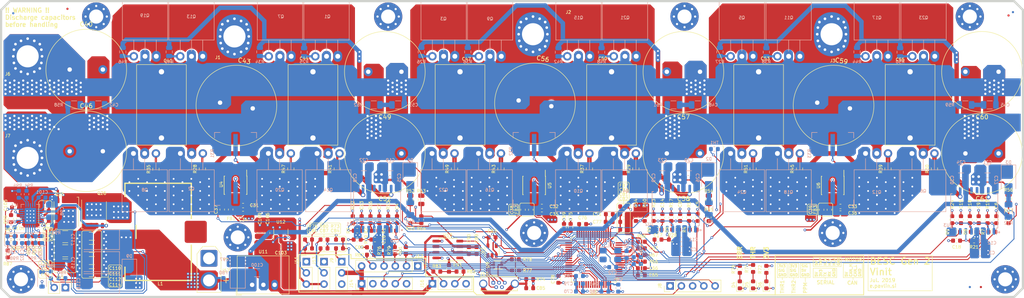
<source format=kicad_pcb>
(kicad_pcb (version 20171130) (host pcbnew "(5.1.2)-2")
  (title_block (title "BESC Gen 2") (date 14.7.2019) (rev Init) (company e.pavlin.si))
  (layers (0 F.Cu signal hide) (1 In1.Cu signal hide) (2 In2.Cu signal hide) (31 B.Cu signal hide) (34 B.Paste user hide) (35 F.Paste user hide) (36 B.SilkS user hide) (37 F.SilkS user hide) (38 B.Mask user hide) (39 F.Mask user hide) (44 Edge.Cuts user))
  (net 0 "")
  (net 1 GND)
  (net 2 +3V3)
  (net 3 "/power stage/VBOOT_U")
  (net 4 "/power stage/PHASE_U")
  (net 5 "/power stage/PHASE_V")
  (net 6 "/power stage/VBOOT_V")
  (net 7 "/power stage/PHASE_W")
  (net 8 "/power stage/VBOOT_W")
  (net 9 +12V)
  (net 10 VDC)
  (net 11 /mcu/ISENSE_U_FILT)
  (net 12 /mcu/ISENSE_V_FILT)
  (net 13 /mcu/ISENSE_W_FILT)
  (net 14 /io/NRST)
  (net 15 /io/RC_PWM)
  (net 16 /mcu/SCK_ADC_EXT)
  (net 17 /mcu/MISO_ADC_EXT2)
  (net 18 /io/MOTOR_TEMP)
  (net 19 +5V)
  (net 20 "Net-(D1-Pad2)")
  (net 21 "Net-(D2-Pad2)")
  (net 22 "Net-(D3-Pad2)")
  (net 23 "Net-(D4-Pad2)")
  (net 24 "Net-(D5-Pad2)")
  (net 25 "Net-(D6-Pad2)")
  (net 26 "/power stage/MOS_TEMP")
  (net 27 /io/SWCLK)
  (net 28 /io/SWDIO)
  (net 29 /io/HALL_U)
  (net 30 /io/HALL_V)
  (net 31 /io/HALL_W)
  (net 32 /io/RX)
  (net 33 /io/TX)
  (net 34 "Net-(J13-Pad2)")
  (net 35 /mcu/PWM_U_HIGH)
  (net 36 /mcu/PWM_U_LOW)
  (net 37 /mcu/DISABLE)
  (net 38 /mcu/PWM_V_HIGH)
  (net 39 /mcu/PWM_V_LOW)
  (net 40 /mcu/PWM_W_HIGH)
  (net 41 /mcu/PWM_W_LOW)
  (net 42 /mcu/USENSE_U)
  (net 43 /mcu/USENSE_V)
  (net 44 /mcu/USENSE_W)
  (net 45 /mcu/USENSE)
  (net 46 /mcu/ISENSE_U)
  (net 47 /mcu/ISENSE_V)
  (net 48 /mcu/ISENSE_W)
  (net 49 /io/USB_DP)
  (net 50 /io/USB_DM)
  (net 51 /mcu/GATE_ENABLE)
  (net 52 /io/CAN_RX)
  (net 53 /io/CAN_TX)
  (net 54 "Net-(C78-Pad1)")
  (net 55 "Net-(J9-Pad1)")
  (net 56 "Net-(J10-Pad2)")
  (net 57 "Net-(J10-Pad3)")
  (net 58 "Net-(Q1-Pad1)")
  (net 59 "Net-(Q2-Pad1)")
  (net 60 "Net-(Q3-Pad1)")
  (net 61 "Net-(Q4-Pad1)")
  (net 62 "Net-(Q5-Pad1)")
  (net 63 "Net-(Q6-Pad1)")
  (net 64 "Net-(Q7-Pad1)")
  (net 65 "Net-(Q8-Pad1)")
  (net 66 "Net-(Q9-Pad1)")
  (net 67 "Net-(Q10-Pad1)")
  (net 68 "Net-(Q11-Pad1)")
  (net 69 "Net-(Q12-Pad1)")
  (net 70 "Net-(Q13-Pad1)")
  (net 71 "Net-(Q14-Pad1)")
  (net 72 "Net-(Q15-Pad1)")
  (net 73 "Net-(Q16-Pad1)")
  (net 74 "Net-(Q17-Pad1)")
  (net 75 "Net-(Q18-Pad1)")
  (net 76 "Net-(Q19-Pad1)")
  (net 77 "Net-(Q20-Pad1)")
  (net 78 "Net-(Q21-Pad1)")
  (net 79 "Net-(Q22-Pad1)")
  (net 80 "Net-(Q23-Pad1)")
  (net 81 "Net-(Q24-Pad1)")
  (net 82 "/power stage/GND_U")
  (net 83 "/power stage/GND_V")
  (net 84 "/power stage/GND_W")
  (net 85 "Net-(C14-Pad2)")
  (net 86 "Net-(C15-Pad2)")
  (net 87 "Net-(C72-Pad1)")
  (net 88 "Net-(C81-Pad1)")
  (net 89 "/pwr mng/SENSE+")
  (net 90 "/pwr mng/PG")
  (net 91 "Net-(C4-Pad2)")
  (net 92 "Net-(C5-Pad2)")
  (net 93 "Net-(C6-Pad2)")
  (net 94 "Net-(C7-Pad2)")
  (net 95 "Net-(C8-Pad2)")
  (net 96 "Net-(C9-Pad2)")
  (net 97 "Net-(C13-Pad2)")
  (net 98 "Net-(C16-Pad1)")
  (net 99 "Net-(C17-Pad1)")
  (net 100 "Net-(C18-Pad1)")
  (net 101 "Net-(C73-Pad1)")
  (net 102 "Net-(C76-Pad1)")
  (net 103 "Net-(C85-Pad1)")
  (net 104 "Net-(C91-Pad1)")
  (net 105 /io/IGNITION)
  (net 106 "Net-(D8-Pad2)")
  (net 107 "Net-(J10-Pad1)")
  (net 108 "Net-(J11-Pad2)")
  (net 109 "Net-(J12-Pad5)")
  (net 110 "Net-(J15-Pad2)")
  (net 111 "Net-(J15-Pad1)")
  (net 112 "Net-(J16-Pad2)")
  (net 113 "Net-(J16-Pad3)")
  (net 114 "Net-(R25-Pad1)")
  (net 115 "Net-(R26-Pad1)")
  (net 116 "Net-(R27-Pad1)")
  (net 117 "Net-(R28-Pad1)")
  (net 118 "Net-(R29-Pad1)")
  (net 119 "Net-(R30-Pad1)")
  (net 120 "Net-(R31-Pad2)")
  (net 121 "Net-(R31-Pad3)")
  (net 122 "Net-(R32-Pad2)")
  (net 123 "Net-(R32-Pad3)")
  (net 124 "Net-(R33-Pad2)")
  (net 125 "Net-(R33-Pad3)")
  (net 126 "/power stage/VSUPA_U")
  (net 127 "/power stage/VSUPA_V")
  (net 128 "/power stage/VSUPA_W")
  (net 129 "/pwr mng/SW")
  (net 130 "/pwr mng/BOTTOM_GATE")
  (net 131 "/pwr mng/TOP_GATE")
  (net 132 "Net-(C100-Pad1)")
  (net 133 "Net-(C42-Pad2)")
  (net 134 "Net-(C45-Pad2)")
  (net 135 "Net-(C48-Pad2)")
  (net 136 "Net-(C51-Pad2)")
  (net 137 "Net-(C101-Pad2)")
  (net 138 "Net-(C105-Pad1)")
  (net 139 "Net-(R70-Pad2)")
  (net 140 "Net-(R71-Pad2)")
  (net 141 "Net-(R77-Pad1)")
  (net 142 "Net-(R78-Pad1)")
  (net 143 "/pwr mng/INTVCC")
  (net 144 "/pwr mng/VIN+")
  (net 145 "/pwr mng/SS")
  (net 146 "/pwr mng/ITH")
  (net 147 "/pwr mng/VFB")
  (net 148 "/pwr mng/OVLO")
  (net 149 "/pwr mng/DRVSET")
  (net 150 "/pwr mng/FREQ")
  (net 151 "Net-(H5-Pad1)")
  (net 152 "Net-(H6-Pad1)")
  (net 153 "Net-(H8-Pad1)")
  (net 154 "Net-(H1-Pad1)")
  (net 155 "Net-(H2-Pad1)")
  (net 156 "Net-(H3-Pad1)")
  (net 157 "Net-(H4-Pad1)")
  (net 158 "Net-(H9-Pad1)")
  (net 159 "/pwr mng/DRVcc")
  (module moje:C_Radial_D18.0mm_H25mm_P7.50mm (layer F.Cu) (at 257.3 95.4 180)
    (fp_text reference C61 (at 3.75 -10.25 180) (layer F.SilkS))
    (fp_text value B41858D9337M000)
    (pad 2 thru_hole circle (at 7.5 0 180) (size 2 2) (drill 1) (layers *.Cu *.Mask) (net 1 GND))
    (pad 1 thru_hole circle (at 0 0 180) (size 2 2) (drill 1) (layers *.Cu *.Mask) (net 10 VDC))
  )
  (module moje:C_Radial_D18.0mm_H25mm_P7.50mm (layer F.Cu) (at 257.3 76.9 180)
    (fp_text reference C60 (at 3.75 -10.25 180) (layer F.SilkS))
    (fp_text value B41858D9337M000)
    (pad 2 thru_hole circle (at 7.5 0 180) (size 2 2) (drill 1) (layers *.Cu *.Mask) (net 1 GND))
    (pad 1 thru_hole circle (at 0 0 180) (size 2 2) (drill 1) (layers *.Cu *.Mask) (net 10 VDC))
  )
  (module moje:C_Radial_D18.0mm_H25mm_P7.50mm (layer F.Cu) (at 216.3 83.9 350)
    (fp_text reference C59 (at 3.75 -10.25 350) (layer F.SilkS))
    (fp_text value B41858D9337M000)
    (pad 2 thru_hole circle (at 7.5 0 350) (size 2 2) (drill 1) (layers *.Cu *.Mask) (net 1 GND))
    (pad 1 thru_hole circle (at 0 0 350) (size 2 2) (drill 1) (layers *.Cu *.Mask) (net 10 VDC))
  )
  (module moje:C_Radial_D18.0mm_H25mm_P7.50mm (layer F.Cu) (at 189.8 95.4 180)
    (fp_text reference C58 (at 3.75 -10.25 180) (layer F.SilkS))
    (fp_text value B41858D9337M000)
    (pad 2 thru_hole circle (at 7.5 0 180) (size 2 2) (drill 1) (layers *.Cu *.Mask) (net 1 GND))
    (pad 1 thru_hole circle (at 0 0 180) (size 2 2) (drill 1) (layers *.Cu *.Mask) (net 10 VDC))
  )
  (module moje:C_Radial_D18.0mm_H25mm_P7.50mm (layer F.Cu) (at 189.8 76.9 180)
    (fp_text reference C57 (at 3.75 -10.25 180) (layer F.SilkS))
    (fp_text value B41858D9337M000)
    (pad 2 thru_hole circle (at 7.5 0 180) (size 2 2) (drill 1) (layers *.Cu *.Mask) (net 1 GND))
    (pad 1 thru_hole circle (at 0 0 180) (size 2 2) (drill 1) (layers *.Cu *.Mask) (net 10 VDC))
  )
  (module moje:C_Radial_D18.0mm_H25mm_P7.50mm (layer F.Cu) (at 148.8 83.4 350)
    (fp_text reference C56 (at 3.75 -10.25 350) (layer F.SilkS))
    (fp_text value B41858D9337M000)
    (pad 2 thru_hole circle (at 7.5 0 350) (size 2 2) (drill 1) (layers *.Cu *.Mask) (net 1 GND))
    (pad 1 thru_hole circle (at 0 0 350) (size 2 2) (drill 1) (layers *.Cu *.Mask) (net 10 VDC))
  )
  (module moje:C_Radial_D18.0mm_H25mm_P7.50mm (layer F.Cu) (at 122.3 95.4 180)
    (fp_text reference C52 (at 3.75 -10.25 180) (layer F.SilkS))
    (fp_text value B41858D9337M000)
    (pad 2 thru_hole circle (at 7.5 0 180) (size 2 2) (drill 1) (layers *.Cu *.Mask) (net 1 GND))
    (pad 1 thru_hole circle (at 0 0 180) (size 2 2) (drill 1) (layers *.Cu *.Mask) (net 10 VDC))
  )
  (module moje:C_Radial_D18.0mm_H25mm_P7.50mm (layer F.Cu) (at 122.3 76.9 180)
    (fp_text reference C49 (at 3.75 -10.25 180) (layer F.SilkS))
    (fp_text value B41858D9337M000)
    (pad 2 thru_hole circle (at 7.5 0 180) (size 2 2) (drill 1) (layers *.Cu *.Mask) (net 1 GND))
    (pad 1 thru_hole circle (at 0 0 180) (size 2 2) (drill 1) (layers *.Cu *.Mask) (net 10 VDC))
  )
  (module moje:C_Radial_D18.0mm_H25mm_P7.50mm (layer F.Cu) (at 47.3 94.9)
    (fp_text reference C46 (at 3.75 -10.25) (layer F.SilkS))
    (fp_text value B41858D9337M000)
    (pad 2 thru_hole circle (at 7.5 0) (size 2 2) (drill 1) (layers *.Cu *.Mask) (net 1 GND))
    (pad 1 thru_hole circle (at 0 0) (size 2 2) (drill 1) (layers *.Cu *.Mask) (net 10 VDC))
  )
  (module moje:C_Radial_D18.0mm_H25mm_P7.50mm (layer F.Cu) (at 81.3 83.9 350)
    (fp_text reference C43 (at 3.75 -10.25 350) (layer F.SilkS))
    (fp_text value B41858D9337M000)
    (pad 2 thru_hole circle (at 7.5 0 350) (size 2 2) (drill 1) (layers *.Cu *.Mask) (net 1 GND))
    (pad 1 thru_hole circle (at 0 0 350) (size 2 2) (drill 1) (layers *.Cu *.Mask) (net 10 VDC))
  )
  (module moje:C_Radial_D18.0mm_H25mm_P7.50mm (layer F.Cu) (at 47.3 76.4)
    (fp_text reference C40 (at 3.75 -10.25) (layer F.SilkS))
    (fp_text value B41858D9337M000)
    (pad 2 thru_hole circle (at 7.5 0) (size 2 2) (drill 1) (layers *.Cu *.Mask) (net 1 GND))
    (pad 1 thru_hole circle (at 0 0) (size 2 2) (drill 1) (layers *.Cu *.Mask) (net 10 VDC))
  )
  (module moje:8awg_wirepad (layer F.Cu) (at 84.55 68.9)
    (fp_text reference J1 (at -3.75 4.75) (layer F.SilkS) (effects (font (size 0.7 0.7) (thickness 0.12))))
    (fp_text value "PHASE WIRE")
    (pad 1 thru_hole circle (at 2.75 -2.75 270) (size 1.5 1.5) (drill 0.6) (layers *.Cu *.Mask) (net 4 "/power stage/PHASE_U"))
    (pad 1 thru_hole circle (at 3.1 -1.5 270) (size 1.5 1.5) (drill 0.6) (layers *.Cu *.Mask) (net 4 "/power stage/PHASE_U"))
    (pad 1 thru_hole circle (at 2.75 2.75 180) (size 1.5 1.5) (drill 0.6) (layers *.Cu *.Mask) (net 4 "/power stage/PHASE_U"))
    (pad 1 thru_hole circle (at 1.5 3.5 180) (size 1.5 1.5) (drill 0.6) (layers *.Cu *.Mask) (net 4 "/power stage/PHASE_U"))
    (pad 1 thru_hole circle (at -2.75 2.75 90) (size 1.5 1.5) (drill 0.6) (layers *.Cu *.Mask) (net 4 "/power stage/PHASE_U"))
    (pad 1 thru_hole circle (at -3.1 1.5 90) (size 1.5 1.5) (drill 0.6) (layers *.Cu *.Mask) (net 4 "/power stage/PHASE_U"))
    (pad 1 thru_hole circle (at -2.75 -2.75) (size 1.5 1.5) (drill 0.6) (layers *.Cu *.Mask) (net 4 "/power stage/PHASE_U"))
    (pad 1 thru_hole circle (at -1.5 -3.5) (size 1.5 1.5) (drill 0.6) (layers *.Cu *.Mask) (net 4 "/power stage/PHASE_U"))
    (pad 1 thru_hole circle (at 3.1 1.5 180) (size 1.5 1.5) (drill 0.6) (layers *.Cu *.Mask) (net 4 "/power stage/PHASE_U"))
    (pad 1 thru_hole circle (at 1.5 -3.5 270) (size 1.5 1.5) (drill 0.6) (layers *.Cu *.Mask) (net 4 "/power stage/PHASE_U"))
    (pad 1 thru_hole circle (at -1.5 3.5 90) (size 1.5 1.5) (drill 0.6) (layers *.Cu *.Mask) (net 4 "/power stage/PHASE_U"))
    (pad 1 thru_hole circle (at -3.1 -1.5) (size 1.5 1.5) (drill 0.6) (layers *.Cu *.Mask) (net 4 "/power stage/PHASE_U"))
    (pad 1 thru_hole circle (at 0 -4 270) (size 1.5 1.5) (drill 0.6) (layers *.Cu *.Mask) (net 4 "/power stage/PHASE_U"))
    (pad 1 thru_hole circle (at 3.25 0 180) (size 1.5 1.5) (drill 0.6) (layers *.Cu *.Mask) (net 4 "/power stage/PHASE_U"))
    (pad 1 thru_hole circle (at 0 4 90) (size 1.5 1.5) (drill 0.6) (layers *.Cu *.Mask) (net 4 "/power stage/PHASE_U"))
    (pad 1 thru_hole circle (at -3.25 0) (size 1.5 1.5) (drill 0.6) (layers *.Cu *.Mask) (net 4 "/power stage/PHASE_U"))
    (pad 1 thru_hole oval (at 0 0) (size 8 10) (drill 5) (layers *.Cu *.Mask) (net 4 "/power stage/PHASE_U"))
  )
  (module moje:8awg_wirepad (layer F.Cu) (at 152.05 68.4)
    (fp_text reference J2 (at 8 -5) (layer F.SilkS) (effects (font (size 0.7 0.7) (thickness 0.12))))
    (fp_text value "PHASE WIRE")
    (pad 1 thru_hole circle (at 2.75 -2.75 270) (size 1.5 1.5) (drill 0.6) (layers *.Cu *.Mask) (net 5 "/power stage/PHASE_V"))
    (pad 1 thru_hole circle (at 3.1 -1.5 270) (size 1.5 1.5) (drill 0.6) (layers *.Cu *.Mask) (net 5 "/power stage/PHASE_V"))
    (pad 1 thru_hole circle (at 2.75 2.75 180) (size 1.5 1.5) (drill 0.6) (layers *.Cu *.Mask) (net 5 "/power stage/PHASE_V"))
    (pad 1 thru_hole circle (at 1.5 3.5 180) (size 1.5 1.5) (drill 0.6) (layers *.Cu *.Mask) (net 5 "/power stage/PHASE_V"))
    (pad 1 thru_hole circle (at -2.75 2.75 90) (size 1.5 1.5) (drill 0.6) (layers *.Cu *.Mask) (net 5 "/power stage/PHASE_V"))
    (pad 1 thru_hole circle (at -3.1 1.5 90) (size 1.5 1.5) (drill 0.6) (layers *.Cu *.Mask) (net 5 "/power stage/PHASE_V"))
    (pad 1 thru_hole circle (at -2.75 -2.75) (size 1.5 1.5) (drill 0.6) (layers *.Cu *.Mask) (net 5 "/power stage/PHASE_V"))
    (pad 1 thru_hole circle (at -1.5 -3.5) (size 1.5 1.5) (drill 0.6) (layers *.Cu *.Mask) (net 5 "/power stage/PHASE_V"))
    (pad 1 thru_hole circle (at 3.1 1.5 180) (size 1.5 1.5) (drill 0.6) (layers *.Cu *.Mask) (net 5 "/power stage/PHASE_V"))
    (pad 1 thru_hole circle (at 1.5 -3.5 270) (size 1.5 1.5) (drill 0.6) (layers *.Cu *.Mask) (net 5 "/power stage/PHASE_V"))
    (pad 1 thru_hole circle (at -1.5 3.5 90) (size 1.5 1.5) (drill 0.6) (layers *.Cu *.Mask) (net 5 "/power stage/PHASE_V"))
    (pad 1 thru_hole circle (at -3.1 -1.5) (size 1.5 1.5) (drill 0.6) (layers *.Cu *.Mask) (net 5 "/power stage/PHASE_V"))
    (pad 1 thru_hole circle (at 0 -4 270) (size 1.5 1.5) (drill 0.6) (layers *.Cu *.Mask) (net 5 "/power stage/PHASE_V"))
    (pad 1 thru_hole circle (at 3.25 0 180) (size 1.5 1.5) (drill 0.6) (layers *.Cu *.Mask) (net 5 "/power stage/PHASE_V"))
    (pad 1 thru_hole circle (at 0 4 90) (size 1.5 1.5) (drill 0.6) (layers *.Cu *.Mask) (net 5 "/power stage/PHASE_V"))
    (pad 1 thru_hole circle (at -3.25 0) (size 1.5 1.5) (drill 0.6) (layers *.Cu *.Mask) (net 5 "/power stage/PHASE_V"))
    (pad 1 thru_hole oval (at 0 0) (size 8 10) (drill 5) (layers *.Cu *.Mask) (net 5 "/power stage/PHASE_V"))
  )
  (module moje:8awg_wirepad (layer F.Cu) (at 219.55 68.4)
    (fp_text reference J3 (at 0.25 6) (layer F.SilkS) (effects (font (size 0.7 0.7) (thickness 0.12))))
    (fp_text value "PHASE WIRE")
    (pad 1 thru_hole circle (at 2.75 -2.75 270) (size 1.5 1.5) (drill 0.6) (layers *.Cu *.Mask) (net 7 "/power stage/PHASE_W"))
    (pad 1 thru_hole circle (at 3.1 -1.5 270) (size 1.5 1.5) (drill 0.6) (layers *.Cu *.Mask) (net 7 "/power stage/PHASE_W"))
    (pad 1 thru_hole circle (at 2.75 2.75 180) (size 1.5 1.5) (drill 0.6) (layers *.Cu *.Mask) (net 7 "/power stage/PHASE_W"))
    (pad 1 thru_hole circle (at 1.5 3.5 180) (size 1.5 1.5) (drill 0.6) (layers *.Cu *.Mask) (net 7 "/power stage/PHASE_W"))
    (pad 1 thru_hole circle (at -2.75 2.75 90) (size 1.5 1.5) (drill 0.6) (layers *.Cu *.Mask) (net 7 "/power stage/PHASE_W"))
    (pad 1 thru_hole circle (at -3.1 1.5 90) (size 1.5 1.5) (drill 0.6) (layers *.Cu *.Mask) (net 7 "/power stage/PHASE_W"))
    (pad 1 thru_hole circle (at -2.75 -2.75) (size 1.5 1.5) (drill 0.6) (layers *.Cu *.Mask) (net 7 "/power stage/PHASE_W"))
    (pad 1 thru_hole circle (at -1.5 -3.5) (size 1.5 1.5) (drill 0.6) (layers *.Cu *.Mask) (net 7 "/power stage/PHASE_W"))
    (pad 1 thru_hole circle (at 3.1 1.5 180) (size 1.5 1.5) (drill 0.6) (layers *.Cu *.Mask) (net 7 "/power stage/PHASE_W"))
    (pad 1 thru_hole circle (at 1.5 -3.5 270) (size 1.5 1.5) (drill 0.6) (layers *.Cu *.Mask) (net 7 "/power stage/PHASE_W"))
    (pad 1 thru_hole circle (at -1.5 3.5 90) (size 1.5 1.5) (drill 0.6) (layers *.Cu *.Mask) (net 7 "/power stage/PHASE_W"))
    (pad 1 thru_hole circle (at -3.1 -1.5) (size 1.5 1.5) (drill 0.6) (layers *.Cu *.Mask) (net 7 "/power stage/PHASE_W"))
    (pad 1 thru_hole circle (at 0 -4 270) (size 1.5 1.5) (drill 0.6) (layers *.Cu *.Mask) (net 7 "/power stage/PHASE_W"))
    (pad 1 thru_hole circle (at 3.25 0 180) (size 1.5 1.5) (drill 0.6) (layers *.Cu *.Mask) (net 7 "/power stage/PHASE_W"))
    (pad 1 thru_hole circle (at 0 4 90) (size 1.5 1.5) (drill 0.6) (layers *.Cu *.Mask) (net 7 "/power stage/PHASE_W"))
    (pad 1 thru_hole circle (at -3.25 0) (size 1.5 1.5) (drill 0.6) (layers *.Cu *.Mask) (net 7 "/power stage/PHASE_W"))
    (pad 1 thru_hole oval (at 0 0) (size 8 10) (drill 5) (layers *.Cu *.Mask) (net 7 "/power stage/PHASE_W"))
  )
  (module moje:8awg_wirepad (layer F.Cu) (at 37.8 73.4 180)
    (fp_text reference J6 (at 4.5 -4) (layer F.SilkS) (effects (font (size 0.7 0.7) (thickness 0.12))))
    (fp_text value IN+)
    (pad 1 thru_hole circle (at 2.75 -2.75 90) (size 1.5 1.5) (drill 0.6) (layers *.Cu *.Mask) (net 10 VDC))
    (pad 1 thru_hole circle (at 3.1 -1.5 90) (size 1.5 1.5) (drill 0.6) (layers *.Cu *.Mask) (net 10 VDC))
    (pad 1 thru_hole circle (at 2.75 2.75) (size 1.5 1.5) (drill 0.6) (layers *.Cu *.Mask) (net 10 VDC))
    (pad 1 thru_hole circle (at 1.5 3.5) (size 1.5 1.5) (drill 0.6) (layers *.Cu *.Mask) (net 10 VDC))
    (pad 1 thru_hole circle (at -2.75 2.75 270) (size 1.5 1.5) (drill 0.6) (layers *.Cu *.Mask) (net 10 VDC))
    (pad 1 thru_hole circle (at -3.1 1.5 270) (size 1.5 1.5) (drill 0.6) (layers *.Cu *.Mask) (net 10 VDC))
    (pad 1 thru_hole circle (at -2.75 -2.75 180) (size 1.5 1.5) (drill 0.6) (layers *.Cu *.Mask) (net 10 VDC))
    (pad 1 thru_hole circle (at -1.5 -3.5 180) (size 1.5 1.5) (drill 0.6) (layers *.Cu *.Mask) (net 10 VDC))
    (pad 1 thru_hole circle (at 3.1 1.5) (size 1.5 1.5) (drill 0.6) (layers *.Cu *.Mask) (net 10 VDC))
    (pad 1 thru_hole circle (at 1.5 -3.5 90) (size 1.5 1.5) (drill 0.6) (layers *.Cu *.Mask) (net 10 VDC))
    (pad 1 thru_hole circle (at -1.5 3.5 270) (size 1.5 1.5) (drill 0.6) (layers *.Cu *.Mask) (net 10 VDC))
    (pad 1 thru_hole circle (at -3.1 -1.5 180) (size 1.5 1.5) (drill 0.6) (layers *.Cu *.Mask) (net 10 VDC))
    (pad 1 thru_hole circle (at 0 -4 90) (size 1.5 1.5) (drill 0.6) (layers *.Cu *.Mask) (net 10 VDC))
    (pad 1 thru_hole circle (at 3.25 0) (size 1.5 1.5) (drill 0.6) (layers *.Cu *.Mask) (net 10 VDC))
    (pad 1 thru_hole circle (at 0 4 270) (size 1.5 1.5) (drill 0.6) (layers *.Cu *.Mask) (net 10 VDC))
    (pad 1 thru_hole circle (at -3.25 0 180) (size 1.5 1.5) (drill 0.6) (layers *.Cu *.Mask) (net 10 VDC))
    (pad 1 thru_hole oval (at 0 0 180) (size 8 10) (drill 5) (layers *.Cu *.Mask) (net 10 VDC))
  )
  (module moje:8awg_wirepad (layer F.Cu) (at 37.8 96.4 180)
    (fp_text reference J7 (at 4.5 5) (layer F.SilkS) (effects (font (size 0.7 0.7) (thickness 0.12))))
    (fp_text value IN-)
    (pad 1 thru_hole circle (at 2.75 -2.75 90) (size 1.5 1.5) (drill 0.6) (layers *.Cu *.Mask) (net 1 GND))
    (pad 1 thru_hole circle (at 3.1 -1.5 90) (size 1.5 1.5) (drill 0.6) (layers *.Cu *.Mask) (net 1 GND))
    (pad 1 thru_hole circle (at 2.75 2.75) (size 1.5 1.5) (drill 0.6) (layers *.Cu *.Mask) (net 1 GND))
    (pad 1 thru_hole circle (at 1.5 3.5) (size 1.5 1.5) (drill 0.6) (layers *.Cu *.Mask) (net 1 GND))
    (pad 1 thru_hole circle (at -2.75 2.75 270) (size 1.5 1.5) (drill 0.6) (layers *.Cu *.Mask) (net 1 GND))
    (pad 1 thru_hole circle (at -3.1 1.5 270) (size 1.5 1.5) (drill 0.6) (layers *.Cu *.Mask) (net 1 GND))
    (pad 1 thru_hole circle (at -2.75 -2.75 180) (size 1.5 1.5) (drill 0.6) (layers *.Cu *.Mask) (net 1 GND))
    (pad 1 thru_hole circle (at -1.5 -3.5 180) (size 1.5 1.5) (drill 0.6) (layers *.Cu *.Mask) (net 1 GND))
    (pad 1 thru_hole circle (at 3.1 1.5) (size 1.5 1.5) (drill 0.6) (layers *.Cu *.Mask) (net 1 GND))
    (pad 1 thru_hole circle (at 1.5 -3.5 90) (size 1.5 1.5) (drill 0.6) (layers *.Cu *.Mask) (net 1 GND))
    (pad 1 thru_hole circle (at -1.5 3.5 270) (size 1.5 1.5) (drill 0.6) (layers *.Cu *.Mask) (net 1 GND))
    (pad 1 thru_hole circle (at -3.1 -1.5 180) (size 1.5 1.5) (drill 0.6) (layers *.Cu *.Mask) (net 1 GND))
    (pad 1 thru_hole circle (at 0 -4 90) (size 1.5 1.5) (drill 0.6) (layers *.Cu *.Mask) (net 1 GND))
    (pad 1 thru_hole circle (at 3.25 0) (size 1.5 1.5) (drill 0.6) (layers *.Cu *.Mask) (net 1 GND))
    (pad 1 thru_hole circle (at 0 4 270) (size 1.5 1.5) (drill 0.6) (layers *.Cu *.Mask) (net 1 GND))
    (pad 1 thru_hole circle (at -3.25 0 180) (size 1.5 1.5) (drill 0.6) (layers *.Cu *.Mask) (net 1 GND))
    (pad 1 thru_hole oval (at 0 0 180) (size 8 10) (drill 5) (layers *.Cu *.Mask) (net 1 GND))
  )
  (module Resistor_SMD:R_0805_2012Metric (layer B.Cu) (at 44.275 111.7)
    (fp_text reference R93 (at 0 1.65) (layer B.SilkS) (effects (font (size 0.7 0.7) (thickness 0.12)) (justify mirror)))
    (fp_text value 10R)
    (pad 2 smd roundrect (at 0.9375 0) (size 0.975 1.4) (layers B.Cu B.Paste B.Mask) (net 10 VDC))
    (pad 1 smd roundrect (at -0.9375 0) (size 0.975 1.4) (layers B.Cu B.Paste B.Mask) (net 144 "/pwr mng/VIN+"))
  )
  (module Capacitor_SMD:C_1210_3225Metric (layer B.Cu) (at 43.3 108.45 90)
    (fp_text reference C98 (at 0 2.28 90) (layer B.SilkS) (effects (font (size 0.7 0.7) (thickness 0.12)) (justify mirror)))
    (fp_text value "0.47u 200V")
    (pad 2 smd roundrect (at 1.4 0 90) (size 1.25 2.65) (layers B.Cu B.Paste B.Mask) (roundrect_rratio 0.2) (net 1 GND))
    (pad 1 smd roundrect (at -1.4 0 90) (size 1.25 2.65) (layers B.Cu B.Paste B.Mask) (roundrect_rratio 0.2) (net 144 "/pwr mng/VIN+"))
  )
  (module Capacitor_SMD:C_1210_3225Metric (layer F.Cu) (at 46.3 120.65)
    (fp_text reference C94 (at -4.5 2.25) (layer F.SilkS) (effects (font (size 0.7 0.7) (thickness 0.12))))
    (fp_text value "0.47u 200V")
    (pad 2 smd roundrect (at 1.4 0) (size 1.25 2.65) (layers F.Cu F.Paste F.Mask) (roundrect_rratio 0.2) (net 1 GND))
    (pad 1 smd roundrect (at -1.4 0) (size 1.25 2.65) (layers F.Cu F.Paste F.Mask) (roundrect_rratio 0.2) (net 10 VDC))
  )
  (module Capacitor_SMD:C_1210_3225Metric (layer F.Cu) (at 46.3 114.25)
    (fp_text reference C93 (at -4.5 6.15) (layer F.SilkS) (effects (font (size 0.7 0.7) (thickness 0.12))))
    (fp_text value "0.47u 200V")
    (pad 2 smd roundrect (at 1.4 0) (size 1.25 2.65) (layers F.Cu F.Paste F.Mask) (roundrect_rratio 0.2) (net 1 GND))
    (pad 1 smd roundrect (at -1.4 0) (size 1.25 2.65) (layers F.Cu F.Paste F.Mask) (roundrect_rratio 0.2) (net 10 VDC))
  )
  (module Capacitor_SMD:C_1210_3225Metric (layer F.Cu) (at 46.3 117.45)
    (fp_text reference C92 (at -4.5 4.2) (layer F.SilkS) (effects (font (size 0.7 0.7) (thickness 0.12))))
    (fp_text value "0.47u 200V")
    (pad 2 smd roundrect (at 1.4 0) (size 1.25 2.65) (layers F.Cu F.Paste F.Mask) (roundrect_rratio 0.2) (net 1 GND))
    (pad 1 smd roundrect (at -1.4 0) (size 1.25 2.65) (layers F.Cu F.Paste F.Mask) (roundrect_rratio 0.2) (net 10 VDC))
  )
  (module Fiducial:Fiducial_0.5mm_Mask1.5mm (layer F.Cu) (at 259.55 64.15)
    (fp_text reference FID6 hide)
    (fp_text value Fiducial)
    (pad "" smd circle (at 0 0) (size 0.5 0.5) (layers F.Cu F.Mask) (clearance 0.5))
  )
  (module Fiducial:Fiducial_0.5mm_Mask1.5mm (layer B.Cu) (at 260.55 63.4)
    (fp_text reference FID5 hide)
    (fp_text value Fiducial)
    (pad "" smd circle (at 0 0) (size 0.5 0.5) (layers B.Cu B.Mask) (clearance 0.5))
  )
  (module Fiducial:Fiducial_0.5mm_Mask1.5mm (layer F.Cu) (at 253.3 125.65)
    (fp_text reference FID4 hide)
    (fp_text value Fiducial)
    (pad "" smd circle (at 0 0) (size 0.5 0.5) (layers F.Cu F.Mask) (clearance 0.5))
  )
  (module Fiducial:Fiducial_0.5mm_Mask1.5mm (layer B.Cu) (at 250.8 125.65)
    (fp_text reference FID3 hide)
    (fp_text value Fiducial)
    (pad "" smd circle (at 0 0) (size 0.5 0.5) (layers B.Cu B.Mask) (clearance 0.5))
  )
  (module Fiducial:Fiducial_0.5mm_Mask1.5mm (layer F.Cu) (at 46.8 62.65)
    (fp_text reference FID2 hide)
    (fp_text value Fiducial)
    (pad "" smd circle (at 0 0) (size 0.5 0.5) (layers F.Cu F.Mask) (clearance 0.5))
  )
  (module Fiducial:Fiducial_0.5mm_Mask1.5mm (layer B.Cu) (at 34.55 63.65)
    (fp_text reference FID1 hide)
    (fp_text value Fiducial)
    (pad "" smd circle (at 0 0) (size 0.5 0.5) (layers B.Cu B.Mask) (clearance 0.5))
  )
  (module Capacitor_SMD:C_0603_1608Metric (layer F.Cu) (at 41.8 108.4)
    (fp_text reference C95 (at 0.6 5.25) (layer F.SilkS) (effects (font (size 0.7 0.7) (thickness 0.12))))
    (fp_text value 2.2u)
    (pad 2 smd roundrect (at 0.7875 0) (size 0.875 0.95) (layers F.Cu F.Paste F.Mask) (net 159 "/pwr mng/DRVcc"))
    (pad 1 smd roundrect (at -0.7875 0) (size 0.875 0.95) (layers F.Cu F.Paste F.Mask) (net 1 GND))
  )
  (module Capacitor_SMD:C_0603_1608Metric (layer B.Cu) (at 248.8 101.4 180)
    (fp_text reference C30 (at 2 0 270) (layer B.SilkS) (effects (font (size 0.7 0.7) (thickness 0.12)) (justify mirror)))
    (fp_text value 10n)
    (pad 2 smd roundrect (at 0.7875 0 180) (size 0.875 0.95) (layers B.Cu B.Paste B.Mask) (net 1 GND))
    (pad 1 smd roundrect (at -0.7875 0 180) (size 0.875 0.95) (layers B.Cu B.Paste B.Mask) (net 9 +12V))
  )
  (module Capacitor_SMD:C_0603_1608Metric (layer B.Cu) (at 181.3 100.9 180)
    (fp_text reference C29 (at 2 0 270) (layer B.SilkS) (effects (font (size 0.7 0.7) (thickness 0.12)) (justify mirror)))
    (fp_text value 10n)
    (pad 2 smd roundrect (at 0.7875 0 180) (size 0.875 0.95) (layers B.Cu B.Paste B.Mask) (net 1 GND))
    (pad 1 smd roundrect (at -0.7875 0 180) (size 0.875 0.95) (layers B.Cu B.Paste B.Mask) (net 9 +12V))
  )
  (module Capacitor_SMD:C_0603_1608Metric (layer B.Cu) (at 113.8 100.9 180)
    (fp_text reference C28 (at 2 0 270) (layer B.SilkS) (effects (font (size 0.7 0.7) (thickness 0.12)) (justify mirror)))
    (fp_text value 10n)
    (pad 2 smd roundrect (at 0.7875 0 180) (size 0.875 0.95) (layers B.Cu B.Paste B.Mask) (net 1 GND))
    (pad 1 smd roundrect (at -0.7875 0 180) (size 0.875 0.95) (layers B.Cu B.Paste B.Mask) (net 9 +12V))
  )
  (module Capacitor_SMD:C_0603_1608Metric (layer B.Cu) (at 254.8 101.4 180)
    (fp_text reference C27 (at -2 0 270) (layer B.SilkS) (effects (font (size 0.7 0.7) (thickness 0.12)) (justify mirror)))
    (fp_text value 10n)
    (pad 2 smd roundrect (at 0.7875 0 180) (size 0.875 0.95) (layers B.Cu B.Paste B.Mask) (net 7 "/power stage/PHASE_W"))
    (pad 1 smd roundrect (at -0.7875 0 180) (size 0.875 0.95) (layers B.Cu B.Paste B.Mask) (net 8 "/power stage/VBOOT_W"))
  )
  (module Capacitor_SMD:C_0603_1608Metric (layer B.Cu) (at 187.15 100.9 180)
    (fp_text reference C26 (at -2.15 0 270) (layer B.SilkS) (effects (font (size 0.7 0.7) (thickness 0.12)) (justify mirror)))
    (fp_text value 10n)
    (pad 2 smd roundrect (at 0.7875 0 180) (size 0.875 0.95) (layers B.Cu B.Paste B.Mask) (net 5 "/power stage/PHASE_V"))
    (pad 1 smd roundrect (at -0.7875 0 180) (size 0.875 0.95) (layers B.Cu B.Paste B.Mask) (net 6 "/power stage/VBOOT_V"))
  )
  (module Capacitor_SMD:C_0603_1608Metric (layer B.Cu) (at 119.7 100.9 180)
    (fp_text reference C25 (at -2.1 0 270) (layer B.SilkS) (effects (font (size 0.7 0.7) (thickness 0.12)) (justify mirror)))
    (fp_text value 10n)
    (pad 2 smd roundrect (at 0.7875 0 180) (size 0.875 0.95) (layers B.Cu B.Paste B.Mask) (net 4 "/power stage/PHASE_U"))
    (pad 1 smd roundrect (at -0.7875 0 180) (size 0.875 0.95) (layers B.Cu B.Paste B.Mask) (net 3 "/power stage/VBOOT_U"))
  )
  (module Capacitor_SMD:C_0805_2012Metric (layer B.Cu) (at 253.05 117.9 180)
    (fp_text reference C3 (at -2.75 0 180) (layer B.SilkS) (effects (font (size 0.7 0.7) (thickness 0.12)) (justify mirror)))
    (fp_text value "2.2u 35V")
    (pad 2 smd roundrect (at 0.9375 0 180) (size 0.975 1.4) (layers B.Cu B.Paste B.Mask) (net 1 GND))
    (pad 1 smd roundrect (at -0.9375 0 180) (size 0.975 1.4) (layers B.Cu B.Paste B.Mask) (net 2 +3V3))
  )
  (module Capacitor_SMD:C_0805_2012Metric (layer B.Cu) (at 185.55 117.15 180)
    (fp_text reference C2 (at -2.75 0 180) (layer B.SilkS) (effects (font (size 0.7 0.7) (thickness 0.12)) (justify mirror)))
    (fp_text value "2.2u 35V")
    (pad 2 smd roundrect (at 0.9375 0 180) (size 0.975 1.4) (layers B.Cu B.Paste B.Mask) (net 1 GND))
    (pad 1 smd roundrect (at -0.9375 0 180) (size 0.975 1.4) (layers B.Cu B.Paste B.Mask) (net 2 +3V3))
  )
  (module Capacitor_SMD:C_0805_2012Metric (layer B.Cu) (at 118.05 117.65 180)
    (fp_text reference C1 (at -2.75 0 180) (layer B.SilkS) (effects (font (size 0.7 0.7) (thickness 0.12)) (justify mirror)))
    (fp_text value "2.2u 35V")
    (pad 2 smd roundrect (at 0.9375 0 180) (size 0.975 1.4) (layers B.Cu B.Paste B.Mask) (net 1 GND))
    (pad 1 smd roundrect (at -0.9375 0 180) (size 0.975 1.4) (layers B.Cu B.Paste B.Mask) (net 2 +3V3))
  )
  (module Capacitor_SMD:C_0603_1608Metric (layer B.Cu) (at 185.55 114.9 180)
    (fp_text reference C11 (at -2.75 0 180) (layer B.SilkS) (effects (font (size 0.7 0.7) (thickness 0.12)) (justify mirror)))
    (fp_text value 100n)
    (pad 2 smd roundrect (at 0.7875 0 180) (size 0.875 0.95) (layers B.Cu B.Paste B.Mask) (net 1 GND))
    (pad 1 smd roundrect (at -0.7875 0 180) (size 0.875 0.95) (layers B.Cu B.Paste B.Mask) (net 2 +3V3))
  )
  (module Capacitor_SMD:C_0603_1608Metric (layer B.Cu) (at 253.05 115.65 180)
    (fp_text reference C12 (at -2.75 0 180) (layer B.SilkS) (effects (font (size 0.7 0.7) (thickness 0.12)) (justify mirror)))
    (fp_text value 100n)
    (pad 2 smd roundrect (at 0.7875 0 180) (size 0.875 0.95) (layers B.Cu B.Paste B.Mask) (net 1 GND))
    (pad 1 smd roundrect (at -0.7875 0 180) (size 0.875 0.95) (layers B.Cu B.Paste B.Mask) (net 2 +3V3))
  )
  (module Capacitor_SMD:C_0603_1608Metric (layer B.Cu) (at 118.05 115.15 180)
    (fp_text reference C10 (at -2.75 0 180) (layer B.SilkS) (effects (font (size 0.7 0.7) (thickness 0.12)) (justify mirror)))
    (fp_text value 100n)
    (pad 2 smd roundrect (at 0.7875 0 180) (size 0.875 0.95) (layers B.Cu B.Paste B.Mask) (net 1 GND))
    (pad 1 smd roundrect (at -0.7875 0 180) (size 0.875 0.95) (layers B.Cu B.Paste B.Mask) (net 2 +3V3))
  )
  (module moje:WE-HCF-2013 (layer F.Cu) (at 67.3 113.15 270)
    (fp_text reference L1 (at 11.75 -0.5) (layer F.SilkS) (effects (font (size 0.7 0.7) (thickness 0.12))))
    (fp_text value 7443633300)
    (pad "" smd roundrect (at 0 -8.5 270) (size 5 5) (layers F.Cu F.Mask) (roundrect_rratio 0.1))
    (pad 2 smd roundrect (at 4.5 8.5 270) (size 5 5) (layers F.Cu F.Mask) (roundrect_rratio 0.1) (net 9 +12V))
    (pad 1 smd roundrect (at -4.5 8.5 270) (size 5 5) (layers F.Cu F.Mask) (roundrect_rratio 0.1) (net 129 "/pwr mng/SW"))
  )
  (module moje:busbar1 (layer B.Cu) (at 147.3 80.4)
    (fp_text reference J4 hide)
    (fp_text value BUSBAR)
    (pad 1 smd rect (at 0 0) (size 230 4) (layers B.Cu B.Mask) (net 10 VDC))
  )
  (module moje:busbar1 (layer B.Cu) (at 147.3 88.4)
    (fp_text reference J5 hide)
    (fp_text value BUSBAR)
    (pad 1 smd rect (at 0 0) (size 230 4) (layers B.Cu B.Mask) (net 1 GND))
  )
  (module moje:LRMAP5930x (layer B.Cu) (at 84.8 98.9 90)
    (fp_text reference R31 (at 3.5 -5.25 90) (layer B.SilkS) (effects (font (size 0.7 0.7) (thickness 0.12)) (justify mirror)))
    (fp_text value 200u)
    (pad 1 smd rect (at -5.4 2.6875 90) (size 5 3.375) (layers B.Cu B.Mask) (net 82 "/power stage/GND_U"))
    (pad 1 smd rect (at -5.4 -2.6875 90) (size 5 3.375) (layers B.Cu B.Mask) (net 82 "/power stage/GND_U"))
    (pad 2 smd rect (at -5.4 0 90) (size 5 1) (layers B.Cu B.Mask) (net 120 "Net-(R31-Pad2)"))
    (pad 4 smd rect (at 5.4 2.6875 270) (size 5 3.375) (layers B.Cu B.Mask) (net 1 GND))
    (pad 3 smd rect (at 5.4 0 270) (size 5 1) (layers B.Cu B.Mask) (net 121 "Net-(R31-Pad3)"))
    (pad 4 smd rect (at 5.4 -2.6875 270) (size 5 3.375) (layers B.Cu B.Mask) (net 1 GND))
  )
  (module moje:LRMAP5930x (layer B.Cu) (at 152.3 98.9 90)
    (fp_text reference R32 (at 4 -5.25 90) (layer B.SilkS) (effects (font (size 0.7 0.7) (thickness 0.12)) (justify mirror)))
    (fp_text value 200u)
    (pad 1 smd rect (at -5.4 2.6875 90) (size 5 3.375) (layers B.Cu B.Mask) (net 83 "/power stage/GND_V"))
    (pad 1 smd rect (at -5.4 -2.6875 90) (size 5 3.375) (layers B.Cu B.Mask) (net 83 "/power stage/GND_V"))
    (pad 2 smd rect (at -5.4 0 90) (size 5 1) (layers B.Cu B.Mask) (net 122 "Net-(R32-Pad2)"))
    (pad 4 smd rect (at 5.4 2.6875 270) (size 5 3.375) (layers B.Cu B.Mask) (net 1 GND))
    (pad 3 smd rect (at 5.4 0 270) (size 5 1) (layers B.Cu B.Mask) (net 123 "Net-(R32-Pad3)"))
    (pad 4 smd rect (at 5.4 -2.6875 270) (size 5 3.375) (layers B.Cu B.Mask) (net 1 GND))
  )
  (module moje:LRMAP5930x (layer B.Cu) (at 219.8 98.9 90)
    (fp_text reference R33 (at 3.5 -5.25 90) (layer B.SilkS) (effects (font (size 0.7 0.7) (thickness 0.12)) (justify mirror)))
    (fp_text value 200u)
    (pad 1 smd rect (at -5.4 2.6875 90) (size 5 3.375) (layers B.Cu B.Mask) (net 84 "/power stage/GND_W"))
    (pad 1 smd rect (at -5.4 -2.6875 90) (size 5 3.375) (layers B.Cu B.Mask) (net 84 "/power stage/GND_W"))
    (pad 2 smd rect (at -5.4 0 90) (size 5 1) (layers B.Cu B.Mask) (net 124 "Net-(R33-Pad2)"))
    (pad 4 smd rect (at 5.4 2.6875 270) (size 5 3.375) (layers B.Cu B.Mask) (net 1 GND))
    (pad 3 smd rect (at 5.4 0 270) (size 5 1) (layers B.Cu B.Mask) (net 125 "Net-(R33-Pad3)"))
    (pad 4 smd rect (at 5.4 -2.6875 270) (size 5 3.375) (layers B.Cu B.Mask) (net 1 GND))
  )
  (module Crystal:Crystal_SMD_5032-4Pin_5.0x3.2mm (layer B.Cu) (at 169.55 118.4)
    (fp_text reference Y1 (at 0 -2.5) (layer B.SilkS) (effects (font (size 0.7 0.7) (thickness 0.12)) (justify mirror)))
    (fp_text value MCSJK-7I-8.00-18-10-60-B-10)
    (pad 4 smd roundrect (at -1.65 1) (size 1.6 1.3) (layers B.Cu B.Paste B.Mask))
    (pad 2 smd roundrect (at 1.65 1) (size 1.6 1.3) (layers B.Cu B.Paste B.Mask) (net 101 "Net-(C73-Pad1)"))
    (pad 3 smd roundrect (at 1.65 -1) (size 1.6 1.3) (layers B.Cu B.Paste B.Mask))
    (pad 1 smd roundrect (at -1.65 -1) (size 1.6 1.3) (layers B.Cu B.Paste B.Mask) (net 87 "Net-(C72-Pad1)"))
  )
  (module moje:TO-220-3_hor_tabup (layer B.Cu) (at 175.3 95.4 180)
    (fp_text reference Q4 (at 2.25 -8.5 180) (layer B.SilkS) (effects (font (size 0.7 0.7) (thickness 0.12)) (justify mirror)))
    (fp_text value IRF135B203)
    (pad 1 thru_hole circle (at 0 0 180) (size 1.905 1.905) (drill 1.1) (layers *.Cu *.Mask) (net 61 "Net-(Q4-Pad1)"))
    (pad 2 thru_hole oval (at 2.54 0 180) (size 2 2.5) (drill 1.1) (layers *.Cu *.Mask) (net 5 "/power stage/PHASE_V"))
    (pad 3 thru_hole oval (at 5.08 0 180) (size 2 2.5) (drill 1.1) (layers *.Cu *.Mask) (net 83 "/power stage/GND_V"))
  )
  (module moje:TO-220-3_hor_tabup (layer B.Cu) (at 201.8 95.4 180)
    (fp_text reference Q24 (at 2.54 -8.75 180) (layer B.SilkS) (effects (font (size 0.7 0.7) (thickness 0.12)) (justify mirror)))
    (fp_text value IRF135B203)
    (pad 1 thru_hole circle (at 0 0 180) (size 1.905 1.905) (drill 1.1) (layers *.Cu *.Mask) (net 81 "Net-(Q24-Pad1)"))
    (pad 2 thru_hole oval (at 2.54 0 180) (size 2 2.5) (drill 1.1) (layers *.Cu *.Mask) (net 7 "/power stage/PHASE_W"))
    (pad 3 thru_hole oval (at 5.08 0 180) (size 2 2.5) (drill 1.1) (layers *.Cu *.Mask) (net 84 "/power stage/GND_W"))
  )
  (module moje:TO-220-3_hor_tabup (layer B.Cu) (at 237.8 73.4)
    (fp_text reference Q23 (at 2.54 -8.75) (layer B.SilkS) (effects (font (size 0.7 0.7) (thickness 0.12)) (justify mirror)))
    (fp_text value IRF135B203)
    (pad 1 thru_hole circle (at 0 0) (size 1.905 1.905) (drill 1.1) (layers *.Cu *.Mask) (net 80 "Net-(Q23-Pad1)"))
    (pad 2 thru_hole oval (at 2.54 0) (size 2 2.5) (drill 1.1) (layers *.Cu *.Mask) (net 10 VDC))
    (pad 3 thru_hole oval (at 5.08 0) (size 2 2.5) (drill 1.1) (layers *.Cu *.Mask) (net 7 "/power stage/PHASE_W"))
  )
  (module moje:TO-220-3_hor_tabup (layer B.Cu) (at 134.3 95.4 180)
    (fp_text reference Q22 (at 2.5 -8.25 180) (layer B.SilkS) (effects (font (size 0.7 0.7) (thickness 0.12)) (justify mirror)))
    (fp_text value IRF135B203)
    (pad 1 thru_hole circle (at 0 0 180) (size 1.905 1.905) (drill 1.1) (layers *.Cu *.Mask) (net 79 "Net-(Q22-Pad1)"))
    (pad 2 thru_hole oval (at 2.54 0 180) (size 2 2.5) (drill 1.1) (layers *.Cu *.Mask) (net 5 "/power stage/PHASE_V"))
    (pad 3 thru_hole oval (at 5.08 0 180) (size 2 2.5) (drill 1.1) (layers *.Cu *.Mask) (net 83 "/power stage/GND_V"))
  )
  (module moje:TO-220-3_hor_tabup (layer B.Cu) (at 170.3 73.4)
    (fp_text reference Q21 (at 2.54 -8.75) (layer B.SilkS) (effects (font (size 0.7 0.7) (thickness 0.12)) (justify mirror)))
    (fp_text value IRF135B203)
    (pad 1 thru_hole circle (at 0 0) (size 1.905 1.905) (drill 1.1) (layers *.Cu *.Mask) (net 78 "Net-(Q21-Pad1)"))
    (pad 2 thru_hole oval (at 2.54 0) (size 2 2.5) (drill 1.1) (layers *.Cu *.Mask) (net 10 VDC))
    (pad 3 thru_hole oval (at 5.08 0) (size 2 2.5) (drill 1.1) (layers *.Cu *.Mask) (net 5 "/power stage/PHASE_V"))
  )
  (module moje:TO-220-3_hor_tabup (layer B.Cu) (at 97.3 95.4 180)
    (fp_text reference Q20 (at 2.5 -8.25 180) (layer B.SilkS) (effects (font (size 0.7 0.7) (thickness 0.12)) (justify mirror)))
    (fp_text value IRF135B203)
    (pad 1 thru_hole circle (at 0 0 180) (size 1.905 1.905) (drill 1.1) (layers *.Cu *.Mask) (net 77 "Net-(Q20-Pad1)"))
    (pad 2 thru_hole oval (at 2.54 0 180) (size 2 2.5) (drill 1.1) (layers *.Cu *.Mask) (net 4 "/power stage/PHASE_U"))
    (pad 3 thru_hole oval (at 5.08 0 180) (size 2 2.5) (drill 1.1) (layers *.Cu *.Mask) (net 82 "/power stage/GND_U"))
  )
  (module moje:TO-220-3_hor_tabup (layer B.Cu) (at 61.8 73.4)
    (fp_text reference Q19 (at 2.5 -9.25) (layer B.SilkS) (effects (font (size 0.7 0.7) (thickness 0.12)) (justify mirror)))
    (fp_text value IRF135B203)
    (pad 1 thru_hole circle (at 0 0) (size 1.905 1.905) (drill 1.1) (layers *.Cu *.Mask) (net 76 "Net-(Q19-Pad1)"))
    (pad 2 thru_hole oval (at 2.54 0) (size 2 2.5) (drill 1.1) (layers *.Cu *.Mask) (net 10 VDC))
    (pad 3 thru_hole oval (at 5.08 0) (size 2 2.5) (drill 1.1) (layers *.Cu *.Mask) (net 4 "/power stage/PHASE_U"))
  )
  (module moje:TO-220-3_hor_tabup (layer B.Cu) (at 212.38 95.4 180)
    (fp_text reference Q18 (at 2.58 -8.75 180) (layer B.SilkS) (effects (font (size 0.7 0.7) (thickness 0.12)) (justify mirror)))
    (fp_text value IRF135B203)
    (pad 1 thru_hole circle (at 0 0 180) (size 1.905 1.905) (drill 1.1) (layers *.Cu *.Mask) (net 75 "Net-(Q18-Pad1)"))
    (pad 2 thru_hole oval (at 2.54 0 180) (size 2 2.5) (drill 1.1) (layers *.Cu *.Mask) (net 7 "/power stage/PHASE_W"))
    (pad 3 thru_hole oval (at 5.08 0 180) (size 2 2.5) (drill 1.1) (layers *.Cu *.Mask) (net 84 "/power stage/GND_W"))
  )
  (module moje:TO-220-3_hor_tabup (layer B.Cu) (at 227.22 73.4)
    (fp_text reference Q17 (at 2.58 -8.75) (layer B.SilkS) (effects (font (size 0.7 0.7) (thickness 0.12)) (justify mirror)))
    (fp_text value IRF135B203)
    (pad 1 thru_hole circle (at 0 0) (size 1.905 1.905) (drill 1.1) (layers *.Cu *.Mask) (net 74 "Net-(Q17-Pad1)"))
    (pad 2 thru_hole oval (at 2.54 0) (size 2 2.5) (drill 1.1) (layers *.Cu *.Mask) (net 10 VDC))
    (pad 3 thru_hole oval (at 5.08 0) (size 2 2.5) (drill 1.1) (layers *.Cu *.Mask) (net 7 "/power stage/PHASE_W"))
  )
  (module moje:TO-220-3_hor_tabup (layer B.Cu) (at 144.8 95.4 180)
    (fp_text reference Q16 (at 2.54 -8.25 180) (layer B.SilkS) (effects (font (size 0.7 0.7) (thickness 0.12)) (justify mirror)))
    (fp_text value IRF135B203)
    (pad 1 thru_hole circle (at 0 0 180) (size 1.905 1.905) (drill 1.1) (layers *.Cu *.Mask) (net 73 "Net-(Q16-Pad1)"))
    (pad 2 thru_hole oval (at 2.54 0 180) (size 2 2.5) (drill 1.1) (layers *.Cu *.Mask) (net 5 "/power stage/PHASE_V"))
    (pad 3 thru_hole oval (at 5.08 0 180) (size 2 2.5) (drill 1.1) (layers *.Cu *.Mask) (net 83 "/power stage/GND_V"))
  )
  (module moje:TO-220-3_hor_tabup (layer B.Cu) (at 159.8 73.4)
    (fp_text reference Q15 (at 2.54 -8.75) (layer B.SilkS) (effects (font (size 0.7 0.7) (thickness 0.12)) (justify mirror)))
    (fp_text value IRF135B203)
    (pad 1 thru_hole circle (at 0 0) (size 1.905 1.905) (drill 1.1) (layers *.Cu *.Mask) (net 72 "Net-(Q15-Pad1)"))
    (pad 2 thru_hole oval (at 2.54 0) (size 2 2.5) (drill 1.1) (layers *.Cu *.Mask) (net 10 VDC))
    (pad 3 thru_hole oval (at 5.08 0) (size 2 2.5) (drill 1.1) (layers *.Cu *.Mask) (net 5 "/power stage/PHASE_V"))
  )
  (module moje:TO-220-3_hor_tabup (layer B.Cu) (at 108.3 95.4 180)
    (fp_text reference Q14 (at 2.54 -8.25 180) (layer B.SilkS) (effects (font (size 0.7 0.7) (thickness 0.12)) (justify mirror)))
    (fp_text value IRF135B203)
    (pad 1 thru_hole circle (at 0 0 180) (size 1.905 1.905) (drill 1.1) (layers *.Cu *.Mask) (net 71 "Net-(Q14-Pad1)"))
    (pad 2 thru_hole oval (at 2.54 0 180) (size 2 2.5) (drill 1.1) (layers *.Cu *.Mask) (net 4 "/power stage/PHASE_U"))
    (pad 3 thru_hole oval (at 5.08 0 180) (size 2 2.5) (drill 1.1) (layers *.Cu *.Mask) (net 82 "/power stage/GND_U"))
  )
  (module moje:TO-220-3_hor_tabup (layer B.Cu) (at 72.3 73.4)
    (fp_text reference Q13 (at 2.5 -9) (layer B.SilkS) (effects (font (size 0.7 0.7) (thickness 0.12)) (justify mirror)))
    (fp_text value IRF135B203)
    (pad 1 thru_hole circle (at 0 0) (size 1.905 1.905) (drill 1.1) (layers *.Cu *.Mask) (net 70 "Net-(Q13-Pad1)"))
    (pad 2 thru_hole oval (at 2.54 0) (size 2 2.5) (drill 1.1) (layers *.Cu *.Mask) (net 10 VDC))
    (pad 3 thru_hole oval (at 5.08 0) (size 2 2.5) (drill 1.1) (layers *.Cu *.Mask) (net 4 "/power stage/PHASE_U"))
  )
  (module moje:TO-220-3_hor_tabup (layer B.Cu) (at 232.3 95.4 180)
    (fp_text reference Q12 (at 2.54 -8.75 180) (layer B.SilkS) (effects (font (size 0.7 0.7) (thickness 0.12)) (justify mirror)))
    (fp_text value IRF135B203)
    (pad 1 thru_hole circle (at 0 0 180) (size 1.905 1.905) (drill 1.1) (layers *.Cu *.Mask) (net 69 "Net-(Q12-Pad1)"))
    (pad 2 thru_hole oval (at 2.54 0 180) (size 2 2.5) (drill 1.1) (layers *.Cu *.Mask) (net 7 "/power stage/PHASE_W"))
    (pad 3 thru_hole oval (at 5.08 0 180) (size 2 2.5) (drill 1.1) (layers *.Cu *.Mask) (net 84 "/power stage/GND_W"))
  )
  (module moje:TO-220-3_hor_tabup (layer B.Cu) (at 207.3 73.4)
    (fp_text reference Q11 (at 2.54 -8.75) (layer B.SilkS) (effects (font (size 0.7 0.7) (thickness 0.12)) (justify mirror)))
    (fp_text value IRF135B203)
    (pad 1 thru_hole circle (at 0 0) (size 1.905 1.905) (drill 1.1) (layers *.Cu *.Mask) (net 68 "Net-(Q11-Pad1)"))
    (pad 2 thru_hole oval (at 2.54 0) (size 2 2.5) (drill 1.1) (layers *.Cu *.Mask) (net 10 VDC))
    (pad 3 thru_hole oval (at 5.08 0) (size 2 2.5) (drill 1.1) (layers *.Cu *.Mask) (net 7 "/power stage/PHASE_W"))
  )
  (module moje:TO-220-3_hor_tabup (layer B.Cu) (at 164.8 95.4 180)
    (fp_text reference Q10 (at 2.5 -8.5 180) (layer B.SilkS) (effects (font (size 0.7 0.7) (thickness 0.12)) (justify mirror)))
    (fp_text value IRF135B203)
    (pad 1 thru_hole circle (at 0 0 180) (size 1.905 1.905) (drill 1.1) (layers *.Cu *.Mask) (net 67 "Net-(Q10-Pad1)"))
    (pad 2 thru_hole oval (at 2.54 0 180) (size 2 2.5) (drill 1.1) (layers *.Cu *.Mask) (net 5 "/power stage/PHASE_V"))
    (pad 3 thru_hole oval (at 5.08 0 180) (size 2 2.5) (drill 1.1) (layers *.Cu *.Mask) (net 83 "/power stage/GND_V"))
  )
  (module moje:TO-220-3_hor_tabup (layer B.Cu) (at 139.8 73.4)
    (fp_text reference Q9 (at 2.54 -8.5) (layer B.SilkS) (effects (font (size 0.7 0.7) (thickness 0.12)) (justify mirror)))
    (fp_text value IRF135B203)
    (pad 1 thru_hole circle (at 0 0) (size 1.905 1.905) (drill 1.1) (layers *.Cu *.Mask) (net 66 "Net-(Q9-Pad1)"))
    (pad 2 thru_hole oval (at 2.54 0) (size 2 2.5) (drill 1.1) (layers *.Cu *.Mask) (net 10 VDC))
    (pad 3 thru_hole oval (at 5.08 0) (size 2 2.5) (drill 1.1) (layers *.Cu *.Mask) (net 5 "/power stage/PHASE_V"))
  )
  (module moje:TO-220-3_hor_tabup (layer B.Cu) (at 66.8 95.4 180)
    (fp_text reference Q8 (at 2.54 -8.25 180) (layer B.SilkS) (effects (font (size 0.7 0.7) (thickness 0.12)) (justify mirror)))
    (fp_text value IRF135B203)
    (pad 1 thru_hole circle (at 0 0 180) (size 1.905 1.905) (drill 1.1) (layers *.Cu *.Mask) (net 65 "Net-(Q8-Pad1)"))
    (pad 2 thru_hole oval (at 2.54 0 180) (size 2 2.5) (drill 1.1) (layers *.Cu *.Mask) (net 4 "/power stage/PHASE_U"))
    (pad 3 thru_hole oval (at 5.08 0 180) (size 2 2.5) (drill 1.1) (layers *.Cu *.Mask) (net 82 "/power stage/GND_U"))
  )
  (module moje:TO-220-3_hor_tabup (layer B.Cu) (at 92.3 73.4)
    (fp_text reference Q7 (at 2.75 -9) (layer B.SilkS) (effects (font (size 0.7 0.7) (thickness 0.12)) (justify mirror)))
    (fp_text value IRF135B203)
    (pad 1 thru_hole circle (at 0 0) (size 1.905 1.905) (drill 1.1) (layers *.Cu *.Mask) (net 64 "Net-(Q7-Pad1)"))
    (pad 2 thru_hole oval (at 2.54 0) (size 2 2.5) (drill 1.1) (layers *.Cu *.Mask) (net 10 VDC))
    (pad 3 thru_hole oval (at 5.08 0) (size 2 2.5) (drill 1.1) (layers *.Cu *.Mask) (net 4 "/power stage/PHASE_U"))
  )
  (module moje:TO-220-3_hor_tabup (layer B.Cu) (at 242.8 95.4 180)
    (fp_text reference Q6 (at 2.54 -8.5 180) (layer B.SilkS) (effects (font (size 0.7 0.7) (thickness 0.12)) (justify mirror)))
    (fp_text value IRF135B203)
    (pad 1 thru_hole circle (at 0 0 180) (size 1.905 1.905) (drill 1.1) (layers *.Cu *.Mask) (net 63 "Net-(Q6-Pad1)"))
    (pad 2 thru_hole oval (at 2.54 0 180) (size 2 2.5) (drill 1.1) (layers *.Cu *.Mask) (net 7 "/power stage/PHASE_W"))
    (pad 3 thru_hole oval (at 5.08 0 180) (size 2 2.5) (drill 1.1) (layers *.Cu *.Mask) (net 84 "/power stage/GND_W"))
  )
  (module moje:TO-220-3_hor_tabup (layer B.Cu) (at 196.72 73.4)
    (fp_text reference Q5 (at 2.54 -8.75) (layer B.SilkS) (effects (font (size 0.7 0.7) (thickness 0.12)) (justify mirror)))
    (fp_text value IRF135B203)
    (pad 1 thru_hole circle (at 0 0) (size 1.905 1.905) (drill 1.1) (layers *.Cu *.Mask) (net 62 "Net-(Q5-Pad1)"))
    (pad 2 thru_hole oval (at 2.54 0) (size 2 2.5) (drill 1.1) (layers *.Cu *.Mask) (net 10 VDC))
    (pad 3 thru_hole oval (at 5.08 0) (size 2 2.5) (drill 1.1) (layers *.Cu *.Mask) (net 7 "/power stage/PHASE_W"))
  )
  (module moje:TO-220-3_hor_tabup (layer B.Cu) (at 129.3 73.4)
    (fp_text reference Q3 (at 2.5 -8.5) (layer B.SilkS) (effects (font (size 0.7 0.7) (thickness 0.12)) (justify mirror)))
    (fp_text value IRF135B203)
    (pad 1 thru_hole circle (at 0 0) (size 1.905 1.905) (drill 1.1) (layers *.Cu *.Mask) (net 60 "Net-(Q3-Pad1)"))
    (pad 2 thru_hole oval (at 2.54 0) (size 2 2.5) (drill 1.1) (layers *.Cu *.Mask) (net 10 VDC))
    (pad 3 thru_hole oval (at 5.08 0) (size 2 2.5) (drill 1.1) (layers *.Cu *.Mask) (net 5 "/power stage/PHASE_V"))
  )
  (module moje:TO-220-3_hor_tabup (layer B.Cu) (at 77.41 95.4 180)
    (fp_text reference Q2 (at 2.61 -8 180) (layer B.SilkS) (effects (font (size 0.7 0.7) (thickness 0.12)) (justify mirror)))
    (fp_text value IRF135B203)
    (pad 1 thru_hole circle (at 0 0 180) (size 1.905 1.905) (drill 1.1) (layers *.Cu *.Mask) (net 59 "Net-(Q2-Pad1)"))
    (pad 2 thru_hole oval (at 2.54 0 180) (size 2 2.5) (drill 1.1) (layers *.Cu *.Mask) (net 4 "/power stage/PHASE_U"))
    (pad 3 thru_hole oval (at 5.08 0 180) (size 2 2.5) (drill 1.1) (layers *.Cu *.Mask) (net 82 "/power stage/GND_U"))
  )
  (module moje:TO-220-3_hor_tabup (layer B.Cu) (at 102.83 73.4)
    (fp_text reference Q1 (at 2.72 -9) (layer B.SilkS) (effects (font (size 0.7 0.7) (thickness 0.12)) (justify mirror)))
    (fp_text value IRF135B203)
    (pad 1 thru_hole circle (at 0 0) (size 1.905 1.905) (drill 1.1) (layers *.Cu *.Mask) (net 58 "Net-(Q1-Pad1)"))
    (pad 2 thru_hole oval (at 2.54 0) (size 2 2.5) (drill 1.1) (layers *.Cu *.Mask) (net 10 VDC))
    (pad 3 thru_hole oval (at 5.08 0) (size 2 2.5) (drill 1.1) (layers *.Cu *.Mask) (net 4 "/power stage/PHASE_U"))
  )
  (module Package_TO_SOT_SMD:SOT-666 (layer F.Cu) (at 144.05 120.65 180)
    (fp_text reference U9 (at 2.25 0 270) (layer F.SilkS) (effects (font (size 0.7 0.7) (thickness 0.12))))
    (fp_text value USBLC6-2SC6)
    (pad 6 smd rect (at 0.85 -0.5375 180) (size 0.5 0.375) (layers F.Cu F.Paste F.Mask) (net 57 "Net-(J10-Pad3)"))
    (pad 4 smd rect (at 0.85 0.5375 180) (size 0.5 0.375) (layers F.Cu F.Paste F.Mask) (net 56 "Net-(J10-Pad2)"))
    (pad 2 smd rect (at -0.925 0 180) (size 0.65 0.3) (layers F.Cu F.Paste F.Mask) (net 1 GND))
    (pad 5 smd rect (at 0.925 0 180) (size 0.65 0.3) (layers F.Cu F.Paste F.Mask) (net 107 "Net-(J10-Pad1)"))
    (pad 3 smd rect (at -0.85 0.5375 180) (size 0.5 0.375) (layers F.Cu F.Paste F.Mask) (net 142 "Net-(R78-Pad1)"))
    (pad 1 smd rect (at -0.85 -0.5375 180) (size 0.5 0.375) (layers F.Cu F.Paste F.Mask) (net 141 "Net-(R77-Pad1)"))
  )
  (module Resistor_SMD:R_0603_1608Metric (layer B.Cu) (at 193.05 94.4 180)
    (fp_text reference TH1 (at 0 1.43 180) (layer B.SilkS) (effects (font (size 0.7 0.7) (thickness 0.12)) (justify mirror)))
    (fp_text value 10k)
    (pad 2 smd roundrect (at 0.7875 0 180) (size 0.875 0.95) (layers B.Cu B.Paste B.Mask) (net 26 "/power stage/MOS_TEMP"))
    (pad 1 smd roundrect (at -0.7875 0 180) (size 0.875 0.95) (layers B.Cu B.Paste B.Mask) (net 2 +3V3))
  )
  (module Capacitor_SMD:C_0603_1608Metric (layer F.Cu) (at 175.3 109.9 90)
    (fp_text reference C54 (at 3.25 0 90) (layer F.SilkS) (effects (font (size 0.7 0.7) (thickness 0.12))))
    (fp_text value 2.2u)
    (pad 1 smd roundrect (at -0.7875 0 90) (size 0.875 0.95) (layers F.Cu F.Paste F.Mask) (net 26 "/power stage/MOS_TEMP"))
    (pad 2 smd roundrect (at 0.7875 0 90) (size 0.875 0.95) (layers F.Cu F.Paste F.Mask) (net 1 GND))
  )
  (module Resistor_SMD:R_0603_1608Metric (layer F.Cu) (at 177.3 109.9 270)
    (fp_text reference R60 (at -3.25 0 270) (layer F.SilkS) (effects (font (size 0.7 0.7) (thickness 0.12))))
    (fp_text value 10k)
    (pad 1 smd roundrect (at -0.7875 0 270) (size 0.875 0.95) (layers F.Cu F.Paste F.Mask) (net 1 GND))
    (pad 2 smd roundrect (at 0.7875 0 270) (size 0.875 0.95) (layers F.Cu F.Paste F.Mask) (net 26 "/power stage/MOS_TEMP"))
  )
  (module Connector_USB:USB_Micro-B_Wuerth_614105150721_Vertical_CircularHoles (layer F.Cu) (at 143.075 124.68)
    (fp_text reference J10 (at -2.025 -2.03) (layer F.SilkS) (effects (font (size 0.7 0.7) (thickness 0.12))))
    (fp_text value 614105150721)
    (pad 6 thru_hole circle (at 4.875 0.22) (size 1.85 1.85) (drill 1.35) (layers *.Cu *.Mask) (net 103 "Net-(C85-Pad1)"))
    (pad 6 thru_hole circle (at -2.275 0.22) (size 1.85 1.85) (drill 1.35) (layers *.Cu *.Mask) (net 103 "Net-(C85-Pad1)"))
    (pad 5 thru_hole circle (at 2.6 0) (size 0.84 0.84) (drill 0.44) (layers *.Cu *.Mask) (net 1 GND))
    (pad 4 thru_hole circle (at 1.95 1) (size 0.84 0.84) (drill 0.44) (layers *.Cu *.Mask))
    (pad 3 thru_hole circle (at 1.3 0) (size 0.84 0.84) (drill 0.44) (layers *.Cu *.Mask) (net 57 "Net-(J10-Pad3)"))
    (pad 2 thru_hole circle (at 0.65 1) (size 0.84 0.84) (drill 0.44) (layers *.Cu *.Mask) (net 56 "Net-(J10-Pad2)"))
    (pad 1 thru_hole roundrect (at 0 0) (size 0.84 0.84) (drill 0.44) (layers *.Cu *.Mask) (net 107 "Net-(J10-Pad1)"))
  )
  (module Package_TO_SOT_SMD:SOT-23-5 (layer F.Cu) (at 142.8 117.4 90)
    (fp_text reference U7 (at 0 -2.25 90) (layer F.SilkS) (effects (font (size 0.7 0.7) (thickness 0.12))))
    (fp_text value SN74LVC1G04)
    (pad 5 smd roundrect (at 1.1 -0.95 90) (size 1.06 0.65) (layers F.Cu F.Paste F.Mask) (net 2 +3V3))
    (pad 4 smd roundrect (at 1.1 0.95 90) (size 1.06 0.65) (layers F.Cu F.Paste F.Mask) (net 37 /mcu/DISABLE))
    (pad 3 smd roundrect (at -1.1 0.95 90) (size 1.06 0.65) (layers F.Cu F.Paste F.Mask) (net 1 GND))
    (pad 2 smd roundrect (at -1.1 0 90) (size 1.06 0.65) (layers F.Cu F.Paste F.Mask) (net 51 /mcu/GATE_ENABLE))
    (pad 1 smd roundrect (at -1.1 -0.95 90) (size 1.06 0.65) (layers F.Cu F.Paste F.Mask))
  )
  (module Package_TO_SOT_SMD:SOT-23-5 (layer F.Cu) (at 95.05 113.4 90)
    (fp_text reference U12 (at 2.5 0 180) (layer F.SilkS) (effects (font (size 0.7 0.7) (thickness 0.12))))
    (fp_text value LP5907MFX-3.3)
    (pad 5 smd roundrect (at 1.1 -0.95 90) (size 1.06 0.65) (layers F.Cu F.Paste F.Mask) (net 2 +3V3))
    (pad 4 smd roundrect (at 1.1 0.95 90) (size 1.06 0.65) (layers F.Cu F.Paste F.Mask) (net 2 +3V3))
    (pad 3 smd roundrect (at -1.1 0.95 90) (size 1.06 0.65) (layers F.Cu F.Paste F.Mask) (net 19 +5V))
    (pad 2 smd roundrect (at -1.1 0 90) (size 1.06 0.65) (layers F.Cu F.Paste F.Mask) (net 1 GND))
    (pad 1 smd roundrect (at -1.1 -0.95 90) (size 1.06 0.65) (layers F.Cu F.Paste F.Mask) (net 19 +5V))
  )
  (module Connector_PinHeader_2.54mm:PinHeader_1x03_P2.54mm_Vertical (layer F.Cu) (at 100.8 119.9)
    (fp_text reference J11 (at -2.25 -0.25 90) (layer F.SilkS) (effects (font (size 0.7 0.7) (thickness 0.12))))
    (fp_text value THROTTLE)
    (pad 3 thru_hole oval (at 0 5.08) (size 1.7 1.7) (drill 1) (layers *.Cu *.Mask) (net 1 GND))
    (pad 2 thru_hole oval (at 0 2.54) (size 1.7 1.7) (drill 1) (layers *.Cu *.Mask) (net 108 "Net-(J11-Pad2)"))
    (pad 1 thru_hole rect (at 0 0) (size 1.7 1.7) (drill 1) (layers *.Cu *.Mask) (net 2 +3V3))
  )
  (module Resistor_SMD:R_0805_2012Metric (layer F.Cu) (at 126.8 105.9 90)
    (fp_text reference R63 (at 2 0 180) (layer F.SilkS) (effects (font (size 0.7 0.7) (thickness 0.12))))
    (fp_text value 150k)
    (pad 2 smd roundrect (at 0.9375 0 90) (size 0.975 1.4) (layers F.Cu F.Paste F.Mask) (net 10 VDC))
    (pad 1 smd roundrect (at -0.9375 0 90) (size 0.975 1.4) (layers F.Cu F.Paste F.Mask) (net 45 /mcu/USENSE))
  )
  (module conn-amass:AMASS_XT30U-M_1x02_P5.0mm_Vertical (layer F.Cu) (at 78.8 119.15 270)
    (fp_text reference J17 (at 2.75 -3.75 180) (layer F.SilkS) (effects (font (size 0.7 0.7) (thickness 0.12))))
    (fp_text value "12V OUT")
    (fp_text user - (at 0 -3.75) (layer F.SilkS) (effects (font (size 1.5 1.5))))
    (fp_text user + (at 5 -3.75 270) (layer F.SilkS) (effects (font (size 1.5 1.5))))
    (pad 2 thru_hole circle (at 5 0 270) (size 3.8 3.8) (drill 2.7) (layers *.Cu *.Mask) (net 9 +12V))
    (pad 1 thru_hole roundrect (at 0 0 270) (size 3.8 3.8) (drill 2.7) (layers *.Cu *.Mask) (roundrect_rratio 0.1) (net 1 GND))
  )
  (module Diode_SMD:D_SOD-123 (layer B.Cu) (at 41.05 123.9 270)
    (fp_text reference D7 (at -3 0) (layer B.SilkS) (effects (font (size 0.7 0.7) (thickness 0.12)) (justify mirror)))
    (fp_text value MMSZ5231BT1G)
    (pad 2 smd roundrect (at 1.65 0 270) (size 0.9 1.2) (layers B.Cu B.Paste B.Mask) (net 1 GND))
    (pad 1 smd roundrect (at -1.65 0 270) (size 0.9 1.2) (layers B.Cu B.Paste B.Mask) (net 105 /io/IGNITION))
  )
  (module Capacitor_SMD:C_1206_3216Metric (layer B.Cu) (at 89.675 122.4)
    (fp_text reference C100 (at 0 -1.75) (layer B.SilkS) (effects (font (size 0.7 0.7) (thickness 0.12)) (justify mirror)))
    (fp_text value "4.7u 25V")
    (pad 2 smd roundrect (at 1.4 0) (size 1.25 1.75) (layers B.Cu B.Paste B.Mask) (roundrect_rratio 0.2) (net 1 GND))
    (pad 1 smd roundrect (at -1.4 0) (size 1.25 1.75) (layers B.Cu B.Paste B.Mask) (roundrect_rratio 0.2) (net 132 "Net-(C100-Pad1)"))
  )
  (module Converter_DCDC:Converter_DCDC_RECOM_R-78E-0.5_THT (layer F.Cu) (at 88.55 125.15)
    (fp_text reference U11 (at 2.5 -7.5) (layer F.SilkS) (effects (font (size 0.7 0.7) (thickness 0.12))))
    (fp_text value R-78E5.0-0.5)
    (pad 3 thru_hole oval (at 5.08 0) (size 1.5 2.3) (drill 1) (layers *.Cu *.Mask) (net 19 +5V))
    (pad 2 thru_hole oval (at 2.54 0) (size 1.5 2.3) (drill 1) (layers *.Cu *.Mask) (net 1 GND))
    (pad 1 thru_hole rect (at 0 0) (size 1.5 2.3) (drill 1) (layers *.Cu *.Mask) (net 132 "Net-(C100-Pad1)"))
  )
  (module Diode_SMD:D_SMA (layer B.Cu) (at 60.8 122.75 270)
    (fp_text reference D9 (at -4.1 0) (layer B.SilkS) (effects (font (size 0.7 0.7) (thickness 0.12)) (justify mirror)))
    (fp_text value 12.7V)
    (pad 2 smd roundrect (at 2 0 270) (size 2.5 1.8) (layers B.Cu B.Paste B.Mask) (roundrect_rratio 0.1) (net 1 GND))
    (pad 1 smd roundrect (at -2 0 270) (size 2.5 1.8) (layers B.Cu B.Paste B.Mask) (roundrect_rratio 0.1) (net 9 +12V))
  )
  (module Diode_SMD:D_SMA (layer B.Cu) (at 259.55 101.4 270)
    (fp_text reference D3 (at -4 0) (layer B.SilkS) (effects (font (size 0.7 0.7) (thickness 0.12)) (justify mirror)))
    (fp_text value SS115+)
    (pad 2 smd roundrect (at 2 0 270) (size 2.5 1.8) (layers B.Cu B.Paste B.Mask) (roundrect_rratio 0.1) (net 22 "Net-(D3-Pad2)"))
    (pad 1 smd roundrect (at -2 0 270) (size 2.5 1.8) (layers B.Cu B.Paste B.Mask) (roundrect_rratio 0.1) (net 8 "/power stage/VBOOT_W"))
  )
  (module Diode_SMD:D_SMA (layer B.Cu) (at 191.8 100.9 270)
    (fp_text reference D2 (at -4.25 0) (layer B.SilkS) (effects (font (size 0.7 0.7) (thickness 0.12)) (justify mirror)))
    (fp_text value SS115+)
    (pad 2 smd roundrect (at 2 0 270) (size 2.5 1.8) (layers B.Cu B.Paste B.Mask) (roundrect_rratio 0.1) (net 21 "Net-(D2-Pad2)"))
    (pad 1 smd roundrect (at -2 0 270) (size 2.5 1.8) (layers B.Cu B.Paste B.Mask) (roundrect_rratio 0.1) (net 6 "/power stage/VBOOT_V"))
  )
  (module Diode_SMD:D_SMA (layer B.Cu) (at 124.3 100.9 270)
    (fp_text reference D1 (at -4 0) (layer B.SilkS) (effects (font (size 0.7 0.7) (thickness 0.12)) (justify mirror)))
    (fp_text value SS115+)
    (pad 2 smd roundrect (at 2 0 270) (size 2.5 1.8) (layers B.Cu B.Paste B.Mask) (roundrect_rratio 0.1) (net 20 "Net-(D1-Pad2)"))
    (pad 1 smd roundrect (at -2 0 270) (size 2.5 1.8) (layers B.Cu B.Paste B.Mask) (roundrect_rratio 0.1) (net 3 "/power stage/VBOOT_U"))
  )
  (module Package_SO:SOIC-16W_7.5x10.3mm_P1.27mm (layer B.Cu) (at 251.8 108.4 90)
    (fp_text reference U3 (at -3.25 -6.25 180) (layer B.SilkS) (effects (font (size 0.7 0.7) (thickness 0.12)) (justify mirror)))
    (fp_text value UCC21520DW)
    (pad 16 smd roundrect (at 4.65 4.445 90) (size 1.5 0.6) (layers B.Cu B.Paste B.Mask) (net 8 "/power stage/VBOOT_W"))
    (pad 15 smd roundrect (at 4.65 3.175 90) (size 1.5 0.6) (layers B.Cu B.Paste B.Mask) (net 116 "Net-(R27-Pad1)"))
    (pad 14 smd roundrect (at 4.65 1.905 90) (size 1.5 0.6) (layers B.Cu B.Paste B.Mask) (net 7 "/power stage/PHASE_W"))
    (pad 13 smd roundrect (at 4.65 0.635 90) (size 1.5 0.6) (layers B.Cu B.Paste B.Mask))
    (pad 12 smd roundrect (at 4.65 -0.635 90) (size 1.5 0.6) (layers B.Cu B.Paste B.Mask))
    (pad 11 smd roundrect (at 4.65 -1.905 90) (size 1.5 0.6) (layers B.Cu B.Paste B.Mask) (net 9 +12V))
    (pad 10 smd roundrect (at 4.65 -3.175 90) (size 1.5 0.6) (layers B.Cu B.Paste B.Mask) (net 119 "Net-(R30-Pad1)"))
    (pad 9 smd roundrect (at 4.65 -4.445 90) (size 1.5 0.6) (layers B.Cu B.Paste B.Mask) (net 1 GND))
    (pad 8 smd roundrect (at -4.65 -4.445 90) (size 1.5 0.6) (layers B.Cu B.Paste B.Mask) (net 2 +3V3))
    (pad 7 smd roundrect (at -4.65 -3.175 90) (size 1.5 0.6) (layers B.Cu B.Paste B.Mask))
    (pad 6 smd roundrect (at -4.65 -1.905 90) (size 1.5 0.6) (layers B.Cu B.Paste B.Mask) (net 100 "Net-(C18-Pad1)"))
    (pad 5 smd roundrect (at -4.65 -0.635 90) (size 1.5 0.6) (layers B.Cu B.Paste B.Mask) (net 86 "Net-(C15-Pad2)"))
    (pad 4 smd roundrect (at -4.65 0.635 90) (size 1.5 0.6) (layers B.Cu B.Paste B.Mask) (net 1 GND))
    (pad 3 smd roundrect (at -4.65 1.905 90) (size 1.5 0.6) (layers B.Cu B.Paste B.Mask) (net 2 +3V3))
    (pad 2 smd roundrect (at -4.65 3.175 90) (size 1.5 0.6) (layers B.Cu B.Paste B.Mask) (net 96 "Net-(C9-Pad2)"))
    (pad 1 smd roundrect (at -4.65 4.445 90) (size 1.5 0.6) (layers B.Cu B.Paste B.Mask) (net 93 "Net-(C6-Pad2)"))
  )
  (module Package_SO:SOIC-16W_7.5x10.3mm_P1.27mm (layer B.Cu) (at 184.3 107.9 90)
    (fp_text reference U2 (at -3.5 -6.25 180) (layer B.SilkS) (effects (font (size 0.7 0.7) (thickness 0.12)) (justify mirror)))
    (fp_text value UCC21520DW)
    (pad 16 smd roundrect (at 4.65 4.445 90) (size 1.5 0.6) (layers B.Cu B.Paste B.Mask) (net 6 "/power stage/VBOOT_V"))
    (pad 15 smd roundrect (at 4.65 3.175 90) (size 1.5 0.6) (layers B.Cu B.Paste B.Mask) (net 115 "Net-(R26-Pad1)"))
    (pad 14 smd roundrect (at 4.65 1.905 90) (size 1.5 0.6) (layers B.Cu B.Paste B.Mask) (net 5 "/power stage/PHASE_V"))
    (pad 13 smd roundrect (at 4.65 0.635 90) (size 1.5 0.6) (layers B.Cu B.Paste B.Mask))
    (pad 12 smd roundrect (at 4.65 -0.635 90) (size 1.5 0.6) (layers B.Cu B.Paste B.Mask))
    (pad 11 smd roundrect (at 4.65 -1.905 90) (size 1.5 0.6) (layers B.Cu B.Paste B.Mask) (net 9 +12V))
    (pad 10 smd roundrect (at 4.65 -3.175 90) (size 1.5 0.6) (layers B.Cu B.Paste B.Mask) (net 118 "Net-(R29-Pad1)"))
    (pad 9 smd roundrect (at 4.65 -4.445 90) (size 1.5 0.6) (layers B.Cu B.Paste B.Mask) (net 1 GND))
    (pad 8 smd roundrect (at -4.65 -4.445 90) (size 1.5 0.6) (layers B.Cu B.Paste B.Mask) (net 2 +3V3))
    (pad 7 smd roundrect (at -4.65 -3.175 90) (size 1.5 0.6) (layers B.Cu B.Paste B.Mask))
    (pad 6 smd roundrect (at -4.65 -1.905 90) (size 1.5 0.6) (layers B.Cu B.Paste B.Mask) (net 99 "Net-(C17-Pad1)"))
    (pad 5 smd roundrect (at -4.65 -0.635 90) (size 1.5 0.6) (layers B.Cu B.Paste B.Mask) (net 85 "Net-(C14-Pad2)"))
    (pad 4 smd roundrect (at -4.65 0.635 90) (size 1.5 0.6) (layers B.Cu B.Paste B.Mask) (net 1 GND))
    (pad 3 smd roundrect (at -4.65 1.905 90) (size 1.5 0.6) (layers B.Cu B.Paste B.Mask) (net 2 +3V3))
    (pad 2 smd roundrect (at -4.65 3.175 90) (size 1.5 0.6) (layers B.Cu B.Paste B.Mask) (net 95 "Net-(C8-Pad2)"))
    (pad 1 smd roundrect (at -4.65 4.445 90) (size 1.5 0.6) (layers B.Cu B.Paste B.Mask) (net 92 "Net-(C5-Pad2)"))
  )
  (module Package_SO:SOIC-16W_7.5x10.3mm_P1.27mm (layer B.Cu) (at 116.8 107.9 90)
    (fp_text reference U1 (at -3.5 -6.25 180) (layer B.SilkS) (effects (font (size 0.7 0.7) (thickness 0.12)) (justify mirror)))
    (fp_text value UCC21520DW)
    (pad 16 smd roundrect (at 4.65 4.445 90) (size 1.5 0.6) (layers B.Cu B.Paste B.Mask) (net 3 "/power stage/VBOOT_U"))
    (pad 15 smd roundrect (at 4.65 3.175 90) (size 1.5 0.6) (layers B.Cu B.Paste B.Mask) (net 114 "Net-(R25-Pad1)"))
    (pad 14 smd roundrect (at 4.65 1.905 90) (size 1.5 0.6) (layers B.Cu B.Paste B.Mask) (net 4 "/power stage/PHASE_U"))
    (pad 13 smd roundrect (at 4.65 0.635 90) (size 1.5 0.6) (layers B.Cu B.Paste B.Mask))
    (pad 12 smd roundrect (at 4.65 -0.635 90) (size 1.5 0.6) (layers B.Cu B.Paste B.Mask))
    (pad 11 smd roundrect (at 4.65 -1.905 90) (size 1.5 0.6) (layers B.Cu B.Paste B.Mask) (net 9 +12V))
    (pad 10 smd roundrect (at 4.65 -3.175 90) (size 1.5 0.6) (layers B.Cu B.Paste B.Mask) (net 117 "Net-(R28-Pad1)"))
    (pad 9 smd roundrect (at 4.65 -4.445 90) (size 1.5 0.6) (layers B.Cu B.Paste B.Mask) (net 1 GND))
    (pad 8 smd roundrect (at -4.65 -4.445 90) (size 1.5 0.6) (layers B.Cu B.Paste B.Mask) (net 2 +3V3))
    (pad 7 smd roundrect (at -4.65 -3.175 90) (size 1.5 0.6) (layers B.Cu B.Paste B.Mask))
    (pad 6 smd roundrect (at -4.65 -1.905 90) (size 1.5 0.6) (layers B.Cu B.Paste B.Mask) (net 98 "Net-(C16-Pad1)"))
    (pad 5 smd roundrect (at -4.65 -0.635 90) (size 1.5 0.6) (layers B.Cu B.Paste B.Mask) (net 97 "Net-(C13-Pad2)"))
    (pad 4 smd roundrect (at -4.65 0.635 90) (size 1.5 0.6) (layers B.Cu B.Paste B.Mask) (net 1 GND))
    (pad 3 smd roundrect (at -4.65 1.905 90) (size 1.5 0.6) (layers B.Cu B.Paste B.Mask) (net 2 +3V3))
    (pad 2 smd roundrect (at -4.65 3.175 90) (size 1.5 0.6) (layers B.Cu B.Paste B.Mask) (net 94 "Net-(C7-Pad2)"))
    (pad 1 smd roundrect (at -4.65 4.445 90) (size 1.5 0.6) (layers B.Cu B.Paste B.Mask) (net 91 "Net-(C4-Pad2)"))
  )
  (module Capacitor_SMD:C_1206_3216Metric (layer F.Cu) (at 52.3 122.4 180)
    (fp_text reference C114 (at -5.25 -2.75 180) (layer F.SilkS) (effects (font (size 0.7 0.7) (thickness 0.12))))
    (fp_text value "4.7u 25V")
    (pad 2 smd roundrect (at 1.4 0 180) (size 1.25 1.75) (layers F.Cu F.Paste F.Mask) (roundrect_rratio 0.2) (net 1 GND))
    (pad 1 smd roundrect (at -1.4 0 180) (size 1.25 1.75) (layers F.Cu F.Paste F.Mask) (roundrect_rratio 0.2) (net 9 +12V))
  )
  (module Capacitor_SMD:C_1206_3216Metric (layer F.Cu) (at 52.3 119.65 180)
    (fp_text reference C112 (at -5.25 -4.25 180) (layer F.SilkS) (effects (font (size 0.7 0.7) (thickness 0.12))))
    (fp_text value "4.7u 25V")
    (pad 2 smd roundrect (at 1.4 0 180) (size 1.25 1.75) (layers F.Cu F.Paste F.Mask) (roundrect_rratio 0.2) (net 1 GND))
    (pad 1 smd roundrect (at -1.4 0 180) (size 1.25 1.75) (layers F.Cu F.Paste F.Mask) (roundrect_rratio 0.2) (net 9 +12V))
  )
  (module Capacitor_SMD:C_1206_3216Metric (layer F.Cu) (at 52.3 116.9 180)
    (fp_text reference C111 (at -5.25 -5.75 180) (layer F.SilkS) (effects (font (size 0.7 0.7) (thickness 0.12))))
    (fp_text value "4.7u 25V")
    (pad 2 smd roundrect (at 1.4 0 180) (size 1.25 1.75) (layers F.Cu F.Paste F.Mask) (roundrect_rratio 0.2) (net 1 GND))
    (pad 1 smd roundrect (at -1.4 0 180) (size 1.25 1.75) (layers F.Cu F.Paste F.Mask) (roundrect_rratio 0.2) (net 9 +12V))
  )
  (module Capacitor_SMD:C_1206_3216Metric (layer F.Cu) (at 52.3 114.15 180)
    (fp_text reference C110 (at -5.25 -7.25 180) (layer F.SilkS) (effects (font (size 0.7 0.7) (thickness 0.12))))
    (fp_text value "4.7u 25V")
    (pad 2 smd roundrect (at 1.4 0 180) (size 1.25 1.75) (layers F.Cu F.Paste F.Mask) (roundrect_rratio 0.2) (net 1 GND))
    (pad 1 smd roundrect (at -1.4 0 180) (size 1.25 1.75) (layers F.Cu F.Paste F.Mask) (roundrect_rratio 0.2) (net 9 +12V))
  )
  (module moje:TDSON-8-MOS (layer F.Cu) (at 46.55 108.9 270)
    (fp_text reference Q25 (at -4.25 1.5) (layer F.SilkS) (effects (font (size 0.7 0.7) (thickness 0.12))))
    (fp_text value FDMS86252L)
    (pad 3 smd roundrect (at 0.7 0 180) (size 4.5 4.29) (layers F.Cu F.Mask) (roundrect_rratio 0.04) (net 10 VDC))
    (pad 3 smd roundrect (at 2.95 -1.91 180) (size 0.7 0.8) (layers F.Cu F.Paste F.Mask) (net 10 VDC))
    (pad 3 smd roundrect (at 2.95 -0.64 180) (size 0.7 0.8) (layers F.Cu F.Paste F.Mask) (net 10 VDC))
    (pad 3 smd roundrect (at 2.95 0.64 180) (size 0.7 0.8) (layers F.Cu F.Paste F.Mask) (net 10 VDC))
    (pad 3 smd roundrect (at 2.95 1.91 180) (size 0.7 0.8) (layers F.Cu F.Paste F.Mask) (net 10 VDC))
    (pad 2 smd roundrect (at -2.85 1.91 180) (size 0.7 1.2) (layers F.Cu F.Paste F.Mask) (net 131 "/pwr mng/TOP_GATE"))
    (pad 1 smd roundrect (at -2.85 0.64 180) (size 0.7 1.2) (layers F.Cu F.Paste F.Mask) (net 129 "/pwr mng/SW"))
    (pad 1 smd roundrect (at -2.85 -0.64 180) (size 0.7 1.2) (layers F.Cu F.Paste F.Mask) (net 129 "/pwr mng/SW"))
    (pad 1 smd roundrect (at -2.85 -1.91 180) (size 0.7 1.2) (layers F.Cu F.Paste F.Mask) (net 129 "/pwr mng/SW"))
  )
  (module Resistor_SMD:R_0603_1608Metric (layer B.Cu) (at 38.8 115.65 180)
    (fp_text reference R97 (at 0 -3.5 180) (layer B.SilkS) (effects (font (size 0.7 0.7) (thickness 0.12)) (justify mirror)))
    (fp_text value 255k)
    (pad 2 smd roundrect (at 0.7875 0 180) (size 0.875 0.95) (layers B.Cu B.Paste B.Mask) (net 9 +12V))
    (pad 1 smd roundrect (at -0.7875 0 180) (size 0.875 0.95) (layers B.Cu B.Paste B.Mask) (net 89 "/pwr mng/SENSE+"))
  )
  (module Resistor_SMD:R_0603_1608Metric (layer B.Cu) (at 41.05 114.9 270)
    (fp_text reference R96 (at 3.5 0.5 270) (layer B.SilkS) (effects (font (size 0.7 0.7) (thickness 0.12)) (justify mirror)))
    (fp_text value 80k6)
    (pad 2 smd roundrect (at 0.7875 0 270) (size 0.875 0.95) (layers B.Cu B.Paste B.Mask) (net 129 "/pwr mng/SW"))
    (pad 1 smd roundrect (at -0.7875 0 270) (size 0.875 0.95) (layers B.Cu B.Paste B.Mask) (net 89 "/pwr mng/SENSE+"))
  )
  (module Capacitor_SMD:C_0603_1608Metric (layer B.Cu) (at 38.8 114.15 180)
    (fp_text reference C107 (at 0.25 -3.5 180) (layer B.SilkS) (effects (font (size 0.7 0.7) (thickness 0.12)) (justify mirror)))
    (fp_text value 47n)
    (pad 2 smd roundrect (at 0.7875 0 180) (size 0.875 0.95) (layers B.Cu B.Paste B.Mask) (net 9 +12V))
    (pad 1 smd roundrect (at -0.7875 0 180) (size 0.875 0.95) (layers B.Cu B.Paste B.Mask) (net 89 "/pwr mng/SENSE+"))
  )
  (module Resistor_SMD:R_1206_3216Metric (layer B.Cu) (at 116.05 84.4)
    (fp_text reference R62 (at -3.5 0) (layer B.SilkS) (effects (font (size 0.7 0.7) (thickness 0.12)) (justify mirror)))
    (fp_text value 1R)
    (pad 2 smd roundrect (at 1.4 0) (size 1.25 1.75) (layers B.Cu B.Paste B.Mask) (roundrect_rratio 0.2) (net 136 "Net-(C51-Pad2)"))
    (pad 1 smd roundrect (at -1.4 0) (size 1.25 1.75) (layers B.Cu B.Paste B.Mask) (roundrect_rratio 0.2) (net 1 GND))
  )
  (module Resistor_SMD:R_1206_3216Metric (layer B.Cu) (at 183.8 84.4)
    (fp_text reference R61 (at -3.5 0) (layer B.SilkS) (effects (font (size 0.7 0.7) (thickness 0.12)) (justify mirror)))
    (fp_text value 1R)
    (pad 2 smd roundrect (at 1.4 0) (size 1.25 1.75) (layers B.Cu B.Paste B.Mask) (roundrect_rratio 0.2) (net 135 "Net-(C48-Pad2)"))
    (pad 1 smd roundrect (at -1.4 0) (size 1.25 1.75) (layers B.Cu B.Paste B.Mask) (roundrect_rratio 0.2) (net 1 GND))
  )
  (module Resistor_SMD:R_1206_3216Metric (layer B.Cu) (at 249.8 84.4)
    (fp_text reference R59 (at -3.5 0 180) (layer B.SilkS) (effects (font (size 0.7 0.7) (thickness 0.12)) (justify mirror)))
    (fp_text value 1R)
    (pad 2 smd roundrect (at 1.4 0) (size 1.25 1.75) (layers B.Cu B.Paste B.Mask) (roundrect_rratio 0.2) (net 134 "Net-(C45-Pad2)"))
    (pad 1 smd roundrect (at -1.4 0) (size 1.25 1.75) (layers B.Cu B.Paste B.Mask) (roundrect_rratio 0.2) (net 1 GND))
  )
  (module Resistor_SMD:R_1206_3216Metric (layer B.Cu) (at 48.3 84.4)
    (fp_text reference R58 (at -3.5 0) (layer B.SilkS) (effects (font (size 0.7 0.7) (thickness 0.12)) (justify mirror)))
    (fp_text value 1R)
    (pad 2 smd roundrect (at 1.4 0) (size 1.25 1.75) (layers B.Cu B.Paste B.Mask) (roundrect_rratio 0.2) (net 133 "Net-(C42-Pad2)"))
    (pad 1 smd roundrect (at -1.4 0) (size 1.25 1.75) (layers B.Cu B.Paste B.Mask) (roundrect_rratio 0.2) (net 1 GND))
  )
  (module moje:TDSON-8-MOS (layer F.Cu) (at 52.8 108.9 90)
    (fp_text reference Q26 (at 4.5 1.75 180) (layer F.SilkS) (effects (font (size 0.7 0.7) (thickness 0.12))))
    (fp_text value BSC110N15NS5)
    (pad 3 smd roundrect (at 0.7 0) (size 4.5 4.29) (layers F.Cu F.Mask) (roundrect_rratio 0.04) (net 129 "/pwr mng/SW"))
    (pad 3 smd roundrect (at 2.95 -1.91) (size 0.7 0.8) (layers F.Cu F.Paste F.Mask) (net 129 "/pwr mng/SW"))
    (pad 3 smd roundrect (at 2.95 -0.64) (size 0.7 0.8) (layers F.Cu F.Paste F.Mask) (net 129 "/pwr mng/SW"))
    (pad 3 smd roundrect (at 2.95 0.64) (size 0.7 0.8) (layers F.Cu F.Paste F.Mask) (net 129 "/pwr mng/SW"))
    (pad 3 smd roundrect (at 2.95 1.91) (size 0.7 0.8) (layers F.Cu F.Paste F.Mask) (net 129 "/pwr mng/SW"))
    (pad 2 smd roundrect (at -2.85 1.91) (size 0.7 1.2) (layers F.Cu F.Paste F.Mask) (net 130 "/pwr mng/BOTTOM_GATE"))
    (pad 1 smd roundrect (at -2.85 0.64) (size 0.7 1.2) (layers F.Cu F.Paste F.Mask) (net 1 GND))
    (pad 1 smd roundrect (at -2.85 -0.64) (size 0.7 1.2) (layers F.Cu F.Paste F.Mask) (net 1 GND))
    (pad 1 smd roundrect (at -2.85 -1.91) (size 0.7 1.2) (layers F.Cu F.Paste F.Mask) (net 1 GND))
  )
  (module Resistor_SMD:R_0603_1608Metric (layer B.Cu) (at 34.05 112.15 180)
    (fp_text reference R99 (at 0 1.25 180) (layer B.SilkS) (effects (font (size 0.7 0.7) (thickness 0.12)) (justify mirror)))
    (fp_text value 4k32)
    (pad 2 smd roundrect (at 0.7875 0 180) (size 0.875 0.95) (layers B.Cu B.Paste B.Mask) (net 1 GND))
    (pad 1 smd roundrect (at -0.7875 0 180) (size 0.875 0.95) (layers B.Cu B.Paste B.Mask) (net 147 "/pwr mng/VFB"))
  )
  (module Resistor_SMD:R_0603_1608Metric (layer B.Cu) (at 34.05 115.65)
    (fp_text reference R98 (at 0.75 3.5) (layer B.SilkS) (effects (font (size 0.7 0.7) (thickness 0.12)) (justify mirror)))
    (fp_text value 60k4)
    (pad 2 smd roundrect (at 0.7875 0) (size 0.875 0.95) (layers B.Cu B.Paste B.Mask) (net 147 "/pwr mng/VFB"))
    (pad 1 smd roundrect (at -0.7875 0) (size 0.875 0.95) (layers B.Cu B.Paste B.Mask) (net 9 +12V))
  )
  (module Resistor_SMD:R_0603_1608Metric (layer F.Cu) (at 34.05 110.15 90)
    (fp_text reference R95 (at -0.25 -1.25 90) (layer F.SilkS) (effects (font (size 0.7 0.7) (thickness 0.12))))
    (fp_text value 71.5k)
    (pad 2 smd roundrect (at 0.7875 0 90) (size 0.875 0.95) (layers F.Cu F.Paste F.Mask) (net 138 "Net-(C105-Pad1)"))
    (pad 1 smd roundrect (at -0.7875 0 90) (size 0.875 0.95) (layers F.Cu F.Paste F.Mask) (net 146 "/pwr mng/ITH"))
  )
  (module Resistor_SMD:R_0603_1608Metric (layer B.Cu) (at 35.8 104.65 90)
    (fp_text reference R94 (at 2 -0.25 180) (layer B.SilkS) (effects (font (size 0.7 0.7) (thickness 0.12)) (justify mirror)))
    (fp_text value 30k1)
    (pad 2 smd roundrect (at 0.7875 0 90) (size 0.875 0.95) (layers B.Cu B.Paste B.Mask) (net 1 GND))
    (pad 1 smd roundrect (at -0.7875 0 90) (size 0.875 0.95) (layers B.Cu B.Paste B.Mask) (net 150 "/pwr mng/FREQ"))
  )
  (module Resistor_SMD:R_0603_1608Metric (layer F.Cu) (at 41.8 110.65)
    (fp_text reference R92 (at 0.6 4) (layer F.SilkS) (effects (font (size 0.7 0.7) (thickness 0.12))))
    (fp_text value 10k)
    (pad 2 smd roundrect (at 0.7875 0) (size 0.875 0.95) (layers F.Cu F.Paste F.Mask) (net 105 /io/IGNITION))
    (pad 1 smd roundrect (at -0.7875 0) (size 0.875 0.95) (layers F.Cu F.Paste F.Mask) (net 1 GND))
  )
  (module Resistor_SMD:R_0603_1608Metric (layer B.Cu) (at 37.55 104.65 90)
    (fp_text reference R91 (at 2 0.5 180) (layer B.SilkS) (effects (font (size 0.7 0.7) (thickness 0.12)) (justify mirror)))
    (fp_text value 80k6)
    (pad 2 smd roundrect (at 0.7875 0 90) (size 0.875 0.95) (layers B.Cu B.Paste B.Mask) (net 1 GND))
    (pad 1 smd roundrect (at -0.7875 0 90) (size 0.875 0.95) (layers B.Cu B.Paste B.Mask) (net 149 "/pwr mng/DRVSET"))
  )
  (module Resistor_SMD:R_0603_1608Metric (layer F.Cu) (at 35.05 114.9 90)
    (fp_text reference R90 (at -2 0) (layer F.SilkS) (effects (font (size 0.7 0.7) (thickness 0.12))))
    (fp_text value 80k6)
    (pad 2 smd roundrect (at 0.7875 0 90) (size 0.875 0.95) (layers F.Cu F.Paste F.Mask) (net 90 "/pwr mng/PG"))
    (pad 1 smd roundrect (at -0.7875 0 90) (size 0.875 0.95) (layers F.Cu F.Paste F.Mask) (net 2 +3V3))
  )
  (module Resistor_SMD:R_0603_1608Metric (layer F.Cu) (at 39.05 114.9 270)
    (fp_text reference R89 (at 2.5 -0.25 270) (layer F.SilkS) (effects (font (size 0.7 0.7) (thickness 0.12))))
    (fp_text value 9k1)
    (pad 2 smd roundrect (at 0.7875 0 270) (size 0.875 0.95) (layers F.Cu F.Paste F.Mask) (net 1 GND))
    (pad 1 smd roundrect (at -0.7875 0 270) (size 0.875 0.95) (layers F.Cu F.Paste F.Mask) (net 148 "/pwr mng/OVLO"))
  )
  (module Resistor_SMD:R_0603_1608Metric (layer F.Cu) (at 37.55 114.9 90)
    (fp_text reference R88 (at -2.5 0.5 90) (layer F.SilkS) (effects (font (size 0.7 0.7) (thickness 0.12))))
    (fp_text value 1M)
    (pad 2 smd roundrect (at 0.7875 0 90) (size 0.875 0.95) (layers F.Cu F.Paste F.Mask) (net 148 "/pwr mng/OVLO"))
    (pad 1 smd roundrect (at -0.7875 0 90) (size 0.875 0.95) (layers F.Cu F.Paste F.Mask) (net 10 VDC))
  )
  (module Resistor_SMD:R_0603_1608Metric (layer F.Cu) (at 33.3 118.15 90)
    (fp_text reference R87 (at -2.25 0 180) (layer F.SilkS) (effects (font (size 0.7 0.7) (thickness 0.12))))
    (fp_text value 330R)
    (pad 2 smd roundrect (at 0.7875 0 90) (size 0.875 0.95) (layers F.Cu F.Paste F.Mask) (net 106 "Net-(D8-Pad2)"))
    (pad 1 smd roundrect (at -0.7875 0 90) (size 0.875 0.95) (layers F.Cu F.Paste F.Mask) (net 2 +3V3))
  )
  (module Package_DFN_QFN:QFN-24-1EP_4x5mm_P0.5mm_EP2.65x3.65mm (layer B.Cu) (at 38.42 109.54)
    (fp_text reference IC1 (at -3.62 -2.39) (layer B.SilkS) (effects (font (size 0.7 0.7) (thickness 0.12)) (justify mirror)))
    (fp_text value LTC7801)
    (pad 24 smd roundrect (at -1 2.45) (size 0.25 0.85) (layers B.Cu B.Paste B.Mask) (net 145 "/pwr mng/SS"))
    (pad 23 smd roundrect (at -0.5 2.45) (size 0.25 0.85) (layers B.Cu B.Paste B.Mask) (net 9 +12V))
    (pad 22 smd roundrect (at 0 2.45) (size 0.25 0.85) (layers B.Cu B.Paste B.Mask) (net 89 "/pwr mng/SENSE+"))
    (pad 21 smd roundrect (at 0.5 2.45) (size 0.25 0.85) (layers B.Cu B.Paste B.Mask) (net 148 "/pwr mng/OVLO"))
    (pad 20 smd roundrect (at 1 2.45) (size 0.25 0.85) (layers B.Cu B.Paste B.Mask) (net 143 "/pwr mng/INTVCC"))
    (pad 19 smd roundrect (at 1.95 1.5) (size 0.85 0.25) (layers B.Cu B.Paste B.Mask) (net 105 /io/IGNITION))
    (pad 18 smd roundrect (at 1.95 1) (size 0.85 0.25) (layers B.Cu B.Paste B.Mask) (net 9 +12V))
    (pad 17 smd roundrect (at 1.95 0.5) (size 0.85 0.25) (layers B.Cu B.Paste B.Mask) (net 144 "/pwr mng/VIN+"))
    (pad 16 smd roundrect (at 1.95 0) (size 0.85 0.25) (layers B.Cu B.Paste B.Mask) (net 159 "/pwr mng/DRVcc"))
    (pad 15 smd roundrect (at 1.95 -0.5) (size 0.85 0.25) (layers B.Cu B.Paste B.Mask) (net 159 "/pwr mng/DRVcc"))
    (pad 14 smd roundrect (at 1.95 -1) (size 0.85 0.25) (layers B.Cu B.Paste B.Mask) (net 130 "/pwr mng/BOTTOM_GATE"))
    (pad 13 smd roundrect (at 1.95 -1.5) (size 0.85 0.25) (layers B.Cu B.Paste B.Mask) (net 137 "Net-(C101-Pad2)"))
    (pad 12 smd roundrect (at 1 -2.45) (size 0.25 0.85) (layers B.Cu B.Paste B.Mask) (net 129 "/pwr mng/SW"))
    (pad 11 smd roundrect (at 0.5 -2.45) (size 0.25 0.85) (layers B.Cu B.Paste B.Mask) (net 131 "/pwr mng/TOP_GATE"))
    (pad 10 smd roundrect (at 0 -2.45) (size 0.25 0.85) (layers B.Cu B.Paste B.Mask) (net 1 GND))
    (pad 9 smd roundrect (at -0.5 -2.45) (size 0.25 0.85) (layers B.Cu B.Paste B.Mask) (net 149 "/pwr mng/DRVSET"))
    (pad 8 smd roundrect (at -1 -2.45) (size 0.25 0.85) (layers B.Cu B.Paste B.Mask) (net 150 "/pwr mng/FREQ"))
    (pad 7 smd roundrect (at -1.95 -1.5) (size 0.85 0.25) (layers B.Cu B.Paste B.Mask) (net 90 "/pwr mng/PG"))
    (pad 6 smd roundrect (at -1.95 -1) (size 0.85 0.25) (layers B.Cu B.Paste B.Mask) (net 1 GND))
    (pad 5 smd roundrect (at -1.95 -0.5) (size 0.85 0.25) (layers B.Cu B.Paste B.Mask) (net 143 "/pwr mng/INTVCC"))
    (pad 4 smd roundrect (at -1.95 0) (size 0.85 0.25) (layers B.Cu B.Paste B.Mask) (net 1 GND))
    (pad 3 smd roundrect (at -1.95 0.5) (size 0.85 0.25) (layers B.Cu B.Paste B.Mask) (net 1 GND))
    (pad 2 smd roundrect (at -1.95 1) (size 0.85 0.25) (layers B.Cu B.Paste B.Mask) (net 146 "/pwr mng/ITH"))
    (pad 1 smd roundrect (at -1.95 1.5) (size 0.85 0.25) (layers B.Cu B.Paste B.Mask) (net 147 "/pwr mng/VFB"))
    (pad 25 smd roundrect (at 0 0) (size 2.65 3.65) (layers B.Cu B.Mask) (roundrect_rratio 0.09433999999999999) (net 1 GND))
  )
  (module LED_SMD:LED_0603_1608Metric (layer F.Cu) (at 33.3 114.9 270)
    (fp_text reference D8 (at -2.25 0) (layer F.SilkS) (effects (font (size 0.7 0.7) (thickness 0.12))))
    (fp_text value LED)
    (pad 2 smd roundrect (at 0.7875 0 270) (size 0.875 0.95) (layers F.Cu F.Paste F.Mask) (net 106 "Net-(D8-Pad2)"))
    (pad 1 smd roundrect (at -0.7875 0 270) (size 0.875 0.95) (layers F.Cu F.Paste F.Mask) (net 90 "/pwr mng/PG"))
  )
  (module Capacitor_Tantalum_SMD:CP_EIA-7343-31_Kemet-D (layer B.Cu) (at 54.15 114.9 180)
    (fp_text reference C117 (at 6.1 0 270) (layer B.SilkS) (effects (font (size 0.7 0.7) (thickness 0.12)) (justify mirror)))
    (fp_text value TR3D157K016C0075)
    (pad 2 smd roundrect (at 3.1125 0 180) (size 2.075 2.55) (layers B.Cu B.Paste B.Mask) (roundrect_rratio 0.120482) (net 1 GND))
    (pad 1 smd roundrect (at -3.1125 0 180) (size 2.075 2.55) (layers B.Cu B.Paste B.Mask) (roundrect_rratio 0.120482) (net 9 +12V))
  )
  (module Capacitor_Tantalum_SMD:CP_EIA-7343-31_Kemet-D (layer B.Cu) (at 54.15 124.9 180)
    (fp_text reference C116 (at 4.85 0 270) (layer B.SilkS) (effects (font (size 0.7 0.7) (thickness 0.12)) (justify mirror)))
    (fp_text value TR3D157K016C0075)
    (pad 2 smd roundrect (at 3.1125 0 180) (size 2.075 2.55) (layers B.Cu B.Paste B.Mask) (roundrect_rratio 0.120482) (net 1 GND))
    (pad 1 smd roundrect (at -3.1125 0 180) (size 2.075 2.55) (layers B.Cu B.Paste B.Mask) (roundrect_rratio 0.120482) (net 9 +12V))
  )
  (module Capacitor_Tantalum_SMD:CP_EIA-7343-31_Kemet-D (layer B.Cu) (at 54.15 119.9 180)
    (fp_text reference C115 (at 6.1 -0.25 270) (layer B.SilkS) (effects (font (size 0.7 0.7) (thickness 0.12)) (justify mirror)))
    (fp_text value TR3D157K016C0075)
    (pad 2 smd roundrect (at 3.1125 0 180) (size 2.075 2.55) (layers B.Cu B.Paste B.Mask) (roundrect_rratio 0.120482) (net 1 GND))
    (pad 1 smd roundrect (at -3.1125 0 180) (size 2.075 2.55) (layers B.Cu B.Paste B.Mask) (roundrect_rratio 0.120482) (net 9 +12V))
  )
  (module Capacitor_SMD:C_0603_1608Metric (layer B.Cu) (at 34.05 114.15)
    (fp_text reference C108 (at 0.5 3.5) (layer B.SilkS) (effects (font (size 0.7 0.7) (thickness 0.12)) (justify mirror)))
    (fp_text value 10p)
    (pad 2 smd roundrect (at 0.7875 0) (size 0.875 0.95) (layers B.Cu B.Paste B.Mask) (net 147 "/pwr mng/VFB"))
    (pad 1 smd roundrect (at -0.7875 0) (size 0.875 0.95) (layers B.Cu B.Paste B.Mask) (net 9 +12V))
  )
  (module Capacitor_SMD:C_0603_1608Metric (layer F.Cu) (at 35.05 107.65)
    (fp_text reference C105 (at -2.25 -0.5 90) (layer F.SilkS) (effects (font (size 0.7 0.7) (thickness 0.12))))
    (fp_text value 130p)
    (pad 2 smd roundrect (at 0.7875 0) (size 0.875 0.95) (layers F.Cu F.Paste F.Mask) (net 1 GND))
    (pad 1 smd roundrect (at -0.7875 0) (size 0.875 0.95) (layers F.Cu F.Paste F.Mask) (net 138 "Net-(C105-Pad1)"))
  )
  (module Capacitor_SMD:C_0603_1608Metric (layer F.Cu) (at 35.8 110.15 90)
    (fp_text reference C104 (at -2.25 0 180) (layer F.SilkS) (effects (font (size 0.7 0.7) (thickness 0.12))))
    (fp_text value 270p)
    (pad 2 smd roundrect (at 0.7875 0 90) (size 0.875 0.95) (layers F.Cu F.Paste F.Mask) (net 1 GND))
    (pad 1 smd roundrect (at -0.7875 0 90) (size 0.875 0.95) (layers F.Cu F.Paste F.Mask) (net 146 "/pwr mng/ITH"))
  )
  (module Capacitor_SMD:C_0603_1608Metric (layer B.Cu) (at 36.55 114.9 270)
    (fp_text reference C102 (at 3.5 0 270) (layer B.SilkS) (effects (font (size 0.7 0.7) (thickness 0.12)) (justify mirror)))
    (fp_text value 2.2u)
    (pad 2 smd roundrect (at 0.7875 0 270) (size 0.875 0.95) (layers B.Cu B.Paste B.Mask) (net 1 GND))
    (pad 1 smd roundrect (at -0.7875 0 270) (size 0.875 0.95) (layers B.Cu B.Paste B.Mask) (net 145 "/pwr mng/SS"))
  )
  (module Capacitor_SMD:C_0603_1608Metric (layer B.Cu) (at 41.05 105.4)
    (fp_text reference C101 (at 0 -1.25) (layer B.SilkS) (effects (font (size 0.7 0.7) (thickness 0.12)) (justify mirror)))
    (fp_text value 100n)
    (pad 2 smd roundrect (at 0.7875 0) (size 0.875 0.95) (layers B.Cu B.Paste B.Mask) (net 137 "Net-(C101-Pad2)"))
    (pad 1 smd roundrect (at -0.7875 0) (size 0.875 0.95) (layers B.Cu B.Paste B.Mask) (net 129 "/pwr mng/SW"))
  )
  (module Capacitor_SMD:C_0603_1608Metric (layer F.Cu) (at 41.8 106.9)
    (fp_text reference C99 (at 0.6 5.75 180) (layer F.SilkS) (effects (font (size 0.7 0.7) (thickness 0.12))))
    (fp_text value 2.2u)
    (pad 2 smd roundrect (at 0.7875 0) (size 0.875 0.95) (layers F.Cu F.Paste F.Mask) (net 159 "/pwr mng/DRVcc"))
    (pad 1 smd roundrect (at -0.7875 0) (size 0.875 0.95) (layers F.Cu F.Paste F.Mask) (net 1 GND))
  )
  (module Capacitor_SMD:C_0603_1608Metric (layer F.Cu) (at 40.55 114.9 270)
    (fp_text reference C96 (at 2.5 0 270) (layer F.SilkS) (effects (font (size 0.7 0.7) (thickness 0.12))))
    (fp_text value 100n)
    (pad 2 smd roundrect (at 0.7875 0 270) (size 0.875 0.95) (layers F.Cu F.Paste F.Mask) (net 1 GND))
    (pad 1 smd roundrect (at -0.7875 0 270) (size 0.875 0.95) (layers F.Cu F.Paste F.Mask) (net 143 "/pwr mng/INTVCC"))
  )
  (module Resistor_SMD:R_0603_1608Metric (layer B.Cu) (at 43.05 122.9 90)
    (fp_text reference R85 (at 2 0 180) (layer B.SilkS) (effects (font (size 0.7 0.7) (thickness 0.12)) (justify mirror)))
    (fp_text value 30k1)
    (pad 2 smd roundrect (at 0.7875 0 90) (size 0.875 0.95) (layers B.Cu B.Paste B.Mask) (net 105 /io/IGNITION))
    (pad 1 smd roundrect (at -0.7875 0 90) (size 0.875 0.95) (layers B.Cu B.Paste B.Mask) (net 110 "Net-(J15-Pad2)"))
  )
  (module Resistor_SMD:R_0603_1608Metric (layer B.Cu) (at 45.55 123.65 180)
    (fp_text reference R84 (at 0 1.25 180) (layer B.SilkS) (effects (font (size 0.7 0.7) (thickness 0.12)) (justify mirror)))
    (fp_text value 30k1)
    (pad 2 smd roundrect (at 0.7875 0 180) (size 0.875 0.95) (layers B.Cu B.Paste B.Mask) (net 10 VDC))
    (pad 1 smd roundrect (at -0.7875 0 180) (size 0.875 0.95) (layers B.Cu B.Paste B.Mask) (net 111 "Net-(J15-Pad1)"))
  )
  (module Connector_PinHeader_2.54mm:PinHeader_1x02_P2.54mm_Vertical (layer F.Cu) (at 46.34 125.775 270)
    (fp_text reference J15 (at -2.375 1.29) (layer F.SilkS) (effects (font (size 0.7 0.7) (thickness 0.12))))
    (fp_text value IGNITION)
    (pad 2 thru_hole oval (at 0 2.54 270) (size 1.7 1.7) (drill 1) (layers *.Cu *.Mask) (net 110 "Net-(J15-Pad2)"))
    (pad 1 thru_hole rect (at 0 0 270) (size 1.7 1.7) (drill 1) (layers *.Cu *.Mask) (net 111 "Net-(J15-Pad1)"))
  )
  (module Resistor_SMD:R_0805_2012Metric (layer F.Cu) (at 259.55 105.65 90)
    (fp_text reference R56 (at 2 0 180) (layer F.SilkS) (effects (font (size 0.7 0.7) (thickness 0.12))))
    (fp_text value 150k)
    (pad 2 smd roundrect (at 0.9375 0 90) (size 0.975 1.4) (layers F.Cu F.Paste F.Mask) (net 7 "/power stage/PHASE_W"))
    (pad 1 smd roundrect (at -0.9375 0 90) (size 0.975 1.4) (layers F.Cu F.Paste F.Mask) (net 44 /mcu/USENSE_W))
  )
  (module Resistor_SMD:R_0805_2012Metric (layer F.Cu) (at 191.8 105.9 90)
    (fp_text reference R54 (at 2 0 180) (layer F.SilkS) (effects (font (size 0.7 0.7) (thickness 0.12))))
    (fp_text value 150k)
    (pad 2 smd roundrect (at 0.9375 0 90) (size 0.975 1.4) (layers F.Cu F.Paste F.Mask) (net 5 "/power stage/PHASE_V"))
    (pad 1 smd roundrect (at -0.9375 0 90) (size 0.975 1.4) (layers F.Cu F.Paste F.Mask) (net 43 /mcu/USENSE_V))
  )
  (module Resistor_SMD:R_0805_2012Metric (layer F.Cu) (at 124.3 105.9 90)
    (fp_text reference R52 (at 2 0 180) (layer F.SilkS) (effects (font (size 0.7 0.7) (thickness 0.12))))
    (fp_text value 150k)
    (pad 2 smd roundrect (at 0.9375 0 90) (size 0.975 1.4) (layers F.Cu F.Paste F.Mask) (net 4 "/power stage/PHASE_U"))
    (pad 1 smd roundrect (at -0.9375 0 90) (size 0.975 1.4) (layers F.Cu F.Paste F.Mask) (net 42 /mcu/USENSE_U))
  )
  (module Capacitor_SMD:C_0603_1608Metric (layer F.Cu) (at 247.8 115.15 180)
    (fp_text reference C18 (at 0 -1.43 180) (layer F.SilkS) (effects (font (size 0.7 0.7) (thickness 0.12))))
    (fp_text value 100n)
    (pad 2 smd roundrect (at 0.7875 0 180) (size 0.875 0.95) (layers F.Cu F.Paste F.Mask) (net 1 GND))
    (pad 1 smd roundrect (at -0.7875 0 180) (size 0.875 0.95) (layers F.Cu F.Paste F.Mask) (net 100 "Net-(C18-Pad1)"))
  )
  (module Capacitor_SMD:C_0603_1608Metric (layer F.Cu) (at 180.3 114.9 180)
    (fp_text reference C17 (at 0 1 180) (layer F.SilkS) (effects (font (size 0.7 0.7) (thickness 0.12))))
    (fp_text value 100n)
    (pad 2 smd roundrect (at 0.7875 0 180) (size 0.875 0.95) (layers F.Cu F.Paste F.Mask) (net 1 GND))
    (pad 1 smd roundrect (at -0.7875 0 180) (size 0.875 0.95) (layers F.Cu F.Paste F.Mask) (net 99 "Net-(C17-Pad1)"))
  )
  (module Capacitor_SMD:C_0603_1608Metric (layer F.Cu) (at 116.3 114.9)
    (fp_text reference C16 (at 2 0 90) (layer F.SilkS) (effects (font (size 0.7 0.7) (thickness 0.12))))
    (fp_text value 100n)
    (pad 2 smd roundrect (at 0.7875 0) (size 0.875 0.95) (layers F.Cu F.Paste F.Mask) (net 1 GND))
    (pad 1 smd roundrect (at -0.7875 0) (size 0.875 0.95) (layers F.Cu F.Paste F.Mask) (net 98 "Net-(C16-Pad1)"))
  )
  (module Resistor_SMD:R_0603_1608Metric (layer F.Cu) (at 246.8 110.4 90)
    (fp_text reference R24 (at 3.5 0 90) (layer F.SilkS) (effects (font (size 0.7 0.7) (thickness 0.12))))
    (fp_text value 2k2)
    (pad 2 smd roundrect (at 0.7875 0 90) (size 0.875 0.95) (layers F.Cu F.Paste F.Mask) (net 1 GND))
    (pad 1 smd roundrect (at -0.7875 0 90) (size 0.875 0.95) (layers F.Cu F.Paste F.Mask) (net 86 "Net-(C15-Pad2)"))
  )
  (module Resistor_SMD:R_0603_1608Metric (layer F.Cu) (at 179.3 109.9 90)
    (fp_text reference R23 (at 3.25 0 90) (layer F.SilkS) (effects (font (size 0.7 0.7) (thickness 0.12))))
    (fp_text value 2k2)
    (pad 2 smd roundrect (at 0.7875 0 90) (size 0.875 0.95) (layers F.Cu F.Paste F.Mask) (net 1 GND))
    (pad 1 smd roundrect (at -0.7875 0 90) (size 0.875 0.95) (layers F.Cu F.Paste F.Mask) (net 85 "Net-(C14-Pad2)"))
  )
  (module Resistor_SMD:R_0603_1608Metric (layer F.Cu) (at 111.3 110.4 90)
    (fp_text reference R22 (at 3.25 0 90) (layer F.SilkS) (effects (font (size 0.7 0.7) (thickness 0.12))))
    (fp_text value 2k2)
    (pad 2 smd roundrect (at 0.7875 0 90) (size 0.875 0.95) (layers F.Cu F.Paste F.Mask) (net 1 GND))
    (pad 1 smd roundrect (at -0.7875 0 90) (size 0.875 0.95) (layers F.Cu F.Paste F.Mask) (net 97 "Net-(C13-Pad2)"))
  )
  (module Resistor_SMD:R_0603_1608Metric (layer F.Cu) (at 251.7625 115.15 180)
    (fp_text reference R21 (at 0 -1.43 180) (layer F.SilkS) (effects (font (size 0.7 0.7) (thickness 0.12))))
    (fp_text value 10k)
    (pad 2 smd roundrect (at 0.7875 0 180) (size 0.875 0.95) (layers F.Cu F.Paste F.Mask) (net 100 "Net-(C18-Pad1)"))
    (pad 1 smd roundrect (at -0.7875 0 180) (size 0.875 0.95) (layers F.Cu F.Paste F.Mask) (net 1 GND))
  )
  (module Resistor_SMD:R_0603_1608Metric (layer F.Cu) (at 183.55 114.9 180)
    (fp_text reference R20 (at 0 1 180) (layer F.SilkS) (effects (font (size 0.7 0.7) (thickness 0.12))))
    (fp_text value 10k)
    (pad 2 smd roundrect (at 0.7875 0 180) (size 0.875 0.95) (layers F.Cu F.Paste F.Mask) (net 99 "Net-(C17-Pad1)"))
    (pad 1 smd roundrect (at -0.7875 0 180) (size 0.875 0.95) (layers F.Cu F.Paste F.Mask) (net 1 GND))
  )
  (module Resistor_SMD:R_0603_1608Metric (layer F.Cu) (at 112.3 114.9)
    (fp_text reference R19 (at 2 0 90) (layer F.SilkS) (effects (font (size 0.7 0.7) (thickness 0.12))))
    (fp_text value 10k)
    (pad 2 smd roundrect (at 0.7875 0) (size 0.875 0.95) (layers F.Cu F.Paste F.Mask) (net 98 "Net-(C16-Pad1)"))
    (pad 1 smd roundrect (at -0.7875 0) (size 0.875 0.95) (layers F.Cu F.Paste F.Mask) (net 1 GND))
  )
  (module Resistor_SMD:R_0603_1608Metric (layer F.Cu) (at 250.8 110.4 90)
    (fp_text reference R18 (at 3.5 0 90) (layer F.SilkS) (effects (font (size 0.7 0.7) (thickness 0.12))))
    (fp_text value 2k2)
    (pad 2 smd roundrect (at 0.7875 0 90) (size 0.875 0.95) (layers F.Cu F.Paste F.Mask) (net 1 GND))
    (pad 1 smd roundrect (at -0.7875 0 90) (size 0.875 0.95) (layers F.Cu F.Paste F.Mask) (net 96 "Net-(C9-Pad2)"))
  )
  (module Resistor_SMD:R_0603_1608Metric (layer F.Cu) (at 183.3 109.9 90)
    (fp_text reference R17 (at 3.25 0 90) (layer F.SilkS) (effects (font (size 0.7 0.7) (thickness 0.12))))
    (fp_text value 2k2)
    (pad 2 smd roundrect (at 0.7875 0 90) (size 0.875 0.95) (layers F.Cu F.Paste F.Mask) (net 1 GND))
    (pad 1 smd roundrect (at -0.7875 0 90) (size 0.875 0.95) (layers F.Cu F.Paste F.Mask) (net 95 "Net-(C8-Pad2)"))
  )
  (module Resistor_SMD:R_0603_1608Metric (layer F.Cu) (at 254.8 110.4 90)
    (fp_text reference R15 (at 3.5 0 90) (layer F.SilkS) (effects (font (size 0.7 0.7) (thickness 0.12))))
    (fp_text value 2k2)
    (pad 2 smd roundrect (at 0.7875 0 90) (size 0.875 0.95) (layers F.Cu F.Paste F.Mask) (net 1 GND))
    (pad 1 smd roundrect (at -0.7875 0 90) (size 0.875 0.95) (layers F.Cu F.Paste F.Mask) (net 93 "Net-(C6-Pad2)"))
  )
  (module Resistor_SMD:R_0603_1608Metric (layer F.Cu) (at 187.3 109.9 90)
    (fp_text reference R14 (at 3.25 0 90) (layer F.SilkS) (effects (font (size 0.7 0.7) (thickness 0.12))))
    (fp_text value 2k2)
    (pad 2 smd roundrect (at 0.7875 0 90) (size 0.875 0.95) (layers F.Cu F.Paste F.Mask) (net 1 GND))
    (pad 1 smd roundrect (at -0.7875 0 90) (size 0.875 0.95) (layers F.Cu F.Paste F.Mask) (net 92 "Net-(C5-Pad2)"))
  )
  (module Resistor_SMD:R_1206_3216Metric (layer B.Cu) (at 259.55 108.4 270)
    (fp_text reference R12 (at 2.75 0) (layer B.SilkS) (effects (font (size 0.7 0.7) (thickness 0.12)) (justify mirror)))
    (fp_text value 2.2R)
    (pad 2 smd roundrect (at 1.4 0 270) (size 1.25 1.75) (layers B.Cu B.Paste B.Mask) (roundrect_rratio 0.2) (net 9 +12V))
    (pad 1 smd roundrect (at -1.4 0 270) (size 1.25 1.75) (layers B.Cu B.Paste B.Mask) (roundrect_rratio 0.2) (net 22 "Net-(D3-Pad2)"))
  )
  (module Resistor_SMD:R_1206_3216Metric (layer B.Cu) (at 191.8 107.9 270)
    (fp_text reference R11 (at 3 0) (layer B.SilkS) (effects (font (size 0.7 0.7) (thickness 0.12)) (justify mirror)))
    (fp_text value 2.2R)
    (pad 2 smd roundrect (at 1.4 0 270) (size 1.25 1.75) (layers B.Cu B.Paste B.Mask) (roundrect_rratio 0.2) (net 9 +12V))
    (pad 1 smd roundrect (at -1.4 0 270) (size 1.25 1.75) (layers B.Cu B.Paste B.Mask) (roundrect_rratio 0.2) (net 21 "Net-(D2-Pad2)"))
  )
  (module Resistor_SMD:R_0603_1608Metric (layer F.Cu) (at 247.8 113.15)
    (fp_text reference R9 (at -2 0 90) (layer F.SilkS) (effects (font (size 0.7 0.7) (thickness 0.12))))
    (fp_text value 60R4)
    (pad 2 smd roundrect (at 0.7875 0) (size 0.875 0.95) (layers F.Cu F.Paste F.Mask) (net 37 /mcu/DISABLE))
    (pad 1 smd roundrect (at -0.7875 0) (size 0.875 0.95) (layers F.Cu F.Paste F.Mask) (net 86 "Net-(C15-Pad2)"))
  )
  (module Resistor_SMD:R_0603_1608Metric (layer F.Cu) (at 251.8 113.15)
    (fp_text reference R8 (at -2 0 90) (layer F.SilkS) (effects (font (size 0.7 0.7) (thickness 0.12))))
    (fp_text value 60R4)
    (pad 2 smd roundrect (at 0.7875 0) (size 0.875 0.95) (layers F.Cu F.Paste F.Mask) (net 41 /mcu/PWM_W_LOW))
    (pad 1 smd roundrect (at -0.7875 0) (size 0.875 0.95) (layers F.Cu F.Paste F.Mask) (net 96 "Net-(C9-Pad2)"))
  )
  (module Resistor_SMD:R_0603_1608Metric (layer F.Cu) (at 255.8 113.15)
    (fp_text reference R7 (at -2 0 90) (layer F.SilkS) (effects (font (size 0.7 0.7) (thickness 0.12))))
    (fp_text value 60R4)
    (pad 2 smd roundrect (at 0.7875 0) (size 0.875 0.95) (layers F.Cu F.Paste F.Mask) (net 40 /mcu/PWM_W_HIGH))
    (pad 1 smd roundrect (at -0.7875 0) (size 0.875 0.95) (layers F.Cu F.Paste F.Mask) (net 93 "Net-(C6-Pad2)"))
  )
  (module Resistor_SMD:R_0603_1608Metric (layer F.Cu) (at 180.3 112.65 180)
    (fp_text reference R6 (at 2 0 270) (layer F.SilkS) (effects (font (size 0.7 0.7) (thickness 0.12))))
    (fp_text value 60R4)
    (pad 2 smd roundrect (at 0.7875 0 180) (size 0.875 0.95) (layers F.Cu F.Paste F.Mask) (net 37 /mcu/DISABLE))
    (pad 1 smd roundrect (at -0.7875 0 180) (size 0.875 0.95) (layers F.Cu F.Paste F.Mask) (net 85 "Net-(C14-Pad2)"))
  )
  (module Resistor_SMD:R_0603_1608Metric (layer F.Cu) (at 184.3 112.65)
    (fp_text reference R5 (at -2 0 90) (layer F.SilkS) (effects (font (size 0.7 0.7) (thickness 0.12))))
    (fp_text value 60R4)
    (pad 2 smd roundrect (at 0.7875 0) (size 0.875 0.95) (layers F.Cu F.Paste F.Mask) (net 39 /mcu/PWM_V_LOW))
    (pad 1 smd roundrect (at -0.7875 0) (size 0.875 0.95) (layers F.Cu F.Paste F.Mask) (net 95 "Net-(C8-Pad2)"))
  )
  (module Resistor_SMD:R_0603_1608Metric (layer F.Cu) (at 188.3 112.65)
    (fp_text reference R4 (at -2 0 90) (layer F.SilkS) (effects (font (size 0.7 0.7) (thickness 0.12))))
    (fp_text value 60R4)
    (pad 2 smd roundrect (at 0.7875 0) (size 0.875 0.95) (layers F.Cu F.Paste F.Mask) (net 38 /mcu/PWM_V_HIGH))
    (pad 1 smd roundrect (at -0.7875 0) (size 0.875 0.95) (layers F.Cu F.Paste F.Mask) (net 92 "Net-(C5-Pad2)"))
  )
  (module Resistor_SMD:R_0603_1608Metric (layer F.Cu) (at 112.3 112.9 180)
    (fp_text reference R3 (at 2 0 270) (layer F.SilkS) (effects (font (size 0.7 0.7) (thickness 0.12))))
    (fp_text value 60R4)
    (pad 2 smd roundrect (at 0.7875 0 180) (size 0.875 0.95) (layers F.Cu F.Paste F.Mask) (net 37 /mcu/DISABLE))
    (pad 1 smd roundrect (at -0.7875 0 180) (size 0.875 0.95) (layers F.Cu F.Paste F.Mask) (net 97 "Net-(C13-Pad2)"))
  )
  (module Capacitor_SMD:C_1206_3216Metric (layer B.Cu) (at 248.8 98.9 180)
    (fp_text reference C24 (at 0 1.5 180) (layer B.SilkS) (effects (font (size 0.7 0.7) (thickness 0.12)) (justify mirror)))
    (fp_text value "4.7u 25V")
    (pad 2 smd roundrect (at 1.4 0 180) (size 1.25 1.75) (layers B.Cu B.Paste B.Mask) (roundrect_rratio 0.2) (net 1 GND))
    (pad 1 smd roundrect (at -1.4 0 180) (size 1.25 1.75) (layers B.Cu B.Paste B.Mask) (roundrect_rratio 0.2) (net 9 +12V))
  )
  (module Capacitor_SMD:C_1206_3216Metric (layer B.Cu) (at 181.3 98.4 180)
    (fp_text reference C23 (at 0 1.5) (layer B.SilkS) (effects (font (size 0.7 0.7) (thickness 0.12)) (justify mirror)))
    (fp_text value "4.7u 25V")
    (pad 2 smd roundrect (at 1.4 0 180) (size 1.25 1.75) (layers B.Cu B.Paste B.Mask) (roundrect_rratio 0.2) (net 1 GND))
    (pad 1 smd roundrect (at -1.4 0 180) (size 1.25 1.75) (layers B.Cu B.Paste B.Mask) (roundrect_rratio 0.2) (net 9 +12V))
  )
  (module Capacitor_SMD:C_1206_3216Metric (layer B.Cu) (at 254.8 98.9 180)
    (fp_text reference C21 (at 0 1.5 180) (layer B.SilkS) (effects (font (size 0.7 0.7) (thickness 0.12)) (justify mirror)))
    (fp_text value "4.7u 25V")
    (pad 2 smd roundrect (at 1.4 0 180) (size 1.25 1.75) (layers B.Cu B.Paste B.Mask) (roundrect_rratio 0.2) (net 7 "/power stage/PHASE_W"))
    (pad 1 smd roundrect (at -1.4 0 180) (size 1.25 1.75) (layers B.Cu B.Paste B.Mask) (roundrect_rratio 0.2) (net 8 "/power stage/VBOOT_W"))
  )
  (module Capacitor_SMD:C_1206_3216Metric (layer B.Cu) (at 187.3 98.4 180)
    (fp_text reference C20 (at 0 1.5) (layer B.SilkS) (effects (font (size 0.7 0.7) (thickness 0.12)) (justify mirror)))
    (fp_text value "4.7u 25V")
    (pad 2 smd roundrect (at 1.4 0 180) (size 1.25 1.75) (layers B.Cu B.Paste B.Mask) (roundrect_rratio 0.2) (net 5 "/power stage/PHASE_V"))
    (pad 1 smd roundrect (at -1.4 0 180) (size 1.25 1.75) (layers B.Cu B.Paste B.Mask) (roundrect_rratio 0.2) (net 6 "/power stage/VBOOT_V"))
  )
  (module Capacitor_SMD:C_0603_1608Metric (layer F.Cu) (at 248.8 110.4 270)
    (fp_text reference C15 (at -3.5 0 270) (layer F.SilkS) (effects (font (size 0.7 0.7) (thickness 0.12))))
    (fp_text value 270p)
    (pad 2 smd roundrect (at 0.7875 0 270) (size 0.875 0.95) (layers F.Cu F.Paste F.Mask) (net 86 "Net-(C15-Pad2)"))
    (pad 1 smd roundrect (at -0.7875 0 270) (size 0.875 0.95) (layers F.Cu F.Paste F.Mask) (net 1 GND))
  )
  (module Capacitor_SMD:C_0603_1608Metric (layer F.Cu) (at 181.3 109.9 270)
    (fp_text reference C14 (at -3.25 0 270) (layer F.SilkS) (effects (font (size 0.7 0.7) (thickness 0.12))))
    (fp_text value 270p)
    (pad 2 smd roundrect (at 0.7875 0 270) (size 0.875 0.95) (layers F.Cu F.Paste F.Mask) (net 85 "Net-(C14-Pad2)"))
    (pad 1 smd roundrect (at -0.7875 0 270) (size 0.875 0.95) (layers F.Cu F.Paste F.Mask) (net 1 GND))
  )
  (module Capacitor_SMD:C_0603_1608Metric (layer F.Cu) (at 113.3 110.4 270)
    (fp_text reference C13 (at -3.25 0 270) (layer F.SilkS) (effects (font (size 0.7 0.7) (thickness 0.12))))
    (fp_text value 270p)
    (pad 2 smd roundrect (at 0.7875 0 270) (size 0.875 0.95) (layers F.Cu F.Paste F.Mask) (net 97 "Net-(C13-Pad2)"))
    (pad 1 smd roundrect (at -0.7875 0 270) (size 0.875 0.95) (layers F.Cu F.Paste F.Mask) (net 1 GND))
  )
  (module Capacitor_SMD:C_0603_1608Metric (layer F.Cu) (at 252.8 110.4 270)
    (fp_text reference C9 (at -3.25 0 270) (layer F.SilkS) (effects (font (size 0.7 0.7) (thickness 0.12))))
    (fp_text value 270p)
    (pad 2 smd roundrect (at 0.7875 0 270) (size 0.875 0.95) (layers F.Cu F.Paste F.Mask) (net 96 "Net-(C9-Pad2)"))
    (pad 1 smd roundrect (at -0.7875 0 270) (size 0.875 0.95) (layers F.Cu F.Paste F.Mask) (net 1 GND))
  )
  (module Capacitor_SMD:C_0603_1608Metric (layer F.Cu) (at 185.3 109.9 270)
    (fp_text reference C8 (at -3 0 270) (layer F.SilkS) (effects (font (size 0.7 0.7) (thickness 0.12))))
    (fp_text value 270p)
    (pad 2 smd roundrect (at 0.7875 0 270) (size 0.875 0.95) (layers F.Cu F.Paste F.Mask) (net 95 "Net-(C8-Pad2)"))
    (pad 1 smd roundrect (at -0.7875 0 270) (size 0.875 0.95) (layers F.Cu F.Paste F.Mask) (net 1 GND))
  )
  (module Capacitor_SMD:C_0603_1608Metric (layer F.Cu) (at 256.8 110.4 270)
    (fp_text reference C6 (at -3.25 0 270) (layer F.SilkS) (effects (font (size 0.7 0.7) (thickness 0.12))))
    (fp_text value 270p)
    (pad 2 smd roundrect (at 0.7875 0 270) (size 0.875 0.95) (layers F.Cu F.Paste F.Mask) (net 93 "Net-(C6-Pad2)"))
    (pad 1 smd roundrect (at -0.7875 0 270) (size 0.875 0.95) (layers F.Cu F.Paste F.Mask) (net 1 GND))
  )
  (module Capacitor_SMD:C_0603_1608Metric (layer F.Cu) (at 189.3 109.9 270)
    (fp_text reference C5 (at -3 0 270) (layer F.SilkS) (effects (font (size 0.7 0.7) (thickness 0.12))))
    (fp_text value 270p)
    (pad 2 smd roundrect (at 0.7875 0 270) (size 0.875 0.95) (layers F.Cu F.Paste F.Mask) (net 92 "Net-(C5-Pad2)"))
    (pad 1 smd roundrect (at -0.7875 0 270) (size 0.875 0.95) (layers F.Cu F.Paste F.Mask) (net 1 GND))
  )
  (module MountingHole:MountingHole_3.2mm_M3_Pad_Via (layer F.Cu) (at 85.3 114.4)
    (fp_text reference H8 hide)
    (fp_text value M3)
    (pad 1 thru_hole circle (at 1.697056 -1.697056) (size 0.8 0.8) (drill 0.5) (layers *.Cu *.Mask) (net 153 "Net-(H8-Pad1)"))
    (pad 1 thru_hole circle (at 0 -2.4) (size 0.8 0.8) (drill 0.5) (layers *.Cu *.Mask) (net 153 "Net-(H8-Pad1)"))
    (pad 1 thru_hole circle (at -1.697056 -1.697056) (size 0.8 0.8) (drill 0.5) (layers *.Cu *.Mask) (net 153 "Net-(H8-Pad1)"))
    (pad 1 thru_hole circle (at -2.4 0) (size 0.8 0.8) (drill 0.5) (layers *.Cu *.Mask) (net 153 "Net-(H8-Pad1)"))
    (pad 1 thru_hole circle (at -1.697056 1.697056) (size 0.8 0.8) (drill 0.5) (layers *.Cu *.Mask) (net 153 "Net-(H8-Pad1)"))
    (pad 1 thru_hole circle (at 0 2.4) (size 0.8 0.8) (drill 0.5) (layers *.Cu *.Mask) (net 153 "Net-(H8-Pad1)"))
    (pad 1 thru_hole circle (at 1.697056 1.697056) (size 0.8 0.8) (drill 0.5) (layers *.Cu *.Mask) (net 153 "Net-(H8-Pad1)"))
    (pad 1 thru_hole circle (at 2.4 0) (size 0.8 0.8) (drill 0.5) (layers *.Cu *.Mask) (net 153 "Net-(H8-Pad1)"))
    (pad 1 thru_hole circle (at 0 0) (size 6.4 6.4) (drill 3.2) (layers *.Cu *.Mask) (net 153 "Net-(H8-Pad1)"))
  )
  (module MountingHole:MountingHole_3.2mm_M3_Pad_Via (layer F.Cu) (at 219.8 113.4)
    (fp_text reference H5 hide)
    (fp_text value M3)
    (pad 1 thru_hole circle (at 1.697056 -1.697056) (size 0.8 0.8) (drill 0.5) (layers *.Cu *.Mask) (net 151 "Net-(H5-Pad1)"))
    (pad 1 thru_hole circle (at 0 -2.4) (size 0.8 0.8) (drill 0.5) (layers *.Cu *.Mask) (net 151 "Net-(H5-Pad1)"))
    (pad 1 thru_hole circle (at -1.697056 -1.697056) (size 0.8 0.8) (drill 0.5) (layers *.Cu *.Mask) (net 151 "Net-(H5-Pad1)"))
    (pad 1 thru_hole circle (at -2.4 0) (size 0.8 0.8) (drill 0.5) (layers *.Cu *.Mask) (net 151 "Net-(H5-Pad1)"))
    (pad 1 thru_hole circle (at -1.697056 1.697056) (size 0.8 0.8) (drill 0.5) (layers *.Cu *.Mask) (net 151 "Net-(H5-Pad1)"))
    (pad 1 thru_hole circle (at 0 2.4) (size 0.8 0.8) (drill 0.5) (layers *.Cu *.Mask) (net 151 "Net-(H5-Pad1)"))
    (pad 1 thru_hole circle (at 1.697056 1.697056) (size 0.8 0.8) (drill 0.5) (layers *.Cu *.Mask) (net 151 "Net-(H5-Pad1)"))
    (pad 1 thru_hole circle (at 2.4 0) (size 0.8 0.8) (drill 0.5) (layers *.Cu *.Mask) (net 151 "Net-(H5-Pad1)"))
    (pad 1 thru_hole circle (at 0 0) (size 6.4 6.4) (drill 3.2) (layers *.Cu *.Mask) (net 151 "Net-(H5-Pad1)"))
  )
  (module MountingHole:MountingHole_3.2mm_M3_Pad_Via (layer F.Cu) (at 152.3 113.4)
    (fp_text reference H6 hide)
    (fp_text value M3)
    (pad 1 thru_hole circle (at 1.697056 -1.697056) (size 0.8 0.8) (drill 0.5) (layers *.Cu *.Mask) (net 152 "Net-(H6-Pad1)"))
    (pad 1 thru_hole circle (at 0 -2.4) (size 0.8 0.8) (drill 0.5) (layers *.Cu *.Mask) (net 152 "Net-(H6-Pad1)"))
    (pad 1 thru_hole circle (at -1.697056 -1.697056) (size 0.8 0.8) (drill 0.5) (layers *.Cu *.Mask) (net 152 "Net-(H6-Pad1)"))
    (pad 1 thru_hole circle (at -2.4 0) (size 0.8 0.8) (drill 0.5) (layers *.Cu *.Mask) (net 152 "Net-(H6-Pad1)"))
    (pad 1 thru_hole circle (at -1.697056 1.697056) (size 0.8 0.8) (drill 0.5) (layers *.Cu *.Mask) (net 152 "Net-(H6-Pad1)"))
    (pad 1 thru_hole circle (at 0 2.4) (size 0.8 0.8) (drill 0.5) (layers *.Cu *.Mask) (net 152 "Net-(H6-Pad1)"))
    (pad 1 thru_hole circle (at 1.697056 1.697056) (size 0.8 0.8) (drill 0.5) (layers *.Cu *.Mask) (net 152 "Net-(H6-Pad1)"))
    (pad 1 thru_hole circle (at 2.4 0) (size 0.8 0.8) (drill 0.5) (layers *.Cu *.Mask) (net 152 "Net-(H6-Pad1)"))
    (pad 1 thru_hole circle (at 0 0) (size 6.4 6.4) (drill 3.2) (layers *.Cu *.Mask) (net 152 "Net-(H6-Pad1)"))
  )
  (module MountingHole:MountingHole_3.2mm_M3_Pad_Via (layer F.Cu) (at 119.3 64.4)
    (fp_text reference H4 hide)
    (fp_text value M3)
    (pad 1 thru_hole circle (at 1.697056 -1.697056) (size 0.8 0.8) (drill 0.5) (layers *.Cu *.Mask) (net 157 "Net-(H4-Pad1)"))
    (pad 1 thru_hole circle (at 0 -2.4) (size 0.8 0.8) (drill 0.5) (layers *.Cu *.Mask) (net 157 "Net-(H4-Pad1)"))
    (pad 1 thru_hole circle (at -1.697056 -1.697056) (size 0.8 0.8) (drill 0.5) (layers *.Cu *.Mask) (net 157 "Net-(H4-Pad1)"))
    (pad 1 thru_hole circle (at -2.4 0) (size 0.8 0.8) (drill 0.5) (layers *.Cu *.Mask) (net 157 "Net-(H4-Pad1)"))
    (pad 1 thru_hole circle (at -1.697056 1.697056) (size 0.8 0.8) (drill 0.5) (layers *.Cu *.Mask) (net 157 "Net-(H4-Pad1)"))
    (pad 1 thru_hole circle (at 0 2.4) (size 0.8 0.8) (drill 0.5) (layers *.Cu *.Mask) (net 157 "Net-(H4-Pad1)"))
    (pad 1 thru_hole circle (at 1.697056 1.697056) (size 0.8 0.8) (drill 0.5) (layers *.Cu *.Mask) (net 157 "Net-(H4-Pad1)"))
    (pad 1 thru_hole circle (at 2.4 0) (size 0.8 0.8) (drill 0.5) (layers *.Cu *.Mask) (net 157 "Net-(H4-Pad1)"))
    (pad 1 thru_hole circle (at 0 0) (size 6.4 6.4) (drill 3.2) (layers *.Cu *.Mask) (net 157 "Net-(H4-Pad1)"))
  )
  (module MountingHole:MountingHole_3.2mm_M3_Pad_Via (layer F.Cu) (at 186.3 64.4)
    (fp_text reference H2 hide)
    (fp_text value M3)
    (pad 1 thru_hole circle (at 1.697056 -1.697056) (size 0.8 0.8) (drill 0.5) (layers *.Cu *.Mask) (net 155 "Net-(H2-Pad1)"))
    (pad 1 thru_hole circle (at 0 -2.4) (size 0.8 0.8) (drill 0.5) (layers *.Cu *.Mask) (net 155 "Net-(H2-Pad1)"))
    (pad 1 thru_hole circle (at -1.697056 -1.697056) (size 0.8 0.8) (drill 0.5) (layers *.Cu *.Mask) (net 155 "Net-(H2-Pad1)"))
    (pad 1 thru_hole circle (at -2.4 0) (size 0.8 0.8) (drill 0.5) (layers *.Cu *.Mask) (net 155 "Net-(H2-Pad1)"))
    (pad 1 thru_hole circle (at -1.697056 1.697056) (size 0.8 0.8) (drill 0.5) (layers *.Cu *.Mask) (net 155 "Net-(H2-Pad1)"))
    (pad 1 thru_hole circle (at 0 2.4) (size 0.8 0.8) (drill 0.5) (layers *.Cu *.Mask) (net 155 "Net-(H2-Pad1)"))
    (pad 1 thru_hole circle (at 1.697056 1.697056) (size 0.8 0.8) (drill 0.5) (layers *.Cu *.Mask) (net 155 "Net-(H2-Pad1)"))
    (pad 1 thru_hole circle (at 2.4 0) (size 0.8 0.8) (drill 0.5) (layers *.Cu *.Mask) (net 155 "Net-(H2-Pad1)"))
    (pad 1 thru_hole circle (at 0 0) (size 6.4 6.4) (drill 3.2) (layers *.Cu *.Mask) (net 155 "Net-(H2-Pad1)"))
  )
  (module Capacitor_THT:C_Rect_L18.0mm_W11.0mm_P15.00mm_FKS3_FKP3 (layer F.Cu) (at 68.05 76.9 270)
    (fp_text reference C41 (at -2.5 -1.5) (layer F.SilkS) (effects (font (size 0.7 0.7) (thickness 0.12))))
    (fp_text value F611BY685K100A)
    (pad 2 thru_hole circle (at 15 0 270) (size 2.4 2.4) (drill 1.2) (layers *.Cu *.Mask) (net 1 GND))
    (pad 1 thru_hole circle (at 0 0 270) (size 2.4 2.4) (drill 1.2) (layers *.Cu *.Mask) (net 10 VDC))
  )
  (module Capacitor_SMD:C_0603_1608Metric (layer F.Cu) (at 121.3 110.4 270)
    (fp_text reference C4 (at -3 0 270) (layer F.SilkS) (effects (font (size 0.7 0.7) (thickness 0.12))))
    (fp_text value 270p)
    (pad 2 smd roundrect (at 0.7875 0 270) (size 0.875 0.95) (layers F.Cu F.Paste F.Mask) (net 91 "Net-(C4-Pad2)"))
    (pad 1 smd roundrect (at -0.7875 0 270) (size 0.875 0.95) (layers F.Cu F.Paste F.Mask) (net 1 GND))
  )
  (module Capacitor_SMD:C_0603_1608Metric (layer F.Cu) (at 117.3 110.4 270)
    (fp_text reference C7 (at -3 0 270) (layer F.SilkS) (effects (font (size 0.7 0.7) (thickness 0.12))))
    (fp_text value 270p)
    (pad 2 smd roundrect (at 0.7875 0 270) (size 0.875 0.95) (layers F.Cu F.Paste F.Mask) (net 94 "Net-(C7-Pad2)"))
    (pad 1 smd roundrect (at -0.7875 0 270) (size 0.875 0.95) (layers F.Cu F.Paste F.Mask) (net 1 GND))
  )
  (module Capacitor_SMD:C_1206_3216Metric (layer B.Cu) (at 119.8 98.4 180)
    (fp_text reference C19 (at 0 1.5 180) (layer B.SilkS) (effects (font (size 0.7 0.7) (thickness 0.12)) (justify mirror)))
    (fp_text value "4.7u 25V")
    (pad 2 smd roundrect (at 1.4 0 180) (size 1.25 1.75) (layers B.Cu B.Paste B.Mask) (roundrect_rratio 0.2) (net 4 "/power stage/PHASE_U"))
    (pad 1 smd roundrect (at -1.4 0 180) (size 1.25 1.75) (layers B.Cu B.Paste B.Mask) (roundrect_rratio 0.2) (net 3 "/power stage/VBOOT_U"))
  )
  (module Capacitor_SMD:C_1206_3216Metric (layer B.Cu) (at 113.8 98.4 180)
    (fp_text reference C22 (at 0 1.5 180) (layer B.SilkS) (effects (font (size 0.7 0.7) (thickness 0.12)) (justify mirror)))
    (fp_text value "4.7u 25V")
    (pad 2 smd roundrect (at 1.4 0 180) (size 1.25 1.75) (layers B.Cu B.Paste B.Mask) (roundrect_rratio 0.2) (net 1 GND))
    (pad 1 smd roundrect (at -1.4 0 180) (size 1.25 1.75) (layers B.Cu B.Paste B.Mask) (roundrect_rratio 0.2) (net 9 +12V))
  )
  (module Capacitor_SMD:C_0603_1608Metric (layer F.Cu) (at 86.5 107.2)
    (fp_text reference C31 (at 2.55 -0.05) (layer F.SilkS) (effects (font (size 0.7 0.7) (thickness 0.12))))
    (fp_text value 100n)
    (pad 2 smd roundrect (at 0.7875 0) (size 0.875 0.95) (layers F.Cu F.Paste F.Mask) (net 1 GND))
    (pad 1 smd roundrect (at -0.7875 0) (size 0.875 0.95) (layers F.Cu F.Paste F.Mask) (net 126 "/power stage/VSUPA_U"))
  )
  (module Capacitor_SMD:C_0603_1608Metric (layer F.Cu) (at 154.05 107.4)
    (fp_text reference C32 (at 2.75 0) (layer F.SilkS) (effects (font (size 0.7 0.7) (thickness 0.12))))
    (fp_text value 100n)
    (pad 2 smd roundrect (at 0.7875 0) (size 0.875 0.95) (layers F.Cu F.Paste F.Mask) (net 1 GND))
    (pad 1 smd roundrect (at -0.7875 0) (size 0.875 0.95) (layers F.Cu F.Paste F.Mask) (net 127 "/power stage/VSUPA_V"))
  )
  (module Capacitor_SMD:C_0603_1608Metric (layer F.Cu) (at 221.55 107.4)
    (fp_text reference C33 (at 2.75 0) (layer F.SilkS) (effects (font (size 0.7 0.7) (thickness 0.12))))
    (fp_text value 100n)
    (pad 2 smd roundrect (at 0.7875 0) (size 0.875 0.95) (layers F.Cu F.Paste F.Mask) (net 1 GND))
    (pad 1 smd roundrect (at -0.7875 0) (size 0.875 0.95) (layers F.Cu F.Paste F.Mask) (net 128 "/power stage/VSUPA_W"))
  )
  (module Capacitor_SMD:C_0603_1608Metric (layer F.Cu) (at 86.5 109)
    (fp_text reference C34 (at 0.05 1.4) (layer F.SilkS) (effects (font (size 0.7 0.7) (thickness 0.12))))
    (fp_text value 2.2u)
    (pad 2 smd roundrect (at 0.7875 0) (size 0.875 0.95) (layers F.Cu F.Paste F.Mask) (net 1 GND))
    (pad 1 smd roundrect (at -0.7875 0) (size 0.875 0.95) (layers F.Cu F.Paste F.Mask) (net 126 "/power stage/VSUPA_U"))
  )
  (module Capacitor_SMD:C_0603_1608Metric (layer F.Cu) (at 154.05 109.15)
    (fp_text reference C35 (at 2.75 0) (layer F.SilkS) (effects (font (size 0.7 0.7) (thickness 0.12))))
    (fp_text value 2.2u)
    (pad 2 smd roundrect (at 0.7875 0) (size 0.875 0.95) (layers F.Cu F.Paste F.Mask) (net 1 GND))
    (pad 1 smd roundrect (at -0.7875 0) (size 0.875 0.95) (layers F.Cu F.Paste F.Mask) (net 127 "/power stage/VSUPA_V"))
  )
  (module Capacitor_SMD:C_0603_1608Metric (layer F.Cu) (at 221.55 108.9)
    (fp_text reference C36 (at 2.75 0) (layer F.SilkS) (effects (font (size 0.7 0.7) (thickness 0.12))))
    (fp_text value 2.2u)
    (pad 2 smd roundrect (at 0.7875 0) (size 0.875 0.95) (layers F.Cu F.Paste F.Mask) (net 1 GND))
    (pad 1 smd roundrect (at -0.7875 0) (size 0.875 0.95) (layers F.Cu F.Paste F.Mask) (net 128 "/power stage/VSUPA_W"))
  )
  (module Capacitor_SMD:C_0603_1608Metric (layer F.Cu) (at 81.8 108.1 90)
    (fp_text reference C37 (at 0 -1.43 90) (layer F.SilkS) (effects (font (size 0.7 0.7) (thickness 0.12))))
    (fp_text value 2.2u)
    (pad 2 smd roundrect (at 0.7875 0 90) (size 0.875 0.95) (layers F.Cu F.Paste F.Mask) (net 1 GND))
    (pad 1 smd roundrect (at -0.7875 0 90) (size 0.875 0.95) (layers F.Cu F.Paste F.Mask) (net 2 +3V3))
  )
  (module Capacitor_SMD:C_0603_1608Metric (layer F.Cu) (at 149.8 108.15 90)
    (fp_text reference C38 (at 0 -2.5 90) (layer F.SilkS) (effects (font (size 0.7 0.7) (thickness 0.12))))
    (fp_text value 2.2u)
    (pad 2 smd roundrect (at 0.7875 0 90) (size 0.875 0.95) (layers F.Cu F.Paste F.Mask) (net 1 GND))
    (pad 1 smd roundrect (at -0.7875 0 90) (size 0.875 0.95) (layers F.Cu F.Paste F.Mask) (net 2 +3V3))
  )
  (module Capacitor_SMD:C_0603_1608Metric (layer F.Cu) (at 217.3 108.15 90)
    (fp_text reference C39 (at 0 -2.5 90) (layer F.SilkS) (effects (font (size 0.7 0.7) (thickness 0.12))))
    (fp_text value 2.2u)
    (pad 2 smd roundrect (at 0.7875 0 90) (size 0.875 0.95) (layers F.Cu F.Paste F.Mask) (net 1 GND))
    (pad 1 smd roundrect (at -0.7875 0 90) (size 0.875 0.95) (layers F.Cu F.Paste F.Mask) (net 2 +3V3))
  )
  (module Capacitor_SMD:C_1206_3216Metric (layer B.Cu) (at 53.8 84.4 180)
    (fp_text reference C42 (at -3.5 0 180) (layer B.SilkS) (effects (font (size 0.7 0.7) (thickness 0.12)) (justify mirror)))
    (fp_text value C1206C105K1RACTU)
    (pad 2 smd roundrect (at 1.4 0 180) (size 1.25 1.75) (layers B.Cu B.Paste B.Mask) (roundrect_rratio 0.2) (net 133 "Net-(C42-Pad2)"))
    (pad 1 smd roundrect (at -1.4 0 180) (size 1.25 1.75) (layers B.Cu B.Paste B.Mask) (roundrect_rratio 0.2) (net 10 VDC))
  )
  (module Capacitor_SMD:C_1206_3216Metric (layer B.Cu) (at 255.3 84.4 180)
    (fp_text reference C45 (at -3.5 0 180) (layer B.SilkS) (effects (font (size 0.7 0.7) (thickness 0.12)) (justify mirror)))
    (fp_text value C1206C105K1RACTU)
    (pad 2 smd roundrect (at 1.4 0 180) (size 1.25 1.75) (layers B.Cu B.Paste B.Mask) (roundrect_rratio 0.2) (net 134 "Net-(C45-Pad2)"))
    (pad 1 smd roundrect (at -1.4 0 180) (size 1.25 1.75) (layers B.Cu B.Paste B.Mask) (roundrect_rratio 0.2) (net 10 VDC))
  )
  (module Capacitor_SMD:C_1206_3216Metric (layer B.Cu) (at 189.3 84.4 180)
    (fp_text reference C48 (at -3.5 0 180) (layer B.SilkS) (effects (font (size 0.7 0.7) (thickness 0.12)) (justify mirror)))
    (fp_text value C1206C105K1RACTU)
    (pad 2 smd roundrect (at 1.4 0 180) (size 1.25 1.75) (layers B.Cu B.Paste B.Mask) (roundrect_rratio 0.2) (net 135 "Net-(C48-Pad2)"))
    (pad 1 smd roundrect (at -1.4 0 180) (size 1.25 1.75) (layers B.Cu B.Paste B.Mask) (roundrect_rratio 0.2) (net 10 VDC))
  )
  (module Capacitor_SMD:C_0603_1608Metric (layer B.Cu) (at 162.55 123.15)
    (fp_text reference C62 (at -2.5 0) (layer B.SilkS) (effects (font (size 0.7 0.7) (thickness 0.12)) (justify mirror)))
    (fp_text value 2.2u)
    (pad 2 smd roundrect (at 0.7875 0) (size 0.875 0.95) (layers B.Cu B.Paste B.Mask) (net 1 GND))
    (pad 1 smd roundrect (at -0.7875 0) (size 0.875 0.95) (layers B.Cu B.Paste B.Mask) (net 2 +3V3))
  )
  (module Capacitor_SMD:C_0603_1608Metric (layer F.Cu) (at 142.8 114.4)
    (fp_text reference C63 (at 0 -1.43) (layer F.SilkS) (effects (font (size 0.7 0.7) (thickness 0.12))))
    (fp_text value 100n)
    (pad 2 smd roundrect (at 0.7875 0) (size 0.875 0.95) (layers F.Cu F.Paste F.Mask) (net 1 GND))
    (pad 1 smd roundrect (at -0.7875 0) (size 0.875 0.95) (layers F.Cu F.Paste F.Mask) (net 2 +3V3))
  )
  (module Capacitor_SMD:C_0603_1608Metric (layer B.Cu) (at 171.32 125.89 270)
    (fp_text reference C64 (at -1.99 0.02) (layer B.SilkS) (effects (font (size 0.7 0.7) (thickness 0.12)) (justify mirror)))
    (fp_text value 2.2u)
    (pad 2 smd roundrect (at 0.7875 0 270) (size 0.875 0.95) (layers B.Cu B.Paste B.Mask) (net 1 GND))
    (pad 1 smd roundrect (at -0.7875 0 270) (size 0.875 0.95) (layers B.Cu B.Paste B.Mask) (net 2 +3V3))
  )
  (module Capacitor_SMD:C_0603_1608Metric (layer F.Cu) (at 176.55 122.9 180)
    (fp_text reference C65 (at -2.75 0 180) (layer F.SilkS) (effects (font (size 0.7 0.7) (thickness 0.12))))
    (fp_text value 270p)
    (pad 2 smd roundrect (at 0.7875 0 180) (size 0.875 0.95) (layers F.Cu F.Paste F.Mask) (net 11 /mcu/ISENSE_U_FILT))
    (pad 1 smd roundrect (at -0.7875 0 180) (size 0.875 0.95) (layers F.Cu F.Paste F.Mask) (net 1 GND))
  )
  (module Capacitor_SMD:C_0603_1608Metric (layer F.Cu) (at 176.55 119.9 180)
    (fp_text reference C66 (at -2.75 -1.5 180) (layer F.SilkS) (effects (font (size 0.7 0.7) (thickness 0.12))))
    (fp_text value 270p)
    (pad 2 smd roundrect (at 0.7875 0 180) (size 0.875 0.95) (layers F.Cu F.Paste F.Mask) (net 12 /mcu/ISENSE_V_FILT))
    (pad 1 smd roundrect (at -0.7875 0 180) (size 0.875 0.95) (layers F.Cu F.Paste F.Mask) (net 1 GND))
  )
  (module Capacitor_SMD:C_0603_1608Metric (layer F.Cu) (at 176.55 116.9 180)
    (fp_text reference C67 (at -2.75 0 180) (layer F.SilkS) (effects (font (size 0.7 0.7) (thickness 0.12))))
    (fp_text value 270p)
    (pad 2 smd roundrect (at 0.7875 0 180) (size 0.875 0.95) (layers F.Cu F.Paste F.Mask) (net 13 /mcu/ISENSE_W_FILT))
    (pad 1 smd roundrect (at -0.7875 0 180) (size 0.875 0.95) (layers F.Cu F.Paste F.Mask) (net 1 GND))
  )
  (module Capacitor_SMD:C_0603_1608Metric (layer B.Cu) (at 168.3 124.9 180)
    (fp_text reference C68 (at 2.5 0 180) (layer B.SilkS) (effects (font (size 0.7 0.7) (thickness 0.12)) (justify mirror)))
    (fp_text value 100n)
    (pad 2 smd roundrect (at 0.7875 0 180) (size 0.875 0.95) (layers B.Cu B.Paste B.Mask) (net 1 GND))
    (pad 1 smd roundrect (at -0.7875 0 180) (size 0.875 0.95) (layers B.Cu B.Paste B.Mask) (net 2 +3V3))
  )
  (module Capacitor_SMD:C_0603_1608Metric (layer F.Cu) (at 159.05 112.15 90)
    (fp_text reference C69 (at 2.5 0 90) (layer F.SilkS) (effects (font (size 0.7 0.7) (thickness 0.12))))
    (fp_text value 100n)
    (pad 2 smd roundrect (at 0.7875 0 90) (size 0.875 0.95) (layers F.Cu F.Paste F.Mask) (net 1 GND))
    (pad 1 smd roundrect (at -0.7875 0 90) (size 0.875 0.95) (layers F.Cu F.Paste F.Mask) (net 2 +3V3))
  )
  (module Capacitor_SMD:C_0603_1608Metric (layer B.Cu) (at 162.55 126.65)
    (fp_text reference C70 (at -2.5 0) (layer B.SilkS) (effects (font (size 0.7 0.7) (thickness 0.12)) (justify mirror)))
    (fp_text value 100n)
    (pad 2 smd roundrect (at 0.7875 0) (size 0.875 0.95) (layers B.Cu B.Paste B.Mask) (net 1 GND))
    (pad 1 smd roundrect (at -0.7875 0) (size 0.875 0.95) (layers B.Cu B.Paste B.Mask) (net 2 +3V3))
  )
  (module Capacitor_SMD:C_0603_1608Metric (layer F.Cu) (at 169.3 109.15)
    (fp_text reference C71 (at -2.75 0) (layer F.SilkS) (effects (font (size 0.7 0.7) (thickness 0.12))))
    (fp_text value 100n)
    (pad 2 smd roundrect (at 0.7875 0) (size 0.875 0.95) (layers F.Cu F.Paste F.Mask) (net 1 GND))
    (pad 1 smd roundrect (at -0.7875 0) (size 0.875 0.95) (layers F.Cu F.Paste F.Mask) (net 2 +3V3))
  )
  (module Capacitor_SMD:C_0603_1608Metric (layer B.Cu) (at 170.05 121.15 180)
    (fp_text reference C72 (at 0 -1.25 180) (layer B.SilkS) (effects (font (size 0.7 0.7) (thickness 0.12)) (justify mirror)))
    (fp_text value 15p)
    (pad 2 smd roundrect (at 0.7875 0 180) (size 0.875 0.95) (layers B.Cu B.Paste B.Mask) (net 1 GND))
    (pad 1 smd roundrect (at -0.7875 0 180) (size 0.875 0.95) (layers B.Cu B.Paste B.Mask) (net 87 "Net-(C72-Pad1)"))
  )
  (module Capacitor_SMD:C_0603_1608Metric (layer B.Cu) (at 173.2 118.3 90)
    (fp_text reference C73 (at 2.5 0 270) (layer B.SilkS) (effects (font (size 0.7 0.7) (thickness 0.12)) (justify mirror)))
    (fp_text value 15p)
    (pad 2 smd roundrect (at 0.7875 0 90) (size 0.875 0.95) (layers B.Cu B.Paste B.Mask) (net 1 GND))
    (pad 1 smd roundrect (at -0.7875 0 90) (size 0.875 0.95) (layers B.Cu B.Paste B.Mask) (net 101 "Net-(C73-Pad1)"))
  )
  (module Capacitor_SMD:C_0603_1608Metric (layer B.Cu) (at 176.43 119.65 90)
    (fp_text reference C74 (at 2.5 0.12 270) (layer B.SilkS) (effects (font (size 0.7 0.7) (thickness 0.12)) (justify mirror)))
    (fp_text value 100n)
    (pad 2 smd roundrect (at 0.7875 0 90) (size 0.875 0.95) (layers B.Cu B.Paste B.Mask) (net 1 GND))
    (pad 1 smd roundrect (at -0.7875 0 90) (size 0.875 0.95) (layers B.Cu B.Paste B.Mask) (net 14 /io/NRST))
  )
  (module Capacitor_SMD:C_0603_1608Metric (layer F.Cu) (at 160.55 112.15 90)
    (fp_text reference C75 (at 2.5 0 90) (layer F.SilkS) (effects (font (size 0.7 0.7) (thickness 0.12))))
    (fp_text value 10n)
    (pad 2 smd roundrect (at 0.7875 0 90) (size 0.875 0.95) (layers F.Cu F.Paste F.Mask) (net 1 GND))
    (pad 1 smd roundrect (at -0.7875 0 90) (size 0.875 0.95) (layers F.Cu F.Paste F.Mask) (net 2 +3V3))
  )
  (module Capacitor_SMD:C_0603_1608Metric (layer F.Cu) (at 163.2625 111.4)
    (fp_text reference C76 (at 0 -1.43) (layer F.SilkS) (effects (font (size 0.7 0.7) (thickness 0.12))))
    (fp_text value 2.2u)
    (pad 2 smd roundrect (at 0.7875 0) (size 0.875 0.95) (layers F.Cu F.Paste F.Mask) (net 1 GND))
    (pad 1 smd roundrect (at -0.7875 0) (size 0.875 0.95) (layers F.Cu F.Paste F.Mask) (net 102 "Net-(C76-Pad1)"))
  )
  (module Capacitor_SMD:C_0603_1608Metric (layer F.Cu) (at 169.2625 110.9)
    (fp_text reference C77 (at -2.7125 0) (layer F.SilkS) (effects (font (size 0.7 0.7) (thickness 0.12))))
    (fp_text value 10n)
    (pad 2 smd roundrect (at 0.7875 0) (size 0.875 0.95) (layers F.Cu F.Paste F.Mask) (net 1 GND))
    (pad 1 smd roundrect (at -0.7875 0) (size 0.875 0.95) (layers F.Cu F.Paste F.Mask) (net 2 +3V3))
  )
  (module Capacitor_SMD:C_0603_1608Metric (layer F.Cu) (at 157.8 123.9 270)
    (fp_text reference C78 (at 0 1.25 270) (layer F.SilkS) (effects (font (size 0.7 0.7) (thickness 0.12))))
    (fp_text value 2.2u)
    (pad 2 smd roundrect (at 0.7875 0 270) (size 0.875 0.95) (layers F.Cu F.Paste F.Mask) (net 1 GND))
    (pad 1 smd roundrect (at -0.7875 0 270) (size 0.875 0.95) (layers F.Cu F.Paste F.Mask) (net 54 "Net-(C78-Pad1)"))
  )
  (module Capacitor_SMD:C_0603_1608Metric (layer B.Cu) (at 162.55 124.9)
    (fp_text reference C79 (at -2.5 0) (layer B.SilkS) (effects (font (size 0.7 0.7) (thickness 0.12)) (justify mirror)))
    (fp_text value 10n)
    (pad 2 smd roundrect (at 0.7875 0) (size 0.875 0.95) (layers B.Cu B.Paste B.Mask) (net 1 GND))
    (pad 1 smd roundrect (at -0.7875 0) (size 0.875 0.95) (layers B.Cu B.Paste B.Mask) (net 2 +3V3))
  )
  (module Capacitor_SMD:C_0603_1608Metric (layer B.Cu) (at 168.3 126.65 180)
    (fp_text reference C80 (at 2.5 0 180) (layer B.SilkS) (effects (font (size 0.7 0.7) (thickness 0.12)) (justify mirror)))
    (fp_text value 10n)
    (pad 2 smd roundrect (at 0.7875 0 180) (size 0.875 0.95) (layers B.Cu B.Paste B.Mask) (net 1 GND))
    (pad 1 smd roundrect (at -0.7875 0 180) (size 0.875 0.95) (layers B.Cu B.Paste B.Mask) (net 2 +3V3))
  )
  (module Capacitor_SMD:C_0603_1608Metric (layer F.Cu) (at 172.55 110.9)
    (fp_text reference C81 (at 0 -6.25) (layer F.SilkS) (effects (font (size 0.7 0.7) (thickness 0.12))))
    (fp_text value 10n)
    (pad 2 smd roundrect (at 0.7875 0) (size 0.875 0.95) (layers F.Cu F.Paste F.Mask) (net 1 GND))
    (pad 1 smd roundrect (at -0.7875 0) (size 0.875 0.95) (layers F.Cu F.Paste F.Mask) (net 88 "Net-(C81-Pad1)"))
  )
  (module Capacitor_SMD:C_0603_1608Metric (layer F.Cu) (at 172.55 112.65)
    (fp_text reference C82 (at 0 -7) (layer F.SilkS) (effects (font (size 0.7 0.7) (thickness 0.12))))
    (fp_text value 100n)
    (pad 2 smd roundrect (at 0.7875 0) (size 0.875 0.95) (layers F.Cu F.Paste F.Mask) (net 1 GND))
    (pad 1 smd roundrect (at -0.7875 0) (size 0.875 0.95) (layers F.Cu F.Paste F.Mask) (net 88 "Net-(C81-Pad1)"))
  )
  (module Capacitor_SMD:C_0603_1608Metric (layer F.Cu) (at 172.55 109.15)
    (fp_text reference C83 (at 0 -5.5) (layer F.SilkS) (effects (font (size 0.7 0.7) (thickness 0.12))))
    (fp_text value 2.2u)
    (pad 2 smd roundrect (at 0.7875 0) (size 0.875 0.95) (layers F.Cu F.Paste F.Mask) (net 1 GND))
    (pad 1 smd roundrect (at -0.7875 0) (size 0.875 0.95) (layers F.Cu F.Paste F.Mask) (net 88 "Net-(C81-Pad1)"))
  )
  (module Capacitor_SMD:C_0603_1608Metric (layer F.Cu) (at 108.3 114.9 180)
    (fp_text reference C84 (at 1 2 180) (layer F.SilkS) (effects (font (size 0.7 0.7) (thickness 0.12))))
    (fp_text value 100n)
    (pad 2 smd roundrect (at 0.7875 0 180) (size 0.875 0.95) (layers F.Cu F.Paste F.Mask) (net 1 GND))
    (pad 1 smd roundrect (at -0.7875 0 180) (size 0.875 0.95) (layers F.Cu F.Paste F.Mask) (net 15 /io/RC_PWM))
  )
  (module Capacitor_SMD:C_0603_1608Metric (layer F.Cu) (at 151.3 125.9)
    (fp_text reference C85 (at 2.5 0) (layer F.SilkS) (effects (font (size 0.7 0.7) (thickness 0.12))))
    (fp_text value 10n)
    (pad 2 smd roundrect (at 0.7875 0) (size 0.875 0.95) (layers F.Cu F.Paste F.Mask) (net 1 GND))
    (pad 1 smd roundrect (at -0.7875 0) (size 0.875 0.95) (layers F.Cu F.Paste F.Mask) (net 103 "Net-(C85-Pad1)"))
  )
  (module Capacitor_SMD:C_0603_1608Metric (layer F.Cu) (at 101.3 116.9 180)
    (fp_text reference C86 (at -1 4 180) (layer F.SilkS) (effects (font (size 0.7 0.7) (thickness 0.12))))
    (fp_text value 100n)
    (pad 2 smd roundrect (at 0.7875 0 180) (size 0.875 0.95) (layers F.Cu F.Paste F.Mask) (net 1 GND))
    (pad 1 smd roundrect (at -0.7875 0 180) (size 0.875 0.95) (layers F.Cu F.Paste F.Mask) (net 16 /mcu/SCK_ADC_EXT))
  )
  (module Capacitor_SMD:C_0603_1608Metric (layer F.Cu) (at 139.3 117.4 270)
    (fp_text reference C89 (at -2.75 0 270) (layer F.SilkS) (effects (font (size 0.7 0.7) (thickness 0.12))))
    (fp_text value 2.2u)
    (pad 2 smd roundrect (at 0.7875 0 270) (size 0.875 0.95) (layers F.Cu F.Paste F.Mask) (net 1 GND))
    (pad 1 smd roundrect (at -0.7875 0 270) (size 0.875 0.95) (layers F.Cu F.Paste F.Mask) (net 19 +5V))
  )
  (module Capacitor_SMD:C_0603_1608Metric (layer F.Cu) (at 137.55 117.4 270)
    (fp_text reference C90 (at -2.75 0 270) (layer F.SilkS) (effects (font (size 0.7 0.7) (thickness 0.12))))
    (fp_text value 100n)
    (pad 2 smd roundrect (at 0.7875 0 270) (size 0.875 0.95) (layers F.Cu F.Paste F.Mask) (net 1 GND))
    (pad 1 smd roundrect (at -0.7875 0 270) (size 0.875 0.95) (layers F.Cu F.Paste F.Mask) (net 19 +5V))
  )
  (module Capacitor_SMD:C_0603_1608Metric (layer F.Cu) (at 133.05 121.4 90)
    (fp_text reference C91 (at 0.75 2 180) (layer F.SilkS) (effects (font (size 0.7 0.7) (thickness 0.12))))
    (fp_text value 10n)
    (pad 2 smd roundrect (at 0.7875 0 90) (size 0.875 0.95) (layers F.Cu F.Paste F.Mask) (net 1 GND))
    (pad 1 smd roundrect (at -0.7875 0 90) (size 0.875 0.95) (layers F.Cu F.Paste F.Mask) (net 104 "Net-(C91-Pad1)"))
  )
  (module LED_SMD:LED_0603_1608Metric (layer F.Cu) (at 198.8 125.15 90)
    (fp_text reference D4 (at 0 -1.43 90) (layer F.SilkS) (effects (font (size 0.7 0.7) (thickness 0.12))))
    (fp_text value RED)
    (pad 2 smd roundrect (at 0.7875 0 90) (size 0.875 0.95) (layers F.Cu F.Paste F.Mask) (net 23 "Net-(D4-Pad2)"))
    (pad 1 smd roundrect (at -0.7875 0 90) (size 0.875 0.95) (layers F.Cu F.Paste F.Mask) (net 1 GND))
  )
  (module LED_SMD:LED_0603_1608Metric (layer F.Cu) (at 201.8 125.15 90)
    (fp_text reference D5 (at 0 -1.43 90) (layer F.SilkS) (effects (font (size 0.7 0.7) (thickness 0.12))))
    (fp_text value GREEN)
    (pad 2 smd roundrect (at 0.7875 0 90) (size 0.875 0.95) (layers F.Cu F.Paste F.Mask) (net 24 "Net-(D5-Pad2)"))
    (pad 1 smd roundrect (at -0.7875 0 90) (size 0.875 0.95) (layers F.Cu F.Paste F.Mask) (net 1 GND))
  )
  (module LED_SMD:LED_0603_1608Metric (layer F.Cu) (at 204.8 125.15 90)
    (fp_text reference D6 (at 0 -1.43 90) (layer F.SilkS) (effects (font (size 0.7 0.7) (thickness 0.12))))
    (fp_text value BLUE)
    (pad 2 smd roundrect (at 0.7875 0 90) (size 0.875 0.95) (layers F.Cu F.Paste F.Mask) (net 25 "Net-(D6-Pad2)"))
    (pad 1 smd roundrect (at -0.7875 0 90) (size 0.875 0.95) (layers F.Cu F.Paste F.Mask) (net 1 GND))
  )
  (module Inductor_SMD:L_0603_1608Metric (layer F.Cu) (at 83.7 108.1 90)
    (fp_text reference FB1 (at -2.05 0.1 180) (layer F.SilkS) (effects (font (size 0.7 0.7) (thickness 0.12))))
    (fp_text value BLM18AG102SN1D)
    (pad 2 smd roundrect (at 0.7875 0 90) (size 0.875 0.95) (layers F.Cu F.Paste F.Mask) (net 126 "/power stage/VSUPA_U"))
    (pad 1 smd roundrect (at -0.7875 0 90) (size 0.875 0.95) (layers F.Cu F.Paste F.Mask) (net 2 +3V3))
  )
  (module Inductor_SMD:L_0603_1608Metric (layer F.Cu) (at 151.55 108.15 90)
    (fp_text reference FB2 (at 0 -3.25 90) (layer F.SilkS) (effects (font (size 0.7 0.7) (thickness 0.12))))
    (fp_text value BLM18AG102SN1D)
    (pad 2 smd roundrect (at 0.7875 0 90) (size 0.875 0.95) (layers F.Cu F.Paste F.Mask) (net 127 "/power stage/VSUPA_V"))
    (pad 1 smd roundrect (at -0.7875 0 90) (size 0.875 0.95) (layers F.Cu F.Paste F.Mask) (net 2 +3V3))
  )
  (module Inductor_SMD:L_0603_1608Metric (layer F.Cu) (at 219.05 108.15 90)
    (fp_text reference FB3 (at 0 -3.25 90) (layer F.SilkS) (effects (font (size 0.7 0.7) (thickness 0.12))))
    (fp_text value BLM18AG102SN1D)
    (pad 2 smd roundrect (at 0.7875 0 90) (size 0.875 0.95) (layers F.Cu F.Paste F.Mask) (net 128 "/power stage/VSUPA_W"))
    (pad 1 smd roundrect (at -0.7875 0 90) (size 0.875 0.95) (layers F.Cu F.Paste F.Mask) (net 2 +3V3))
  )
  (module Inductor_SMD:L_0603_1608Metric (layer F.Cu) (at 172.55 107.4 180)
    (fp_text reference FB7 (at 0 4.75 180) (layer F.SilkS) (effects (font (size 0.7 0.7) (thickness 0.12))))
    (fp_text value BLM18AG102SN1D)
    (pad 2 smd roundrect (at 0.7875 0 180) (size 0.875 0.95) (layers F.Cu F.Paste F.Mask) (net 88 "Net-(C81-Pad1)"))
    (pad 1 smd roundrect (at -0.7875 0 180) (size 0.875 0.95) (layers F.Cu F.Paste F.Mask) (net 2 +3V3))
  )
  (module Inductor_SMD:L_0603_1608Metric (layer B.Cu) (at 82.05 124.4 90)
    (fp_text reference FB8 (at 2 0 180) (layer B.SilkS) (effects (font (size 0.7 0.7) (thickness 0.12)) (justify mirror)))
    (fp_text value BLM18AG102SN1D)
    (pad 2 smd roundrect (at 0.7875 0 90) (size 0.875 0.95) (layers B.Cu B.Paste B.Mask) (net 9 +12V))
    (pad 1 smd roundrect (at -0.7875 0 90) (size 0.875 0.95) (layers B.Cu B.Paste B.Mask) (net 132 "Net-(C100-Pad1)"))
  )
  (module MountingHole:MountingHole_3.2mm_M3_Pad_Via (layer F.Cu) (at 53.3 64.4)
    (fp_text reference H1 hide)
    (fp_text value M3)
    (pad 1 thru_hole circle (at 1.697056 -1.697056) (size 0.8 0.8) (drill 0.5) (layers *.Cu *.Mask) (net 154 "Net-(H1-Pad1)"))
    (pad 1 thru_hole circle (at 0 -2.4) (size 0.8 0.8) (drill 0.5) (layers *.Cu *.Mask) (net 154 "Net-(H1-Pad1)"))
    (pad 1 thru_hole circle (at -1.697056 -1.697056) (size 0.8 0.8) (drill 0.5) (layers *.Cu *.Mask) (net 154 "Net-(H1-Pad1)"))
    (pad 1 thru_hole circle (at -2.4 0) (size 0.8 0.8) (drill 0.5) (layers *.Cu *.Mask) (net 154 "Net-(H1-Pad1)"))
    (pad 1 thru_hole circle (at -1.697056 1.697056) (size 0.8 0.8) (drill 0.5) (layers *.Cu *.Mask) (net 154 "Net-(H1-Pad1)"))
    (pad 1 thru_hole circle (at 0 2.4) (size 0.8 0.8) (drill 0.5) (layers *.Cu *.Mask) (net 154 "Net-(H1-Pad1)"))
    (pad 1 thru_hole circle (at 1.697056 1.697056) (size 0.8 0.8) (drill 0.5) (layers *.Cu *.Mask) (net 154 "Net-(H1-Pad1)"))
    (pad 1 thru_hole circle (at 2.4 0) (size 0.8 0.8) (drill 0.5) (layers *.Cu *.Mask) (net 154 "Net-(H1-Pad1)"))
    (pad 1 thru_hole circle (at 0 0) (size 6.4 6.4) (drill 3.2) (layers *.Cu *.Mask) (net 154 "Net-(H1-Pad1)"))
  )
  (module MountingHole:MountingHole_3.2mm_M3_Pad_Via (layer F.Cu) (at 250.8 64.4)
    (fp_text reference H3 hide)
    (fp_text value M3)
    (pad 1 thru_hole circle (at 1.697056 -1.697056) (size 0.8 0.8) (drill 0.5) (layers *.Cu *.Mask) (net 156 "Net-(H3-Pad1)"))
    (pad 1 thru_hole circle (at 0 -2.4) (size 0.8 0.8) (drill 0.5) (layers *.Cu *.Mask) (net 156 "Net-(H3-Pad1)"))
    (pad 1 thru_hole circle (at -1.697056 -1.697056) (size 0.8 0.8) (drill 0.5) (layers *.Cu *.Mask) (net 156 "Net-(H3-Pad1)"))
    (pad 1 thru_hole circle (at -2.4 0) (size 0.8 0.8) (drill 0.5) (layers *.Cu *.Mask) (net 156 "Net-(H3-Pad1)"))
    (pad 1 thru_hole circle (at -1.697056 1.697056) (size 0.8 0.8) (drill 0.5) (layers *.Cu *.Mask) (net 156 "Net-(H3-Pad1)"))
    (pad 1 thru_hole circle (at 0 2.4) (size 0.8 0.8) (drill 0.5) (layers *.Cu *.Mask) (net 156 "Net-(H3-Pad1)"))
    (pad 1 thru_hole circle (at 1.697056 1.697056) (size 0.8 0.8) (drill 0.5) (layers *.Cu *.Mask) (net 156 "Net-(H3-Pad1)"))
    (pad 1 thru_hole circle (at 2.4 0) (size 0.8 0.8) (drill 0.5) (layers *.Cu *.Mask) (net 156 "Net-(H3-Pad1)"))
    (pad 1 thru_hole circle (at 0 0) (size 6.4 6.4) (drill 3.2) (layers *.Cu *.Mask) (net 156 "Net-(H3-Pad1)"))
  )
  (module MountingHole:MountingHole_3.2mm_M3_Pad_Via (layer F.Cu) (at 36.3 123.9)
    (fp_text reference H7 hide)
    (fp_text value M3)
    (pad 1 thru_hole circle (at 1.697056 -1.697056) (size 0.8 0.8) (drill 0.5) (layers *.Cu *.Mask) (net 1 GND))
    (pad 1 thru_hole circle (at 0 -2.4) (size 0.8 0.8) (drill 0.5) (layers *.Cu *.Mask) (net 1 GND))
    (pad 1 thru_hole circle (at -1.697056 -1.697056) (size 0.8 0.8) (drill 0.5) (layers *.Cu *.Mask) (net 1 GND))
    (pad 1 thru_hole circle (at -2.4 0) (size 0.8 0.8) (drill 0.5) (layers *.Cu *.Mask) (net 1 GND))
    (pad 1 thru_hole circle (at -1.697056 1.697056) (size 0.8 0.8) (drill 0.5) (layers *.Cu *.Mask) (net 1 GND))
    (pad 1 thru_hole circle (at 0 2.4) (size 0.8 0.8) (drill 0.5) (layers *.Cu *.Mask) (net 1 GND))
    (pad 1 thru_hole circle (at 1.697056 1.697056) (size 0.8 0.8) (drill 0.5) (layers *.Cu *.Mask) (net 1 GND))
    (pad 1 thru_hole circle (at 2.4 0) (size 0.8 0.8) (drill 0.5) (layers *.Cu *.Mask) (net 1 GND))
    (pad 1 thru_hole circle (at 0 0) (size 6.4 6.4) (drill 3.2) (layers *.Cu *.Mask) (net 1 GND))
  )
  (module MountingHole:MountingHole_3.2mm_M3_Pad_Via (layer F.Cu) (at 258.8 123.9)
    (fp_text reference H9 hide)
    (fp_text value M3)
    (pad 1 thru_hole circle (at 1.697056 -1.697056) (size 0.8 0.8) (drill 0.5) (layers *.Cu *.Mask) (net 158 "Net-(H9-Pad1)"))
    (pad 1 thru_hole circle (at 0 -2.4) (size 0.8 0.8) (drill 0.5) (layers *.Cu *.Mask) (net 158 "Net-(H9-Pad1)"))
    (pad 1 thru_hole circle (at -1.697056 -1.697056) (size 0.8 0.8) (drill 0.5) (layers *.Cu *.Mask) (net 158 "Net-(H9-Pad1)"))
    (pad 1 thru_hole circle (at -2.4 0) (size 0.8 0.8) (drill 0.5) (layers *.Cu *.Mask) (net 158 "Net-(H9-Pad1)"))
    (pad 1 thru_hole circle (at -1.697056 1.697056) (size 0.8 0.8) (drill 0.5) (layers *.Cu *.Mask) (net 158 "Net-(H9-Pad1)"))
    (pad 1 thru_hole circle (at 0 2.4) (size 0.8 0.8) (drill 0.5) (layers *.Cu *.Mask) (net 158 "Net-(H9-Pad1)"))
    (pad 1 thru_hole circle (at 1.697056 1.697056) (size 0.8 0.8) (drill 0.5) (layers *.Cu *.Mask) (net 158 "Net-(H9-Pad1)"))
    (pad 1 thru_hole circle (at 2.4 0) (size 0.8 0.8) (drill 0.5) (layers *.Cu *.Mask) (net 158 "Net-(H9-Pad1)"))
    (pad 1 thru_hole circle (at 0 0) (size 6.4 6.4) (drill 3.2) (layers *.Cu *.Mask) (net 158 "Net-(H9-Pad1)"))
  )
  (module Resistor_SMD:R_0603_1608Metric (layer F.Cu) (at 120.3 112.9)
    (fp_text reference R1 (at -2 0 90) (layer F.SilkS) (effects (font (size 0.7 0.7) (thickness 0.12))))
    (fp_text value 60R4)
    (pad 2 smd roundrect (at 0.7875 0) (size 0.875 0.95) (layers F.Cu F.Paste F.Mask) (net 35 /mcu/PWM_U_HIGH))
    (pad 1 smd roundrect (at -0.7875 0) (size 0.875 0.95) (layers F.Cu F.Paste F.Mask) (net 91 "Net-(C4-Pad2)"))
  )
  (module Resistor_SMD:R_0603_1608Metric (layer F.Cu) (at 116.3 112.9)
    (fp_text reference R2 (at -2 0 90) (layer F.SilkS) (effects (font (size 0.7 0.7) (thickness 0.12))))
    (fp_text value 60R4)
    (pad 2 smd roundrect (at 0.7875 0) (size 0.875 0.95) (layers F.Cu F.Paste F.Mask) (net 36 /mcu/PWM_U_LOW))
    (pad 1 smd roundrect (at -0.7875 0) (size 0.875 0.95) (layers F.Cu F.Paste F.Mask) (net 94 "Net-(C7-Pad2)"))
  )
  (module Resistor_SMD:R_0603_1608Metric (layer F.Cu) (at 119.3 110.4 90)
    (fp_text reference R13 (at 3.25 0 90) (layer F.SilkS) (effects (font (size 0.7 0.7) (thickness 0.12))))
    (fp_text value 2k2)
    (pad 2 smd roundrect (at 0.7875 0 90) (size 0.875 0.95) (layers F.Cu F.Paste F.Mask) (net 1 GND))
    (pad 1 smd roundrect (at -0.7875 0 90) (size 0.875 0.95) (layers F.Cu F.Paste F.Mask) (net 91 "Net-(C4-Pad2)"))
  )
  (module Resistor_SMD:R_1206_3216Metric (layer B.Cu) (at 124.3 107.9 270)
    (fp_text reference R10 (at 3 0) (layer B.SilkS) (effects (font (size 0.7 0.7) (thickness 0.12)) (justify mirror)))
    (fp_text value 2.2R)
    (pad 2 smd roundrect (at 1.4 0 270) (size 1.25 1.75) (layers B.Cu B.Paste B.Mask) (roundrect_rratio 0.2) (net 9 +12V))
    (pad 1 smd roundrect (at -1.4 0 270) (size 1.25 1.75) (layers B.Cu B.Paste B.Mask) (roundrect_rratio 0.2) (net 20 "Net-(D1-Pad2)"))
  )
  (module Resistor_SMD:R_0603_1608Metric (layer F.Cu) (at 115.3 110.4 90)
    (fp_text reference R16 (at 3.25 0 90) (layer F.SilkS) (effects (font (size 0.7 0.7) (thickness 0.12))))
    (fp_text value 2k2)
    (pad 2 smd roundrect (at 0.7875 0 90) (size 0.875 0.95) (layers F.Cu F.Paste F.Mask) (net 1 GND))
    (pad 1 smd roundrect (at -0.7875 0 90) (size 0.875 0.95) (layers F.Cu F.Paste F.Mask) (net 94 "Net-(C7-Pad2)"))
  )
  (module Resistor_SMD:R_0805_2012Metric (layer B.Cu) (at 100.3 72.4625 270)
    (fp_text reference R25 (at 2.1875 0) (layer B.SilkS) (effects (font (size 0.7 0.7) (thickness 0.12)) (justify mirror)))
    (fp_text value 10R)
    (pad 2 smd roundrect (at 0.9375 0 270) (size 0.975 1.4) (layers B.Cu B.Paste B.Mask) (net 58 "Net-(Q1-Pad1)"))
    (pad 1 smd roundrect (at -0.9375 0 270) (size 0.975 1.4) (layers B.Cu B.Paste B.Mask) (net 114 "Net-(R25-Pad1)"))
  )
  (module Resistor_SMD:R_0805_2012Metric (layer B.Cu) (at 126.8 72.4 270)
    (fp_text reference R26 (at 2.25 0) (layer B.SilkS) (effects (font (size 0.7 0.7) (thickness 0.12)) (justify mirror)))
    (fp_text value 10R)
    (pad 2 smd roundrect (at 0.9375 0 270) (size 0.975 1.4) (layers B.Cu B.Paste B.Mask) (net 60 "Net-(Q3-Pad1)"))
    (pad 1 smd roundrect (at -0.9375 0 270) (size 0.975 1.4) (layers B.Cu B.Paste B.Mask) (net 115 "Net-(R26-Pad1)"))
  )
  (module Resistor_SMD:R_0805_2012Metric (layer B.Cu) (at 194.3 72.4 270)
    (fp_text reference R27 (at 2.25 0) (layer B.SilkS) (effects (font (size 0.7 0.7) (thickness 0.12)) (justify mirror)))
    (fp_text value 10R)
    (pad 2 smd roundrect (at 0.9375 0 270) (size 0.975 1.4) (layers B.Cu B.Paste B.Mask) (net 62 "Net-(Q5-Pad1)"))
    (pad 1 smd roundrect (at -0.9375 0 270) (size 0.975 1.4) (layers B.Cu B.Paste B.Mask) (net 116 "Net-(R27-Pad1)"))
  )
  (module Resistor_SMD:R_0805_2012Metric (layer F.Cu) (at 77.3 98.9 90)
    (fp_text reference R28 (at 0 -1.65 90) (layer F.SilkS) (effects (font (size 0.7 0.7) (thickness 0.12))))
    (fp_text value 10R)
    (pad 2 smd roundrect (at 0.9375 0 90) (size 0.975 1.4) (layers F.Cu F.Paste F.Mask) (net 59 "Net-(Q2-Pad1)"))
    (pad 1 smd roundrect (at -0.9375 0 90) (size 0.975 1.4) (layers F.Cu F.Paste F.Mask) (net 117 "Net-(R28-Pad1)"))
  )
  (module Resistor_SMD:R_0805_2012Metric (layer F.Cu) (at 175.3 98.9 90)
    (fp_text reference R29 (at 0 -1.65 90) (layer F.SilkS) (effects (font (size 0.7 0.7) (thickness 0.12))))
    (fp_text value 10R)
    (pad 2 smd roundrect (at 0.9375 0 90) (size 0.975 1.4) (layers F.Cu F.Paste F.Mask) (net 61 "Net-(Q4-Pad1)"))
    (pad 1 smd roundrect (at -0.9375 0 90) (size 0.975 1.4) (layers F.Cu F.Paste F.Mask) (net 118 "Net-(R29-Pad1)"))
  )
  (module Resistor_SMD:R_0805_2012Metric (layer F.Cu) (at 242.8 98.9 90)
    (fp_text reference R30 (at 0 -1.65 90) (layer F.SilkS) (effects (font (size 0.7 0.7) (thickness 0.12))))
    (fp_text value 10R)
    (pad 2 smd roundrect (at 0.9375 0 90) (size 0.975 1.4) (layers F.Cu F.Paste F.Mask) (net 63 "Net-(Q6-Pad1)"))
    (pad 1 smd roundrect (at -0.9375 0 90) (size 0.975 1.4) (layers F.Cu F.Paste F.Mask) (net 119 "Net-(R30-Pad1)"))
  )
  (module Resistor_SMD:R_0805_2012Metric (layer B.Cu) (at 90.3 72.4 270)
    (fp_text reference R34 (at 2.25 0) (layer B.SilkS) (effects (font (size 0.7 0.7) (thickness 0.12)) (justify mirror)))
    (fp_text value 10R)
    (pad 2 smd roundrect (at 0.9375 0 270) (size 0.975 1.4) (layers B.Cu B.Paste B.Mask) (net 64 "Net-(Q7-Pad1)"))
    (pad 1 smd roundrect (at -0.9375 0 270) (size 0.975 1.4) (layers B.Cu B.Paste B.Mask) (net 114 "Net-(R25-Pad1)"))
  )
  (module Resistor_SMD:R_0805_2012Metric (layer F.Cu) (at 66.8 98.9625 90)
    (fp_text reference R35 (at 0 -1.65 90) (layer F.SilkS) (effects (font (size 0.7 0.7) (thickness 0.12))))
    (fp_text value 10R)
    (pad 2 smd roundrect (at 0.9375 0 90) (size 0.975 1.4) (layers F.Cu F.Paste F.Mask) (net 65 "Net-(Q8-Pad1)"))
    (pad 1 smd roundrect (at -0.9375 0 90) (size 0.975 1.4) (layers F.Cu F.Paste F.Mask) (net 117 "Net-(R28-Pad1)"))
  )
  (module Resistor_SMD:R_0805_2012Metric (layer B.Cu) (at 137.3 72.4 270)
    (fp_text reference R36 (at 2.25 0) (layer B.SilkS) (effects (font (size 0.7 0.7) (thickness 0.12)) (justify mirror)))
    (fp_text value 10R)
    (pad 2 smd roundrect (at 0.9375 0 270) (size 0.975 1.4) (layers B.Cu B.Paste B.Mask) (net 66 "Net-(Q9-Pad1)"))
    (pad 1 smd roundrect (at -0.9375 0 270) (size 0.975 1.4) (layers B.Cu B.Paste B.Mask) (net 115 "Net-(R26-Pad1)"))
  )
  (module Resistor_SMD:R_0805_2012Metric (layer F.Cu) (at 164.8 98.9 90)
    (fp_text reference R37 (at 0 -1.65 90) (layer F.SilkS) (effects (font (size 0.7 0.7) (thickness 0.12))))
    (fp_text value 10R)
    (pad 2 smd roundrect (at 0.9375 0 90) (size 0.975 1.4) (layers F.Cu F.Paste F.Mask) (net 67 "Net-(Q10-Pad1)"))
    (pad 1 smd roundrect (at -0.9375 0 90) (size 0.975 1.4) (layers F.Cu F.Paste F.Mask) (net 118 "Net-(R29-Pad1)"))
  )
  (module Resistor_SMD:R_0805_2012Metric (layer B.Cu) (at 204.8 72.4625 270)
    (fp_text reference R38 (at 2.1875 0) (layer B.SilkS) (effects (font (size 0.7 0.7) (thickness 0.12)) (justify mirror)))
    (fp_text value 10R)
    (pad 2 smd roundrect (at 0.9375 0 270) (size 0.975 1.4) (layers B.Cu B.Paste B.Mask) (net 68 "Net-(Q11-Pad1)"))
    (pad 1 smd roundrect (at -0.9375 0 270) (size 0.975 1.4) (layers B.Cu B.Paste B.Mask) (net 116 "Net-(R27-Pad1)"))
  )
  (module Resistor_SMD:R_0805_2012Metric (layer F.Cu) (at 232.3 98.9 90)
    (fp_text reference R39 (at 0 -1.65 90) (layer F.SilkS) (effects (font (size 0.7 0.7) (thickness 0.12))))
    (fp_text value 10R)
    (pad 2 smd roundrect (at 0.9375 0 90) (size 0.975 1.4) (layers F.Cu F.Paste F.Mask) (net 69 "Net-(Q12-Pad1)"))
    (pad 1 smd roundrect (at -0.9375 0 90) (size 0.975 1.4) (layers F.Cu F.Paste F.Mask) (net 119 "Net-(R30-Pad1)"))
  )
  (module Resistor_SMD:R_0805_2012Metric (layer B.Cu) (at 69.8 72.4 270)
    (fp_text reference R40 (at 2.25 0) (layer B.SilkS) (effects (font (size 0.7 0.7) (thickness 0.12)) (justify mirror)))
    (fp_text value 10R)
    (pad 2 smd roundrect (at 0.9375 0 270) (size 0.975 1.4) (layers B.Cu B.Paste B.Mask) (net 70 "Net-(Q13-Pad1)"))
    (pad 1 smd roundrect (at -0.9375 0 270) (size 0.975 1.4) (layers B.Cu B.Paste B.Mask) (net 114 "Net-(R25-Pad1)"))
  )
  (module Resistor_SMD:R_0805_2012Metric (layer F.Cu) (at 107.8 98.9 90)
    (fp_text reference R41 (at 0 -1.65 90) (layer F.SilkS) (effects (font (size 0.7 0.7) (thickness 0.12))))
    (fp_text value 10R)
    (pad 2 smd roundrect (at 0.9375 0 90) (size 0.975 1.4) (layers F.Cu F.Paste F.Mask) (net 71 "Net-(Q14-Pad1)"))
    (pad 1 smd roundrect (at -0.9375 0 90) (size 0.975 1.4) (layers F.Cu F.Paste F.Mask) (net 117 "Net-(R28-Pad1)"))
  )
  (module Resistor_SMD:R_0805_2012Metric (layer B.Cu) (at 157.8 72.4625 270)
    (fp_text reference R42 (at 2.1875 0) (layer B.SilkS) (effects (font (size 0.7 0.7) (thickness 0.12)) (justify mirror)))
    (fp_text value 10R)
    (pad 2 smd roundrect (at 0.9375 0 270) (size 0.975 1.4) (layers B.Cu B.Paste B.Mask) (net 72 "Net-(Q15-Pad1)"))
    (pad 1 smd roundrect (at -0.9375 0 270) (size 0.975 1.4) (layers B.Cu B.Paste B.Mask) (net 115 "Net-(R26-Pad1)"))
  )
  (module Resistor_SMD:R_0805_2012Metric (layer F.Cu) (at 144.8 98.9 90)
    (fp_text reference R43 (at 0 -1.65 90) (layer F.SilkS) (effects (font (size 0.7 0.7) (thickness 0.12))))
    (fp_text value 10R)
    (pad 2 smd roundrect (at 0.9375 0 90) (size 0.975 1.4) (layers F.Cu F.Paste F.Mask) (net 73 "Net-(Q16-Pad1)"))
    (pad 1 smd roundrect (at -0.9375 0 90) (size 0.975 1.4) (layers F.Cu F.Paste F.Mask) (net 118 "Net-(R29-Pad1)"))
  )
  (module Resistor_SMD:R_0805_2012Metric (layer B.Cu) (at 225.3 72.4 270)
    (fp_text reference R44 (at 2.25 0) (layer B.SilkS) (effects (font (size 0.7 0.7) (thickness 0.12)) (justify mirror)))
    (fp_text value 10R)
    (pad 2 smd roundrect (at 0.9375 0 270) (size 0.975 1.4) (layers B.Cu B.Paste B.Mask) (net 74 "Net-(Q17-Pad1)"))
    (pad 1 smd roundrect (at -0.9375 0 270) (size 0.975 1.4) (layers B.Cu B.Paste B.Mask) (net 116 "Net-(R27-Pad1)"))
  )
  (module Resistor_SMD:R_0805_2012Metric (layer F.Cu) (at 212.3 98.9 90)
    (fp_text reference R45 (at 0 -1.65 90) (layer F.SilkS) (effects (font (size 0.7 0.7) (thickness 0.12))))
    (fp_text value 10R)
    (pad 2 smd roundrect (at 0.9375 0 90) (size 0.975 1.4) (layers F.Cu F.Paste F.Mask) (net 75 "Net-(Q18-Pad1)"))
    (pad 1 smd roundrect (at -0.9375 0 90) (size 0.975 1.4) (layers F.Cu F.Paste F.Mask) (net 119 "Net-(R30-Pad1)"))
  )
  (module Resistor_SMD:R_0805_2012Metric (layer B.Cu) (at 59.3 72.4 270)
    (fp_text reference R46 (at 2.25 0) (layer B.SilkS) (effects (font (size 0.7 0.7) (thickness 0.12)) (justify mirror)))
    (fp_text value 10R)
    (pad 2 smd roundrect (at 0.9375 0 270) (size 0.975 1.4) (layers B.Cu B.Paste B.Mask) (net 76 "Net-(Q19-Pad1)"))
    (pad 1 smd roundrect (at -0.9375 0 270) (size 0.975 1.4) (layers B.Cu B.Paste B.Mask) (net 114 "Net-(R25-Pad1)"))
  )
  (module Resistor_SMD:R_0805_2012Metric (layer F.Cu) (at 97.3 98.9 90)
    (fp_text reference R47 (at 0 -1.65 90) (layer F.SilkS) (effects (font (size 0.7 0.7) (thickness 0.12))))
    (fp_text value 10R)
    (pad 2 smd roundrect (at 0.9375 0 90) (size 0.975 1.4) (layers F.Cu F.Paste F.Mask) (net 77 "Net-(Q20-Pad1)"))
    (pad 1 smd roundrect (at -0.9375 0 90) (size 0.975 1.4) (layers F.Cu F.Paste F.Mask) (net 117 "Net-(R28-Pad1)"))
  )
  (module Resistor_SMD:R_0805_2012Metric (layer B.Cu) (at 167.55 72.4625 270)
    (fp_text reference R48 (at 2.1875 0) (layer B.SilkS) (effects (font (size 0.7 0.7) (thickness 0.12)) (justify mirror)))
    (fp_text value 10R)
    (pad 2 smd roundrect (at 0.9375 0 270) (size 0.975 1.4) (layers B.Cu B.Paste B.Mask) (net 78 "Net-(Q21-Pad1)"))
    (pad 1 smd roundrect (at -0.9375 0 270) (size 0.975 1.4) (layers B.Cu B.Paste B.Mask) (net 115 "Net-(R26-Pad1)"))
  )
  (module Resistor_SMD:R_0805_2012Metric (layer F.Cu) (at 134.3 98.9 90)
    (fp_text reference R49 (at 0 -1.65 90) (layer F.SilkS) (effects (font (size 0.7 0.7) (thickness 0.12))))
    (fp_text value 10R)
    (pad 2 smd roundrect (at 0.9375 0 90) (size 0.975 1.4) (layers F.Cu F.Paste F.Mask) (net 79 "Net-(Q22-Pad1)"))
    (pad 1 smd roundrect (at -0.9375 0 90) (size 0.975 1.4) (layers F.Cu F.Paste F.Mask) (net 118 "Net-(R29-Pad1)"))
  )
  (module Resistor_SMD:R_0805_2012Metric (layer B.Cu) (at 235.05 72.4625 270)
    (fp_text reference R50 (at 2.1875 0) (layer B.SilkS) (effects (font (size 0.7 0.7) (thickness 0.12)) (justify mirror)))
    (fp_text value 10R)
    (pad 2 smd roundrect (at 0.9375 0 270) (size 0.975 1.4) (layers B.Cu B.Paste B.Mask) (net 80 "Net-(Q23-Pad1)"))
    (pad 1 smd roundrect (at -0.9375 0 270) (size 0.975 1.4) (layers B.Cu B.Paste B.Mask) (net 116 "Net-(R27-Pad1)"))
  )
  (module Resistor_SMD:R_0805_2012Metric (layer F.Cu) (at 201.8 98.9 90)
    (fp_text reference R51 (at 0 -1.65 90) (layer F.SilkS) (effects (font (size 0.7 0.7) (thickness 0.12))))
    (fp_text value 10R)
    (pad 2 smd roundrect (at 0.9375 0 90) (size 0.975 1.4) (layers F.Cu F.Paste F.Mask) (net 81 "Net-(Q24-Pad1)"))
    (pad 1 smd roundrect (at -0.9375 0 90) (size 0.975 1.4) (layers F.Cu F.Paste F.Mask) (net 119 "Net-(R30-Pad1)"))
  )
  (module Resistor_SMD:R_0603_1608Metric (layer F.Cu) (at 124.3 110.4 90)
    (fp_text reference R53 (at -2 0 180) (layer F.SilkS) (effects (font (size 0.7 0.7) (thickness 0.12))))
    (fp_text value 3k24)
    (pad 2 smd roundrect (at 0.7875 0 90) (size 0.875 0.95) (layers F.Cu F.Paste F.Mask) (net 42 /mcu/USENSE_U))
    (pad 1 smd roundrect (at -0.7875 0 90) (size 0.875 0.95) (layers F.Cu F.Paste F.Mask) (net 1 GND))
  )
  (module Resistor_SMD:R_0603_1608Metric (layer F.Cu) (at 191.8 109.9 90)
    (fp_text reference R55 (at 1.75 0) (layer F.SilkS) (effects (font (size 0.7 0.7) (thickness 0.12))))
    (fp_text value 3k24)
    (pad 2 smd roundrect (at 0.7875 0 90) (size 0.875 0.95) (layers F.Cu F.Paste F.Mask) (net 43 /mcu/USENSE_V))
    (pad 1 smd roundrect (at -0.7875 0 90) (size 0.875 0.95) (layers F.Cu F.Paste F.Mask) (net 1 GND))
  )
  (module Resistor_SMD:R_0603_1608Metric (layer F.Cu) (at 259.55 110.4 90)
    (fp_text reference R57 (at 2 0 180) (layer F.SilkS) (effects (font (size 0.7 0.7) (thickness 0.12))))
    (fp_text value 3k24)
    (pad 2 smd roundrect (at 0.7875 0 90) (size 0.875 0.95) (layers F.Cu F.Paste F.Mask) (net 44 /mcu/USENSE_W))
    (pad 1 smd roundrect (at -0.7875 0 90) (size 0.875 0.95) (layers F.Cu F.Paste F.Mask) (net 1 GND))
  )
  (module Resistor_SMD:R_0603_1608Metric (layer F.Cu) (at 126.8 110.4 90)
    (fp_text reference R64 (at -2 0 180) (layer F.SilkS) (effects (font (size 0.7 0.7) (thickness 0.12))))
    (fp_text value 3k24)
    (pad 2 smd roundrect (at 0.7875 0 90) (size 0.875 0.95) (layers F.Cu F.Paste F.Mask) (net 45 /mcu/USENSE))
    (pad 1 smd roundrect (at -0.7875 0 90) (size 0.875 0.95) (layers F.Cu F.Paste F.Mask) (net 1 GND))
  )
  (module Resistor_SMD:R_0603_1608Metric (layer F.Cu) (at 176.55 121.4)
    (fp_text reference R66 (at 2.75 -1.5) (layer F.SilkS) (effects (font (size 0.7 0.7) (thickness 0.12))))
    (fp_text value 2k2)
    (pad 2 smd roundrect (at 0.7875 0) (size 0.875 0.95) (layers F.Cu F.Paste F.Mask) (net 46 /mcu/ISENSE_U))
    (pad 1 smd roundrect (at -0.7875 0) (size 0.875 0.95) (layers F.Cu F.Paste F.Mask) (net 11 /mcu/ISENSE_U_FILT))
  )
  (module Resistor_SMD:R_0603_1608Metric (layer F.Cu) (at 176.55 118.4)
    (fp_text reference R67 (at 2.75 0) (layer F.SilkS) (effects (font (size 0.7 0.7) (thickness 0.12))))
    (fp_text value 2k2)
    (pad 2 smd roundrect (at 0.7875 0) (size 0.875 0.95) (layers F.Cu F.Paste F.Mask) (net 47 /mcu/ISENSE_V))
    (pad 1 smd roundrect (at -0.7875 0) (size 0.875 0.95) (layers F.Cu F.Paste F.Mask) (net 12 /mcu/ISENSE_V_FILT))
  )
  (module Resistor_SMD:R_0603_1608Metric (layer F.Cu) (at 176.55 115.4)
    (fp_text reference R68 (at 0 -1.25) (layer F.SilkS) (effects (font (size 0.7 0.7) (thickness 0.12))))
    (fp_text value 2k2)
    (pad 2 smd roundrect (at 0.7875 0) (size 0.875 0.95) (layers F.Cu F.Paste F.Mask) (net 48 /mcu/ISENSE_W))
    (pad 1 smd roundrect (at -0.7875 0) (size 0.875 0.95) (layers F.Cu F.Paste F.Mask) (net 13 /mcu/ISENSE_W_FILT))
  )
  (module Resistor_SMD:R_0603_1608Metric (layer B.Cu) (at 174.8 119.65 90)
    (fp_text reference R69 (at 2.5 0 270) (layer B.SilkS) (effects (font (size 0.7 0.7) (thickness 0.12)) (justify mirror)))
    (fp_text value 2k2)
    (pad 2 smd roundrect (at 0.7875 0 90) (size 0.875 0.95) (layers B.Cu B.Paste B.Mask) (net 14 /io/NRST))
    (pad 1 smd roundrect (at -0.7875 0 90) (size 0.875 0.95) (layers B.Cu B.Paste B.Mask) (net 2 +3V3))
  )
  (module Resistor_SMD:R_0603_1608Metric (layer F.Cu) (at 198.8 121.65 90)
    (fp_text reference R70 (at 0 -1.43 90) (layer F.SilkS) (effects (font (size 0.7 0.7) (thickness 0.12))))
    (fp_text value 2k2)
    (pad 2 smd roundrect (at 0.7875 0 90) (size 0.875 0.95) (layers F.Cu F.Paste F.Mask) (net 139 "Net-(R70-Pad2)"))
    (pad 1 smd roundrect (at -0.7875 0 90) (size 0.875 0.95) (layers F.Cu F.Paste F.Mask) (net 23 "Net-(D4-Pad2)"))
  )
  (module Resistor_SMD:R_0603_1608Metric (layer F.Cu) (at 201.8 121.4375 90)
    (fp_text reference R71 (at 0 -1.43 90) (layer F.SilkS) (effects (font (size 0.7 0.7) (thickness 0.12))))
    (fp_text value 2k2)
    (pad 2 smd roundrect (at 0.7875 0 90) (size 0.875 0.95) (layers F.Cu F.Paste F.Mask) (net 140 "Net-(R71-Pad2)"))
    (pad 1 smd roundrect (at -0.7875 0 90) (size 0.875 0.95) (layers F.Cu F.Paste F.Mask) (net 24 "Net-(D5-Pad2)"))
  )
  (module Resistor_SMD:R_0603_1608Metric (layer F.Cu) (at 204.8 121.65 90)
    (fp_text reference R72 (at 0 -1.43 90) (layer F.SilkS) (effects (font (size 0.7 0.7) (thickness 0.12))))
    (fp_text value 2k2)
    (pad 2 smd roundrect (at 0.7875 0 90) (size 0.875 0.95) (layers F.Cu F.Paste F.Mask) (net 2 +3V3))
    (pad 1 smd roundrect (at -0.7875 0 90) (size 0.875 0.95) (layers F.Cu F.Paste F.Mask) (net 25 "Net-(D6-Pad2)"))
  )
  (module Resistor_SMD:R_0603_1608Metric (layer F.Cu) (at 108.3 116.9)
    (fp_text reference R73 (at -1 -5) (layer F.SilkS) (effects (font (size 0.7 0.7) (thickness 0.12))))
    (fp_text value 2k2)
    (pad 2 smd roundrect (at 0.7875 0) (size 0.875 0.95) (layers F.Cu F.Paste F.Mask) (net 15 /io/RC_PWM))
    (pad 1 smd roundrect (at -0.7875 0) (size 0.875 0.95) (layers F.Cu F.Paste F.Mask) (net 55 "Net-(J9-Pad1)"))
  )
  (module Resistor_SMD:R_0603_1608Metric (layer F.Cu) (at 151.3 123.9 180)
    (fp_text reference R74 (at -2.5 0 180) (layer F.SilkS) (effects (font (size 0.7 0.7) (thickness 0.12))))
    (fp_text value 330R)
    (pad 2 smd roundrect (at 0.7875 0 180) (size 0.875 0.95) (layers F.Cu F.Paste F.Mask) (net 103 "Net-(C85-Pad1)"))
    (pad 1 smd roundrect (at -0.7875 0 180) (size 0.875 0.95) (layers F.Cu F.Paste F.Mask) (net 1 GND))
  )
  (module Resistor_SMD:R_0603_1608Metric (layer F.Cu) (at 101.3 114.9)
    (fp_text reference R75 (at 1 -3) (layer F.SilkS) (effects (font (size 0.7 0.7) (thickness 0.12))))
    (fp_text value 2k2)
    (pad 2 smd roundrect (at 0.7875 0) (size 0.875 0.95) (layers F.Cu F.Paste F.Mask) (net 16 /mcu/SCK_ADC_EXT))
    (pad 1 smd roundrect (at -0.7875 0) (size 0.875 0.95) (layers F.Cu F.Paste F.Mask) (net 108 "Net-(J11-Pad2)"))
  )
  (module Resistor_SMD:R_0603_1608Metric (layer F.Cu) (at 118.3 117.4 90)
    (fp_text reference R76 (at 0 -1 90) (layer F.SilkS) (effects (font (size 0.7 0.7) (thickness 0.12))))
    (fp_text value 2k2)
    (pad 2 smd roundrect (at 0.7875 0 90) (size 0.875 0.95) (layers F.Cu F.Paste F.Mask) (net 2 +3V3))
    (pad 1 smd roundrect (at -0.7875 0 90) (size 0.875 0.95) (layers F.Cu F.Paste F.Mask) (net 31 /io/HALL_W))
  )
  (module Resistor_SMD:R_0603_1608Metric (layer F.Cu) (at 148.0875 121.9)
    (fp_text reference R77 (at 2.7125 0) (layer F.SilkS) (effects (font (size 0.7 0.7) (thickness 0.12))))
    (fp_text value 24R)
    (pad 2 smd roundrect (at 0.7875 0) (size 0.875 0.95) (layers F.Cu F.Paste F.Mask) (net 49 /io/USB_DP))
    (pad 1 smd roundrect (at -0.7875 0) (size 0.875 0.95) (layers F.Cu F.Paste F.Mask) (net 141 "Net-(R77-Pad1)"))
  )
  (module Resistor_SMD:R_0603_1608Metric (layer F.Cu) (at 148.05 119.4)
    (fp_text reference R78 (at 2.75 0) (layer F.SilkS) (effects (font (size 0.7 0.7) (thickness 0.12))))
    (fp_text value 24R)
    (pad 2 smd roundrect (at 0.7875 0) (size 0.875 0.95) (layers F.Cu F.Paste F.Mask) (net 50 /io/USB_DM))
    (pad 1 smd roundrect (at -0.7875 0) (size 0.875 0.95) (layers F.Cu F.Paste F.Mask) (net 142 "Net-(R78-Pad1)"))
  )
  (module Resistor_SMD:R_0603_1608Metric (layer F.Cu) (at 120.8 117.4 90)
    (fp_text reference R79 (at 0 -1.25 90) (layer F.SilkS) (effects (font (size 0.7 0.7) (thickness 0.12))))
    (fp_text value 2k2)
    (pad 2 smd roundrect (at 0.7875 0 90) (size 0.875 0.95) (layers F.Cu F.Paste F.Mask) (net 2 +3V3))
    (pad 1 smd roundrect (at -0.7875 0 90) (size 0.875 0.95) (layers F.Cu F.Paste F.Mask) (net 30 /io/HALL_V))
  )
  (module Resistor_SMD:R_0603_1608Metric (layer F.Cu) (at 104.8 114.9)
    (fp_text reference R80 (at 0 -3) (layer F.SilkS) (effects (font (size 0.7 0.7) (thickness 0.12))))
    (fp_text value 2k2)
    (pad 2 smd roundrect (at 0.7875 0) (size 0.875 0.95) (layers F.Cu F.Paste F.Mask) (net 17 /mcu/MISO_ADC_EXT2))
    (pad 1 smd roundrect (at -0.7875 0) (size 0.875 0.95) (layers F.Cu F.Paste F.Mask) (net 34 "Net-(J13-Pad2)"))
  )
  (module Resistor_SMD:R_0603_1608Metric (layer F.Cu) (at 123.3 117.4 90)
    (fp_text reference R81 (at 0 -1.25 90) (layer F.SilkS) (effects (font (size 0.7 0.7) (thickness 0.12))))
    (fp_text value 2k2)
    (pad 2 smd roundrect (at 0.7875 0 90) (size 0.875 0.95) (layers F.Cu F.Paste F.Mask) (net 2 +3V3))
    (pad 1 smd roundrect (at -0.7875 0 90) (size 0.875 0.95) (layers F.Cu F.Paste F.Mask) (net 29 /io/HALL_U))
  )
  (module Resistor_SMD:R_0603_1608Metric (layer F.Cu) (at 115.3 118.35)
    (fp_text reference R82 (at -2.5 0.05) (layer F.SilkS) (effects (font (size 0.7 0.7) (thickness 0.12))))
    (fp_text value 2k2)
    (pad 2 smd roundrect (at 0.7875 0) (size 0.875 0.95) (layers F.Cu F.Paste F.Mask) (net 18 /io/MOTOR_TEMP))
    (pad 1 smd roundrect (at -0.7875 0) (size 0.875 0.95) (layers F.Cu F.Paste F.Mask) (net 109 "Net-(J12-Pad5)"))
  )
  (module Resistor_SMD:R_0603_1608Metric (layer F.Cu) (at 130.3 122.15)
    (fp_text reference R83 (at 0 -1.25) (layer F.SilkS) (effects (font (size 0.7 0.7) (thickness 0.12))))
    (fp_text value 60R4)
    (pad 2 smd roundrect (at 0.7875 0) (size 0.875 0.95) (layers F.Cu F.Paste F.Mask) (net 104 "Net-(C91-Pad1)"))
    (pad 1 smd roundrect (at -0.7875 0) (size 0.875 0.95) (layers F.Cu F.Paste F.Mask) (net 112 "Net-(J16-Pad2)"))
  )
  (module Resistor_SMD:R_0603_1608Metric (layer F.Cu) (at 135.55 122.15 180)
    (fp_text reference R86 (at -2.5 0 180) (layer F.SilkS) (effects (font (size 0.7 0.7) (thickness 0.12))))
    (fp_text value 60R4)
    (pad 2 smd roundrect (at 0.7875 0 180) (size 0.875 0.95) (layers F.Cu F.Paste F.Mask) (net 104 "Net-(C91-Pad1)"))
    (pad 1 smd roundrect (at -0.7875 0 180) (size 0.875 0.95) (layers F.Cu F.Paste F.Mask) (net 113 "Net-(J16-Pad3)"))
  )
  (module Package_SO:SOIC-8_3.9x4.9mm_P1.27mm (layer F.Cu) (at 84.8 102.6 270)
    (fp_text reference U4 (at -0.2 3.25 270) (layer F.SilkS) (effects (font (size 0.7 0.7) (thickness 0.12))))
    (fp_text value INA240A1D)
    (pad 8 smd rect (at 2.7 -1.905 270) (size 1.55 0.6) (layers F.Cu F.Paste F.Mask) (net 120 "Net-(R31-Pad2)"))
    (pad 7 smd rect (at 2.7 -0.635 270) (size 1.55 0.6) (layers F.Cu F.Paste F.Mask) (net 126 "/power stage/VSUPA_U"))
    (pad 6 smd rect (at 2.7 0.635 270) (size 1.55 0.6) (layers F.Cu F.Paste F.Mask) (net 126 "/power stage/VSUPA_U"))
    (pad 5 smd rect (at 2.7 1.905 270) (size 1.55 0.6) (layers F.Cu F.Paste F.Mask) (net 46 /mcu/ISENSE_U))
    (pad 4 smd rect (at -2.7 1.905 270) (size 1.55 0.6) (layers F.Cu F.Paste F.Mask) (net 1 GND))
    (pad 3 smd rect (at -2.7 0.635 270) (size 1.55 0.6) (layers F.Cu F.Paste F.Mask) (net 1 GND))
    (pad 2 smd rect (at -2.7 -0.635 270) (size 1.55 0.6) (layers F.Cu F.Paste F.Mask) (net 1 GND))
    (pad 1 smd rect (at -2.7 -1.905 270) (size 1.55 0.6) (layers F.Cu F.Paste F.Mask) (net 121 "Net-(R31-Pad3)"))
  )
  (module Package_SO:SOIC-8_3.9x4.9mm_P1.27mm (layer F.Cu) (at 152.3 102.65 270)
    (fp_text reference U5 (at 0 -3.5 270) (layer F.SilkS) (effects (font (size 0.7 0.7) (thickness 0.12))))
    (fp_text value INA240A1D)
    (pad 8 smd rect (at 2.7 -1.905 270) (size 1.55 0.6) (layers F.Cu F.Paste F.Mask) (net 122 "Net-(R32-Pad2)"))
    (pad 7 smd rect (at 2.7 -0.635 270) (size 1.55 0.6) (layers F.Cu F.Paste F.Mask) (net 127 "/power stage/VSUPA_V"))
    (pad 6 smd rect (at 2.7 0.635 270) (size 1.55 0.6) (layers F.Cu F.Paste F.Mask) (net 127 "/power stage/VSUPA_V"))
    (pad 5 smd rect (at 2.7 1.905 270) (size 1.55 0.6) (layers F.Cu F.Paste F.Mask) (net 47 /mcu/ISENSE_V))
    (pad 4 smd rect (at -2.7 1.905 270) (size 1.55 0.6) (layers F.Cu F.Paste F.Mask) (net 1 GND))
    (pad 3 smd rect (at -2.7 0.635 270) (size 1.55 0.6) (layers F.Cu F.Paste F.Mask) (net 1 GND))
    (pad 2 smd rect (at -2.7 -0.635 270) (size 1.55 0.6) (layers F.Cu F.Paste F.Mask) (net 1 GND))
    (pad 1 smd rect (at -2.7 -1.905 270) (size 1.55 0.6) (layers F.Cu F.Paste F.Mask) (net 123 "Net-(R32-Pad3)"))
  )
  (module Package_SO:SOIC-8_3.9x4.9mm_P1.27mm (layer F.Cu) (at 219.8 102.65 270)
    (fp_text reference U6 (at 0 3.25 270) (layer F.SilkS) (effects (font (size 0.7 0.7) (thickness 0.12))))
    (fp_text value INA240A1D)
    (pad 8 smd rect (at 2.7 -1.905 270) (size 1.55 0.6) (layers F.Cu F.Paste F.Mask) (net 124 "Net-(R33-Pad2)"))
    (pad 7 smd rect (at 2.7 -0.635 270) (size 1.55 0.6) (layers F.Cu F.Paste F.Mask) (net 128 "/power stage/VSUPA_W"))
    (pad 6 smd rect (at 2.7 0.635 270) (size 1.55 0.6) (layers F.Cu F.Paste F.Mask) (net 128 "/power stage/VSUPA_W"))
    (pad 5 smd rect (at 2.7 1.905 270) (size 1.55 0.6) (layers F.Cu F.Paste F.Mask) (net 48 /mcu/ISENSE_W))
    (pad 4 smd rect (at -2.7 1.905 270) (size 1.55 0.6) (layers F.Cu F.Paste F.Mask) (net 1 GND))
    (pad 3 smd rect (at -2.7 0.635 270) (size 1.55 0.6) (layers F.Cu F.Paste F.Mask) (net 1 GND))
    (pad 2 smd rect (at -2.7 -0.635 270) (size 1.55 0.6) (layers F.Cu F.Paste F.Mask) (net 1 GND))
    (pad 1 smd rect (at -2.7 -1.905 270) (size 1.55 0.6) (layers F.Cu F.Paste F.Mask) (net 125 "Net-(R33-Pad3)"))
  )
  (module Package_QFP:LQFP-64_10x10mm_P0.5mm (layer F.Cu) (at 165.8 119.4 180)
    (fp_text reference U8 (at 0 -7.4 180) (layer F.SilkS) (effects (font (size 0.7 0.7) (thickness 0.12))))
    (fp_text value STM32F405RGTx)
    (pad 64 smd roundrect (at -3.75 -5.675 180) (size 0.3 1.55) (layers F.Cu F.Paste F.Mask) (net 2 +3V3))
    (pad 63 smd roundrect (at -3.25 -5.675 180) (size 0.3 1.55) (layers F.Cu F.Paste F.Mask) (net 1 GND))
    (pad 62 smd roundrect (at -2.75 -5.675 180) (size 0.3 1.55) (layers F.Cu F.Paste F.Mask) (net 53 /io/CAN_TX))
    (pad 61 smd roundrect (at -2.25 -5.675 180) (size 0.3 1.55) (layers F.Cu F.Paste F.Mask) (net 52 /io/CAN_RX))
    (pad 60 smd roundrect (at -1.75 -5.675 180) (size 0.3 1.55) (layers F.Cu F.Paste F.Mask) (net 1 GND))
    (pad 59 smd roundrect (at -1.25 -5.675 180) (size 0.3 1.55) (layers F.Cu F.Paste F.Mask))
    (pad 58 smd roundrect (at -0.75 -5.675 180) (size 0.3 1.55) (layers F.Cu F.Paste F.Mask) (net 15 /io/RC_PWM))
    (pad 57 smd roundrect (at -0.25 -5.675 180) (size 0.3 1.55) (layers F.Cu F.Paste F.Mask) (net 51 /mcu/GATE_ENABLE))
    (pad 56 smd roundrect (at 0.25 -5.675 180) (size 0.3 1.55) (layers F.Cu F.Paste F.Mask))
    (pad 55 smd roundrect (at 0.75 -5.675 180) (size 0.3 1.55) (layers F.Cu F.Paste F.Mask))
    (pad 54 smd roundrect (at 1.25 -5.675 180) (size 0.3 1.55) (layers F.Cu F.Paste F.Mask))
    (pad 53 smd roundrect (at 1.75 -5.675 180) (size 0.3 1.55) (layers F.Cu F.Paste F.Mask))
    (pad 52 smd roundrect (at 2.25 -5.675 180) (size 0.3 1.55) (layers F.Cu F.Paste F.Mask))
    (pad 51 smd roundrect (at 2.75 -5.675 180) (size 0.3 1.55) (layers F.Cu F.Paste F.Mask))
    (pad 50 smd roundrect (at 3.25 -5.675 180) (size 0.3 1.55) (layers F.Cu F.Paste F.Mask))
    (pad 49 smd roundrect (at 3.75 -5.675 180) (size 0.3 1.55) (layers F.Cu F.Paste F.Mask) (net 27 /io/SWCLK))
    (pad 48 smd roundrect (at 5.675 -3.75 180) (size 1.55 0.3) (layers F.Cu F.Paste F.Mask) (net 2 +3V3))
    (pad 47 smd roundrect (at 5.675 -3.25 180) (size 1.55 0.3) (layers F.Cu F.Paste F.Mask) (net 54 "Net-(C78-Pad1)"))
    (pad 46 smd roundrect (at 5.675 -2.75 180) (size 1.55 0.3) (layers F.Cu F.Paste F.Mask) (net 28 /io/SWDIO))
    (pad 45 smd roundrect (at 5.675 -2.25 180) (size 1.55 0.3) (layers F.Cu F.Paste F.Mask) (net 49 /io/USB_DP))
    (pad 44 smd roundrect (at 5.675 -1.75 180) (size 1.55 0.3) (layers F.Cu F.Paste F.Mask) (net 50 /io/USB_DM))
    (pad 43 smd roundrect (at 5.675 -1.25 180) (size 1.55 0.3) (layers F.Cu F.Paste F.Mask) (net 40 /mcu/PWM_W_HIGH))
    (pad 42 smd roundrect (at 5.675 -0.75 180) (size 1.55 0.3) (layers F.Cu F.Paste F.Mask) (net 38 /mcu/PWM_V_HIGH))
    (pad 41 smd roundrect (at 5.675 -0.25 180) (size 1.55 0.3) (layers F.Cu F.Paste F.Mask) (net 35 /mcu/PWM_U_HIGH))
    (pad 40 smd roundrect (at 5.675 0.25 180) (size 1.55 0.3) (layers F.Cu F.Paste F.Mask))
    (pad 39 smd roundrect (at 5.675 0.75 180) (size 1.55 0.3) (layers F.Cu F.Paste F.Mask) (net 31 /io/HALL_W))
    (pad 38 smd roundrect (at 5.675 1.25 180) (size 1.55 0.3) (layers F.Cu F.Paste F.Mask) (net 30 /io/HALL_V))
    (pad 37 smd roundrect (at 5.675 1.75 180) (size 1.55 0.3) (layers F.Cu F.Paste F.Mask) (net 29 /io/HALL_U))
    (pad 36 smd roundrect (at 5.675 2.25 180) (size 1.55 0.3) (layers F.Cu F.Paste F.Mask) (net 41 /mcu/PWM_W_LOW))
    (pad 35 smd roundrect (at 5.675 2.75 180) (size 1.55 0.3) (layers F.Cu F.Paste F.Mask) (net 39 /mcu/PWM_V_LOW))
    (pad 34 smd roundrect (at 5.675 3.25 180) (size 1.55 0.3) (layers F.Cu F.Paste F.Mask) (net 36 /mcu/PWM_U_LOW))
    (pad 33 smd roundrect (at 5.675 3.75 180) (size 1.55 0.3) (layers F.Cu F.Paste F.Mask))
    (pad 32 smd roundrect (at 3.75 5.675 180) (size 0.3 1.55) (layers F.Cu F.Paste F.Mask) (net 2 +3V3))
    (pad 31 smd roundrect (at 3.25 5.675 180) (size 0.3 1.55) (layers F.Cu F.Paste F.Mask) (net 102 "Net-(C76-Pad1)"))
    (pad 30 smd roundrect (at 2.75 5.675 180) (size 0.3 1.55) (layers F.Cu F.Paste F.Mask) (net 32 /io/RX))
    (pad 29 smd roundrect (at 2.25 5.675 180) (size 0.3 1.55) (layers F.Cu F.Paste F.Mask) (net 33 /io/TX))
    (pad 28 smd roundrect (at 1.75 5.675 180) (size 0.3 1.55) (layers F.Cu F.Paste F.Mask))
    (pad 27 smd roundrect (at 1.25 5.675 180) (size 0.3 1.55) (layers F.Cu F.Paste F.Mask) (net 139 "Net-(R70-Pad2)"))
    (pad 26 smd roundrect (at 0.75 5.675 180) (size 0.3 1.55) (layers F.Cu F.Paste F.Mask) (net 140 "Net-(R71-Pad2)"))
    (pad 25 smd roundrect (at 0.25 5.675 180) (size 0.3 1.55) (layers F.Cu F.Paste F.Mask))
    (pad 24 smd roundrect (at -0.25 5.675 180) (size 0.3 1.55) (layers F.Cu F.Paste F.Mask) (net 18 /io/MOTOR_TEMP))
    (pad 23 smd roundrect (at -0.75 5.675 180) (size 0.3 1.55) (layers F.Cu F.Paste F.Mask) (net 33 /io/TX))
    (pad 22 smd roundrect (at -1.25 5.675 180) (size 0.3 1.55) (layers F.Cu F.Paste F.Mask) (net 17 /mcu/MISO_ADC_EXT2))
    (pad 21 smd roundrect (at -1.75 5.675 180) (size 0.3 1.55) (layers F.Cu F.Paste F.Mask) (net 16 /mcu/SCK_ADC_EXT))
    (pad 20 smd roundrect (at -2.25 5.675 180) (size 0.3 1.55) (layers F.Cu F.Paste F.Mask) (net 32 /io/RX))
    (pad 19 smd roundrect (at -2.75 5.675 180) (size 0.3 1.55) (layers F.Cu F.Paste F.Mask) (net 2 +3V3))
    (pad 18 smd roundrect (at -3.25 5.675 180) (size 0.3 1.55) (layers F.Cu F.Paste F.Mask) (net 1 GND))
    (pad 17 smd roundrect (at -3.75 5.675 180) (size 0.3 1.55) (layers F.Cu F.Paste F.Mask) (net 26 "/power stage/MOS_TEMP"))
    (pad 16 smd roundrect (at -5.675 3.75 180) (size 1.55 0.3) (layers F.Cu F.Paste F.Mask) (net 44 /mcu/USENSE_W))
    (pad 15 smd roundrect (at -5.675 3.25 180) (size 1.55 0.3) (layers F.Cu F.Paste F.Mask) (net 43 /mcu/USENSE_V))
    (pad 14 smd roundrect (at -5.675 2.75 180) (size 1.55 0.3) (layers F.Cu F.Paste F.Mask) (net 42 /mcu/USENSE_U))
    (pad 13 smd roundrect (at -5.675 2.25 180) (size 1.55 0.3) (layers F.Cu F.Paste F.Mask) (net 88 "Net-(C81-Pad1)"))
    (pad 12 smd roundrect (at -5.675 1.75 180) (size 1.55 0.3) (layers F.Cu F.Paste F.Mask) (net 1 GND))
    (pad 11 smd roundrect (at -5.675 1.25 180) (size 1.55 0.3) (layers F.Cu F.Paste F.Mask) (net 45 /mcu/USENSE))
    (pad 10 smd roundrect (at -5.675 0.75 180) (size 1.55 0.3) (layers F.Cu F.Paste F.Mask) (net 13 /mcu/ISENSE_W_FILT))
    (pad 9 smd roundrect (at -5.675 0.25 180) (size 1.55 0.3) (layers F.Cu F.Paste F.Mask) (net 12 /mcu/ISENSE_V_FILT))
    (pad 8 smd roundrect (at -5.675 -0.25 180) (size 1.55 0.3) (layers F.Cu F.Paste F.Mask) (net 11 /mcu/ISENSE_U_FILT))
    (pad 7 smd roundrect (at -5.675 -0.75 180) (size 1.55 0.3) (layers F.Cu F.Paste F.Mask) (net 14 /io/NRST))
    (pad 6 smd roundrect (at -5.675 -1.25 180) (size 1.55 0.3) (layers F.Cu F.Paste F.Mask) (net 101 "Net-(C73-Pad1)"))
    (pad 5 smd roundrect (at -5.675 -1.75 180) (size 1.55 0.3) (layers F.Cu F.Paste F.Mask) (net 87 "Net-(C72-Pad1)"))
    (pad 4 smd roundrect (at -5.675 -2.25 180) (size 1.55 0.3) (layers F.Cu F.Paste F.Mask))
    (pad 3 smd roundrect (at -5.675 -2.75 180) (size 1.55 0.3) (layers F.Cu F.Paste F.Mask))
    (pad 2 smd roundrect (at -5.675 -3.25 180) (size 1.55 0.3) (layers F.Cu F.Paste F.Mask))
    (pad 1 smd roundrect (at -5.675 -3.75 180) (size 1.55 0.3) (layers F.Cu F.Paste F.Mask) (net 2 +3V3))
  )
  (module Package_SO:SOIC-8_3.9x4.9mm_P1.27mm (layer F.Cu) (at 132.8 117.15 180)
    (fp_text reference U10 (at 0 3.25 180) (layer F.SilkS) (effects (font (size 0.7 0.7) (thickness 0.12))))
    (fp_text value TJA1051T-3)
    (pad 8 smd roundrect (at 2.7 -1.905 180) (size 1.55 0.6) (layers F.Cu F.Paste F.Mask) (net 1 GND))
    (pad 7 smd roundrect (at 2.7 -0.635 180) (size 1.55 0.6) (layers F.Cu F.Paste F.Mask) (net 112 "Net-(J16-Pad2)"))
    (pad 6 smd roundrect (at 2.7 0.635 180) (size 1.55 0.6) (layers F.Cu F.Paste F.Mask) (net 113 "Net-(J16-Pad3)"))
    (pad 5 smd roundrect (at 2.7 1.905 180) (size 1.55 0.6) (layers F.Cu F.Paste F.Mask) (net 2 +3V3))
    (pad 4 smd roundrect (at -2.7 1.905 180) (size 1.55 0.6) (layers F.Cu F.Paste F.Mask) (net 52 /io/CAN_RX))
    (pad 3 smd roundrect (at -2.7 0.635 180) (size 1.55 0.6) (layers F.Cu F.Paste F.Mask) (net 19 +5V))
    (pad 2 smd roundrect (at -2.7 -0.635 180) (size 1.55 0.6) (layers F.Cu F.Paste F.Mask) (net 1 GND))
    (pad 1 smd roundrect (at -2.7 -1.905 180) (size 1.55 0.6) (layers F.Cu F.Paste F.Mask) (net 53 /io/CAN_TX))
  )
  (module Capacitor_THT:C_Rect_L18.0mm_W11.0mm_P15.00mm_FKS3_FKP3 (layer F.Cu) (at 102.3 76.9 270)
    (fp_text reference C44 (at -3 2) (layer F.SilkS) (effects (font (size 0.7 0.7) (thickness 0.12))))
    (fp_text value F611BY685K100A)
    (pad 2 thru_hole circle (at 15 0 270) (size 2.4 2.4) (drill 1.2) (layers *.Cu *.Mask) (net 1 GND))
    (pad 1 thru_hole circle (at 0 0 270) (size 2.4 2.4) (drill 1.2) (layers *.Cu *.Mask) (net 10 VDC))
  )
  (module Capacitor_THT:C_Rect_L18.0mm_W11.0mm_P15.00mm_FKS3_FKP3 (layer F.Cu) (at 135.55 76.9 270)
    (fp_text reference C47 (at -2.9 -1.45) (layer F.SilkS) (effects (font (size 0.7 0.7) (thickness 0.12))))
    (fp_text value F611BY685K100A)
    (pad 2 thru_hole circle (at 15 0 270) (size 2.4 2.4) (drill 1.2) (layers *.Cu *.Mask) (net 1 GND))
    (pad 1 thru_hole circle (at 0 0 270) (size 2.4 2.4) (drill 1.2) (layers *.Cu *.Mask) (net 10 VDC))
  )
  (module Capacitor_THT:C_Rect_L18.0mm_W11.0mm_P15.00mm_FKS3_FKP3 (layer F.Cu) (at 169.8 76.9 270)
    (fp_text reference C50 (at -3 2) (layer F.SilkS) (effects (font (size 0.7 0.7) (thickness 0.12))))
    (fp_text value F611BY685K100A)
    (pad 2 thru_hole circle (at 15 0 270) (size 2.4 2.4) (drill 1.2) (layers *.Cu *.Mask) (net 1 GND))
    (pad 1 thru_hole circle (at 0 0 270) (size 2.4 2.4) (drill 1.2) (layers *.Cu *.Mask) (net 10 VDC))
  )
  (module Capacitor_SMD:C_1206_3216Metric (layer B.Cu) (at 121.55 84.4 180)
    (fp_text reference C51 (at -3.5 0 180) (layer B.SilkS) (effects (font (size 0.7 0.7) (thickness 0.12)) (justify mirror)))
    (fp_text value C1206C105K1RACTU)
    (pad 2 smd roundrect (at 1.4 0 180) (size 1.25 1.75) (layers B.Cu B.Paste B.Mask) (roundrect_rratio 0.2) (net 136 "Net-(C51-Pad2)"))
    (pad 1 smd roundrect (at -1.4 0 180) (size 1.25 1.75) (layers B.Cu B.Paste B.Mask) (roundrect_rratio 0.2) (net 10 VDC))
  )
  (module Capacitor_THT:C_Rect_L18.0mm_W11.0mm_P15.00mm_FKS3_FKP3 (layer F.Cu) (at 203.05 76.9 270)
    (fp_text reference C53 (at -3 -1.5) (layer F.SilkS) (effects (font (size 0.7 0.7) (thickness 0.12))))
    (fp_text value F611BY685K100A)
    (pad 2 thru_hole circle (at 15 0 270) (size 2.4 2.4) (drill 1.2) (layers *.Cu *.Mask) (net 1 GND))
    (pad 1 thru_hole circle (at 0 0 270) (size 2.4 2.4) (drill 1.2) (layers *.Cu *.Mask) (net 10 VDC))
  )
  (module Capacitor_THT:C_Rect_L18.0mm_W11.0mm_P15.00mm_FKS3_FKP3 (layer F.Cu) (at 237.3 76.9 270)
    (fp_text reference C55 (at -2.75 2.25) (layer F.SilkS) (effects (font (size 0.7 0.7) (thickness 0.12))))
    (fp_text value F611BY685K100A)
    (pad 2 thru_hole circle (at 15 0 270) (size 2.4 2.4) (drill 1.2) (layers *.Cu *.Mask) (net 1 GND))
    (pad 1 thru_hole circle (at 0 0 270) (size 2.4 2.4) (drill 1.2) (layers *.Cu *.Mask) (net 10 VDC))
  )
  (module Capacitor_SMD:C_0603_1608Metric (layer F.Cu) (at 104.8 116.9 180)
    (fp_text reference C87 (at 0 4 180) (layer F.SilkS) (effects (font (size 0.7 0.7) (thickness 0.12))))
    (fp_text value 100n)
    (pad 2 smd roundrect (at 0.7875 0 180) (size 0.875 0.95) (layers F.Cu F.Paste F.Mask) (net 1 GND))
    (pad 1 smd roundrect (at -0.7875 0 180) (size 0.875 0.95) (layers F.Cu F.Paste F.Mask) (net 17 /mcu/MISO_ADC_EXT2))
  )
  (module Capacitor_SMD:C_0603_1608Metric (layer F.Cu) (at 115.3 116.65 180)
    (fp_text reference C88 (at 2.5 0 180) (layer F.SilkS) (effects (font (size 0.7 0.7) (thickness 0.12))))
    (fp_text value 100n)
    (pad 2 smd roundrect (at 0.7875 0 180) (size 0.875 0.95) (layers F.Cu F.Paste F.Mask) (net 1 GND))
    (pad 1 smd roundrect (at -0.7875 0 180) (size 0.875 0.95) (layers F.Cu F.Paste F.Mask) (net 18 /io/MOTOR_TEMP))
  )
  (module Capacitor_Tantalum_SMD:CP_EIA-6032-28_Kemet-C (layer B.Cu) (at 85.3 122.15 90)
    (fp_text reference C97 (at 2.75 -3 180) (layer B.SilkS) (effects (font (size 0.7 0.7) (thickness 0.12)) (justify mirror)))
    (fp_text value 100u)
    (pad 2 smd roundrect (at 2.4625 0 90) (size 2.075 2.35) (layers B.Cu B.Paste B.Mask) (roundrect_rratio 0.120482) (net 1 GND))
    (pad 1 smd roundrect (at -2.4625 0 90) (size 2.075 2.35) (layers B.Cu B.Paste B.Mask) (roundrect_rratio 0.120482) (net 132 "Net-(C100-Pad1)"))
  )
  (module Capacitor_SMD:C_0603_1608Metric (layer F.Cu) (at 95.05 116.4)
    (fp_text reference C103 (at 0 1.5) (layer F.SilkS) (effects (font (size 0.7 0.7) (thickness 0.12))))
    (fp_text value 2.2u)
    (pad 2 smd roundrect (at 0.7875 0) (size 0.875 0.95) (layers F.Cu F.Paste F.Mask) (net 1 GND))
    (pad 1 smd roundrect (at -0.7875 0) (size 0.875 0.95) (layers F.Cu F.Paste F.Mask) (net 19 +5V))
  )
  (module Capacitor_SMD:C_0603_1608Metric (layer F.Cu) (at 92.05 113.4 270)
    (fp_text reference C106 (at -3.25 0 90) (layer F.SilkS) (effects (font (size 0.7 0.7) (thickness 0.12))))
    (fp_text value 2.2u)
    (pad 2 smd roundrect (at 0.7875 0 270) (size 0.875 0.95) (layers F.Cu F.Paste F.Mask) (net 1 GND))
    (pad 1 smd roundrect (at -0.7875 0 270) (size 0.875 0.95) (layers F.Cu F.Paste F.Mask) (net 2 +3V3))
  )
  (module Capacitor_SMD:C_0603_1608Metric (layer F.Cu) (at 90.3 113.4 270)
    (fp_text reference C109 (at -3.25 0 90) (layer F.SilkS) (effects (font (size 0.7 0.7) (thickness 0.12))))
    (fp_text value 2.2u)
    (pad 2 smd roundrect (at 0.7875 0 270) (size 0.875 0.95) (layers F.Cu F.Paste F.Mask) (net 1 GND))
    (pad 1 smd roundrect (at -0.7875 0 270) (size 0.875 0.95) (layers F.Cu F.Paste F.Mask) (net 2 +3V3))
  )
  (module Connector_PinHeader_2.54mm:PinHeader_1x05_P2.54mm_Vertical (layer F.Cu) (at 183.05 125.4 90)
    (fp_text reference J8 (at 0 -2.33 90) (layer F.SilkS) (effects (font (size 0.7 0.7) (thickness 0.12))))
    (fp_text value SWD)
    (pad 5 thru_hole oval (at 0 10.16 90) (size 1.7 1.7) (drill 1) (layers *.Cu *.Mask) (net 14 /io/NRST))
    (pad 4 thru_hole oval (at 0 7.62 90) (size 1.7 1.7) (drill 1) (layers *.Cu *.Mask) (net 28 /io/SWDIO))
    (pad 3 thru_hole oval (at 0 5.08 90) (size 1.7 1.7) (drill 1) (layers *.Cu *.Mask) (net 1 GND))
    (pad 2 thru_hole oval (at 0 2.54 90) (size 1.7 1.7) (drill 1) (layers *.Cu *.Mask) (net 27 /io/SWCLK))
    (pad 1 thru_hole rect (at 0 0 90) (size 1.7 1.7) (drill 1) (layers *.Cu *.Mask) (net 2 +3V3))
  )
  (module Connector_PinHeader_2.54mm:PinHeader_1x03_P2.54mm_Vertical (layer F.Cu) (at 108.8 119.9)
    (fp_text reference J9 (at -2.25 -0.25 90) (layer F.SilkS) (effects (font (size 0.7 0.7) (thickness 0.12))))
    (fp_text value "RC PWM")
    (pad 3 thru_hole oval (at 0 5.08) (size 1.7 1.7) (drill 1) (layers *.Cu *.Mask) (net 1 GND))
    (pad 2 thru_hole oval (at 0 2.54) (size 1.7 1.7) (drill 1) (layers *.Cu *.Mask) (net 19 +5V))
    (pad 1 thru_hole rect (at 0 0) (size 1.7 1.7) (drill 1) (layers *.Cu *.Mask) (net 55 "Net-(J9-Pad1)"))
  )
  (module Connector_PinHeader_2.54mm:PinHeader_1x06_P2.54mm_Vertical (layer F.Cu) (at 126 120.9 270)
    (fp_text reference J12 (at -2.25 -0.3) (layer F.SilkS) (effects (font (size 0.7 0.7) (thickness 0.12))))
    (fp_text value "MOTOR SENSOR")
    (pad 6 thru_hole oval (at 0 12.7 270) (size 1.7 1.7) (drill 1) (layers *.Cu *.Mask) (net 19 +5V))
    (pad 5 thru_hole oval (at 0 10.16 270) (size 1.7 1.7) (drill 1) (layers *.Cu *.Mask) (net 109 "Net-(J12-Pad5)"))
    (pad 4 thru_hole oval (at 0 7.62 270) (size 1.7 1.7) (drill 1) (layers *.Cu *.Mask) (net 31 /io/HALL_W))
    (pad 3 thru_hole oval (at 0 5.08 270) (size 1.7 1.7) (drill 1) (layers *.Cu *.Mask) (net 30 /io/HALL_V))
    (pad 2 thru_hole oval (at 0 2.54 270) (size 1.7 1.7) (drill 1) (layers *.Cu *.Mask) (net 29 /io/HALL_U))
    (pad 1 thru_hole rect (at 0 0 270) (size 1.7 1.7) (drill 1) (layers *.Cu *.Mask) (net 1 GND))
  )
  (module Connector_PinHeader_2.54mm:PinHeader_1x03_P2.54mm_Vertical (layer F.Cu) (at 104.8 119.9)
    (fp_text reference J13 (at -2.25 -0.25 90) (layer F.SilkS) (effects (font (size 0.7 0.7) (thickness 0.12))))
    (fp_text value "THROTTLE 2 (BRAKE)")
    (pad 3 thru_hole oval (at 0 5.08) (size 1.7 1.7) (drill 1) (layers *.Cu *.Mask) (net 1 GND))
    (pad 2 thru_hole oval (at 0 2.54) (size 1.7 1.7) (drill 1) (layers *.Cu *.Mask) (net 34 "Net-(J13-Pad2)"))
    (pad 1 thru_hole rect (at 0 0) (size 1.7 1.7) (drill 1) (layers *.Cu *.Mask) (net 2 +3V3))
  )
  (module Connector_PinHeader_2.54mm:PinHeader_1x05_P2.54mm_Vertical (layer F.Cu) (at 113.3 124.9 90)
    (fp_text reference J14 (at 0 -2.33 90) (layer F.SilkS) (effects (font (size 0.7 0.7) (thickness 0.12))))
    (fp_text value SERIAL)
    (pad 5 thru_hole oval (at 0 10.16 90) (size 1.7 1.7) (drill 1) (layers *.Cu *.Mask) (net 1 GND))
    (pad 4 thru_hole oval (at 0 7.62 90) (size 1.7 1.7) (drill 1) (layers *.Cu *.Mask) (net 32 /io/RX))
    (pad 3 thru_hole oval (at 0 5.08 90) (size 1.7 1.7) (drill 1) (layers *.Cu *.Mask) (net 33 /io/TX))
    (pad 2 thru_hole oval (at 0 2.54 90) (size 1.7 1.7) (drill 1) (layers *.Cu *.Mask) (net 2 +3V3))
    (pad 1 thru_hole rect (at 0 0 90) (size 1.7 1.7) (drill 1) (layers *.Cu *.Mask) (net 19 +5V))
  )
  (module Connector_PinHeader_2.54mm:PinHeader_1x04_P2.54mm_Vertical (layer F.Cu) (at 129.3 124.9 90)
    (fp_text reference J16 (at 0 -2.33 90) (layer F.SilkS) (effects (font (size 0.7 0.7) (thickness 0.12))))
    (fp_text value CAN)
    (pad 4 thru_hole oval (at 0 7.62 90) (size 1.7 1.7) (drill 1) (layers *.Cu *.Mask) (net 1 GND))
    (pad 3 thru_hole oval (at 0 5.08 90) (size 1.7 1.7) (drill 1) (layers *.Cu *.Mask) (net 113 "Net-(J16-Pad3)"))
    (pad 2 thru_hole oval (at 0 2.54 90) (size 1.7 1.7) (drill 1) (layers *.Cu *.Mask) (net 112 "Net-(J16-Pad2)"))
    (pad 1 thru_hole rect (at 0 0 90) (size 1.7 1.7) (drill 1) (layers *.Cu *.Mask) (net 19 +5V))
  )
  (gr_text "ALL VIAS MUST BE TENTED" (at 146.3 131.9) (layer F.SilkS) (effects (font (size 1 1))))
  (gr_line (start 42.1 111.4) (end 42.1 112.1) (layer F.SilkS) (width 0.12))
  (gr_line (start 43 106.1) (end 40.6 106.1) (layer F.SilkS) (width 0.12))
  (gr_line (start 43.3 106.4) (end 43 106.1) (layer F.SilkS) (width 0.12))
  (gr_line (start 43.3 111.1) (end 43.3 106.4) (layer F.SilkS) (width 0.12))
  (gr_line (start 43 111.4) (end 43.3 111.1) (layer F.SilkS) (width 0.12))
  (gr_line (start 40.5 111.4) (end 43 111.4) (layer F.SilkS) (width 0.12))
  (gr_line (start 40.3 111.2) (end 40.5 111.4) (layer F.SilkS) (width 0.12))
  (gr_line (start 40.3 106.4) (end 40.3 111.2) (layer F.SilkS) (width 0.12))
  (gr_line (start 40.6 106.1) (end 40.3 106.4) (layer F.SilkS) (width 0.12))
  (gr_line (start 43.5 115) (end 43.3 115.2) (layer F.SilkS) (width 0.12))
  (gr_line (start 43.5 112.3) (end 43.5 115) (layer F.SilkS) (width 0.12))
  (gr_line (start 43.3 112.1) (end 43.5 112.3) (layer F.SilkS) (width 0.12))
  (gr_line (start 41.5 112.1) (end 43.3 112.1) (layer F.SilkS) (width 0.12))
  (gr_line (start 41.3 112.3) (end 41.5 112.1) (layer F.SilkS) (width 0.12))
  (gr_line (start 41.3 115) (end 41.3 112.3) (layer F.SilkS) (width 0.12))
  (gr_line (start 41.5 115.2) (end 41.3 115) (layer F.SilkS) (width 0.12))
  (gr_line (start 41.5 115.2) (end 43.3 115.2) (layer F.SilkS) (width 0.12))
  (gr_line (start 31.8 125.9) (end 33.8 127.9) (layer Edge.Cuts) (width 0.5))
  (gr_line (start 262.8 125.9) (end 260.8 127.9) (layer Edge.Cuts) (width 0.5))
  (gr_line (start 260.8 60.9) (end 262.8 62.9) (layer Edge.Cuts) (width 0.5))
  (gr_line (start 33.8 60.9) (end 31.8 62.9) (layer Edge.Cuts) (width 0.5))
  (gr_text "!! WARNING !!\nDischarge capacitors \nbefore handling" (at 32.6 64.6) (layer F.SilkS) (effects (font (size 1 1) (thickness 0.2)) (justify left)))
  (gr_line (start 221.7 119.4) (end 222.4 119.4) (layer F.SilkS) (width 0.12))
  (gr_line (start 226.8 127.4) (end 226.8 118.5) (layer F.SilkS) (width 0.2))
  (gr_line (start 206.8 127.4) (end 226.8 127.4) (layer F.SilkS) (width 0.2))
  (gr_line (start 206.8 118.5) (end 206.8 127.4) (layer F.SilkS) (width 0.2))
  (gr_line (start 226.8 118.5) (end 206.8 118.5) (layer F.SilkS) (width 0.2))
  (gr_line (start 139.3 127.4) (end 206.8 127.4) (layer F.SilkS) (width 0.2))
  (gr_line (start 138.6 126.7) (end 139.3 127.4) (layer F.SilkS) (width 0.2))
  (gr_line (start 99.1 126.8) (end 99.1 118.3) (layer F.SilkS) (width 0.2))
  (gr_line (start 138.6 126.7) (end 99.1 126.8) (layer F.SilkS) (width 0.2))
  (gr_line (start 138.6 123.2) (end 138.6 126.7) (layer F.SilkS) (width 0.2))
  (gr_line (start 127.8 123.2) (end 138.6 123.2) (layer F.SilkS) (width 0.2))
  (gr_line (start 127.8 119.1) (end 127.8 123.2) (layer F.SilkS) (width 0.2))
  (gr_line (start 110.9 119.2) (end 127.8 119.1) (layer F.SilkS) (width 0.2))
  (gr_line (start 110.9 118.3) (end 110.9 119.2) (layer F.SilkS) (width 0.2))
  (gr_line (start 99.1 118.3) (end 110.9 118.3) (layer F.SilkS) (width 0.2))
  (gr_line (start 224.4 123.5) (end 224.4 124) (layer F.SilkS) (width 0.12))
  (gr_line (start 226.5 123.5) (end 222.2 123.5) (layer F.SilkS) (width 0.12))
  (gr_line (start 226.5 120.3) (end 226.5 123.5) (layer F.SilkS) (width 0.12))
  (gr_line (start 222.2 120.3) (end 226.5 120.3) (layer F.SilkS) (width 0.12))
  (gr_line (start 222.2 123.5) (end 222.2 120.3) (layer F.SilkS) (width 0.12))
  (gr_line (start 215.4 118.9) (end 221.7 118.9) (layer F.SilkS) (width 0.12))
  (gr_line (start 221.7 118.9) (end 221.7 121) (layer F.SilkS) (width 0.12))
  (gr_line (start 221.7 121) (end 215.4 121) (layer F.SilkS) (width 0.12))
  (gr_line (start 215.4 121) (end 215.4 118.9) (layer F.SilkS) (width 0.12))
  (gr_line (start 218.1 123.5) (end 218.1 123.9) (layer F.SilkS) (width 0.12))
  (gr_line (start 220.7 123.5) (end 215.4 123.5) (layer F.SilkS) (width 0.12))
  (gr_line (start 220.7 121.4) (end 220.7 123.5) (layer F.SilkS) (width 0.12))
  (gr_line (start 215.4 121.4) (end 220.7 121.4) (layer F.SilkS) (width 0.12))
  (gr_line (start 215.4 123.5) (end 215.4 121.4) (layer F.SilkS) (width 0.12))
  (gr_line (start 213.6 123.5) (end 213.6 124.5) (layer F.SilkS) (width 0.12))
  (gr_line (start 211 123.5) (end 211 124) (layer F.SilkS) (width 0.12))
  (gr_line (start 208.4 123.5) (end 208.4 124) (layer F.SilkS) (width 0.12))
  (gr_line (start 212.5 123.5) (end 212.5 120.3) (layer F.SilkS) (width 0.12))
  (gr_line (start 214.7 123.5) (end 212.5 123.5) (layer F.SilkS) (width 0.12))
  (gr_line (start 212.5 120.3) (end 214.7 120.3) (layer F.SilkS) (width 0.12))
  (gr_line (start 214.7 120.3) (end 214.7 123.5) (layer F.SilkS) (width 0.12))
  (gr_line (start 209.9 123.5) (end 209.9 120.3) (layer F.SilkS) (width 0.12))
  (gr_line (start 212.1 123.5) (end 209.9 123.5) (layer F.SilkS) (width 0.12))
  (gr_line (start 209.9 120.3) (end 212.1 120.3) (layer F.SilkS) (width 0.12))
  (gr_line (start 212.1 120.3) (end 212.1 123.5) (layer F.SilkS) (width 0.12))
  (gr_line (start 207.3 123.5) (end 207.3 120.3) (layer F.SilkS) (width 0.12))
  (gr_line (start 209.5 123.5) (end 207.3 123.5) (layer F.SilkS) (width 0.12))
  (gr_line (start 209.5 120.3) (end 209.5 123.5) (layer F.SilkS) (width 0.12))
  (gr_line (start 207.3 120.3) (end 209.5 120.3) (layer F.SilkS) (width 0.12))
  (gr_text CAN (at 223 124.7) (layer F.SilkS) (effects (font (size 0.8 0.8)) (justify left)))
  (gr_text 5V (at 222.9 123.4 90) (layer F.SilkS) (effects (font (size 0.6 0.6)) (justify left)))
  (gr_text CAN_H (at 223.9 123.4 90) (layer F.SilkS) (effects (font (size 0.6 0.6)) (justify left)))
  (gr_text GND (at 225.9 123.4 90) (layer F.SilkS) (effects (font (size 0.6 0.6)) (justify left)))
  (gr_text CAN_L (at 224.9 123.4 90) (layer F.SilkS) (effects (font (size 0.6 0.6)) (justify left)))
  (gr_text SERIAL (at 216.1 124.6) (layer F.SilkS) (effects (font (size 0.8 0.8)) (justify left)))
  (gr_text 3V3 (at 217.1 123.4 90) (layer F.SilkS) (effects (font (size 0.6 0.6)) (justify left)))
  (gr_text 5V (at 216.1 123.4 90) (layer F.SilkS) (effects (font (size 0.6 0.6)) (justify left)))
  (gr_text GND (at 220.1 123.4 90) (layer F.SilkS) (effects (font (size 0.6 0.6)) (justify left)))
  (gr_text RX (at 219.1 123.4 90) (layer F.SilkS) (effects (font (size 0.6 0.6)) (justify left)))
  (gr_text TX (at 218.1 123.4 90) (layer F.SilkS) (effects (font (size 0.6 0.6)) (justify left)))
  (gr_text GND (at 221.1 120.9 90) (layer F.SilkS) (effects (font (size 0.6 0.6)) (justify left)))
  (gr_text H_U (at 220.1 120.9 90) (layer F.SilkS) (effects (font (size 0.6 0.6)) (justify left)))
  (gr_text H_V (at 219.1 120.9 90) (layer F.SilkS) (effects (font (size 0.6 0.6)) (justify left)))
  (gr_text H_W (at 218.1 120.9 90) (layer F.SilkS) (effects (font (size 0.6 0.6)) (justify left)))
  (gr_text TMP (at 217.1 120.9 90) (layer F.SilkS) (effects (font (size 0.6 0.6)) (justify left)))
  (gr_text 5V (at 216.1 120.9 90) (layer F.SilkS) (effects (font (size 0.6 0.6)) (justify left)))
  (gr_text MOTOR (at 222.4 119.4) (layer F.SilkS) (effects (font (size 0.8 0.8)) (justify left)))
  (gr_text GND (at 212.6 122.9) (layer F.SilkS) (effects (font (size 0.6 0.6)) (justify left)))
  (gr_text SIG (at 212.6 120.9) (layer F.SilkS) (effects (font (size 0.6 0.6)) (justify left)))
  (gr_text 5V (at 212.6 121.9) (layer F.SilkS) (effects (font (size 0.6 0.6)) (justify left)))
  (gr_text GND (at 210 122.9) (layer F.SilkS) (effects (font (size 0.6 0.6)) (justify left)))
  (gr_text 3V3 (at 210 120.9) (layer F.SilkS) (effects (font (size 0.6 0.6)) (justify left)))
  (gr_text SIG (at 210 121.9) (layer F.SilkS) (effects (font (size 0.6 0.6)) (justify left)))
  (gr_text 3V3 (at 207.4 120.9) (layer F.SilkS) (effects (font (size 0.6 0.6)) (justify left)))
  (gr_text SIG (at 207.4 121.9) (layer F.SilkS) (effects (font (size 0.6 0.6)) (justify left)))
  (gr_text GND (at 207.4 122.9) (layer F.SilkS) (effects (font (size 0.6 0.6)) (justify left)))
  (gr_text PPM (at 213.6 127.2 90) (layer F.SilkS) (effects (font (size 0.8 0.8)) (justify left)))
  (gr_text THR2 (at 211 127.2 90) (layer F.SilkS) (effects (font (size 0.8 0.8)) (justify left)))
  (gr_text THR1 (at 208.4 127.2 90) (layer F.SilkS) (effects (font (size 0.8 0.8)) (justify left)))
  (gr_line (start 242.3 118.5) (end 227.8 118.5) (layer F.SilkS) (width 0.12))
  (gr_line (start 242.3 126.5) (end 242.3 118.5) (layer F.SilkS) (width 0.12))
  (gr_line (start 227.8 126.5) (end 242.3 126.5) (layer F.SilkS) (width 0.12))
  (gr_line (start 227.8 118.5) (end 227.8 126.5) (layer F.SilkS) (width 0.12))
  (gr_text "Jul. 2019\ne.pavlin.si" (at 228.05 124.75) (layer F.SilkS) (effects (font (size 0.8 0.8)) (justify left)))
  (gr_text "BESC Gen 2\nVinit" (at 228.05 121) (layer F.SilkS) (effects (font (size 1.5 1.5) (thickness 0.25)) (justify left)))
  (gr_line (start 37.05 116.9) (end 37.05 116.4) (layer B.SilkS) (width 0.12))
  (gr_line (start 32.8 116.4) (end 41.55 116.4) (layer B.SilkS) (width 0.12))
  (gr_line (start 32.55 116.15) (end 32.8 116.4) (layer B.SilkS) (width 0.12))
  (gr_line (start 32.55 113.65) (end 32.55 116.15) (layer B.SilkS) (width 0.12))
  (gr_line (start 32.8 113.4) (end 32.55 113.65) (layer B.SilkS) (width 0.12))
  (gr_line (start 41.55 113.4) (end 32.8 113.4) (layer B.SilkS) (width 0.12))
  (gr_line (start 41.8 113.65) (end 41.55 113.4) (layer B.SilkS) (width 0.12))
  (gr_line (start 41.8 116.15) (end 41.8 113.65) (layer B.SilkS) (width 0.12))
  (gr_line (start 41.55 116.4) (end 41.8 116.15) (layer B.SilkS) (width 0.12))
  (gr_line (start 40.8 116.9) (end 33.3 116.9) (layer B.SilkS) (width 0.12))
  (gr_line (start 41.05 117.15) (end 40.8 116.9) (layer B.SilkS) (width 0.12))
  (gr_line (start 41.05 119.65) (end 41.05 117.15) (layer B.SilkS) (width 0.12))
  (gr_line (start 40.8 119.9) (end 41.05 119.65) (layer B.SilkS) (width 0.12))
  (gr_line (start 33.3 119.9) (end 40.8 119.9) (layer B.SilkS) (width 0.12))
  (gr_line (start 33.05 119.65) (end 33.3 119.9) (layer B.SilkS) (width 0.12))
  (gr_line (start 33.05 117.15) (end 33.05 119.65) (layer B.SilkS) (width 0.12))
  (gr_line (start 33.3 116.9) (end 33.05 117.15) (layer B.SilkS) (width 0.12))
  (gr_text 3V3 (at 204.8 117.9 90) (layer F.SilkS) (effects (font (size 1 1) (thickness 0.25))))
  (gr_text THR (at 201.8 117.9 90) (layer F.SilkS) (effects (font (size 1 1) (thickness 0.25))))
  (gr_text ERR (at 198.8 117.9 90) (layer F.SilkS) (effects (font (size 1 1) (thickness 0.25))))
  (gr_line (start 216.3 108.15) (end 216.55 108.15) (layer F.SilkS) (width 0.12))
  (gr_line (start 214.05 107.15) (end 214.3 106.9) (layer F.SilkS) (width 0.12))
  (gr_line (start 214.05 109.15) (end 214.05 107.15) (layer F.SilkS) (width 0.12))
  (gr_line (start 214.3 109.4) (end 214.05 109.15) (layer F.SilkS) (width 0.12))
  (gr_line (start 216.05 109.4) (end 214.3 109.4) (layer F.SilkS) (width 0.12))
  (gr_line (start 216.3 109.15) (end 216.05 109.4) (layer F.SilkS) (width 0.12))
  (gr_line (start 216.3 107.15) (end 216.3 109.15) (layer F.SilkS) (width 0.12))
  (gr_line (start 216.05 106.9) (end 216.3 107.15) (layer F.SilkS) (width 0.12))
  (gr_line (start 214.3 106.9) (end 216.05 106.9) (layer F.SilkS) (width 0.12))
  (gr_line (start 216.8 106.65) (end 219.55 106.65) (layer F.SilkS) (width 0.12))
  (gr_line (start 216.55 106.9) (end 216.8 106.65) (layer F.SilkS) (width 0.12))
  (gr_line (start 216.55 109.4) (end 216.55 106.9) (layer F.SilkS) (width 0.12))
  (gr_line (start 216.8 109.65) (end 216.55 109.4) (layer F.SilkS) (width 0.12))
  (gr_line (start 219.55 109.65) (end 216.8 109.65) (layer F.SilkS) (width 0.12))
  (gr_line (start 219.8 109.4) (end 219.55 109.65) (layer F.SilkS) (width 0.12))
  (gr_line (start 219.8 106.9) (end 219.8 109.4) (layer F.SilkS) (width 0.12))
  (gr_line (start 219.55 106.65) (end 219.8 106.9) (layer F.SilkS) (width 0.12))
  (gr_line (start 172.55 106.15) (end 172.55 106.65) (layer F.SilkS) (width 0.12))
  (gr_line (start 173.55 106.15) (end 171.55 106.15) (layer F.SilkS) (width 0.12))
  (gr_line (start 173.8 105.9) (end 173.55 106.15) (layer F.SilkS) (width 0.12))
  (gr_line (start 173.8 102.15) (end 173.8 105.9) (layer F.SilkS) (width 0.12))
  (gr_line (start 173.55 101.9) (end 173.8 102.15) (layer F.SilkS) (width 0.12))
  (gr_line (start 171.55 101.9) (end 173.55 101.9) (layer F.SilkS) (width 0.12))
  (gr_line (start 171.3 102.15) (end 171.55 101.9) (layer F.SilkS) (width 0.12))
  (gr_line (start 171.3 105.9) (end 171.3 102.15) (layer F.SilkS) (width 0.12))
  (gr_line (start 171.55 106.15) (end 171.3 105.9) (layer F.SilkS) (width 0.12))
  (gr_line (start 173.8 106.65) (end 171.3 106.65) (layer F.SilkS) (width 0.12))
  (gr_line (start 174.05 106.9) (end 173.8 106.65) (layer F.SilkS) (width 0.12))
  (gr_line (start 174.05 113.15) (end 174.05 106.9) (layer F.SilkS) (width 0.12))
  (gr_line (start 173.8 113.4) (end 174.05 113.15) (layer F.SilkS) (width 0.12))
  (gr_line (start 171.3 113.4) (end 173.8 113.4) (layer F.SilkS) (width 0.12))
  (gr_line (start 171.05 113.15) (end 171.3 113.4) (layer F.SilkS) (width 0.12))
  (gr_line (start 171.05 106.9) (end 171.05 113.15) (layer F.SilkS) (width 0.12))
  (gr_line (start 171.3 106.65) (end 171.05 106.9) (layer F.SilkS) (width 0.12))
  (gr_line (start 148.8 108.15) (end 149.05 108.15) (layer F.SilkS) (width 0.12))
  (gr_line (start 146.8 106.9) (end 148.55 106.9) (layer F.SilkS) (width 0.12))
  (gr_line (start 146.55 107.15) (end 146.8 106.9) (layer F.SilkS) (width 0.12))
  (gr_line (start 146.55 109.15) (end 146.55 107.15) (layer F.SilkS) (width 0.12))
  (gr_line (start 146.8 109.4) (end 146.55 109.15) (layer F.SilkS) (width 0.12))
  (gr_line (start 148.55 109.4) (end 146.8 109.4) (layer F.SilkS) (width 0.12))
  (gr_line (start 148.8 109.15) (end 148.55 109.4) (layer F.SilkS) (width 0.12))
  (gr_line (start 148.8 107.15) (end 148.8 109.15) (layer F.SilkS) (width 0.12))
  (gr_line (start 148.55 106.9) (end 148.8 107.15) (layer F.SilkS) (width 0.12))
  (gr_line (start 149.05 106.9) (end 149.3 106.65) (layer F.SilkS) (width 0.12))
  (gr_line (start 149.05 109.4) (end 149.05 106.9) (layer F.SilkS) (width 0.12))
  (gr_line (start 149.3 109.65) (end 149.05 109.4) (layer F.SilkS) (width 0.12))
  (gr_line (start 152.05 109.65) (end 149.3 109.65) (layer F.SilkS) (width 0.12))
  (gr_line (start 152.3 109.4) (end 152.05 109.65) (layer F.SilkS) (width 0.12))
  (gr_line (start 152.3 106.9) (end 152.3 109.4) (layer F.SilkS) (width 0.12))
  (gr_line (start 152.05 106.65) (end 152.3 106.9) (layer F.SilkS) (width 0.12))
  (gr_line (start 149.3 106.65) (end 152.05 106.65) (layer F.SilkS) (width 0.12))
  (gr_line (start 104.8 113.65) (end 104.8 114.15) (layer F.SilkS) (width 0.12))
  (gr_line (start 108.3 111.15) (end 101.3 111.15) (layer F.SilkS) (width 0.12))
  (gr_line (start 108.55 111.4) (end 108.3 111.15) (layer F.SilkS) (width 0.12))
  (gr_line (start 108.55 113.4) (end 108.55 111.4) (layer F.SilkS) (width 0.12))
  (gr_line (start 108.3 113.65) (end 108.55 113.4) (layer F.SilkS) (width 0.12))
  (gr_line (start 101.3 113.65) (end 108.3 113.65) (layer F.SilkS) (width 0.12))
  (gr_line (start 101.05 113.4) (end 101.3 113.65) (layer F.SilkS) (width 0.12))
  (gr_line (start 101.05 111.4) (end 101.05 113.4) (layer F.SilkS) (width 0.12))
  (gr_line (start 101.3 111.15) (end 101.05 111.4) (layer F.SilkS) (width 0.12))
  (gr_line (start 109.55 114.15) (end 100.05 114.15) (layer F.SilkS) (width 0.12))
  (gr_line (start 109.8 114.4) (end 109.55 114.15) (layer F.SilkS) (width 0.12))
  (gr_line (start 109.8 117.4) (end 109.8 114.4) (layer F.SilkS) (width 0.12))
  (gr_line (start 109.55 117.65) (end 109.8 117.4) (layer F.SilkS) (width 0.12))
  (gr_line (start 100.05 117.65) (end 109.55 117.65) (layer F.SilkS) (width 0.12))
  (gr_line (start 99.8 117.4) (end 100.05 117.65) (layer F.SilkS) (width 0.12))
  (gr_line (start 99.8 114.4) (end 99.8 117.4) (layer F.SilkS) (width 0.12))
  (gr_line (start 100.05 114.15) (end 99.8 114.4) (layer F.SilkS) (width 0.12))
  (gr_line (start 54.55 123.4) (end 56.05 123.4) (layer F.SilkS) (width 0.12))
  (gr_line (start 54.3 112.9) (end 50.3 112.9) (layer F.SilkS) (width 0.12))
  (gr_line (start 54.55 113.15) (end 54.3 112.9) (layer F.SilkS) (width 0.12))
  (gr_line (start 54.55 123.4) (end 54.55 113.15) (layer F.SilkS) (width 0.12))
  (gr_line (start 54.3 123.65) (end 54.55 123.4) (layer F.SilkS) (width 0.12))
  (gr_line (start 50.3 123.65) (end 54.3 123.65) (layer F.SilkS) (width 0.12))
  (gr_line (start 50.05 123.4) (end 50.3 123.65) (layer F.SilkS) (width 0.12))
  (gr_line (start 50.05 113.15) (end 50.05 123.4) (layer F.SilkS) (width 0.12))
  (gr_line (start 50.3 112.9) (end 50.05 113.15) (layer F.SilkS) (width 0.12))
  (gr_line (start 58.8 120.65) (end 56.3 120.65) (layer F.SilkS) (width 0.12))
  (gr_line (start 59.05 120.9) (end 58.8 120.65) (layer F.SilkS) (width 0.12))
  (gr_line (start 59.05 125.4) (end 59.05 120.9) (layer F.SilkS) (width 0.12))
  (gr_line (start 58.8 125.65) (end 59.05 125.4) (layer F.SilkS) (width 0.12))
  (gr_line (start 56.3 125.65) (end 58.8 125.65) (layer F.SilkS) (width 0.12))
  (gr_line (start 56.05 125.4) (end 56.3 125.65) (layer F.SilkS) (width 0.12))
  (gr_line (start 56.05 120.9) (end 56.05 125.4) (layer F.SilkS) (width 0.12))
  (gr_line (start 56.3 120.65) (end 56.05 120.9) (layer F.SilkS) (width 0.12))
  (gr_line (start 35.8 111.65) (end 35.8 111.9) (layer F.SilkS) (width 0.12))
  (gr_line (start 43.3 120.15) (end 43.8 120.15) (layer F.SilkS) (width 0.12))
  (gr_line (start 40.8 119.65) (end 40.55 119.65) (layer F.SilkS) (width 0.12))
  (gr_line (start 43.05 119.65) (end 40.8 119.65) (layer F.SilkS) (width 0.12))
  (gr_line (start 43.3 119.9) (end 43.05 119.65) (layer F.SilkS) (width 0.12))
  (gr_line (start 43.3 123.4) (end 43.3 119.9) (layer F.SilkS) (width 0.12))
  (gr_line (start 43.05 123.65) (end 43.3 123.4) (layer F.SilkS) (width 0.12))
  (gr_line (start 40.55 123.65) (end 43.05 123.65) (layer F.SilkS) (width 0.12))
  (gr_line (start 40.3 123.4) (end 40.55 123.65) (layer F.SilkS) (width 0.12))
  (gr_line (start 40.3 119.9) (end 40.3 123.4) (layer F.SilkS) (width 0.12))
  (gr_line (start 40.55 119.65) (end 40.3 119.9) (layer F.SilkS) (width 0.12))
  (gr_line (start 48.8 112.9) (end 48.55 112.65) (layer F.SilkS) (width 0.12))
  (gr_line (start 48.8 122.15) (end 48.8 112.9) (layer F.SilkS) (width 0.12))
  (gr_line (start 48.55 122.4) (end 48.8 122.15) (layer F.SilkS) (width 0.12))
  (gr_line (start 44.05 122.4) (end 48.55 122.4) (layer F.SilkS) (width 0.12))
  (gr_line (start 43.8 122.15) (end 44.05 122.4) (layer F.SilkS) (width 0.12))
  (gr_line (start 43.8 112.9) (end 43.8 122.15) (layer F.SilkS) (width 0.12))
  (gr_line (start 44.05 112.65) (end 43.8 112.9) (layer F.SilkS) (width 0.12))
  (gr_line (start 48.55 112.65) (end 44.05 112.65) (layer F.SilkS) (width 0.12))
  (gr_line (start 31.8 125.9) (end 31.8 62.9) (layer Edge.Cuts) (width 0.5))
  (gr_line (start 260.8 127.9) (end 33.8 127.9) (layer Edge.Cuts) (width 0.5))
  (gr_line (start 262.8 62.9) (end 262.8 125.9) (layer Edge.Cuts) (width 0.5))
  (gr_line (start 33.8 60.9) (end 260.8 60.9) (layer Edge.Cuts) (width 0.5))
  (via (at 116.8 113.9) (size 0.6) (drill 0.3) (layers F.Cu B.Cu) (net 1))
  (via (at 87.05 118.9) (size 0.6) (drill 0.3) (layers F.Cu B.Cu) (net 1))
  (via (at 87.05 119.65) (size 0.6) (drill 0.3) (layers F.Cu B.Cu) (net 1))
  (via (at 87.05 120.4) (size 0.6) (drill 0.3) (layers F.Cu B.Cu) (net 1))
  (via (at 83.55 118.9) (size 0.6) (drill 0.3) (layers F.Cu B.Cu) (net 1))
  (via (at 83.55 119.65) (size 0.6) (drill 0.3) (layers F.Cu B.Cu) (net 1))
  (via (at 83.55 120.4) (size 0.6) (drill 0.3) (layers F.Cu B.Cu) (net 1))
  (via (at 251.925 114.275) (size 0.6) (drill 0.3) (layers F.Cu B.Cu) (net 1))
  (via (at 251.55 88.9) (size 0.8) (drill 0.5) (layers F.Cu B.Cu) (net 1))
  (via (at 249.65001 88.9) (size 0.8) (drill 0.5) (layers F.Cu B.Cu) (net 1))
  (via (at 250.55 87.4) (size 0.8) (drill 0.5) (layers F.Cu B.Cu) (net 1))
  (via (at 250.55 89.4) (size 0.8) (drill 0.5) (layers F.Cu B.Cu) (net 1))
  (via (at 249.65001 89.9) (size 0.8) (drill 0.5) (layers F.Cu B.Cu) (net 1))
  (via (at 249.65001 86.9) (size 0.8) (drill 0.5) (layers F.Cu B.Cu) (net 1))
  (via (at 249.65001 87.9) (size 0.8) (drill 0.5) (layers F.Cu B.Cu) (net 1))
  (via (at 251.55 86.9) (size 0.8) (drill 0.5) (layers F.Cu B.Cu) (net 1))
  (via (at 251.55 89.9) (size 0.8) (drill 0.5) (layers F.Cu B.Cu) (net 1))
  (via (at 250.55 88.4) (size 0.8) (drill 0.5) (layers F.Cu B.Cu) (net 1))
  (via (at 251.55 87.9) (size 0.8) (drill 0.5) (layers F.Cu B.Cu) (net 1))
  (via (at 252.55 87.4) (size 0.8) (drill 0.5) (layers F.Cu B.Cu) (net 1))
  (via (at 252.55 88.4) (size 0.8) (drill 0.5) (layers F.Cu B.Cu) (net 1))
  (via (at 252.55 89.4) (size 0.8) (drill 0.5) (layers F.Cu B.Cu) (net 1))
  (via (at 251.55 90.9) (size 0.8) (drill 0.5) (layers F.Cu B.Cu) (net 1))
  (via (at 250.55 90.4) (size 0.8) (drill 0.5) (layers F.Cu B.Cu) (net 1))
  (via (at 249.65001 90.9) (size 0.8) (drill 0.5) (layers F.Cu B.Cu) (net 1))
  (via (at 252.55 90.4) (size 0.8) (drill 0.5) (layers F.Cu B.Cu) (net 1))
  (via (at 251.55 91.9) (size 0.8) (drill 0.5) (layers F.Cu B.Cu) (net 1))
  (via (at 250.55 91.4) (size 0.8) (drill 0.5) (layers F.Cu B.Cu) (net 1))
  (via (at 249.65001 91.9) (size 0.8) (drill 0.5) (layers F.Cu B.Cu) (net 1))
  (via (at 252.55 91.4) (size 0.8) (drill 0.5) (layers F.Cu B.Cu) (net 1))
  (via (at 184.05 88.9) (size 0.8) (drill 0.5) (layers F.Cu B.Cu) (net 1))
  (via (at 182.15001 88.9) (size 0.8) (drill 0.5) (layers F.Cu B.Cu) (net 1))
  (via (at 183.05 87.4) (size 0.8) (drill 0.5) (layers F.Cu B.Cu) (net 1))
  (via (at 183.05 89.4) (size 0.8) (drill 0.5) (layers F.Cu B.Cu) (net 1))
  (via (at 182.15001 89.9) (size 0.8) (drill 0.5) (layers F.Cu B.Cu) (net 1))
  (via (at 182.15001 86.9) (size 0.8) (drill 0.5) (layers F.Cu B.Cu) (net 1))
  (via (at 182.15001 87.9) (size 0.8) (drill 0.5) (layers F.Cu B.Cu) (net 1))
  (via (at 184.05 86.9) (size 0.8) (drill 0.5) (layers F.Cu B.Cu) (net 1))
  (via (at 184.05 89.9) (size 0.8) (drill 0.5) (layers F.Cu B.Cu) (net 1))
  (via (at 183.05 88.4) (size 0.8) (drill 0.5) (layers F.Cu B.Cu) (net 1))
  (via (at 184.05 87.9) (size 0.8) (drill 0.5) (layers F.Cu B.Cu) (net 1))
  (via (at 185.05 87.4) (size 0.8) (drill 0.5) (layers F.Cu B.Cu) (net 1))
  (via (at 185.05 88.4) (size 0.8) (drill 0.5) (layers F.Cu B.Cu) (net 1))
  (via (at 185.05 89.4) (size 0.8) (drill 0.5) (layers F.Cu B.Cu) (net 1))
  (via (at 184.05 90.9) (size 0.8) (drill 0.5) (layers F.Cu B.Cu) (net 1))
  (via (at 183.05 90.4) (size 0.8) (drill 0.5) (layers F.Cu B.Cu) (net 1))
  (via (at 182.15001 90.9) (size 0.8) (drill 0.5) (layers F.Cu B.Cu) (net 1))
  (via (at 185.05 90.4) (size 0.8) (drill 0.5) (layers F.Cu B.Cu) (net 1))
  (via (at 184.05 91.9) (size 0.8) (drill 0.5) (layers F.Cu B.Cu) (net 1))
  (via (at 183.05 91.4) (size 0.8) (drill 0.5) (layers F.Cu B.Cu) (net 1))
  (via (at 182.15001 91.9) (size 0.8) (drill 0.5) (layers F.Cu B.Cu) (net 1))
  (via (at 185.05 91.4) (size 0.8) (drill 0.5) (layers F.Cu B.Cu) (net 1))
  (via (at 39.175 110.65) (size 0.6) (drill 0.3) (layers F.Cu B.Cu) (net 1))
  (via (at 38.425 110.65) (size 0.6) (drill 0.3) (layers F.Cu B.Cu) (net 1))
  (via (at 37.675 110.65) (size 0.6) (drill 0.3) (layers F.Cu B.Cu) (net 1))
  (via (at 37.675 109.9) (size 0.6) (drill 0.3) (layers F.Cu B.Cu) (net 1))
  (via (at 38.425 109.9) (size 0.6) (drill 0.3) (layers F.Cu B.Cu) (net 1))
  (via (at 39.175 109.9) (size 0.6) (drill 0.3) (layers F.Cu B.Cu) (net 1))
  (via (at 39.175 109.15) (size 0.6) (drill 0.3) (layers F.Cu B.Cu) (net 1))
  (via (at 38.425 109.15) (size 0.6) (drill 0.3) (layers F.Cu B.Cu) (net 1))
  (via (at 37.675 109.15) (size 0.6) (drill 0.3) (layers F.Cu B.Cu) (net 1))
  (via (at 38.425 108.4) (size 0.6) (drill 0.3) (layers F.Cu B.Cu) (net 1))
  (via (at 37.675 108.4) (size 0.6) (drill 0.3) (layers F.Cu B.Cu) (net 1))
  (via (at 62.3 123.75) (size 0.8) (drill 0.4) (layers F.Cu B.Cu) (net 1))
  (via (at 62.3 124.75) (size 0.8) (drill 0.4) (layers F.Cu B.Cu) (net 1))
  (via (at 115.55 90.4) (size 0.8) (drill 0.5) (layers F.Cu B.Cu) (net 1))
  (via (at 116.55 90.9) (size 0.8) (drill 0.5) (layers F.Cu B.Cu) (net 1))
  (via (at 117.55 90.4) (size 0.8) (drill 0.5) (layers F.Cu B.Cu) (net 1))
  (via (at 114.65001 90.9) (size 0.8) (drill 0.5) (layers F.Cu B.Cu) (net 1))
  (via (at 115.55 91.4) (size 0.8) (drill 0.5) (layers F.Cu B.Cu) (net 1))
  (via (at 116.55 91.9) (size 0.8) (drill 0.5) (layers F.Cu B.Cu) (net 1))
  (via (at 117.55 91.4) (size 0.8) (drill 0.5) (layers F.Cu B.Cu) (net 1))
  (via (at 114.65001 91.9) (size 0.8) (drill 0.5) (layers F.Cu B.Cu) (net 1))
  (via (at 116.55 88.9) (size 0.8) (drill 0.5) (layers F.Cu B.Cu) (net 1))
  (via (at 115.55 89.4) (size 0.8) (drill 0.5) (layers F.Cu B.Cu) (net 1))
  (via (at 115.55 87.4) (size 0.8) (drill 0.5) (layers F.Cu B.Cu) (net 1))
  (via (at 116.55 86.9) (size 0.8) (drill 0.5) (layers F.Cu B.Cu) (net 1))
  (via (at 115.55 88.4) (size 0.8) (drill 0.5) (layers F.Cu B.Cu) (net 1))
  (via (at 116.55 89.9) (size 0.8) (drill 0.5) (layers F.Cu B.Cu) (net 1))
  (via (at 116.55 87.9) (size 0.8) (drill 0.5) (layers F.Cu B.Cu) (net 1))
  (via (at 117.55 87.4) (size 0.8) (drill 0.5) (layers F.Cu B.Cu) (net 1))
  (via (at 117.55 89.4) (size 0.8) (drill 0.5) (layers F.Cu B.Cu) (net 1))
  (via (at 117.55 88.4) (size 0.8) (drill 0.5) (layers F.Cu B.Cu) (net 1))
  (via (at 55.8 87.9) (size 0.8) (drill 0.5) (layers F.Cu B.Cu) (net 1))
  (via (at 53.8 88.9) (size 0.8) (drill 0.5) (layers F.Cu B.Cu) (net 1))
  (via (at 51.8 88.9) (size 0.8) (drill 0.5) (layers F.Cu B.Cu) (net 1))
  (via (at 51.8 87.9) (size 0.8) (drill 0.5) (layers F.Cu B.Cu) (net 1))
  (via (at 51.8 86.9) (size 0.8) (drill 0.5) (layers F.Cu B.Cu) (net 1))
  (via (at 53.8 89.9) (size 0.8) (drill 0.5) (layers F.Cu B.Cu) (net 1))
  (via (at 52.8 88.4) (size 0.8) (drill 0.5) (layers F.Cu B.Cu) (net 1))
  (via (at 53.8 86.9) (size 0.8) (drill 0.5) (layers F.Cu B.Cu) (net 1))
  (via (at 52.8 87.4) (size 0.8) (drill 0.5) (layers F.Cu B.Cu) (net 1))
  (via (at 52.8 89.4) (size 0.8) (drill 0.5) (layers F.Cu B.Cu) (net 1))
  (via (at 51.8 89.9) (size 0.8) (drill 0.5) (layers F.Cu B.Cu) (net 1))
  (via (at 53.8 87.9) (size 0.8) (drill 0.5) (layers F.Cu B.Cu) (net 1))
  (via (at 55.8 86.9) (size 0.8) (drill 0.5) (layers F.Cu B.Cu) (net 1))
  (via (at 54.8 87.4) (size 0.8) (drill 0.5) (layers F.Cu B.Cu) (net 1))
  (via (at 54.8 89.4) (size 0.8) (drill 0.5) (layers F.Cu B.Cu) (net 1))
  (via (at 54.8 88.4) (size 0.8) (drill 0.5) (layers F.Cu B.Cu) (net 1))
  (via (at 55.8 89.9) (size 0.8) (drill 0.5) (layers F.Cu B.Cu) (net 1))
  (via (at 55.8 88.9) (size 0.8) (drill 0.5) (layers F.Cu B.Cu) (net 1))
  (via (at 44.8 89.9) (size 0.8) (drill 0.5) (layers F.Cu B.Cu) (net 1))
  (via (at 43.8 89.4) (size 0.8) (drill 0.5) (layers F.Cu B.Cu) (net 1))
  (via (at 42.8 87.9) (size 0.8) (drill 0.5) (layers F.Cu B.Cu) (net 1))
  (via (at 42.8 88.9) (size 0.8) (drill 0.5) (layers F.Cu B.Cu) (net 1))
  (via (at 42.8 89.9) (size 0.8) (drill 0.5) (layers F.Cu B.Cu) (net 1))
  (via (at 41.8 88.4) (size 0.8) (drill 0.5) (layers F.Cu B.Cu) (net 1))
  (via (at 41.8 89.4) (size 0.8) (drill 0.5) (layers F.Cu B.Cu) (net 1))
  (via (at 41.8 87.4) (size 0.8) (drill 0.5) (layers F.Cu B.Cu) (net 1))
  (via (at 40.8 87.9) (size 0.8) (drill 0.5) (layers F.Cu B.Cu) (net 1))
  (via (at 40.8 88.9) (size 0.8) (drill 0.5) (layers F.Cu B.Cu) (net 1))
  (via (at 40.8 89.9) (size 0.8) (drill 0.5) (layers F.Cu B.Cu) (net 1))
  (via (at 39.8 88.4) (size 0.8) (drill 0.5) (layers F.Cu B.Cu) (net 1))
  (via (at 39.8 89.4) (size 0.8) (drill 0.5) (layers F.Cu B.Cu) (net 1))
  (via (at 39.8 87.4) (size 0.8) (drill 0.5) (layers F.Cu B.Cu) (net 1))
  (via (at 40.8 86.9) (size 0.8) (drill 0.5) (layers F.Cu B.Cu) (net 1))
  (via (at 38.8 87.9) (size 0.8) (drill 0.5) (layers F.Cu B.Cu) (net 1))
  (via (at 38.8 88.9) (size 0.8) (drill 0.5) (layers F.Cu B.Cu) (net 1))
  (via (at 38.8 89.9) (size 0.8) (drill 0.5) (layers F.Cu B.Cu) (net 1))
  (via (at 37.8 88.4) (size 0.8) (drill 0.5) (layers F.Cu B.Cu) (net 1))
  (via (at 37.8 89.4) (size 0.8) (drill 0.5) (layers F.Cu B.Cu) (net 1))
  (via (at 37.8 87.4) (size 0.8) (drill 0.5) (layers F.Cu B.Cu) (net 1))
  (via (at 38.8 86.9) (size 0.8) (drill 0.5) (layers F.Cu B.Cu) (net 1))
  (via (at 36.8 87.9) (size 0.8) (drill 0.5) (layers F.Cu B.Cu) (net 1))
  (via (at 36.8 88.9) (size 0.8) (drill 0.5) (layers F.Cu B.Cu) (net 1))
  (via (at 36.8 89.9) (size 0.8) (drill 0.5) (layers F.Cu B.Cu) (net 1))
  (via (at 35.8 88.4) (size 0.8) (drill 0.5) (layers F.Cu B.Cu) (net 1))
  (via (at 35.8 89.4) (size 0.8) (drill 0.5) (layers F.Cu B.Cu) (net 1))
  (via (at 35.8 87.4) (size 0.8) (drill 0.5) (layers F.Cu B.Cu) (net 1))
  (via (at 36.8 86.9) (size 0.8) (drill 0.5) (layers F.Cu B.Cu) (net 1))
  (via (at 34.8 89.9) (size 0.8) (drill 0.5) (layers F.Cu B.Cu) (net 1))
  (via (at 34.8 88.9) (size 0.8) (drill 0.5) (layers F.Cu B.Cu) (net 1))
  (via (at 34.8 87.9) (size 0.8) (drill 0.5) (layers F.Cu B.Cu) (net 1))
  (via (at 34.8 86.9) (size 0.8) (drill 0.5) (layers F.Cu B.Cu) (net 1))
  (via (at 33.8 87.4) (size 0.8) (drill 0.5) (layers F.Cu B.Cu) (net 1))
  (via (at 33.8 88.4) (size 0.8) (drill 0.5) (layers F.Cu B.Cu) (net 1))
  (via (at 33.8 89.4) (size 0.8) (drill 0.5) (layers F.Cu B.Cu) (net 1))
  (via (at 32.8 89.9) (size 0.8) (drill 0.5) (layers F.Cu B.Cu) (net 1))
  (via (at 32.8 88.9) (size 0.8) (drill 0.5) (layers F.Cu B.Cu) (net 1))
  (via (at 32.8 87.9) (size 0.8) (drill 0.5) (layers F.Cu B.Cu) (net 1))
  (via (at 32.8 86.9) (size 0.8) (drill 0.5) (layers F.Cu B.Cu) (net 1))
  (segment (start 112.355 98.445) (end 112.4 98.4) (width 0.5) (layer B.Cu) (net 1))
  (segment (start 112.355 103.25) (end 112.355 98.445) (width 0.5) (layer B.Cu) (net 1))
  (via (at 114.65001 87.9) (size 0.8) (drill 0.5) (layers F.Cu B.Cu) (net 1))
  (via (at 114.65001 86.9) (size 0.8) (drill 0.5) (layers F.Cu B.Cu) (net 1))
  (via (at 114.65001 89.9) (size 0.8) (drill 0.5) (layers F.Cu B.Cu) (net 1))
  (via (at 114.65001 88.9) (size 0.8) (drill 0.5) (layers F.Cu B.Cu) (net 1))
  (via (at 49.55 113.9) (size 0.8) (drill 0.4) (layers F.Cu B.Cu) (net 1))
  (via (at 49.05 114.65) (size 0.8) (drill 0.4) (layers F.Cu B.Cu) (net 1))
  (via (at 49.55 115.4) (size 0.8) (drill 0.4) (layers F.Cu B.Cu) (net 1))
  (via (at 49.05 116.15) (size 0.8) (drill 0.4) (layers F.Cu B.Cu) (net 1))
  (via (at 49.55 116.9) (size 0.8) (drill 0.4) (layers F.Cu B.Cu) (net 1))
  (via (at 49.05 117.65) (size 0.8) (drill 0.4) (layers F.Cu B.Cu) (net 1))
  (via (at 49.55 118.4) (size 0.8) (drill 0.4) (layers F.Cu B.Cu) (net 1))
  (via (at 49.05 119.15) (size 0.8) (drill 0.4) (layers F.Cu B.Cu) (net 1))
  (via (at 49.55 119.9) (size 0.8) (drill 0.4) (layers F.Cu B.Cu) (net 1))
  (via (at 49.05 120.65) (size 0.8) (drill 0.4) (layers F.Cu B.Cu) (net 1))
  (via (at 49.55 121.4) (size 0.8) (drill 0.4) (layers F.Cu B.Cu) (net 1))
  (via (at 49.05 122.15) (size 0.8) (drill 0.4) (layers F.Cu B.Cu) (net 1))
  (via (at 49.55 122.9) (size 0.8) (drill 0.4) (layers F.Cu B.Cu) (net 1))
  (via (at 39.175 108.4) (size 0.6) (drill 0.3) (layers F.Cu B.Cu) (net 1))
  (segment (start 39.425 108.15) (end 39.175 108.4) (width 0.3) (layer F.Cu) (net 1))
  (segment (start 40.9925 108.15) (end 39.425 108.15) (width 0.3) (layer F.Cu) (net 1))
  (segment (start 41.0125 110.65) (end 39.175 110.65) (width 0.3) (layer F.Cu) (net 1))
  (via (at 36.55 116.6) (size 0.6) (drill 0.3) (layers F.Cu B.Cu) (net 1))
  (segment (start 36.55 115.6875) (end 36.55 116.6) (width 0.2) (layer B.Cu) (net 1))
  (via (at 39.06 116.7) (size 0.6) (drill 0.3) (layers F.Cu B.Cu) (net 1))
  (segment (start 39.05 115.6875) (end 39.05 116.69) (width 0.2) (layer F.Cu) (net 1))
  (segment (start 39.05 116.69) (end 39.06 116.7) (width 0.2) (layer F.Cu) (net 1))
  (via (at 33.98 112.87) (size 0.6) (drill 0.3) (layers F.Cu B.Cu) (net 1))
  (segment (start 33.2625 112.15) (end 33.2625 112.1525) (width 0.2) (layer B.Cu) (net 1))
  (segment (start 33.2625 112.1525) (end 33.98 112.87) (width 0.2) (layer B.Cu) (net 1))
  (segment (start 37.535 110.04) (end 37.675 109.9) (width 0.2) (layer B.Cu) (net 1))
  (segment (start 36.47 110.04) (end 37.535 110.04) (width 0.2) (layer B.Cu) (net 1))
  (segment (start 37.285 109.54) (end 37.675 109.15) (width 0.2) (layer B.Cu) (net 1))
  (segment (start 36.47 109.54) (end 37.285 109.54) (width 0.2) (layer B.Cu) (net 1))
  (segment (start 36.5875 108.4) (end 37.675 108.4) (width 0.2) (layer F.Cu) (net 1))
  (segment (start 35.8375 107.65) (end 36.5875 108.4) (width 0.2) (layer F.Cu) (net 1))
  (segment (start 37.4625 109.3625) (end 37.675 109.15) (width 0.2) (layer F.Cu) (net 1))
  (segment (start 35.8 109.3625) (end 37.4625 109.3625) (width 0.2) (layer F.Cu) (net 1))
  (segment (start 37.535 108.54) (end 37.675 108.4) (width 0.2) (layer B.Cu) (net 1))
  (segment (start 36.47 108.54) (end 37.535 108.54) (width 0.2) (layer B.Cu) (net 1))
  (segment (start 38.42 107.09) (end 38.42 109.54) (width 0.2) (layer B.Cu) (net 1))
  (via (at 63.13999 125.731223) (size 0.8) (drill 0.4) (layers F.Cu B.Cu) (net 1))
  (via (at 63.13999 124.75) (size 0.8) (drill 0.4) (layers F.Cu B.Cu) (net 1))
  (via (at 62.3 125.73999) (size 0.8) (drill 0.4) (layers F.Cu B.Cu) (net 1))
  (via (at 34.3 103.9) (size 0.6) (drill 0.3) (layers F.Cu B.Cu) (net 1))
  (segment (start 35.8 103.8625) (end 34.3375 103.8625) (width 0.2) (layer B.Cu) (net 1))
  (segment (start 34.3375 103.8625) (end 34.3 103.9) (width 0.2) (layer B.Cu) (net 1))
  (via (at 63.13999 123.75) (size 0.8) (drill 0.4) (layers F.Cu B.Cu) (net 1))
  (segment (start 111.3 109.6125) (end 111.3 108.4) (width 0.25) (layer F.Cu) (net 1))
  (via (at 111.3 108.4) (size 0.6) (drill 0.3) (layers F.Cu B.Cu) (net 1))
  (via (at 113.3 108.4) (size 0.6) (drill 0.3) (layers F.Cu B.Cu) (net 1))
  (segment (start 113.3 109.6125) (end 113.3 108.4) (width 0.25) (layer F.Cu) (net 1))
  (via (at 115.3 108.4) (size 0.6) (drill 0.3) (layers F.Cu B.Cu) (net 1))
  (segment (start 115.3 109.6125) (end 115.3 108.4) (width 0.25) (layer F.Cu) (net 1))
  (via (at 117.3 108.4) (size 0.6) (drill 0.3) (layers F.Cu B.Cu) (net 1))
  (segment (start 117.3 109.6125) (end 117.3 108.4) (width 0.25) (layer F.Cu) (net 1))
  (via (at 119.3 108.4) (size 0.6) (drill 0.3) (layers F.Cu B.Cu) (net 1))
  (segment (start 119.3 109.6125) (end 119.3 108.4) (width 0.25) (layer F.Cu) (net 1))
  (via (at 121.3 108.4) (size 0.6) (drill 0.3) (layers F.Cu B.Cu) (net 1))
  (segment (start 121.3 109.6125) (end 121.3 108.4) (width 0.25) (layer F.Cu) (net 1))
  (via (at 110.3 114.9) (size 0.6) (drill 0.3) (layers F.Cu B.Cu) (net 1))
  (segment (start 111.5125 114.9) (end 110.3 114.9) (width 0.25) (layer F.Cu) (net 1))
  (segment (start 117.435 114.8275) (end 117.3625 114.9) (width 0.3) (layer B.Cu) (net 1))
  (segment (start 246.755 103.75) (end 246.355 104.15) (width 0.3) (layer B.Cu) (net 1))
  (segment (start 247.355 103.75) (end 246.755 103.75) (width 0.3) (layer B.Cu) (net 1))
  (segment (start 244.8 84.4) (end 237.3 91.9) (width 1) (layer B.Cu) (net 1))
  (segment (start 248.4 84.4) (end 244.8 84.4) (width 1) (layer B.Cu) (net 1))
  (segment (start 182.4 86.65001) (end 182.15001 86.9) (width 1) (layer B.Cu) (net 1))
  (segment (start 182.4 84.4) (end 182.4 86.65001) (width 1) (layer B.Cu) (net 1))
  (segment (start 114.65 87.89999) (end 114.65001 87.9) (width 1) (layer B.Cu) (net 1))
  (segment (start 114.65 84.4) (end 114.65 87.89999) (width 1) (layer B.Cu) (net 1))
  (segment (start 46.9 87.8) (end 44.8 89.9) (width 1) (layer B.Cu) (net 1))
  (segment (start 46.9 84.4) (end 46.9 87.8) (width 1) (layer B.Cu) (net 1))
  (via (at 179.31 107.96) (size 0.6) (drill 0.3) (layers F.Cu B.Cu) (net 1))
  (segment (start 179.3 109.1125) (end 179.3 107.97) (width 0.2) (layer F.Cu) (net 1))
  (segment (start 179.3 107.97) (end 179.31 107.96) (width 0.2) (layer F.Cu) (net 1))
  (via (at 181.31 107.96) (size 0.6) (drill 0.3) (layers F.Cu B.Cu) (net 1))
  (segment (start 181.3 109.15) (end 181.3 107.97) (width 0.2) (layer F.Cu) (net 1))
  (segment (start 181.3 107.97) (end 181.31 107.96) (width 0.2) (layer F.Cu) (net 1))
  (via (at 183.29 107.97) (size 0.6) (drill 0.3) (layers F.Cu B.Cu) (net 1))
  (segment (start 183.3 109.1125) (end 183.3 107.98) (width 0.2) (layer F.Cu) (net 1))
  (segment (start 183.3 107.98) (end 183.29 107.97) (width 0.2) (layer F.Cu) (net 1))
  (via (at 185.29 107.97) (size 0.6) (drill 0.3) (layers F.Cu B.Cu) (net 1))
  (segment (start 185.3 109.1125) (end 185.3 107.98) (width 0.2) (layer F.Cu) (net 1))
  (segment (start 185.3 107.98) (end 185.29 107.97) (width 0.2) (layer F.Cu) (net 1))
  (via (at 187.28 107.97) (size 0.6) (drill 0.3) (layers F.Cu B.Cu) (net 1))
  (segment (start 187.3 109.1125) (end 187.3 107.99) (width 0.2) (layer F.Cu) (net 1))
  (segment (start 187.3 107.99) (end 187.28 107.97) (width 0.2) (layer F.Cu) (net 1))
  (via (at 183.8 115.9) (size 0.6) (drill 0.3) (layers F.Cu B.Cu) (net 1))
  (via (at 184.55 115.9) (size 0.6) (drill 0.3) (layers F.Cu B.Cu) (net 1))
  (segment (start 184.3375 115.6875) (end 184.55 115.9) (width 0.2) (layer F.Cu) (net 1))
  (segment (start 184.3375 114.9) (end 184.3375 115.6875) (width 0.2) (layer F.Cu) (net 1))
  (via (at 252.55 114.275) (size 0.6) (drill 0.3) (layers F.Cu B.Cu) (net 1))
  (segment (start 252.55 115.15) (end 252.55 114.275) (width 0.2) (layer F.Cu) (net 1))
  (via (at 246.8 108.3) (size 0.6) (drill 0.3) (layers F.Cu B.Cu) (net 1))
  (segment (start 246.8 109.6125) (end 246.8 108.3) (width 0.2) (layer F.Cu) (net 1))
  (via (at 248.775 108.3) (size 0.6) (drill 0.3) (layers F.Cu B.Cu) (net 1))
  (segment (start 248.8 109.6125) (end 248.8 108.325) (width 0.2) (layer F.Cu) (net 1))
  (segment (start 248.8 108.325) (end 248.775 108.3) (width 0.2) (layer F.Cu) (net 1))
  (via (at 250.8 108.275) (size 0.6) (drill 0.3) (layers F.Cu B.Cu) (net 1))
  (segment (start 250.8 109.6125) (end 250.8 108.275) (width 0.2) (layer F.Cu) (net 1))
  (via (at 252.775 108.275) (size 0.6) (drill 0.3) (layers F.Cu B.Cu) (net 1))
  (segment (start 252.8 109.6125) (end 252.8 108.3) (width 0.2) (layer F.Cu) (net 1))
  (segment (start 252.8 108.3) (end 252.775 108.275) (width 0.2) (layer F.Cu) (net 1))
  (via (at 254.8 108.3) (size 0.6) (drill 0.3) (layers F.Cu B.Cu) (net 1))
  (segment (start 254.8 109.6125) (end 254.8 108.3) (width 0.2) (layer F.Cu) (net 1))
  (via (at 41.05 124.4) (size 0.6) (drill 0.3) (layers F.Cu B.Cu) (net 1))
  (segment (start 41.05 125.55) (end 41.05 124.4) (width 0.2) (layer B.Cu) (net 1))
  (via (at 96.675 115.65) (size 0.6) (drill 0.3) (layers F.Cu B.Cu) (net 1))
  (via (at 96.675 116.4) (size 0.6) (drill 0.3) (layers F.Cu B.Cu) (net 1))
  (via (at 96.675 117.15) (size 0.6) (drill 0.3) (layers F.Cu B.Cu) (net 1))
  (via (at 97.425 115.65) (size 0.6) (drill 0.3) (layers F.Cu B.Cu) (net 1))
  (via (at 97.425 116.4) (size 0.6) (drill 0.3) (layers F.Cu B.Cu) (net 1))
  (via (at 97.425 117.15) (size 0.6) (drill 0.3) (layers F.Cu B.Cu) (net 1))
  (segment (start 137.55 118.1875) (end 139.3 118.1875) (width 0.5) (layer F.Cu) (net 1))
  (segment (start 135.5 117.785) (end 137.1475 117.785) (width 0.5) (layer F.Cu) (net 1))
  (segment (start 137.1475 117.785) (end 137.55 118.1875) (width 0.5) (layer F.Cu) (net 1))
  (via (at 152.11 124.85) (size 0.6) (drill 0.3) (layers F.Cu B.Cu) (net 1))
  (via (at 107.55 113.9) (size 0.6) (drill 0.3) (layers F.Cu B.Cu) (net 1))
  (segment (start 107.5125 114.9) (end 107.5125 113.9375) (width 0.3) (layer F.Cu) (net 1))
  (segment (start 107.5125 113.9375) (end 107.55 113.9) (width 0.3) (layer F.Cu) (net 1))
  (segment (start 163.3375 124.9) (end 163.3375 126.65) (width 0.3) (layer B.Cu) (net 1))
  (via (at 164.33 126.58) (size 0.6) (drill 0.3) (layers F.Cu B.Cu) (net 1))
  (segment (start 163.3375 126.65) (end 164.26 126.65) (width 0.3) (layer B.Cu) (net 1))
  (segment (start 164.26 126.65) (end 164.33 126.58) (width 0.3) (layer B.Cu) (net 1))
  (segment (start 167.5125 124.9) (end 167.5125 126.65) (width 0.3) (layer B.Cu) (net 1))
  (via (at 166.49 126.65) (size 0.6) (drill 0.3) (layers F.Cu B.Cu) (net 1))
  (segment (start 167.5125 126.65) (end 166.49 126.65) (width 0.3) (layer B.Cu) (net 1))
  (via (at 165.12 111.37) (size 0.6) (drill 0.3) (layers F.Cu B.Cu) (net 1))
  (segment (start 164.05 111.4) (end 165.09 111.4) (width 0.3) (layer F.Cu) (net 1))
  (segment (start 165.09 111.4) (end 165.12 111.37) (width 0.3) (layer F.Cu) (net 1))
  (via (at 159.05 110.41) (size 0.6) (drill 0.3) (layers F.Cu B.Cu) (net 1))
  (segment (start 159.05 111.3625) (end 159.05 110.41) (width 0.3) (layer F.Cu) (net 1))
  (via (at 160.55 110.39) (size 0.6) (drill 0.3) (layers F.Cu B.Cu) (net 1))
  (segment (start 160.55 111.3625) (end 160.55 110.39) (width 0.3) (layer F.Cu) (net 1))
  (segment (start 169.05 111.9) (end 170.05 110.9) (width 0.3) (layer F.Cu) (net 1))
  (segment (start 169.05 113.725) (end 169.05 111.9) (width 0.3) (layer F.Cu) (net 1))
  (segment (start 170.05 109.1875) (end 170.0875 109.15) (width 0.3) (layer F.Cu) (net 1))
  (segment (start 170.05 110.9) (end 170.05 109.1875) (width 0.3) (layer F.Cu) (net 1))
  (via (at 189.21117 108.05883) (size 0.6) (drill 0.3) (layers F.Cu B.Cu) (net 1))
  (segment (start 189.3 109.1125) (end 189.3 108.14766) (width 0.2) (layer F.Cu) (net 1))
  (segment (start 189.3 108.14766) (end 189.21117 108.05883) (width 0.2) (layer F.Cu) (net 1))
  (via (at 172.33 126.68) (size 0.6) (drill 0.3) (layers F.Cu B.Cu) (net 1))
  (segment (start 171.32 126.6775) (end 172.3275 126.6775) (width 0.3) (layer B.Cu) (net 1))
  (segment (start 172.3275 126.6775) (end 172.33 126.68) (width 0.3) (layer B.Cu) (net 1))
  (segment (start 167.56 126.65) (end 166.49 126.65) (width 0.3) (layer F.Cu) (net 1))
  (segment (start 167.55 125.075) (end 167.55 126.64) (width 0.3) (layer F.Cu) (net 1))
  (segment (start 167.55 126.64) (end 167.56 126.65) (width 0.3) (layer F.Cu) (net 1))
  (segment (start 166.914264 126.65) (end 166.49 126.65) (width 0.3) (layer F.Cu) (net 1))
  (segment (start 168.65 126.65) (end 166.914264 126.65) (width 0.3) (layer F.Cu) (net 1))
  (segment (start 169.05 125.075) (end 169.05 126.25) (width 0.3) (layer F.Cu) (net 1))
  (segment (start 169.05 126.25) (end 168.65 126.65) (width 0.3) (layer F.Cu) (net 1))
  (via (at 158.92 124.65) (size 0.6) (drill 0.3) (layers F.Cu B.Cu) (net 1))
  (segment (start 157.8 124.6875) (end 158.8825 124.6875) (width 0.3) (layer F.Cu) (net 1))
  (segment (start 158.8825 124.6875) (end 158.92 124.65) (width 0.3) (layer F.Cu) (net 1))
  (via (at 168.323383 121.086617) (size 0.6) (drill 0.3) (layers F.Cu B.Cu) (net 1))
  (segment (start 168.386766 121.15) (end 168.323383 121.086617) (width 0.2) (layer B.Cu) (net 1))
  (segment (start 169.2625 121.15) (end 168.386766 121.15) (width 0.2) (layer B.Cu) (net 1))
  (segment (start 163.3375 123.15) (end 164.22 123.15) (width 0.3) (layer B.Cu) (net 1))
  (segment (start 164.22 123.15) (end 164.24 123.17) (width 0.3) (layer B.Cu) (net 1))
  (via (at 164.24 123.17) (size 0.6) (drill 0.3) (layers F.Cu B.Cu) (net 1))
  (segment (start 152.0875 123.9) (end 152.0875 125.9) (width 0.5) (layer F.Cu) (net 1))
  (via (at 131.48377 119.109843) (size 0.6) (drill 0.3) (layers F.Cu B.Cu) (net 1))
  (segment (start 131.428927 119.055) (end 131.48377 119.109843) (width 0.5) (layer F.Cu) (net 1))
  (segment (start 130.1 119.055) (end 131.428927 119.055) (width 0.5) (layer F.Cu) (net 1))
  (segment (start 133.808736 117.368736) (end 133.808736 117.139968) (width 0.5) (layer F.Cu) (net 1))
  (segment (start 134.225 117.785) (end 133.808736 117.368736) (width 0.5) (layer F.Cu) (net 1))
  (segment (start 135.5 117.785) (end 134.225 117.785) (width 0.5) (layer F.Cu) (net 1))
  (via (at 133.808736 117.139968) (size 0.6) (drill 0.3) (layers F.Cu B.Cu) (net 1))
  (via (at 132.813284 119.11999) (size 0.6) (drill 0.3) (layers F.Cu B.Cu) (net 1))
  (segment (start 133.05 119.356706) (end 132.813284 119.11999) (width 0.5) (layer F.Cu) (net 1))
  (segment (start 133.05 120.6125) (end 133.05 119.356706) (width 0.5) (layer F.Cu) (net 1))
  (via (at 117.55 113.9) (size 0.6) (drill 0.3) (layers F.Cu B.Cu) (net 1))
  (segment (start 114.5125 116.65) (end 113.402843 116.65) (width 0.3) (layer F.Cu) (net 1))
  (segment (start 113.402843 116.65) (end 113.344026 116.591183) (width 0.3) (layer F.Cu) (net 1))
  (via (at 113.344026 116.591183) (size 0.6) (drill 0.3) (layers F.Cu B.Cu) (net 1))
  (via (at 142.895 113.685) (size 0.6) (drill 0.3) (layers F.Cu B.Cu) (net 1))
  (segment (start 142.895 113.7075) (end 142.895 113.685) (width 0.3) (layer F.Cu) (net 1))
  (segment (start 143.5875 114.4) (end 142.895 113.7075) (width 0.3) (layer F.Cu) (net 1))
  (segment (start 143.5875 115.0725) (end 143.5875 114.4) (width 0.3) (layer F.Cu) (net 1))
  (segment (start 143.03 115.63) (end 143.5875 115.0725) (width 0.3) (layer F.Cu) (net 1))
  (segment (start 143.03 117.15) (end 143.03 115.63) (width 0.3) (layer F.Cu) (net 1))
  (segment (start 143.75 118.5) (end 143.75 117.87) (width 0.3) (layer F.Cu) (net 1))
  (segment (start 143.75 117.87) (end 143.03 117.15) (width 0.3) (layer F.Cu) (net 1))
  (via (at 206.32 125.93) (size 0.6) (drill 0.3) (layers F.Cu B.Cu) (net 1))
  (segment (start 204.8 125.9375) (end 206.3125 125.9375) (width 0.2) (layer F.Cu) (net 1))
  (segment (start 206.3125 125.9375) (end 206.32 125.93) (width 0.2) (layer F.Cu) (net 1))
  (via (at 203.06 125.93) (size 0.6) (drill 0.3) (layers F.Cu B.Cu) (net 1))
  (segment (start 201.8 125.9375) (end 203.0525 125.9375) (width 0.2) (layer F.Cu) (net 1))
  (segment (start 203.0525 125.9375) (end 203.06 125.93) (width 0.2) (layer F.Cu) (net 1))
  (via (at 199.99 125.95) (size 0.6) (drill 0.3) (layers F.Cu B.Cu) (net 1))
  (segment (start 198.8 125.9375) (end 199.9775 125.9375) (width 0.2) (layer F.Cu) (net 1))
  (segment (start 199.9775 125.9375) (end 199.99 125.95) (width 0.2) (layer F.Cu) (net 1))
  (via (at 245.99 115.14) (size 0.6) (drill 0.3) (layers F.Cu B.Cu) (net 1))
  (segment (start 247.0125 115.15) (end 246 115.15) (width 0.2) (layer F.Cu) (net 1))
  (segment (start 246 115.15) (end 245.99 115.14) (width 0.2) (layer F.Cu) (net 1))
  (via (at 256.74617 108.35383) (size 0.6) (drill 0.3) (layers F.Cu B.Cu) (net 1))
  (segment (start 256.8 109.6125) (end 256.8 108.40766) (width 0.2) (layer F.Cu) (net 1))
  (segment (start 256.8 108.40766) (end 256.74617 108.35383) (width 0.2) (layer F.Cu) (net 1))
  (segment (start 144.14 123.145) (end 145.675 124.68) (width 0.3) (layer F.Cu) (net 1))
  (segment (start 144.14 120.8) (end 144.14 123.145) (width 0.3) (layer F.Cu) (net 1))
  (segment (start 144.975 120.65) (end 144.29 120.65) (width 0.3) (layer F.Cu) (net 1))
  (segment (start 144.29 120.65) (end 144.14 120.8) (width 0.3) (layer F.Cu) (net 1))
  (segment (start 169.05 113.725) (end 169.05 115.1) (width 0.2) (layer F.Cu) (net 1))
  (segment (start 169.05 115.1) (end 168.990079 115.159921) (width 0.2) (layer F.Cu) (net 1))
  (via (at 168.990079 115.159921) (size 0.6) (drill 0.3) (layers F.Cu B.Cu) (net 1))
  (via (at 179.782124 116.05015) (size 0.6) (drill 0.3) (layers F.Cu B.Cu) (net 1))
  (segment (start 179.5125 115.780526) (end 179.782124 116.05015) (width 0.2) (layer F.Cu) (net 1))
  (segment (start 179.5125 114.9) (end 179.5125 115.780526) (width 0.2) (layer F.Cu) (net 1))
  (segment (start 117.55 114.4375) (end 117.55 113.9) (width 0.2) (layer F.Cu) (net 1))
  (segment (start 117.0875 114.9) (end 117.55 114.4375) (width 0.2) (layer F.Cu) (net 1))
  (via (at 99.3 111.025) (size 0.6) (drill 0.3) (layers F.Cu B.Cu) (net 1))
  (via (at 99.3 110.275) (size 0.6) (drill 0.3) (layers F.Cu B.Cu) (net 1))
  (via (at 87.05 110.15) (size 0.6) (drill 0.3) (layers F.Cu B.Cu) (net 1))
  (via (at 87.8 110.15) (size 0.6) (drill 0.3) (layers F.Cu B.Cu) (net 1))
  (via (at 88.55 110.15) (size 0.6) (drill 0.3) (layers F.Cu B.Cu) (net 1))
  (via (at 215.55 110.4) (size 0.6) (drill 0.3) (layers F.Cu B.Cu) (net 1))
  (via (at 214.8 110.4) (size 0.6) (drill 0.3) (layers F.Cu B.Cu) (net 1))
  (via (at 214.05 110.4) (size 0.6) (drill 0.3) (layers F.Cu B.Cu) (net 1))
  (via (at 157.05 110.4) (size 0.6) (drill 0.3) (layers F.Cu B.Cu) (net 1))
  (via (at 156.3 110.4) (size 0.6) (drill 0.3) (layers F.Cu B.Cu) (net 1))
  (via (at 155.55 110.4) (size 0.6) (drill 0.3) (layers F.Cu B.Cu) (net 1))
  (via (at 125.53 107.56) (size 0.6) (drill 0.3) (layers F.Cu B.Cu) (net 1))
  (segment (start 125.5125 107.5775) (end 125.53 107.56) (width 0.2) (layer F.Cu) (net 1))
  (segment (start 125.5125 111.1875) (end 125.5125 107.5775) (width 0.2) (layer F.Cu) (net 1))
  (segment (start 124.3 111.1875) (end 125.5125 111.1875) (width 0.2) (layer F.Cu) (net 1))
  (segment (start 125.5125 111.1875) (end 126.8 111.1875) (width 0.2) (layer F.Cu) (net 1))
  (via (at 261.3 106.9) (size 0.6) (drill 0.3) (layers F.Cu B.Cu) (net 1))
  (segment (start 259.55 111.1875) (end 261.3 109.4375) (width 0.2) (layer F.Cu) (net 1))
  (segment (start 261.3 109.4375) (end 261.3 106.9) (width 0.2) (layer F.Cu) (net 1))
  (segment (start 194.39751 108.66499) (end 194.39751 107.274264) (width 0.2) (layer F.Cu) (net 1))
  (segment (start 194.39751 107.274264) (end 194.39751 106.85) (width 0.2) (layer F.Cu) (net 1))
  (segment (start 192.375 110.6875) (end 194.39751 108.66499) (width 0.2) (layer F.Cu) (net 1))
  (segment (start 191.8 110.6875) (end 192.375 110.6875) (width 0.2) (layer F.Cu) (net 1))
  (via (at 194.39751 106.85) (size 0.6) (drill 0.3) (layers F.Cu B.Cu) (net 1))
  (segment (start 99.3 123.48) (end 100.8 124.98) (width 0.5) (layer F.Cu) (net 1))
  (segment (start 100.8 124.98) (end 104.8 124.98) (width 0.5) (layer F.Cu) (net 1))
  (segment (start 99.3 110.275) (end 99.3 117.99) (width 0.5) (layer F.Cu) (net 1))
  (segment (start 99.3 117.99) (end 99.3 123.48) (width 0.5) (layer F.Cu) (net 1))
  (segment (start 100.5125 117.9025) (end 100.6 117.99) (width 0.3) (layer F.Cu) (net 1))
  (segment (start 100.5125 116.9) (end 100.5125 117.9025) (width 0.3) (layer F.Cu) (net 1))
  (segment (start 100.6 117.99) (end 99.3 117.99) (width 0.3) (layer F.Cu) (net 1))
  (segment (start 103.4975 117.99) (end 100.6 117.99) (width 0.3) (layer F.Cu) (net 1))
  (segment (start 104.0125 116.9) (end 104.0125 117.475) (width 0.3) (layer F.Cu) (net 1))
  (segment (start 104.0125 117.475) (end 103.4975 117.99) (width 0.3) (layer F.Cu) (net 1))
  (segment (start 176.875888 122.438388) (end 177.3375 122.9) (width 0.3) (layer F.Cu) (net 1))
  (segment (start 176.58999 122.15249) (end 176.875888 122.438388) (width 0.3) (layer F.Cu) (net 1))
  (segment (start 176.68001 119.78001) (end 176.58999 119.78001) (width 0.3) (layer F.Cu) (net 1))
  (segment (start 176.8 119.9) (end 176.68001 119.78001) (width 0.3) (layer F.Cu) (net 1))
  (segment (start 177.3375 119.9) (end 176.8 119.9) (width 0.3) (layer F.Cu) (net 1))
  (segment (start 176.58999 119.78001) (end 176.58999 122.15249) (width 0.3) (layer F.Cu) (net 1))
  (segment (start 176.58999 116.9) (end 176.58999 119.78001) (width 0.3) (layer F.Cu) (net 1))
  (segment (start 177.3375 116.9) (end 176.58999 116.9) (width 0.3) (layer F.Cu) (net 1))
  (segment (start 173.3375 112.65) (end 173.3375 109.15) (width 0.3) (layer F.Cu) (net 1))
  (segment (start 173.3375 112.65) (end 174.56 113.8725) (width 0.5) (layer F.Cu) (net 1))
  (segment (start 174.56 113.8725) (end 174.559628 113.872872) (width 0.5) (layer F.Cu) (net 1))
  (segment (start 174.559628 116.370372) (end 174.559628 116.950372) (width 0.5) (layer F.Cu) (net 1))
  (segment (start 174.559628 116.950372) (end 173.88 117.63) (width 0.5) (layer F.Cu) (net 1))
  (segment (start 173.88 117.63) (end 173.86 117.65) (width 0.3) (layer F.Cu) (net 1))
  (segment (start 173.88 117.63) (end 172.85 117.63) (width 0.5) (layer F.Cu) (net 1))
  (segment (start 172.83 117.65) (end 171.475 117.65) (width 0.3) (layer F.Cu) (net 1))
  (segment (start 172.85 117.63) (end 172.83 117.65) (width 0.3) (layer F.Cu) (net 1))
  (segment (start 176.12491 114.539628) (end 174.559628 114.539628) (width 0.3) (layer F.Cu) (net 1))
  (segment (start 176.58999 115.004708) (end 176.12491 114.539628) (width 0.3) (layer F.Cu) (net 1))
  (segment (start 176.58999 116.9) (end 176.58999 115.004708) (width 0.3) (layer F.Cu) (net 1))
  (segment (start 174.559628 113.872872) (end 174.559628 114.539628) (width 0.5) (layer F.Cu) (net 1))
  (segment (start 174.559628 114.539628) (end 174.559628 116.370372) (width 0.5) (layer F.Cu) (net 1))
  (via (at 177.05 107.15) (size 0.6) (drill 0.3) (layers F.Cu B.Cu) (net 1))
  (via (at 176.05 107.15) (size 0.6) (drill 0.3) (layers F.Cu B.Cu) (net 1))
  (via (at 177.8 107.15) (size 0.6) (drill 0.3) (layers F.Cu B.Cu) (net 1))
  (via (at 175.3 107.15) (size 0.6) (drill 0.3) (layers F.Cu B.Cu) (net 1))
  (segment (start 40.55 115.6875) (end 40.55 116.639944) (width 0.2) (layer F.Cu) (net 1))
  (via (at 40.489944 116.7) (size 0.6) (drill 0.3) (layers F.Cu B.Cu) (net 1))
  (segment (start 40.55 116.639944) (end 40.489944 116.7) (width 0.2) (layer F.Cu) (net 1))
  (via (at 37.56 102.98) (size 0.6) (drill 0.3) (layers F.Cu B.Cu) (net 1))
  (segment (start 37.55 102.99) (end 37.56 102.98) (width 0.2) (layer B.Cu) (net 1))
  (segment (start 37.55 103.8625) (end 37.55 102.99) (width 0.2) (layer B.Cu) (net 1))
  (via (at 173.56 116.62) (size 0.6) (drill 0.3) (layers F.Cu B.Cu) (net 1))
  (segment (start 173.2 117.5125) (end 173.2 116.98) (width 0.2) (layer B.Cu) (net 1))
  (segment (start 173.2 116.98) (end 173.56 116.62) (width 0.2) (layer B.Cu) (net 1))
  (segment (start 174.1875 116.62) (end 173.56 116.62) (width 0.2) (layer B.Cu) (net 1))
  (segment (start 176.43 118.8625) (end 174.1875 116.62) (width 0.2) (layer B.Cu) (net 1))
  (segment (start 41.0125 106.9) (end 41.0125 108.4) (width 0.5) (layer F.Cu) (net 1))
  (segment (start 41.0125 108.4) (end 39.175 108.4) (width 0.5) (layer F.Cu) (net 1))
  (via (at 43.32 105.18) (size 0.6) (drill 0.3) (layers F.Cu B.Cu) (net 1))
  (via (at 43.329998 105.82) (size 0.6) (drill 0.3) (layers F.Cu B.Cu) (net 1))
  (segment (start 43.32 107.03) (end 43.3 107.05) (width 0.2) (layer B.Cu) (net 1))
  (segment (start 43.32 105.18) (end 43.32 107.03) (width 0.2) (layer B.Cu) (net 1))
  (via (at 112.8 113.9) (size 0.6) (drill 0.3) (layers F.Cu B.Cu) (net 2))
  (via (at 178.47 112.89) (size 0.6) (drill 0.3) (layers F.Cu B.Cu) (net 2))
  (via (at 178.49 112.17) (size 0.6) (drill 0.3) (layers F.Cu B.Cu) (net 2))
  (via (at 245.99 112.67) (size 0.6) (drill 0.3) (layers F.Cu B.Cu) (net 2))
  (via (at 245.97 113.39) (size 0.6) (drill 0.3) (layers F.Cu B.Cu) (net 2))
  (segment (start 83.7 108.8875) (end 81.8 108.8875) (width 0.3) (layer F.Cu) (net 2))
  (segment (start 151.55 108.9375) (end 149.8 108.9375) (width 0.3) (layer F.Cu) (net 2))
  (segment (start 219.05 108.9375) (end 217.3 108.9375) (width 0.3) (layer F.Cu) (net 2))
  (via (at 187.425 116.65) (size 0.6) (drill 0.3) (layers F.Cu B.Cu) (net 2))
  (via (at 187.425 117.525) (size 0.6) (drill 0.3) (layers F.Cu B.Cu) (net 2))
  (via (at 254.925 117.4) (size 0.6) (drill 0.3) (layers F.Cu B.Cu) (net 2))
  (via (at 254.925 118.275) (size 0.6) (drill 0.3) (layers F.Cu B.Cu) (net 2))
  (segment (start 35.05 115.6875) (end 35.05 117.1875) (width 0.2) (layer F.Cu) (net 2))
  (via (at 34.31875 117.91875) (size 0.6) (drill 0.3) (layers F.Cu B.Cu) (net 2))
  (segment (start 35.05 117.1875) (end 34.31875 117.91875) (width 0.2) (layer F.Cu) (net 2))
  (segment (start 34.31875 117.91875) (end 33.3 118.9375) (width 0.2) (layer F.Cu) (net 2))
  (via (at 90.3 111.65) (size 0.6) (drill 0.3) (layers F.Cu B.Cu) (net 2))
  (via (at 92.05 111.65) (size 0.6) (drill 0.3) (layers F.Cu B.Cu) (net 2))
  (via (at 93.3 112.15) (size 0.6) (drill 0.3) (layers F.Cu B.Cu) (net 2))
  (via (at 94.8 112.15) (size 0.6) (drill 0.3) (layers F.Cu B.Cu) (net 2))
  (segment (start 89.3 110.65) (end 90.3 111.65) (width 0.3) (layer F.Cu) (net 2))
  (segment (start 85.28625 110.47375) (end 85.6525 110.84) (width 0.3) (layer F.Cu) (net 2))
  (segment (start 83.7 108.8875) (end 85.28625 110.47375) (width 0.3) (layer F.Cu) (net 2))
  (segment (start 85.28625 110.47375) (end 85.4625 110.65) (width 0.3) (layer F.Cu) (net 2))
  (segment (start 89.49 110.84) (end 90.3 111.65) (width 0.3) (layer F.Cu) (net 2))
  (segment (start 85.6525 110.84) (end 89.49 110.84) (width 0.3) (layer F.Cu) (net 2))
  (via (at 193.55 108.15) (size 0.6) (drill 0.3) (layers F.Cu B.Cu) (net 2))
  (via (at 123.3 115.65) (size 0.6) (drill 0.3) (layers F.Cu B.Cu) (net 2))
  (segment (start 123.3 116.6125) (end 123.3 115.65) (width 0.3) (layer F.Cu) (net 2))
  (via (at 120.8 115.65) (size 0.6) (drill 0.3) (layers F.Cu B.Cu) (net 2))
  (segment (start 120.8 116.6125) (end 120.8 115.65) (width 0.3) (layer F.Cu) (net 2))
  (via (at 119.55 116.4) (size 0.6) (drill 0.3) (layers F.Cu B.Cu) (net 2))
  (segment (start 118.3 116.6125) (end 119.3375 116.6125) (width 0.3) (layer F.Cu) (net 2))
  (segment (start 119.3375 116.6125) (end 119.55 116.4) (width 0.3) (layer F.Cu) (net 2))
  (via (at 131.47 115.26) (size 0.6) (drill 0.3) (layers F.Cu B.Cu) (net 2))
  (segment (start 130.1 115.245) (end 131.455 115.245) (width 0.5) (layer F.Cu) (net 2))
  (segment (start 131.455 115.245) (end 131.47 115.26) (width 0.5) (layer F.Cu) (net 2))
  (segment (start 161.7625 123.15) (end 161.7625 126.65) (width 0.3) (layer B.Cu) (net 2))
  (segment (start 169.55 125.075) (end 169.55 125.95) (width 0.3) (layer F.Cu) (net 2))
  (segment (start 169.1275 126.61) (end 169.0875 126.65) (width 0.3) (layer B.Cu) (net 2))
  (segment (start 161.0375 112.45) (end 160.55 112.9375) (width 0.3) (layer F.Cu) (net 2))
  (segment (start 161.89 112.45) (end 161.0375 112.45) (width 0.3) (layer F.Cu) (net 2))
  (segment (start 162.05 113.725) (end 162.05 112.61) (width 0.3) (layer F.Cu) (net 2))
  (segment (start 162.05 112.61) (end 161.89 112.45) (width 0.3) (layer F.Cu) (net 2))
  (segment (start 168.55 109.1875) (end 168.5125 109.15) (width 0.3) (layer F.Cu) (net 2))
  (segment (start 168.55 113.725) (end 168.55 109.1875) (width 0.3) (layer F.Cu) (net 2))
  (segment (start 169.0875 124.9) (end 169.0875 126.65) (width 0.3) (layer B.Cu) (net 2))
  (segment (start 171.32 125.1025) (end 170.3425 125.1025) (width 0.3) (layer B.Cu) (net 2))
  (segment (start 170.14 124.9) (end 169.0875 124.9) (width 0.3) (layer B.Cu) (net 2))
  (segment (start 170.3425 125.1025) (end 170.14 124.9) (width 0.3) (layer B.Cu) (net 2))
  (segment (start 170.05 126.61) (end 170.21 126.61) (width 0.3) (layer F.Cu) (net 2))
  (segment (start 169.55 125.95) (end 169.55 126.11) (width 0.3) (layer F.Cu) (net 2))
  (segment (start 169.55 126.11) (end 170.05 126.61) (width 0.3) (layer F.Cu) (net 2))
  (segment (start 170.09 126.65) (end 170.12 126.68) (width 0.3) (layer B.Cu) (net 2))
  (segment (start 169.0875 126.65) (end 170.09 126.65) (width 0.3) (layer B.Cu) (net 2))
  (via (at 170.12 126.68) (size 0.6) (drill 0.3) (layers F.Cu B.Cu) (net 2))
  (via (at 146.07 112.65) (size 0.6) (drill 0.3) (layers F.Cu B.Cu) (net 2))
  (segment (start 149.8 108.9375) (end 146.0875 112.65) (width 0.3) (layer F.Cu) (net 2))
  (segment (start 146.0875 112.65) (end 146.07 112.65) (width 0.3) (layer F.Cu) (net 2))
  (segment (start 141.85 114.5625) (end 142.0125 114.4) (width 0.3) (layer F.Cu) (net 2))
  (segment (start 141.85 116.3) (end 141.85 114.5625) (width 0.3) (layer F.Cu) (net 2))
  (segment (start 142.0125 114.4) (end 140.89 114.4) (width 0.3) (layer F.Cu) (net 2))
  (via (at 140.88 114.39) (size 0.6) (drill 0.3) (layers F.Cu B.Cu) (net 2))
  (segment (start 140.89 114.4) (end 140.88 114.39) (width 0.3) (layer F.Cu) (net 2))
  (via (at 174.15 108.13) (size 0.6) (drill 0.3) (layers F.Cu B.Cu) (net 2))
  (segment (start 173.3375 107.4) (end 173.35 107.4) (width 0.2) (layer F.Cu) (net 2))
  (segment (start 174.0675 108.13) (end 174.15 108.13) (width 0.2) (layer F.Cu) (net 2))
  (segment (start 173.3375 107.4) (end 174.0675 108.13) (width 0.2) (layer F.Cu) (net 2))
  (via (at 206.05 120.83) (size 0.6) (drill 0.3) (layers F.Cu B.Cu) (net 2))
  (segment (start 204.8 120.8625) (end 206.0175 120.8625) (width 0.2) (layer F.Cu) (net 2))
  (segment (start 206.0175 120.8625) (end 206.05 120.83) (width 0.2) (layer F.Cu) (net 2))
  (via (at 213.52 112.73) (size 0.6) (drill 0.3) (layers F.Cu B.Cu) (net 2))
  (segment (start 214.799841 112.73) (end 213.52 112.73) (width 0.3) (layer F.Cu) (net 2))
  (segment (start 217.3 108.9375) (end 217.3 110.229841) (width 0.3) (layer F.Cu) (net 2))
  (segment (start 217.3 110.229841) (end 214.799841 112.73) (width 0.3) (layer F.Cu) (net 2))
  (via (at 112.05 113.9) (size 0.6) (drill 0.3) (layers F.Cu B.Cu) (net 2))
  (segment (start 168.55 113.725) (end 168.55 114.771196) (width 0.2) (layer F.Cu) (net 2))
  (segment (start 168.430077 115.672706) (end 168.486718 115.729347) (width 0.2) (layer F.Cu) (net 2))
  (segment (start 168.430077 114.891119) (end 168.430077 115.672706) (width 0.2) (layer F.Cu) (net 2))
  (segment (start 168.55 114.771196) (end 168.430077 114.891119) (width 0.2) (layer F.Cu) (net 2))
  (via (at 168.486718 115.729347) (size 0.6) (drill 0.3) (layers F.Cu B.Cu) (net 2))
  (via (at 159.79 113.58) (size 0.6) (drill 0.3) (layers F.Cu B.Cu) (net 2))
  (segment (start 159.8225 113.5475) (end 159.79 113.58) (width 0.2) (layer F.Cu) (net 2))
  (segment (start 159.05 112.9375) (end 159.8225 112.9375) (width 0.3) (layer F.Cu) (net 2))
  (segment (start 159.8225 112.9375) (end 159.8225 113.5475) (width 0.2) (layer F.Cu) (net 2))
  (segment (start 159.8225 112.9375) (end 160.55 112.9375) (width 0.3) (layer F.Cu) (net 2))
  (segment (start 171.475 123.15) (end 172.35 123.15) (width 0.2) (layer F.Cu) (net 2))
  (segment (start 174.020456 121.217044) (end 174.020456 121.369906) (width 0.2) (layer B.Cu) (net 2))
  (segment (start 174.020456 121.479544) (end 174.020456 121.369906) (width 0.2) (layer F.Cu) (net 2))
  (segment (start 172.35 123.15) (end 174.020456 121.479544) (width 0.2) (layer F.Cu) (net 2))
  (via (at 174.020456 121.369906) (size 0.6) (drill 0.3) (layers F.Cu B.Cu) (net 2))
  (segment (start 193.55 94.6875) (end 193.55 108.15) (width 0.2) (layer B.Cu) (net 2))
  (segment (start 193.8375 94.4) (end 193.55 94.6875) (width 0.2) (layer B.Cu) (net 2))
  (segment (start 174.8 120.4375) (end 174.020456 121.217044) (width 0.2) (layer B.Cu) (net 2))
  (via (at 161.49 124.08) (size 0.6) (drill 0.3) (layers F.Cu B.Cu) (net 2))
  (segment (start 161.49 123.447139) (end 161.49 124.08) (width 0.3) (layer F.Cu) (net 2))
  (segment (start 160.125 123.15) (end 161.192861 123.15) (width 0.3) (layer F.Cu) (net 2))
  (segment (start 161.192861 123.15) (end 161.49 123.447139) (width 0.3) (layer F.Cu) (net 2))
  (segment (start 161.7625 123.8075) (end 161.49 124.08) (width 0.3) (layer B.Cu) (net 2))
  (segment (start 161.7625 123.15) (end 161.7625 123.8075) (width 0.3) (layer B.Cu) (net 2))
  (segment (start 161.74 124.8775) (end 161.7625 124.9) (width 0.3) (layer B.Cu) (net 2))
  (segment (start 161.49 124.08) (end 161.74 124.33) (width 0.3) (layer B.Cu) (net 2))
  (segment (start 161.74 124.33) (end 161.74 124.8775) (width 0.3) (layer B.Cu) (net 2))
  (via (at 116.55 100.15) (size 1) (drill 0.6) (layers F.Cu B.Cu) (net 4))
  (via (at 117.8 100.15) (size 1) (drill 0.6) (layers F.Cu B.Cu) (net 4))
  (via (at 116.55 101.4) (size 1) (drill 0.6) (layers F.Cu B.Cu) (net 4))
  (via (at 117.8 101.4) (size 1) (drill 0.6) (layers F.Cu B.Cu) (net 4))
  (segment (start 122.3 101.4) (end 117.8 101.4) (width 0.5) (layer F.Cu) (net 4))
  (segment (start 124.3 104.9625) (end 124.3 103.4) (width 0.5) (layer F.Cu) (net 4))
  (segment (start 124.3 103.4) (end 122.3 101.4) (width 0.5) (layer F.Cu) (net 4))
  (via (at 184.05 100.15) (size 1) (drill 0.6) (layers F.Cu B.Cu) (net 5))
  (via (at 185.3 100.15) (size 1) (drill 0.6) (layers F.Cu B.Cu) (net 5))
  (via (at 184.05 101.4) (size 1) (drill 0.6) (layers F.Cu B.Cu) (net 5))
  (via (at 185.3 101.4) (size 1) (drill 0.6) (layers F.Cu B.Cu) (net 5))
  (segment (start 191.8 104.9625) (end 191.8 103.15) (width 0.3) (layer F.Cu) (net 5))
  (segment (start 190.05 101.4) (end 185.3 101.4) (width 0.3) (layer F.Cu) (net 5))
  (segment (start 191.8 103.15) (end 190.05 101.4) (width 0.3) (layer F.Cu) (net 5))
  (via (at 252.8 101.9) (size 1) (drill 0.6) (layers F.Cu B.Cu) (net 7))
  (via (at 251.55 101.9) (size 1) (drill 0.6) (layers F.Cu B.Cu) (net 7))
  (via (at 252.8 100.65) (size 1) (drill 0.6) (layers F.Cu B.Cu) (net 7))
  (via (at 251.55 100.65) (size 1) (drill 0.6) (layers F.Cu B.Cu) (net 7))
  (segment (start 258.3 101.9) (end 252.8 101.9) (width 0.3) (layer F.Cu) (net 7))
  (segment (start 259.55 104.7125) (end 259.55 103.15) (width 0.3) (layer F.Cu) (net 7))
  (segment (start 259.55 103.15) (end 258.3 101.9) (width 0.3) (layer F.Cu) (net 7))
  (via (at 76.3 122.65) (size 0.6) (drill 0.3) (layers F.Cu B.Cu) (net 9))
  (via (at 76.3 123.4) (size 0.6) (drill 0.3) (layers F.Cu B.Cu) (net 9))
  (via (at 76.3 124.15) (size 0.6) (drill 0.3) (layers F.Cu B.Cu) (net 9))
  (via (at 76.3 124.9) (size 0.6) (drill 0.3) (layers F.Cu B.Cu) (net 9))
  (via (at 76.3 125.65) (size 0.6) (drill 0.3) (layers F.Cu B.Cu) (net 9))
  (via (at 75.55 125.65) (size 0.6) (drill 0.3) (layers F.Cu B.Cu) (net 9))
  (via (at 75.55 122.65) (size 0.6) (drill 0.3) (layers F.Cu B.Cu) (net 9))
  (via (at 74.8 125.65) (size 0.6) (drill 0.3) (layers F.Cu B.Cu) (net 9))
  (via (at 74.8 122.65) (size 0.6) (drill 0.3) (layers F.Cu B.Cu) (net 9))
  (via (at 74.05 125.65) (size 0.6) (drill 0.3) (layers F.Cu B.Cu) (net 9))
  (via (at 74.05 122.65) (size 0.6) (drill 0.3) (layers F.Cu B.Cu) (net 9))
  (segment (start 114.895 98.705) (end 115.2 98.4) (width 0.5) (layer B.Cu) (net 9))
  (via (at 55.55 115.4) (size 0.8) (drill 0.4) (layers F.Cu B.Cu) (net 9))
  (via (at 55.55 116.9) (size 0.8) (drill 0.4) (layers F.Cu B.Cu) (net 9))
  (via (at 55.05 116.15) (size 0.8) (drill 0.4) (layers F.Cu B.Cu) (net 9))
  (via (at 55.05 114.65) (size 0.8) (drill 0.4) (layers F.Cu B.Cu) (net 9))
  (via (at 55.55 113.9) (size 0.8) (drill 0.4) (layers F.Cu B.Cu) (net 9))
  (via (at 55.05 113.15) (size 0.8) (drill 0.4) (layers F.Cu B.Cu) (net 9))
  (via (at 55.05 122.15) (size 0.8) (drill 0.4) (layers F.Cu B.Cu) (net 9))
  (via (at 55.05 120.65) (size 0.8) (drill 0.4) (layers F.Cu B.Cu) (net 9))
  (via (at 55.55 121.4) (size 0.8) (drill 0.4) (layers F.Cu B.Cu) (net 9))
  (via (at 55.05 119.15) (size 0.8) (drill 0.4) (layers F.Cu B.Cu) (net 9))
  (via (at 55.55 119.9) (size 0.8) (drill 0.4) (layers F.Cu B.Cu) (net 9))
  (via (at 55.05 117.65) (size 0.8) (drill 0.4) (layers F.Cu B.Cu) (net 9))
  (via (at 55.55 118.4) (size 0.8) (drill 0.4) (layers F.Cu B.Cu) (net 9))
  (via (at 59.05 114.4) (size 0.8) (drill 0.4) (layers F.Cu B.Cu) (net 9))
  (via (at 60.05 114.4) (size 0.8) (drill 0.4) (layers F.Cu B.Cu) (net 9))
  (via (at 61.05 114.4) (size 0.8) (drill 0.4) (layers F.Cu B.Cu) (net 9))
  (segment (start 41.720002 111.321198) (end 41.720002 112.311444) (width 0.2) (layer B.Cu) (net 9))
  (segment (start 40.37 110.54) (end 40.938804 110.54) (width 0.2) (layer B.Cu) (net 9))
  (segment (start 40.938804 110.54) (end 41.720002 111.321198) (width 0.2) (layer B.Cu) (net 9))
  (segment (start 37.92 114.0575) (end 38.0125 114.15) (width 0.2) (layer B.Cu) (net 9))
  (segment (start 38.0125 115.65) (end 38.0125 114.15) (width 0.2) (layer B.Cu) (net 9))
  (segment (start 37.92 111.99) (end 37.92 112.52) (width 0.2) (layer B.Cu) (net 9))
  (segment (start 37.92 112.49) (end 37.92 112.52) (width 0.2) (layer B.Cu) (net 9))
  (segment (start 37.92 112.52) (end 37.92 114.0575) (width 0.2) (layer B.Cu) (net 9))
  (via (at 41.65 112.49) (size 0.6) (drill 0.3) (layers F.Cu B.Cu) (net 9))
  (segment (start 33.2625 113.9) (end 33.2625 115.65) (width 0.2) (layer B.Cu) (net 9))
  (segment (start 58.8 117.65) (end 63.800004 117.65) (width 0.2) (layer F.Cu) (net 9))
  (segment (start 63.800004 117.65) (end 63.820989 117.629015) (width 0.2) (layer F.Cu) (net 9))
  (via (at 63.820989 117.629015) (size 0.6) (drill 0.3) (layers F.Cu B.Cu) (net 9))
  (via (at 55.55 122.9) (size 0.8) (drill 0.4) (layers F.Cu B.Cu) (net 9))
  (segment (start 79.3375 123.6125) (end 78.8 124.15) (width 0.5) (layer B.Cu) (net 9))
  (segment (start 82.05 123.6125) (end 79.3375 123.6125) (width 0.5) (layer B.Cu) (net 9))
  (via (at 74.8 124.15) (size 0.6) (drill 0.3) (layers F.Cu B.Cu) (net 9))
  (via (at 74.05 124.15) (size 0.6) (drill 0.3) (layers F.Cu B.Cu) (net 9))
  (via (at 74.05 124.9) (size 0.6) (drill 0.3) (layers F.Cu B.Cu) (net 9))
  (via (at 74.05 123.4) (size 0.6) (drill 0.3) (layers F.Cu B.Cu) (net 9))
  (via (at 74.8 124.9) (size 0.6) (drill 0.3) (layers F.Cu B.Cu) (net 9))
  (via (at 75.55 123.4) (size 0.6) (drill 0.3) (layers F.Cu B.Cu) (net 9))
  (via (at 74.8 123.4) (size 0.6) (drill 0.3) (layers F.Cu B.Cu) (net 9))
  (via (at 75.55 124.15) (size 0.6) (drill 0.3) (layers F.Cu B.Cu) (net 9))
  (via (at 75.55 124.9) (size 0.6) (drill 0.3) (layers F.Cu B.Cu) (net 9))
  (segment (start 182.395 105.865) (end 182.19 106.07) (width 1) (layer B.Cu) (net 9))
  (segment (start 182.395 103.25) (end 182.395 105.865) (width 1) (layer B.Cu) (net 9))
  (segment (start 188.58 106.07) (end 182.19 106.07) (width 1) (layer B.Cu) (net 9))
  (segment (start 191.8 109.29) (end 188.58 106.07) (width 1) (layer B.Cu) (net 9))
  (segment (start 191.8 109.3) (end 191.8 109.29) (width 1) (layer B.Cu) (net 9))
  (via (at 88.2 117.47) (size 0.6) (drill 0.3) (layers F.Cu B.Cu) (net 9))
  (segment (start 88.2 117.47) (end 88.2 121.72) (width 1) (layer F.Cu) (net 9))
  (segment (start 85.77 124.15) (end 78.8 124.15) (width 1) (layer F.Cu) (net 9))
  (segment (start 88.2 121.72) (end 85.77 124.15) (width 1) (layer F.Cu) (net 9))
  (segment (start 124.19 109.3) (end 121.08 106.19) (width 1) (layer B.Cu) (net 9))
  (segment (start 124.3 109.3) (end 124.19 109.3) (width 1) (layer B.Cu) (net 9))
  (segment (start 114.895 106.015) (end 115.07 106.19) (width 1) (layer B.Cu) (net 9))
  (segment (start 114.895 103.25) (end 114.895 106.015) (width 1) (layer B.Cu) (net 9))
  (segment (start 121.08 106.19) (end 115.07 106.19) (width 1) (layer B.Cu) (net 9))
  (segment (start 249.895 106.785) (end 249.84 106.84) (width 1) (layer B.Cu) (net 9))
  (segment (start 249.895 103.75) (end 249.895 106.785) (width 1) (layer B.Cu) (net 9))
  (segment (start 256.59 106.84) (end 249.84 106.84) (width 1) (layer B.Cu) (net 9))
  (segment (start 259.55 109.8) (end 256.59 106.84) (width 1) (layer B.Cu) (net 9))
  (segment (start 191.8 109.31) (end 191.8 109.3) (width 1) (layer B.Cu) (net 9))
  (segment (start 200.18 117.69) (end 191.8 109.31) (width 1) (layer B.Cu) (net 9))
  (segment (start 234.49 117.69) (end 200.18 117.69) (width 1) (layer B.Cu) (net 9))
  (segment (start 249.84 106.84) (end 245.34 106.84) (width 1) (layer B.Cu) (net 9))
  (segment (start 245.34 106.84) (end 234.49 117.69) (width 1) (layer B.Cu) (net 9))
  (segment (start 124.45 109.3) (end 124.3 109.3) (width 1) (layer B.Cu) (net 9))
  (segment (start 125.55 110.4) (end 124.45 109.3) (width 1) (layer B.Cu) (net 9))
  (segment (start 142.4 110.4) (end 125.55 110.4) (width 1) (layer B.Cu) (net 9))
  (segment (start 174.36 106.07) (end 167.98 112.45) (width 1) (layer B.Cu) (net 9))
  (segment (start 182.19 106.07) (end 174.36 106.07) (width 1) (layer B.Cu) (net 9))
  (segment (start 167.98 112.45) (end 158.889198 112.45) (width 1) (layer B.Cu) (net 9))
  (segment (start 158.889198 112.45) (end 154.079197 117.260001) (width 1) (layer B.Cu) (net 9))
  (segment (start 154.079197 117.260001) (end 149.260001 117.260001) (width 1) (layer B.Cu) (net 9))
  (segment (start 149.260001 117.260001) (end 142.4 110.4) (width 1) (layer B.Cu) (net 9))
  (segment (start 47.68999 122.84999) (end 47.689991 126.097113) (width 0.2) (layer B.Cu) (net 9))
  (segment (start 47.689991 126.097113) (end 48.667899 127.075021) (width 0.2) (layer B.Cu) (net 9))
  (segment (start 48.667899 127.075021) (end 63.932102 127.07502) (width 0.2) (layer B.Cu) (net 9))
  (segment (start 64.710011 126.297111) (end 64.710011 118.518037) (width 0.2) (layer B.Cu) (net 9))
  (segment (start 63.932102 127.07502) (end 64.710011 126.297111) (width 0.2) (layer B.Cu) (net 9))
  (segment (start 42.51 121.11) (end 45.95 121.11) (width 0.2) (layer B.Cu) (net 9))
  (segment (start 64.120988 117.929014) (end 63.820989 117.629015) (width 0.2) (layer B.Cu) (net 9))
  (segment (start 45.95 121.11) (end 47.68999 122.84999) (width 0.2) (layer B.Cu) (net 9))
  (segment (start 38.0125 115.65) (end 38.0125 116.6125) (width 0.2) (layer B.Cu) (net 9))
  (segment (start 64.710011 118.518037) (end 64.120988 117.929014) (width 0.2) (layer B.Cu) (net 9))
  (segment (start 38.0125 116.6125) (end 42.51 121.11) (width 0.2) (layer B.Cu) (net 9))
  (segment (start 33.2625 115.65) (end 35.9425 118.33) (width 0.2) (layer B.Cu) (net 9))
  (via (at 37.54 118.33) (size 0.6) (drill 0.3) (layers F.Cu B.Cu) (net 9))
  (segment (start 35.9425 118.33) (end 37.115736 118.33) (width 0.2) (layer B.Cu) (net 9))
  (segment (start 37.115736 118.33) (end 37.54 118.33) (width 0.2) (layer B.Cu) (net 9))
  (segment (start 55.55 122.9) (end 53.925 124.525) (width 0.2) (layer F.Cu) (net 9))
  (segment (start 43.735 124.525) (end 37.839999 118.629999) (width 0.2) (layer F.Cu) (net 9))
  (segment (start 53.925 124.525) (end 43.735 124.525) (width 0.2) (layer F.Cu) (net 9))
  (segment (start 37.839999 118.629999) (end 37.54 118.33) (width 0.2) (layer F.Cu) (net 9))
  (segment (start 107.820802 106.19) (end 100.790803 113.219999) (width 1) (layer B.Cu) (net 9))
  (segment (start 88.499999 117.170001) (end 88.2 117.47) (width 1) (layer B.Cu) (net 9))
  (segment (start 92.450001 113.219999) (end 88.499999 117.170001) (width 1) (layer B.Cu) (net 9))
  (segment (start 100.790803 113.219999) (end 92.450001 113.219999) (width 1) (layer B.Cu) (net 9))
  (segment (start 115.07 106.19) (end 107.820802 106.19) (width 1) (layer B.Cu) (net 9))
  (segment (start 53.00429 123.09571) (end 53.7 122.4) (width 0.3) (layer F.Cu) (net 9))
  (segment (start 52.1 124) (end 53.00429 123.09571) (width 0.3) (layer F.Cu) (net 9))
  (segment (start 44.9 124) (end 52.1 124) (width 0.3) (layer F.Cu) (net 9))
  (segment (start 42.049161 121.149161) (end 44.9 124) (width 0.3) (layer F.Cu) (net 9))
  (segment (start 41.65 112.49) (end 42.049161 112.889161) (width 0.3) (layer F.Cu) (net 9))
  (segment (start 42.049161 112.889161) (end 42.049161 121.149161) (width 0.3) (layer F.Cu) (net 9))
  (via (at 43.8 113.4) (size 0.8) (drill 0.4) (layers F.Cu B.Cu) (net 10))
  (via (at 43.3 114.15) (size 0.8) (drill 0.4) (layers F.Cu B.Cu) (net 10))
  (via (at 43.8 114.9) (size 0.8) (drill 0.4) (layers F.Cu B.Cu) (net 10))
  (via (at 43.3 115.65) (size 0.8) (drill 0.4) (layers F.Cu B.Cu) (net 10))
  (via (at 43.8 116.4) (size 0.8) (drill 0.4) (layers F.Cu B.Cu) (net 10))
  (via (at 43.3 117.15) (size 0.8) (drill 0.4) (layers F.Cu B.Cu) (net 10))
  (via (at 43.8 117.9) (size 0.8) (drill 0.4) (layers F.Cu B.Cu) (net 10))
  (via (at 43.3 118.65) (size 0.8) (drill 0.4) (layers F.Cu B.Cu) (net 10))
  (via (at 43.8 119.4) (size 0.8) (drill 0.4) (layers F.Cu B.Cu) (net 10))
  (via (at 258.3 79.9) (size 0.8) (drill 0.5) (layers F.Cu B.Cu) (net 10))
  (via (at 256.3 80.9) (size 0.8) (drill 0.5) (layers F.Cu B.Cu) (net 10))
  (via (at 254.3 80.9) (size 0.8) (drill 0.5) (layers F.Cu B.Cu) (net 10))
  (via (at 254.3 79.9) (size 0.8) (drill 0.5) (layers F.Cu B.Cu) (net 10))
  (via (at 254.3 78.9) (size 0.8) (drill 0.5) (layers F.Cu B.Cu) (net 10))
  (via (at 256.3 81.9) (size 0.8) (drill 0.5) (layers F.Cu B.Cu) (net 10))
  (via (at 255.3 80.4) (size 0.8) (drill 0.5) (layers F.Cu B.Cu) (net 10))
  (via (at 256.3 78.9) (size 0.8) (drill 0.5) (layers F.Cu B.Cu) (net 10))
  (via (at 255.3 79.4) (size 0.8) (drill 0.5) (layers F.Cu B.Cu) (net 10))
  (via (at 255.3 81.4) (size 0.8) (drill 0.5) (layers F.Cu B.Cu) (net 10))
  (via (at 254.3 81.9) (size 0.8) (drill 0.5) (layers F.Cu B.Cu) (net 10))
  (via (at 256.3 79.9) (size 0.8) (drill 0.5) (layers F.Cu B.Cu) (net 10))
  (via (at 258.3 78.9) (size 0.8) (drill 0.5) (layers F.Cu B.Cu) (net 10))
  (via (at 257.3 79.4) (size 0.8) (drill 0.5) (layers F.Cu B.Cu) (net 10))
  (via (at 257.3 81.4) (size 0.8) (drill 0.5) (layers F.Cu B.Cu) (net 10))
  (via (at 257.3 80.4) (size 0.8) (drill 0.5) (layers F.Cu B.Cu) (net 10))
  (via (at 258.3 81.9) (size 0.8) (drill 0.5) (layers F.Cu B.Cu) (net 10))
  (via (at 258.3 80.9) (size 0.8) (drill 0.5) (layers F.Cu B.Cu) (net 10))
  (via (at 190.8 79.9) (size 0.8) (drill 0.5) (layers F.Cu B.Cu) (net 10))
  (via (at 188.8 80.9) (size 0.8) (drill 0.5) (layers F.Cu B.Cu) (net 10))
  (via (at 186.8 80.9) (size 0.8) (drill 0.5) (layers F.Cu B.Cu) (net 10))
  (via (at 186.8 79.9) (size 0.8) (drill 0.5) (layers F.Cu B.Cu) (net 10))
  (via (at 186.8 78.9) (size 0.8) (drill 0.5) (layers F.Cu B.Cu) (net 10))
  (via (at 188.8 81.9) (size 0.8) (drill 0.5) (layers F.Cu B.Cu) (net 10))
  (via (at 187.8 80.4) (size 0.8) (drill 0.5) (layers F.Cu B.Cu) (net 10))
  (via (at 188.8 78.9) (size 0.8) (drill 0.5) (layers F.Cu B.Cu) (net 10))
  (via (at 187.8 79.4) (size 0.8) (drill 0.5) (layers F.Cu B.Cu) (net 10))
  (via (at 187.8 81.4) (size 0.8) (drill 0.5) (layers F.Cu B.Cu) (net 10))
  (via (at 186.8 81.9) (size 0.8) (drill 0.5) (layers F.Cu B.Cu) (net 10))
  (via (at 188.8 79.9) (size 0.8) (drill 0.5) (layers F.Cu B.Cu) (net 10))
  (via (at 190.8 78.9) (size 0.8) (drill 0.5) (layers F.Cu B.Cu) (net 10))
  (via (at 189.8 79.4) (size 0.8) (drill 0.5) (layers F.Cu B.Cu) (net 10))
  (via (at 189.8 81.4) (size 0.8) (drill 0.5) (layers F.Cu B.Cu) (net 10))
  (via (at 189.8 80.4) (size 0.8) (drill 0.5) (layers F.Cu B.Cu) (net 10))
  (via (at 190.8 81.9) (size 0.8) (drill 0.5) (layers F.Cu B.Cu) (net 10))
  (via (at 190.8 80.9) (size 0.8) (drill 0.5) (layers F.Cu B.Cu) (net 10))
  (via (at 121.3 80.9) (size 0.8) (drill 0.5) (layers F.Cu B.Cu) (net 10))
  (via (at 120.3 81.4) (size 0.8) (drill 0.5) (layers F.Cu B.Cu) (net 10))
  (via (at 120.3 79.4) (size 0.8) (drill 0.5) (layers F.Cu B.Cu) (net 10))
  (via (at 121.3 78.9) (size 0.8) (drill 0.5) (layers F.Cu B.Cu) (net 10))
  (via (at 120.3 80.4) (size 0.8) (drill 0.5) (layers F.Cu B.Cu) (net 10))
  (via (at 121.3 81.9) (size 0.8) (drill 0.5) (layers F.Cu B.Cu) (net 10))
  (via (at 119.3 78.9) (size 0.8) (drill 0.5) (layers F.Cu B.Cu) (net 10))
  (via (at 119.3 79.9) (size 0.8) (drill 0.5) (layers F.Cu B.Cu) (net 10))
  (via (at 123.3 79.9) (size 0.8) (drill 0.5) (layers F.Cu B.Cu) (net 10))
  (via (at 119.3 80.9) (size 0.8) (drill 0.5) (layers F.Cu B.Cu) (net 10))
  (via (at 119.3 81.9) (size 0.8) (drill 0.5) (layers F.Cu B.Cu) (net 10))
  (via (at 121.3 79.9) (size 0.8) (drill 0.5) (layers F.Cu B.Cu) (net 10))
  (via (at 123.3 78.9) (size 0.8) (drill 0.5) (layers F.Cu B.Cu) (net 10))
  (via (at 122.3 79.4) (size 0.8) (drill 0.5) (layers F.Cu B.Cu) (net 10))
  (via (at 122.3 81.4) (size 0.8) (drill 0.5) (layers F.Cu B.Cu) (net 10))
  (via (at 122.3 80.4) (size 0.8) (drill 0.5) (layers F.Cu B.Cu) (net 10))
  (via (at 123.3 81.9) (size 0.8) (drill 0.5) (layers F.Cu B.Cu) (net 10))
  (via (at 123.3 80.9) (size 0.8) (drill 0.5) (layers F.Cu B.Cu) (net 10))
  (via (at 48.8 80.9) (size 0.8) (drill 0.5) (layers F.Cu B.Cu) (net 10))
  (via (at 48.8 79.9) (size 0.8) (drill 0.5) (layers F.Cu B.Cu) (net 10))
  (via (at 48.8 78.9) (size 0.8) (drill 0.5) (layers F.Cu B.Cu) (net 10))
  (via (at 49.8 80.4) (size 0.8) (drill 0.5) (layers F.Cu B.Cu) (net 10))
  (via (at 49.8 79.4) (size 0.8) (drill 0.5) (layers F.Cu B.Cu) (net 10))
  (via (at 49.8 81.4) (size 0.8) (drill 0.5) (layers F.Cu B.Cu) (net 10))
  (via (at 48.8 81.9) (size 0.8) (drill 0.5) (layers F.Cu B.Cu) (net 10))
  (via (at 44.8 79.9) (size 0.8) (drill 0.5) (layers F.Cu B.Cu) (net 10))
  (via (at 42.8 80.9) (size 0.8) (drill 0.5) (layers F.Cu B.Cu) (net 10))
  (via (at 40.8 80.9) (size 0.8) (drill 0.5) (layers F.Cu B.Cu) (net 10))
  (via (at 40.8 79.9) (size 0.8) (drill 0.5) (layers F.Cu B.Cu) (net 10))
  (via (at 40.8 78.9) (size 0.8) (drill 0.5) (layers F.Cu B.Cu) (net 10))
  (via (at 42.8 81.9) (size 0.8) (drill 0.5) (layers F.Cu B.Cu) (net 10))
  (via (at 41.8 80.4) (size 0.8) (drill 0.5) (layers F.Cu B.Cu) (net 10))
  (via (at 42.8 78.9) (size 0.8) (drill 0.5) (layers F.Cu B.Cu) (net 10))
  (via (at 41.8 79.4) (size 0.8) (drill 0.5) (layers F.Cu B.Cu) (net 10))
  (via (at 41.8 81.4) (size 0.8) (drill 0.5) (layers F.Cu B.Cu) (net 10))
  (via (at 40.8 81.9) (size 0.8) (drill 0.5) (layers F.Cu B.Cu) (net 10))
  (via (at 42.8 79.9) (size 0.8) (drill 0.5) (layers F.Cu B.Cu) (net 10))
  (via (at 47.8 79.4) (size 0.8) (drill 0.5) (layers F.Cu B.Cu) (net 10))
  (via (at 47.8 81.4) (size 0.8) (drill 0.5) (layers F.Cu B.Cu) (net 10))
  (via (at 47.8 80.4) (size 0.8) (drill 0.5) (layers F.Cu B.Cu) (net 10))
  (via (at 46.8 78.9) (size 0.8) (drill 0.5) (layers F.Cu B.Cu) (net 10))
  (via (at 45.8 81.4) (size 0.8) (drill 0.5) (layers F.Cu B.Cu) (net 10))
  (via (at 45.8 79.4) (size 0.8) (drill 0.5) (layers F.Cu B.Cu) (net 10))
  (via (at 45.8 80.4) (size 0.8) (drill 0.5) (layers F.Cu B.Cu) (net 10))
  (via (at 46.8 81.9) (size 0.8) (drill 0.5) (layers F.Cu B.Cu) (net 10))
  (via (at 46.8 80.9) (size 0.8) (drill 0.5) (layers F.Cu B.Cu) (net 10))
  (via (at 46.8 79.9) (size 0.8) (drill 0.5) (layers F.Cu B.Cu) (net 10))
  (via (at 44.8 78.9) (size 0.8) (drill 0.5) (layers F.Cu B.Cu) (net 10))
  (via (at 43.8 79.4) (size 0.8) (drill 0.5) (layers F.Cu B.Cu) (net 10))
  (via (at 43.8 81.4) (size 0.8) (drill 0.5) (layers F.Cu B.Cu) (net 10))
  (via (at 43.8 80.4) (size 0.8) (drill 0.5) (layers F.Cu B.Cu) (net 10))
  (via (at 44.8 81.9) (size 0.8) (drill 0.5) (layers F.Cu B.Cu) (net 10))
  (via (at 44.8 80.9) (size 0.8) (drill 0.5) (layers F.Cu B.Cu) (net 10))
  (via (at 36.8 79.9) (size 0.8) (drill 0.5) (layers F.Cu B.Cu) (net 10))
  (via (at 34.8 80.9) (size 0.8) (drill 0.5) (layers F.Cu B.Cu) (net 10))
  (via (at 32.8 80.9) (size 0.8) (drill 0.5) (layers F.Cu B.Cu) (net 10))
  (via (at 32.8 79.9) (size 0.8) (drill 0.5) (layers F.Cu B.Cu) (net 10))
  (via (at 32.8 78.9) (size 0.8) (drill 0.5) (layers F.Cu B.Cu) (net 10))
  (via (at 34.8 81.9) (size 0.8) (drill 0.5) (layers F.Cu B.Cu) (net 10))
  (via (at 33.8 80.4) (size 0.8) (drill 0.5) (layers F.Cu B.Cu) (net 10))
  (via (at 34.8 78.9) (size 0.8) (drill 0.5) (layers F.Cu B.Cu) (net 10))
  (via (at 33.8 79.4) (size 0.8) (drill 0.5) (layers F.Cu B.Cu) (net 10))
  (via (at 33.8 81.4) (size 0.8) (drill 0.5) (layers F.Cu B.Cu) (net 10))
  (via (at 32.8 81.9) (size 0.8) (drill 0.5) (layers F.Cu B.Cu) (net 10))
  (via (at 34.8 79.9) (size 0.8) (drill 0.5) (layers F.Cu B.Cu) (net 10))
  (via (at 39.8 79.4) (size 0.8) (drill 0.5) (layers F.Cu B.Cu) (net 10))
  (via (at 39.8 81.4) (size 0.8) (drill 0.5) (layers F.Cu B.Cu) (net 10))
  (via (at 39.8 80.4) (size 0.8) (drill 0.5) (layers F.Cu B.Cu) (net 10))
  (via (at 38.8 78.9) (size 0.8) (drill 0.5) (layers F.Cu B.Cu) (net 10))
  (via (at 37.8 81.4) (size 0.8) (drill 0.5) (layers F.Cu B.Cu) (net 10))
  (via (at 37.8 79.4) (size 0.8) (drill 0.5) (layers F.Cu B.Cu) (net 10))
  (via (at 37.8 80.4) (size 0.8) (drill 0.5) (layers F.Cu B.Cu) (net 10))
  (via (at 38.8 81.9) (size 0.8) (drill 0.5) (layers F.Cu B.Cu) (net 10))
  (via (at 38.8 80.9) (size 0.8) (drill 0.5) (layers F.Cu B.Cu) (net 10))
  (via (at 38.8 79.9) (size 0.8) (drill 0.5) (layers F.Cu B.Cu) (net 10))
  (via (at 36.8 78.9) (size 0.8) (drill 0.5) (layers F.Cu B.Cu) (net 10))
  (via (at 35.8 79.4) (size 0.8) (drill 0.5) (layers F.Cu B.Cu) (net 10))
  (via (at 35.8 81.4) (size 0.8) (drill 0.5) (layers F.Cu B.Cu) (net 10))
  (via (at 35.8 80.4) (size 0.8) (drill 0.5) (layers F.Cu B.Cu) (net 10))
  (via (at 36.8 81.9) (size 0.8) (drill 0.5) (layers F.Cu B.Cu) (net 10))
  (via (at 36.8 80.9) (size 0.8) (drill 0.5) (layers F.Cu B.Cu) (net 10))
  (via (at 48.05 110.9) (size 0.8) (drill 0.4) (layers F.Cu B.Cu) (net 10))
  (via (at 47.05 110.9) (size 0.8) (drill 0.4) (layers F.Cu B.Cu) (net 10))
  (via (at 46.05 110.9) (size 0.8) (drill 0.4) (layers F.Cu B.Cu) (net 10))
  (via (at 48.05 109.65) (size 0.8) (drill 0.4) (layers F.Cu B.Cu) (net 10))
  (via (at 47.05 109.65) (size 0.8) (drill 0.4) (layers F.Cu B.Cu) (net 10))
  (via (at 46.05 109.65) (size 0.8) (drill 0.4) (layers F.Cu B.Cu) (net 10))
  (via (at 46.05 108.4) (size 0.8) (drill 0.4) (layers F.Cu B.Cu) (net 10))
  (via (at 48.05 108.4) (size 0.8) (drill 0.4) (layers F.Cu B.Cu) (net 10))
  (via (at 47.05 108.4) (size 0.8) (drill 0.4) (layers F.Cu B.Cu) (net 10))
  (segment (start 256.7 81.3) (end 256.55 81.15) (width 1) (layer B.Cu) (net 10))
  (segment (start 256.7 84.4) (end 256.7 81.3) (width 1) (layer B.Cu) (net 10))
  (segment (start 190.7 81) (end 190.8 80.9) (width 1) (layer B.Cu) (net 10))
  (segment (start 190.7 84.4) (end 190.7 81) (width 1) (layer B.Cu) (net 10))
  (segment (start 122.95 81.25) (end 123.3 80.9) (width 1) (layer B.Cu) (net 10))
  (segment (start 122.95 84.4) (end 122.95 81.25) (width 1) (layer B.Cu) (net 10))
  (segment (start 55.2 84.4) (end 55.925 84.4) (width 1) (layer B.Cu) (net 10))
  (segment (start 55.925 84.4) (end 59.8 84.4) (width 1) (layer B.Cu) (net 10))
  (segment (start 126.8 99.9) (end 126.8 104.9625) (width 0.2) (layer F.Cu) (net 10))
  (segment (start 122.3 95.4) (end 126.8 99.9) (width 0.2) (layer F.Cu) (net 10))
  (via (at 37.290001 117.41) (size 0.6) (drill 0.3) (layers F.Cu B.Cu) (net 10))
  (segment (start 37.55 115.6875) (end 37.55 117.150001) (width 0.2) (layer F.Cu) (net 10))
  (segment (start 37.55 117.150001) (end 37.290001 117.41) (width 0.2) (layer F.Cu) (net 10))
  (via (at 44.8 122.4) (size 0.6) (drill 0.3) (layers F.Cu B.Cu) (net 10))
  (segment (start 44.7625 123.65) (end 44.7625 122.4375) (width 0.2) (layer B.Cu) (net 10))
  (segment (start 44.7625 122.4375) (end 44.8 122.4) (width 0.2) (layer B.Cu) (net 10))
  (segment (start 44.9 119.15) (end 44.8 119.25) (width 0.2) (layer F.Cu) (net 10))
  (segment (start 44.8 119.25) (end 44.8 121.975736) (width 0.2) (layer F.Cu) (net 10))
  (segment (start 44.8 121.975736) (end 44.8 122.4) (width 0.2) (layer F.Cu) (net 10))
  (segment (start 175.7625 121.4) (end 175.7625 122.9) (width 0.2) (layer F.Cu) (net 11))
  (segment (start 171.475 119.65) (end 172.35 119.65) (width 0.2) (layer F.Cu) (net 11))
  (segment (start 172.409019 119.590981) (end 173.953481 119.590981) (width 0.2) (layer F.Cu) (net 11))
  (segment (start 175.300888 120.938388) (end 175.7625 121.4) (width 0.2) (layer F.Cu) (net 11))
  (segment (start 173.953481 119.590981) (end 175.300888 120.938388) (width 0.2) (layer F.Cu) (net 11))
  (segment (start 172.35 119.65) (end 172.409019 119.590981) (width 0.2) (layer F.Cu) (net 11))
  (segment (start 175.7625 119.9) (end 175.7625 118.4) (width 0.2) (layer F.Cu) (net 12))
  (segment (start 174.91 119.9) (end 175.7625 119.9) (width 0.2) (layer F.Cu) (net 12))
  (segment (start 171.475 119.15) (end 174.16 119.15) (width 0.2) (layer F.Cu) (net 12))
  (segment (start 174.16 119.15) (end 174.91 119.9) (width 0.2) (layer F.Cu) (net 12))
  (segment (start 175.7625 116.9) (end 175.7625 115.4) (width 0.2) (layer F.Cu) (net 13))
  (segment (start 174.0125 118.65) (end 175.7625 116.9) (width 0.2) (layer F.Cu) (net 13))
  (segment (start 171.475 118.65) (end 174.0125 118.65) (width 0.2) (layer F.Cu) (net 13))
  (segment (start 171.475 120.15) (end 172.294488 120.15) (width 0.3) (layer F.Cu) (net 14))
  (segment (start 174.855 118.8625) (end 174.8 118.8625) (width 0.2) (layer B.Cu) (net 14))
  (segment (start 174.75 121.243782) (end 174.043013 120.536795) (width 0.2) (layer F.Cu) (net 14))
  (segment (start 174.75 123.039572) (end 174.75 121.243782) (width 0.2) (layer F.Cu) (net 14))
  (segment (start 173.50721 120.000992) (end 173.743014 120.236796) (width 0.3) (layer F.Cu) (net 14))
  (segment (start 172.639696 120.15) (end 172.788704 120.000992) (width 0.3) (layer F.Cu) (net 14))
  (segment (start 174.043013 120.536795) (end 173.743014 120.236796) (width 0.2) (layer F.Cu) (net 14))
  (segment (start 175.730428 124.02) (end 174.75 123.039572) (width 0.2) (layer F.Cu) (net 14))
  (segment (start 191.83 124.02) (end 175.730428 124.02) (width 0.2) (layer F.Cu) (net 14))
  (segment (start 193.21 125.4) (end 191.83 124.02) (width 0.2) (layer F.Cu) (net 14))
  (via (at 173.743014 120.236796) (size 0.6) (drill 0.3) (layers F.Cu B.Cu) (net 14))
  (segment (start 171.475 120.15) (end 172.639696 120.15) (width 0.3) (layer F.Cu) (net 14))
  (segment (start 172.788704 120.000992) (end 173.50721 120.000992) (width 0.3) (layer F.Cu) (net 14))
  (segment (start 174.8 118.8625) (end 174.8 119.17981) (width 0.2) (layer B.Cu) (net 14))
  (segment (start 173.743014 120.236796) (end 174.32981 119.65) (width 0.2) (layer B.Cu) (net 14))
  (segment (start 175.6425 119.65) (end 176.43 120.4375) (width 0.2) (layer B.Cu) (net 14))
  (segment (start 174.32981 119.65) (end 174.84 119.65) (width 0.2) (layer B.Cu) (net 14))
  (segment (start 174.84 119.65) (end 175.6425 119.65) (width 0.2) (layer B.Cu) (net 14))
  (segment (start 174.83 119.65) (end 174.84 119.65) (width 0.2) (layer B.Cu) (net 14))
  (segment (start 174.8 118.8625) (end 174.8 119.62) (width 0.2) (layer B.Cu) (net 14))
  (segment (start 174.8 119.62) (end 174.83 119.65) (width 0.2) (layer B.Cu) (net 14))
  (segment (start 109.0875 114.9) (end 109.0875 116.9) (width 0.3) (layer F.Cu) (net 15))
  (via (at 163.618109 121.988759) (size 0.6) (drill 0.3) (layers F.Cu B.Cu) (net 15))
  (via (at 110.41 116.94) (size 0.6) (drill 0.3) (layers F.Cu B.Cu) (net 15))
  (segment (start 109.1275 116.94) (end 109.0875 116.9) (width 0.2) (layer F.Cu) (net 15))
  (segment (start 110.41 116.94) (end 109.1275 116.94) (width 0.2) (layer F.Cu) (net 15))
  (segment (start 164.042373 121.988759) (end 163.618109 121.988759) (width 0.2) (layer F.Cu) (net 15))
  (segment (start 164.898759 121.988759) (end 164.042373 121.988759) (width 0.2) (layer F.Cu) (net 15))
  (segment (start 166.55 125.075) (end 166.55 123.64) (width 0.2) (layer F.Cu) (net 15))
  (segment (start 166.55 123.64) (end 164.898759 121.988759) (width 0.2) (layer F.Cu) (net 15))
  (segment (start 110.41 120.6) (end 110.41 117.364264) (width 0.2) (layer B.Cu) (net 15))
  (segment (start 113.130113 123.320113) (end 110.41 120.6) (width 0.2) (layer B.Cu) (net 15))
  (segment (start 157.390755 123.320113) (end 113.130113 123.320113) (width 0.2) (layer B.Cu) (net 15))
  (segment (start 159.150855 121.560013) (end 157.390755 123.320113) (width 0.2) (layer B.Cu) (net 15))
  (segment (start 162.749109 121.560012) (end 159.150855 121.560013) (width 0.2) (layer B.Cu) (net 15))
  (segment (start 162.749547 121.56045) (end 162.749109 121.560012) (width 0.2) (layer B.Cu) (net 15))
  (segment (start 163.189801 121.560451) (end 162.749547 121.56045) (width 0.2) (layer B.Cu) (net 15))
  (segment (start 163.618109 121.988759) (end 163.189801 121.560451) (width 0.2) (layer B.Cu) (net 15))
  (segment (start 110.41 117.364264) (end 110.41 116.94) (width 0.2) (layer B.Cu) (net 15))
  (segment (start 102.0875 114.9) (end 102.0875 116.9) (width 0.3) (layer F.Cu) (net 16))
  (via (at 103.05 112.9) (size 0.6) (drill 0.3) (layers F.Cu B.Cu) (net 16))
  (segment (start 102.0875 114.9) (end 102.0875 113.8625) (width 0.2) (layer F.Cu) (net 16))
  (segment (start 102.0875 113.8625) (end 103.05 112.9) (width 0.2) (layer F.Cu) (net 16))
  (via (at 145.71 117.83) (size 0.6) (drill 0.3) (layers F.Cu B.Cu) (net 16))
  (segment (start 145.410001 117.530001) (end 145.71 117.83) (width 0.2) (layer B.Cu) (net 16))
  (segment (start 121.45 110.04) (end 123.890021 112.480021) (width 0.2) (layer B.Cu) (net 16))
  (segment (start 103.05 112.9) (end 105.91 110.04) (width 0.2) (layer B.Cu) (net 16))
  (segment (start 123.890021 112.480021) (end 140.360022 112.480022) (width 0.2) (layer B.Cu) (net 16))
  (segment (start 140.360022 112.480022) (end 145.410001 117.530001) (width 0.2) (layer B.Cu) (net 16))
  (segment (start 105.91 110.04) (end 121.45 110.04) (width 0.2) (layer B.Cu) (net 16))
  (segment (start 165.726955 118.64) (end 165.178175 118.64) (width 0.2) (layer F.Cu) (net 16))
  (segment (start 166.45 117.916955) (end 165.726955 118.64) (width 0.2) (layer F.Cu) (net 16))
  (segment (start 167.55 113.725) (end 167.55 115.06) (width 0.2) (layer F.Cu) (net 16))
  (segment (start 165.178175 118.64) (end 161.598187 115.060012) (width 0.2) (layer F.Cu) (net 16))
  (segment (start 167.55 115.06) (end 166.45 116.16) (width 0.2) (layer F.Cu) (net 16))
  (segment (start 166.45 116.16) (end 166.45 117.916955) (width 0.2) (layer F.Cu) (net 16))
  (segment (start 161.598187 115.060012) (end 157.369988 115.060012) (width 0.2) (layer F.Cu) (net 16))
  (segment (start 146.134264 117.83) (end 145.71 117.83) (width 0.2) (layer F.Cu) (net 16))
  (segment (start 157.369988 115.060012) (end 154.6 117.83) (width 0.2) (layer F.Cu) (net 16))
  (segment (start 154.6 117.83) (end 146.134264 117.83) (width 0.2) (layer F.Cu) (net 16))
  (segment (start 105.5875 114.9) (end 105.5875 116.9) (width 0.3) (layer F.Cu) (net 17))
  (via (at 105.58 115.88) (size 0.6) (drill 0.3) (layers F.Cu B.Cu) (net 17))
  (segment (start 167.05 115.050868) (end 165.76999 116.330878) (width 0.2) (layer F.Cu) (net 17))
  (segment (start 165.76999 116.330878) (end 165.76999 116.44999) (width 0.2) (layer F.Cu) (net 17))
  (segment (start 167.05 113.725) (end 167.05 115.050868) (width 0.2) (layer F.Cu) (net 17))
  (via (at 165.76999 116.44999) (size 0.6) (drill 0.3) (layers F.Cu B.Cu) (net 17))
  (segment (start 141.267408 120.780012) (end 142.007454 121.520058) (width 0.2) (layer B.Cu) (net 17))
  (segment (start 142.007454 121.520058) (end 156.64515 121.520058) (width 0.2) (layer B.Cu) (net 17))
  (segment (start 165.469991 116.149991) (end 165.76999 116.44999) (width 0.2) (layer B.Cu) (net 17))
  (segment (start 128.048013 120.780011) (end 141.267408 120.780012) (width 0.2) (layer B.Cu) (net 17))
  (segment (start 162.505208 115.66) (end 164.98 115.66) (width 0.2) (layer B.Cu) (net 17))
  (segment (start 156.64515 121.520058) (end 162.505208 115.66) (width 0.2) (layer B.Cu) (net 17))
  (segment (start 126.918013 119.650011) (end 128.048013 120.780011) (width 0.2) (layer B.Cu) (net 17))
  (segment (start 114.540011 119.650011) (end 126.918013 119.650011) (width 0.2) (layer B.Cu) (net 17))
  (segment (start 105.58 115.88) (end 110.77 115.88) (width 0.2) (layer B.Cu) (net 17))
  (segment (start 164.98 115.66) (end 165.469991 116.149991) (width 0.2) (layer B.Cu) (net 17))
  (segment (start 110.77 115.88) (end 114.540011 119.650011) (width 0.2) (layer B.Cu) (net 17))
  (via (at 115.31 117.5) (size 0.6) (drill 0.3) (layers F.Cu B.Cu) (net 18))
  (segment (start 115.95 117.5) (end 116.0875 117.6375) (width 0.2) (layer F.Cu) (net 18))
  (segment (start 115.31 117.5) (end 115.95 117.5) (width 0.2) (layer F.Cu) (net 18))
  (segment (start 116.0875 118.4) (end 116.0875 117.6375) (width 0.3) (layer F.Cu) (net 18))
  (segment (start 116.0875 117.6375) (end 116.0875 116.65) (width 0.3) (layer F.Cu) (net 18))
  (segment (start 166.05 113.725) (end 166.05 115.258893) (width 0.2) (layer F.Cu) (net 18))
  (via (at 165.710434 115.598459) (size 0.6) (drill 0.3) (layers F.Cu B.Cu) (net 18))
  (segment (start 166.05 115.258893) (end 166.010433 115.29846) (width 0.2) (layer F.Cu) (net 18))
  (segment (start 166.010433 115.29846) (end 165.710434 115.598459) (width 0.2) (layer F.Cu) (net 18))
  (segment (start 165.410435 115.29846) (end 165.710434 115.598459) (width 0.2) (layer B.Cu) (net 18))
  (segment (start 162.357616 115.29846) (end 165.410435 115.29846) (width 0.2) (layer B.Cu) (net 18))
  (segment (start 156.496029 121.160047) (end 162.357616 115.29846) (width 0.2) (layer B.Cu) (net 18))
  (segment (start 141.416528 120.42) (end 142.156575 121.160047) (width 0.2) (layer B.Cu) (net 18))
  (segment (start 142.156575 121.160047) (end 156.496029 121.160047) (width 0.2) (layer B.Cu) (net 18))
  (segment (start 127.067135 119.290001) (end 128.197134 120.42) (width 0.2) (layer B.Cu) (net 18))
  (segment (start 115.31 117.924264) (end 116.675736 119.29) (width 0.2) (layer B.Cu) (net 18))
  (segment (start 116.675736 119.29) (end 127.067135 119.290001) (width 0.2) (layer B.Cu) (net 18))
  (segment (start 115.31 117.5) (end 115.31 117.924264) (width 0.2) (layer B.Cu) (net 18))
  (segment (start 128.197134 120.42) (end 141.416528 120.42) (width 0.2) (layer B.Cu) (net 18))
  (via (at 93.28 115.47) (size 0.6) (drill 0.3) (layers F.Cu B.Cu) (net 19))
  (segment (start 113.3 120.9) (end 113.3 122.9) (width 1) (layer F.Cu) (net 19))
  (segment (start 113.3 122.9) (end 113.3 124.9) (width 1) (layer F.Cu) (net 19))
  (segment (start 108.8 122.44) (end 112.84 122.44) (width 1) (layer F.Cu) (net 19))
  (segment (start 95.38 126.9) (end 93.63 125.15) (width 1) (layer F.Cu) (net 19))
  (segment (start 111.3 126.9) (end 95.38 126.9) (width 1) (layer F.Cu) (net 19))
  (segment (start 127.3 126.9) (end 129.3 124.9) (width 1) (layer F.Cu) (net 19))
  (segment (start 111.3 126.9) (end 127.3 126.9) (width 1) (layer F.Cu) (net 19))
  (segment (start 113.3 126.9) (end 111.3 126.9) (width 1) (layer F.Cu) (net 19))
  (segment (start 113.3 124.9) (end 113.3 126.9) (width 1) (layer F.Cu) (net 19))
  (segment (start 137.4525 116.515) (end 137.55 116.6125) (width 0.5) (layer F.Cu) (net 19))
  (segment (start 135.5 116.515) (end 137.4525 116.515) (width 0.5) (layer F.Cu) (net 19))
  (segment (start 137.55 116.6125) (end 139.3 116.6125) (width 0.5) (layer F.Cu) (net 19))
  (segment (start 127.7 121.95) (end 129.3 123.55) (width 0.5) (layer F.Cu) (net 19))
  (segment (start 131.850002 114.140002) (end 129.099998 114.140002) (width 0.5) (layer F.Cu) (net 19))
  (segment (start 134.225 116.515) (end 131.850002 114.140002) (width 0.5) (layer F.Cu) (net 19))
  (segment (start 135.5 116.515) (end 134.225 116.515) (width 0.5) (layer F.Cu) (net 19))
  (segment (start 127.7 115.54) (end 127.7 121.95) (width 0.5) (layer F.Cu) (net 19))
  (segment (start 129.3 123.55) (end 129.3 124.9) (width 0.5) (layer F.Cu) (net 19))
  (segment (start 129.099998 114.140002) (end 127.7 115.54) (width 0.5) (layer F.Cu) (net 19))
  (segment (start 96.64 114.5) (end 96.69 114.45) (width 0.2) (layer F.Cu) (net 19))
  (segment (start 96.265736 114.45) (end 96.69 114.45) (width 0.2) (layer B.Cu) (net 19))
  (segment (start 94.3 114.45) (end 96.265736 114.45) (width 0.2) (layer B.Cu) (net 19))
  (segment (start 93.28 115.47) (end 94.3 114.45) (width 0.2) (layer B.Cu) (net 19))
  (segment (start 96 114.5) (end 96.64 114.5) (width 0.2) (layer F.Cu) (net 19))
  (via (at 96.69 114.45) (size 0.6) (drill 0.3) (layers F.Cu B.Cu) (net 19))
  (segment (start 124.3 106.5) (end 124.3 102.9) (width 1) (layer B.Cu) (net 20))
  (segment (start 191.8 106.5) (end 191.8 102.9) (width 1) (layer B.Cu) (net 21))
  (segment (start 259.55 107) (end 259.55 103.4) (width 1) (layer B.Cu) (net 22))
  (segment (start 198.8 122.4375) (end 198.8 124.3625) (width 0.2) (layer F.Cu) (net 23))
  (segment (start 201.8 122.225) (end 201.8 124.3625) (width 0.2) (layer F.Cu) (net 24))
  (segment (start 204.8 122.4375) (end 204.8 124.3625) (width 0.2) (layer F.Cu) (net 25))
  (via (at 176.3 110.65) (size 0.6) (drill 0.3) (layers F.Cu B.Cu) (net 26))
  (segment (start 175.3375 110.65) (end 175.3 110.6875) (width 0.2) (layer F.Cu) (net 26))
  (segment (start 176.3 110.65) (end 175.3375 110.65) (width 0.2) (layer F.Cu) (net 26))
  (segment (start 177.2625 110.65) (end 177.3 110.6875) (width 0.2) (layer F.Cu) (net 26))
  (segment (start 176.3 110.65) (end 177.2625 110.65) (width 0.2) (layer F.Cu) (net 26))
  (via (at 169.95 112.17) (size 0.6) (drill 0.3) (layers F.Cu B.Cu) (net 26))
  (segment (start 169.55 113.725) (end 169.55 112.57) (width 0.2) (layer F.Cu) (net 26))
  (segment (start 169.55 112.57) (end 169.95 112.17) (width 0.2) (layer F.Cu) (net 26))
  (via (at 192.81 95.72) (size 0.6) (drill 0.3) (layers F.Cu B.Cu) (net 26))
  (segment (start 192.2625 94.4) (end 192.2625 95.1725) (width 0.2) (layer B.Cu) (net 26))
  (segment (start 192.2625 95.1725) (end 192.81 95.72) (width 0.2) (layer B.Cu) (net 26))
  (segment (start 174.78 112.17) (end 176.3 110.65) (width 0.2) (layer B.Cu) (net 26))
  (segment (start 169.95 112.17) (end 174.78 112.17) (width 0.2) (layer B.Cu) (net 26))
  (via (at 191.49 111.77) (size 0.6) (drill 0.3) (layers F.Cu B.Cu) (net 26))
  (segment (start 188.62 108.9) (end 191.190001 111.470001) (width 0.2) (layer B.Cu) (net 26))
  (segment (start 191.190001 111.470001) (end 191.49 111.77) (width 0.2) (layer B.Cu) (net 26))
  (segment (start 178.05 108.9) (end 188.62 108.9) (width 0.2) (layer B.Cu) (net 26))
  (segment (start 176.3 110.65) (end 178.05 108.9) (width 0.2) (layer B.Cu) (net 26))
  (segment (start 192.18 111.77) (end 191.49 111.77) (width 0.2) (layer F.Cu) (net 26))
  (segment (start 195.009999 108.940001) (end 192.18 111.77) (width 0.2) (layer F.Cu) (net 26))
  (segment (start 192.81 95.72) (end 195.009999 97.919999) (width 0.2) (layer F.Cu) (net 26))
  (segment (start 195.009999 97.919999) (end 195.009999 108.940001) (width 0.2) (layer F.Cu) (net 26))
  (segment (start 183.67 127.32) (end 185.59 125.4) (width 0.2) (layer F.Cu) (net 27))
  (segment (start 163.16 127.32) (end 183.67 127.32) (width 0.2) (layer F.Cu) (net 27))
  (segment (start 162.05 125.075) (end 162.05 126.21) (width 0.2) (layer F.Cu) (net 27))
  (segment (start 162.05 126.21) (end 163.16 127.32) (width 0.2) (layer F.Cu) (net 27))
  (via (at 162.571111 120.116839) (size 0.6) (drill 0.3) (layers F.Cu B.Cu) (net 28))
  (segment (start 162.607962 120.079988) (end 162.571111 120.116839) (width 0.2) (layer B.Cu) (net 28))
  (segment (start 163.469988 120.079988) (end 162.607962 120.079988) (width 0.2) (layer B.Cu) (net 28))
  (segment (start 189.43499 124.16499) (end 167.554989 124.164989) (width 0.2) (layer B.Cu) (net 28))
  (segment (start 190.67 125.4) (end 189.43499 124.16499) (width 0.2) (layer B.Cu) (net 28))
  (segment (start 167.554989 124.164989) (end 163.469988 120.079988) (width 0.2) (layer B.Cu) (net 28))
  (segment (start 162.571111 120.718889) (end 162.571111 120.116839) (width 0.2) (layer F.Cu) (net 28))
  (segment (start 161.14 122.15) (end 162.571111 120.718889) (width 0.2) (layer F.Cu) (net 28))
  (segment (start 160.125 122.15) (end 161.14 122.15) (width 0.2) (layer F.Cu) (net 28))
  (segment (start 123.3 120.74) (end 123.46 120.9) (width 0.3) (layer F.Cu) (net 29))
  (segment (start 123.3 118.1875) (end 123.3 120.74) (width 0.3) (layer F.Cu) (net 29))
  (via (at 124.95 118.62) (size 0.6) (drill 0.3) (layers F.Cu B.Cu) (net 29))
  (segment (start 124.650001 118.320001) (end 124.95 118.62) (width 0.2) (layer F.Cu) (net 29))
  (segment (start 123.3 118.1875) (end 124.5175 118.1875) (width 0.2) (layer F.Cu) (net 29))
  (segment (start 124.5175 118.1875) (end 124.650001 118.320001) (width 0.2) (layer F.Cu) (net 29))
  (via (at 158.59 117.24) (size 0.6) (drill 0.3) (layers F.Cu B.Cu) (net 29))
  (segment (start 159 117.65) (end 158.59 117.24) (width 0.2) (layer F.Cu) (net 29))
  (segment (start 160.125 117.65) (end 159 117.65) (width 0.2) (layer F.Cu) (net 29))
  (segment (start 125.149999 118.420001) (end 124.95 118.62) (width 0.2) (layer B.Cu) (net 29))
  (segment (start 139.981529 118.420001) (end 125.149999 118.420001) (width 0.2) (layer B.Cu) (net 29))
  (segment (start 142.361567 120.800039) (end 139.981529 118.420001) (width 0.2) (layer B.Cu) (net 29))
  (segment (start 156.279961 120.800039) (end 142.361567 120.800039) (width 0.2) (layer B.Cu) (net 29))
  (segment (start 158.59 117.24) (end 158.59 118.49) (width 0.2) (layer B.Cu) (net 29))
  (segment (start 158.59 118.49) (end 156.279961 120.800039) (width 0.2) (layer B.Cu) (net 29))
  (segment (start 120.8 120.78) (end 120.92 120.9) (width 0.3) (layer F.Cu) (net 30))
  (segment (start 120.8 118.1875) (end 120.8 120.78) (width 0.3) (layer F.Cu) (net 30))
  (via (at 122.02 118.19) (size 0.6) (drill 0.3) (layers F.Cu B.Cu) (net 30))
  (segment (start 120.8025 118.19) (end 120.8 118.1875) (width 0.2) (layer F.Cu) (net 30))
  (segment (start 122.02 118.19) (end 120.8025 118.19) (width 0.2) (layer F.Cu) (net 30))
  (via (at 157.75 118.08999) (size 0.6) (drill 0.3) (layers F.Cu B.Cu) (net 30))
  (segment (start 160.125 118.15) (end 157.81001 118.15) (width 0.2) (layer F.Cu) (net 30))
  (segment (start 157.81001 118.15) (end 157.75 118.08999) (width 0.2) (layer F.Cu) (net 30))
  (segment (start 157.75 118.514254) (end 157.75 118.08999) (width 0.2) (layer B.Cu) (net 30))
  (segment (start 122.15001 118.05999) (end 140.13065 118.05999) (width 0.2) (layer B.Cu) (net 30))
  (segment (start 122.02 118.19) (end 122.15001 118.05999) (width 0.2) (layer B.Cu) (net 30))
  (segment (start 140.13065 118.05999) (end 142.510688 120.440028) (width 0.2) (layer B.Cu) (net 30))
  (segment (start 142.510688 120.440028) (end 156.069972 120.440028) (width 0.2) (layer B.Cu) (net 30))
  (segment (start 156.069972 120.440028) (end 157.75 118.76) (width 0.2) (layer B.Cu) (net 30))
  (segment (start 157.75 118.76) (end 157.75 118.514254) (width 0.2) (layer B.Cu) (net 30))
  (segment (start 118.3 120.82) (end 118.38 120.9) (width 0.3) (layer F.Cu) (net 31))
  (segment (start 118.3 118.1875) (end 118.3 120.82) (width 0.3) (layer F.Cu) (net 31))
  (via (at 122.06 117.37) (size 0.6) (drill 0.3) (layers F.Cu B.Cu) (net 31))
  (segment (start 119.1175 117.37) (end 118.3 118.1875) (width 0.2) (layer F.Cu) (net 31))
  (segment (start 122.06 117.37) (end 119.1175 117.37) (width 0.2) (layer F.Cu) (net 31))
  (via (at 156.6 119.07) (size 0.6) (drill 0.3) (layers F.Cu B.Cu) (net 31))
  (segment (start 157.02 118.65) (end 156.899999 118.770001) (width 0.2) (layer F.Cu) (net 31))
  (segment (start 160.125 118.65) (end 157.02 118.65) (width 0.2) (layer F.Cu) (net 31))
  (segment (start 156.899999 118.770001) (end 156.6 119.07) (width 0.2) (layer F.Cu) (net 31))
  (segment (start 122.06 117.37) (end 122.389979 117.699979) (width 0.2) (layer B.Cu) (net 31))
  (segment (start 156.300001 119.369999) (end 156.6 119.07) (width 0.2) (layer B.Cu) (net 31))
  (segment (start 155.589983 120.080017) (end 156.300001 119.369999) (width 0.2) (layer B.Cu) (net 31))
  (segment (start 142.659809 120.080017) (end 155.589983 120.080017) (width 0.2) (layer B.Cu) (net 31))
  (segment (start 140.279772 117.69998) (end 142.659809 120.080017) (width 0.2) (layer B.Cu) (net 31))
  (segment (start 122.389979 117.699979) (end 140.279772 117.69998) (width 0.2) (layer B.Cu) (net 31))
  (via (at 122.51 122.57999) (size 0.6) (drill 0.3) (layers F.Cu B.Cu) (net 32))
  (segment (start 122.51 123.004254) (end 122.51 122.57999) (width 0.2) (layer F.Cu) (net 32))
  (segment (start 122.51 123.31) (end 122.51 123.004254) (width 0.2) (layer F.Cu) (net 32))
  (segment (start 120.92 124.9) (end 122.51 123.31) (width 0.2) (layer F.Cu) (net 32))
  (via (at 166.3 118.9) (size 0.6) (drill 0.3) (layers F.Cu B.Cu) (net 32))
  (segment (start 168.05 113.725) (end 168.05 115.369132) (width 0.2) (layer F.Cu) (net 32))
  (segment (start 167.099999 118.100001) (end 166.599999 118.600001) (width 0.2) (layer F.Cu) (net 32))
  (segment (start 166.599999 118.600001) (end 166.3 118.9) (width 0.2) (layer F.Cu) (net 32))
  (segment (start 168.05 115.369132) (end 167.099999 116.319133) (width 0.2) (layer F.Cu) (net 32))
  (segment (start 167.099999 116.319133) (end 167.099999 118.100001) (width 0.2) (layer F.Cu) (net 32))
  (segment (start 163.05 112.54) (end 163.05 113.725) (width 0.2) (layer F.Cu) (net 32))
  (segment (start 163.45499 112.13501) (end 163.05 112.54) (width 0.2) (layer F.Cu) (net 32))
  (segment (start 167.63501 112.13501) (end 163.45499 112.13501) (width 0.2) (layer F.Cu) (net 32))
  (segment (start 168.05 113.725) (end 168.05 112.55) (width 0.2) (layer F.Cu) (net 32))
  (segment (start 168.05 112.55) (end 167.63501 112.13501) (width 0.2) (layer F.Cu) (net 32))
  (segment (start 166.3 118.475736) (end 166.3 118.9) (width 0.2) (layer B.Cu) (net 32))
  (segment (start 166.3 117.989222) (end 166.3 118.475736) (width 0.2) (layer B.Cu) (net 32))
  (segment (start 162.173472 117.01) (end 165.320778 117.01) (width 0.2) (layer B.Cu) (net 32))
  (segment (start 141.709212 122.24008) (end 156.943392 122.24008) (width 0.2) (layer B.Cu) (net 32))
  (segment (start 156.943392 122.24008) (end 162.173472 117.01) (width 0.2) (layer B.Cu) (net 32))
  (segment (start 122.51 122.57999) (end 127.22001 122.57999) (width 0.2) (layer B.Cu) (net 32))
  (segment (start 128.299966 121.500034) (end 140.969166 121.500034) (width 0.2) (layer B.Cu) (net 32))
  (segment (start 165.320778 117.01) (end 166.3 117.989222) (width 0.2) (layer B.Cu) (net 32))
  (segment (start 127.22001 122.57999) (end 128.299966 121.500034) (width 0.2) (layer B.Cu) (net 32))
  (segment (start 140.969166 121.500034) (end 141.709212 122.24008) (width 0.2) (layer B.Cu) (net 32))
  (via (at 163.88 116.343978) (size 0.6) (drill 0.3) (layers F.Cu B.Cu) (net 33))
  (segment (start 163.55 113.725) (end 163.55 116.013978) (width 0.2) (layer F.Cu) (net 33))
  (segment (start 163.55 116.013978) (end 163.580001 116.043979) (width 0.2) (layer F.Cu) (net 33))
  (segment (start 163.580001 116.043979) (end 163.88 116.343978) (width 0.2) (layer F.Cu) (net 33))
  (via (at 119.09 122.46) (size 0.6) (drill 0.3) (layers F.Cu B.Cu) (net 33))
  (segment (start 118.38 124.9) (end 118.38 123.17) (width 0.2) (layer F.Cu) (net 33))
  (segment (start 118.38 123.17) (end 118.790001 122.759999) (width 0.2) (layer F.Cu) (net 33))
  (segment (start 118.790001 122.759999) (end 119.09 122.46) (width 0.2) (layer F.Cu) (net 33))
  (segment (start 163.55 112.68) (end 163.55 113.725) (width 0.2) (layer F.Cu) (net 33))
  (segment (start 163.734979 112.495021) (end 163.55 112.68) (width 0.2) (layer F.Cu) (net 33))
  (segment (start 166.385021 112.495021) (end 163.734979 112.495021) (width 0.2) (layer F.Cu) (net 33))
  (segment (start 166.55 113.725) (end 166.55 112.66) (width 0.2) (layer F.Cu) (net 33))
  (segment (start 166.55 112.66) (end 166.385021 112.495021) (width 0.2) (layer F.Cu) (net 33))
  (segment (start 162.330362 116.343978) (end 156.794271 121.880069) (width 0.2) (layer B.Cu) (net 33))
  (segment (start 156.794271 121.880069) (end 141.858333 121.880069) (width 0.2) (layer B.Cu) (net 33))
  (segment (start 119.389999 122.160001) (end 119.09 122.46) (width 0.2) (layer B.Cu) (net 33))
  (segment (start 119.530012 122.019988) (end 119.389999 122.160001) (width 0.2) (layer B.Cu) (net 33))
  (segment (start 127.27088 122.019988) (end 119.530012 122.019988) (width 0.2) (layer B.Cu) (net 33))
  (segment (start 141.118287 121.140023) (end 128.150845 121.140023) (width 0.2) (layer B.Cu) (net 33))
  (segment (start 163.88 116.343978) (end 162.330362 116.343978) (width 0.2) (layer B.Cu) (net 33))
  (segment (start 141.858333 121.880069) (end 141.118287 121.140023) (width 0.2) (layer B.Cu) (net 33))
  (segment (start 128.150845 121.140023) (end 127.27088 122.019988) (width 0.2) (layer B.Cu) (net 33))
  (via (at 103.11 115.99) (size 0.6) (drill 0.3) (layers F.Cu B.Cu) (net 34))
  (segment (start 103.11 115.8025) (end 104.0125 114.9) (width 0.3) (layer F.Cu) (net 34))
  (segment (start 103.11 115.99) (end 103.11 115.8025) (width 0.3) (layer F.Cu) (net 34))
  (segment (start 103.11 120.75) (end 103.11 115.99) (width 0.3) (layer B.Cu) (net 34))
  (segment (start 104.8 122.44) (end 103.11 120.75) (width 0.3) (layer B.Cu) (net 34))
  (via (at 121.07 114.3) (size 0.6) (drill 0.3) (layers F.Cu B.Cu) (net 35))
  (segment (start 121.07 112.9175) (end 121.0875 112.9) (width 0.2) (layer F.Cu) (net 35))
  (segment (start 121.07 114.3) (end 121.07 112.9175) (width 0.2) (layer F.Cu) (net 35))
  (via (at 155.694349 119.112641) (size 0.6) (drill 0.3) (layers F.Cu B.Cu) (net 35))
  (segment (start 155.994348 119.41264) (end 155.694349 119.112641) (width 0.2) (layer F.Cu) (net 35))
  (segment (start 160.125 119.65) (end 156.231708 119.65) (width 0.2) (layer F.Cu) (net 35))
  (segment (start 156.231708 119.65) (end 155.994348 119.41264) (width 0.2) (layer F.Cu) (net 35))
  (segment (start 121.369999 114.599999) (end 121.07 114.3) (width 0.2) (layer B.Cu) (net 35))
  (segment (start 123.349967 116.579967) (end 121.369999 114.599999) (width 0.2) (layer B.Cu) (net 35))
  (segment (start 139.668891 116.579967) (end 123.349967 116.579967) (width 0.2) (layer B.Cu) (net 35))
  (segment (start 142.80893 119.720006) (end 139.668891 116.579967) (width 0.2) (layer B.Cu) (net 35))
  (segment (start 155.086984 119.720006) (end 142.80893 119.720006) (width 0.2) (layer B.Cu) (net 35))
  (segment (start 155.694349 119.112641) (end 155.086984 119.720006) (width 0.2) (layer B.Cu) (net 35))
  (via (at 122.92 113.79) (size 0.6) (drill 0.3) (layers F.Cu B.Cu) (net 36))
  (segment (start 158.39 116.15) (end 157.93 116.61) (width 0.2) (layer F.Cu) (net 36))
  (segment (start 160.125 116.15) (end 158.39 116.15) (width 0.2) (layer F.Cu) (net 36))
  (via (at 157.93 116.61) (size 0.6) (drill 0.3) (layers F.Cu B.Cu) (net 36))
  (segment (start 121.81 114.9) (end 122.92 113.79) (width 0.2) (layer F.Cu) (net 36))
  (segment (start 120.05 114.9) (end 121.81 114.9) (width 0.2) (layer F.Cu) (net 36))
  (segment (start 117.0875 112.9) (end 118.05 112.9) (width 0.2) (layer F.Cu) (net 36))
  (segment (start 118.05 112.9) (end 120.05 114.9) (width 0.2) (layer F.Cu) (net 36))
  (segment (start 157.405015 116.61) (end 157.505736 116.61) (width 0.2) (layer B.Cu) (net 36))
  (segment (start 157.505736 116.61) (end 157.93 116.61) (width 0.2) (layer B.Cu) (net 36))
  (segment (start 122.92 113.79) (end 125.245885 116.115885) (width 0.2) (layer B.Cu) (net 36))
  (segment (start 125.245885 116.115885) (end 139.71394 116.115885) (width 0.2) (layer B.Cu) (net 36))
  (segment (start 139.71394 116.115885) (end 142.95805 119.359995) (width 0.2) (layer B.Cu) (net 36))
  (segment (start 154.65502 119.359995) (end 157.405015 116.61) (width 0.2) (layer B.Cu) (net 36))
  (segment (start 142.95805 119.359995) (end 154.65502 119.359995) (width 0.2) (layer B.Cu) (net 36))
  (via (at 110.33 112.85) (size 0.6) (drill 0.3) (layers F.Cu B.Cu) (net 37))
  (segment (start 111.5125 112.9) (end 110.38 112.9) (width 0.2) (layer F.Cu) (net 37))
  (segment (start 110.38 112.9) (end 110.33 112.85) (width 0.2) (layer F.Cu) (net 37))
  (via (at 189.78 118.11) (size 0.6) (drill 0.3) (layers F.Cu B.Cu) (net 37))
  (via (at 138.800011 113.119989) (size 0.6) (drill 0.3) (layers F.Cu B.Cu) (net 37))
  (segment (start 110.33 112.85) (end 110.33 112) (width 0.2) (layer B.Cu) (net 37))
  (segment (start 110.33 112) (end 111.89 110.44) (width 0.2) (layer B.Cu) (net 37))
  (segment (start 111.89 110.44) (end 121.09 110.44) (width 0.2) (layer B.Cu) (net 37))
  (segment (start 138.375747 113.119989) (end 138.800011 113.119989) (width 0.2) (layer B.Cu) (net 37))
  (segment (start 123.769989 113.119989) (end 138.375747 113.119989) (width 0.2) (layer B.Cu) (net 37))
  (segment (start 121.09 110.44) (end 123.769989 113.119989) (width 0.2) (layer B.Cu) (net 37))
  (via (at 158.971587 114.382365) (size 0.6) (drill 0.3) (layers F.Cu B.Cu) (net 37))
  (via (at 176.34 113.4) (size 0.6) (drill 0.3) (layers F.Cu B.Cu) (net 37))
  (segment (start 179.5125 112.65) (end 178.462501 113.699999) (width 0.2) (layer F.Cu) (net 37))
  (segment (start 178.462501 113.699999) (end 176.639999 113.699999) (width 0.2) (layer F.Cu) (net 37))
  (segment (start 176.639999 113.699999) (end 176.34 113.4) (width 0.2) (layer F.Cu) (net 37))
  (segment (start 182.269969 119.329969) (end 176.639999 113.699999) (width 0.2) (layer B.Cu) (net 37))
  (segment (start 189.78 118.11) (end 188.560031 119.329969) (width 0.2) (layer B.Cu) (net 37))
  (segment (start 176.639999 113.699999) (end 176.34 113.4) (width 0.2) (layer B.Cu) (net 37))
  (segment (start 188.560031 119.329969) (end 182.269969 119.329969) (width 0.2) (layer B.Cu) (net 37))
  (segment (start 144.87 116.3) (end 143.75 116.3) (width 0.2) (layer F.Cu) (net 37))
  (segment (start 145.5 116.93) (end 144.87 116.3) (width 0.2) (layer F.Cu) (net 37))
  (segment (start 154.07 116.93) (end 145.5 116.93) (width 0.2) (layer F.Cu) (net 37))
  (segment (start 158.971587 114.382365) (end 156.617635 114.382365) (width 0.2) (layer F.Cu) (net 37))
  (segment (start 156.617635 114.382365) (end 154.07 116.93) (width 0.2) (layer F.Cu) (net 37))
  (segment (start 144.87 114.21) (end 144.87 116.3) (width 0.2) (layer F.Cu) (net 37))
  (segment (start 138.800011 113.119989) (end 143.779989 113.119989) (width 0.2) (layer F.Cu) (net 37))
  (segment (start 143.779989 113.119989) (end 144.87 114.21) (width 0.2) (layer F.Cu) (net 37))
  (segment (start 191.278804 118.11) (end 189.78 118.11) (width 0.2) (layer F.Cu) (net 37))
  (segment (start 241.84 118.11) (end 191.278804 118.11) (width 0.2) (layer F.Cu) (net 37))
  (segment (start 245.82 114.13) (end 241.84 118.11) (width 0.2) (layer F.Cu) (net 37))
  (segment (start 247.69 114.13) (end 245.82 114.13) (width 0.2) (layer F.Cu) (net 37))
  (segment (start 248.5875 113.15) (end 248.5875 113.2325) (width 0.2) (layer F.Cu) (net 37))
  (segment (start 248.5875 113.2325) (end 247.69 114.13) (width 0.2) (layer F.Cu) (net 37))
  (segment (start 158.971587 114.382365) (end 159.846437 114.382365) (width 0.2) (layer B.Cu) (net 37))
  (segment (start 159.846437 114.382365) (end 160.858843 113.369959) (width 0.2) (layer B.Cu) (net 37))
  (segment (start 160.858843 113.369959) (end 175.885695 113.369959) (width 0.2) (layer B.Cu) (net 37))
  (segment (start 175.885695 113.369959) (end 175.915736 113.4) (width 0.2) (layer B.Cu) (net 37))
  (segment (start 175.915736 113.4) (end 176.34 113.4) (width 0.2) (layer B.Cu) (net 37))
  (segment (start 189.0875 120.504474) (end 186.780986 122.810988) (width 0.2) (layer F.Cu) (net 38))
  (segment (start 189.0875 112.65) (end 189.0875 120.504474) (width 0.2) (layer F.Cu) (net 38))
  (segment (start 186.780986 122.810988) (end 186.480987 123.110987) (width 0.2) (layer F.Cu) (net 38))
  (via (at 186.480987 123.110987) (size 0.6) (drill 0.3) (layers F.Cu B.Cu) (net 38))
  (via (at 162.278664 118.578259) (size 0.6) (drill 0.3) (layers F.Cu B.Cu) (net 38))
  (segment (start 162.702928 118.578259) (end 162.278664 118.578259) (width 0.2) (layer B.Cu) (net 38))
  (segment (start 186.147004 123.444969) (end 167.853232 123.444968) (width 0.2) (layer B.Cu) (net 38))
  (segment (start 186.480987 123.110987) (end 186.147004 123.444969) (width 0.2) (layer B.Cu) (net 38))
  (segment (start 162.986523 118.578259) (end 162.702928 118.578259) (width 0.2) (layer B.Cu) (net 38))
  (segment (start 167.853232 123.444968) (end 162.986523 118.578259) (width 0.2) (layer B.Cu) (net 38))
  (segment (start 162.278664 118.871336) (end 162.278664 118.578259) (width 0.2) (layer F.Cu) (net 38))
  (segment (start 160.125 120.15) (end 161 120.15) (width 0.2) (layer F.Cu) (net 38))
  (segment (start 161 120.15) (end 162.278664 118.871336) (width 0.2) (layer F.Cu) (net 38))
  (segment (start 185.2 122.100683) (end 185.2 122.524947) (width 0.2) (layer F.Cu) (net 39))
  (via (at 185.2 122.524947) (size 0.6) (drill 0.3) (layers F.Cu B.Cu) (net 39))
  (segment (start 185.0875 112.65) (end 185.0875 113.225) (width 0.2) (layer F.Cu) (net 39))
  (segment (start 185.2 113.3375) (end 185.2 122.100683) (width 0.2) (layer F.Cu) (net 39))
  (segment (start 185.0875 113.225) (end 185.2 113.3375) (width 0.2) (layer F.Cu) (net 39))
  (segment (start 185.074993 122.649954) (end 168.076484 122.649954) (width 0.2) (layer B.Cu) (net 39))
  (segment (start 185.2 122.524947) (end 185.074993 122.649954) (width 0.2) (layer B.Cu) (net 39))
  (via (at 163.46601 117.756639) (size 0.6) (drill 0.3) (layers F.Cu B.Cu) (net 39))
  (segment (start 162.359371 116.65) (end 163.166011 117.45664) (width 0.2) (layer F.Cu) (net 39))
  (segment (start 163.166011 117.45664) (end 163.46601 117.756639) (width 0.2) (layer F.Cu) (net 39))
  (segment (start 168.076484 122.649954) (end 163.46601 118.03948) (width 0.2) (layer B.Cu) (net 39))
  (segment (start 163.46601 118.03948) (end 163.46601 117.756639) (width 0.2) (layer B.Cu) (net 39))
  (segment (start 160.125 116.65) (end 162.359371 116.65) (width 0.2) (layer F.Cu) (net 39))
  (via (at 162.97 119.359979) (size 0.6) (drill 0.3) (layers F.Cu B.Cu) (net 40))
  (segment (start 162.499167 119.359979) (end 162.545736 119.359979) (width 0.2) (layer F.Cu) (net 40))
  (segment (start 160.125 120.65) (end 161.209146 120.65) (width 0.2) (layer F.Cu) (net 40))
  (segment (start 161.209146 120.65) (end 162.499167 119.359979) (width 0.2) (layer F.Cu) (net 40))
  (segment (start 162.545736 119.359979) (end 162.97 119.359979) (width 0.2) (layer F.Cu) (net 40))
  (segment (start 192.149989 119.420011) (end 189.669999 121.900001) (width 0.2) (layer F.Cu) (net 40))
  (via (at 189.37 122.2) (size 0.6) (drill 0.3) (layers F.Cu B.Cu) (net 40))
  (segment (start 250.317489 119.420011) (end 192.149989 119.420011) (width 0.2) (layer F.Cu) (net 40))
  (segment (start 256.5875 113.15) (end 250.317489 119.420011) (width 0.2) (layer F.Cu) (net 40))
  (segment (start 189.669999 121.900001) (end 189.37 122.2) (width 0.2) (layer F.Cu) (net 40))
  (segment (start 189.070001 122.499999) (end 189.37 122.2) (width 0.2) (layer B.Cu) (net 40))
  (segment (start 187.765021 123.804979) (end 189.070001 122.499999) (width 0.2) (layer B.Cu) (net 40))
  (segment (start 167.704111 123.804979) (end 187.765021 123.804979) (width 0.2) (layer B.Cu) (net 40))
  (segment (start 162.97 119.359979) (end 163.259111 119.359979) (width 0.2) (layer B.Cu) (net 40))
  (segment (start 163.259111 119.359979) (end 167.704111 123.804979) (width 0.2) (layer B.Cu) (net 40))
  (via (at 188.399282 122.159835) (size 0.6) (drill 0.3) (layers F.Cu B.Cu) (net 41))
  (segment (start 253.35 115.56) (end 250.08 118.83) (width 0.2) (layer F.Cu) (net 41))
  (segment (start 250.08 118.83) (end 191.729117 118.83) (width 0.2) (layer F.Cu) (net 41))
  (segment (start 252.5875 113.15) (end 253.35 113.9125) (width 0.2) (layer F.Cu) (net 41))
  (segment (start 253.35 113.9125) (end 253.35 115.56) (width 0.2) (layer F.Cu) (net 41))
  (segment (start 188.699281 121.859836) (end 188.399282 122.159835) (width 0.2) (layer F.Cu) (net 41))
  (segment (start 191.729117 118.83) (end 188.699281 121.859836) (width 0.2) (layer F.Cu) (net 41))
  (segment (start 186.400165 122.159835) (end 185.475043 123.084957) (width 0.2) (layer B.Cu) (net 41))
  (segment (start 188.399282 122.159835) (end 186.400165 122.159835) (width 0.2) (layer B.Cu) (net 41))
  (segment (start 161.896974 117.15) (end 162.37955 117.632576) (width 0.2) (layer F.Cu) (net 41))
  (segment (start 162.8 117.812124) (end 162.679549 117.932575) (width 0.2) (layer B.Cu) (net 41))
  (segment (start 162.37955 117.632576) (end 162.679549 117.932575) (width 0.2) (layer F.Cu) (net 41))
  (segment (start 160.125 117.15) (end 161.896974 117.15) (width 0.2) (layer F.Cu) (net 41))
  (via (at 162.679549 117.932575) (size 0.6) (drill 0.3) (layers F.Cu B.Cu) (net 41))
  (segment (start 168.002353 123.084957) (end 162.8 117.882604) (width 0.2) (layer B.Cu) (net 41))
  (segment (start 185.475043 123.084957) (end 168.002353 123.084957) (width 0.2) (layer B.Cu) (net 41))
  (segment (start 162.8 117.882604) (end 162.8 117.812124) (width 0.2) (layer B.Cu) (net 41))
  (segment (start 124.3 109.6125) (end 124.3 106.8375) (width 0.2) (layer F.Cu) (net 42))
  (via (at 123.17 110.21) (size 0.6) (drill 0.3) (layers F.Cu B.Cu) (net 42))
  (via (at 170.225209 115.603077) (size 0.6) (drill 0.3) (layers F.Cu B.Cu) (net 42))
  (segment (start 123.17 109.96) (end 123.17 110.21) (width 0.2) (layer F.Cu) (net 42))
  (segment (start 124.3 109.6125) (end 123.5175 109.6125) (width 0.2) (layer F.Cu) (net 42))
  (segment (start 123.5175 109.6125) (end 123.17 109.96) (width 0.2) (layer F.Cu) (net 42))
  (segment (start 170.225209 116.027341) (end 170.225209 115.603077) (width 0.2) (layer F.Cu) (net 42))
  (segment (start 170.225209 116.455209) (end 170.225209 116.027341) (width 0.2) (layer F.Cu) (net 42))
  (segment (start 171.475 116.65) (end 170.42 116.65) (width 0.2) (layer F.Cu) (net 42))
  (segment (start 170.42 116.65) (end 170.225209 116.455209) (width 0.2) (layer F.Cu) (net 42))
  (segment (start 160.910844 115.420024) (end 161.880879 114.449989) (width 0.2) (layer B.Cu) (net 42))
  (segment (start 169.072165 114.450033) (end 169.92521 115.303078) (width 0.2) (layer B.Cu) (net 42))
  (segment (start 166.599121 114.449989) (end 166.599165 114.450033) (width 0.2) (layer B.Cu) (net 42))
  (segment (start 154.616728 118.380023) (end 157.576727 115.420024) (width 0.2) (layer B.Cu) (net 42))
  (segment (start 125.080011 112.120011) (end 142.176062 112.120011) (width 0.2) (layer B.Cu) (net 42))
  (segment (start 169.92521 115.303078) (end 170.225209 115.603077) (width 0.2) (layer B.Cu) (net 42))
  (segment (start 166.599165 114.450033) (end 169.072165 114.450033) (width 0.2) (layer B.Cu) (net 42))
  (segment (start 161.880879 114.449989) (end 166.599121 114.449989) (width 0.2) (layer B.Cu) (net 42))
  (segment (start 123.17 110.21) (end 125.080011 112.120011) (width 0.2) (layer B.Cu) (net 42))
  (segment (start 148.436074 118.380023) (end 154.616728 118.380023) (width 0.2) (layer B.Cu) (net 42))
  (segment (start 142.176062 112.120011) (end 148.436074 118.380023) (width 0.2) (layer B.Cu) (net 42))
  (segment (start 157.576727 115.420024) (end 160.910844 115.420024) (width 0.2) (layer B.Cu) (net 42))
  (segment (start 191.8 109.1125) (end 191.8 106.8375) (width 0.2) (layer F.Cu) (net 43))
  (segment (start 171.475 116.15) (end 173.012803 116.15) (width 0.2) (layer F.Cu) (net 43))
  (via (at 173.81856 114.919979) (size 0.6) (drill 0.3) (layers F.Cu B.Cu) (net 43))
  (segment (start 173.012803 116.15) (end 173.81856 115.344243) (width 0.2) (layer F.Cu) (net 43))
  (segment (start 173.81856 115.344243) (end 173.81856 114.919979) (width 0.2) (layer F.Cu) (net 43))
  (segment (start 190.700002 117.085736) (end 190.700002 117.51) (width 0.2) (layer F.Cu) (net 43))
  (segment (start 190.700002 110.212498) (end 190.700002 117.085736) (width 0.2) (layer F.Cu) (net 43))
  (segment (start 191.8 109.1125) (end 190.700002 110.212498) (width 0.2) (layer F.Cu) (net 43))
  (via (at 190.700002 117.51) (size 0.6) (drill 0.3) (layers F.Cu B.Cu) (net 43))
  (segment (start 174.657815 114.919979) (end 179.447858 119.710022) (width 0.2) (layer B.Cu) (net 43))
  (segment (start 190.700002 117.994262) (end 190.700002 117.934264) (width 0.2) (layer B.Cu) (net 43))
  (segment (start 182.72382 119.68998) (end 189.004284 119.68998) (width 0.2) (layer B.Cu) (net 43))
  (segment (start 179.447858 119.710022) (end 182.703778 119.710022) (width 0.2) (layer B.Cu) (net 43))
  (segment (start 173.81856 114.919979) (end 174.657815 114.919979) (width 0.2) (layer B.Cu) (net 43))
  (segment (start 190.700002 117.934264) (end 190.700002 117.51) (width 0.2) (layer B.Cu) (net 43))
  (segment (start 182.703778 119.710022) (end 182.72382 119.68998) (width 0.2) (layer B.Cu) (net 43))
  (segment (start 189.004284 119.68998) (end 190.700002 117.994262) (width 0.2) (layer B.Cu) (net 43))
  (segment (start 259.55 109.6125) (end 259.55 106.5875) (width 0.3) (layer F.Cu) (net 44))
  (via (at 259.54 108.35) (size 0.6) (drill 0.3) (layers F.Cu B.Cu) (net 44))
  (via (at 173.009725 115.27999) (size 0.6) (drill 0.3) (layers F.Cu B.Cu) (net 44))
  (segment (start 172.709726 115.579989) (end 173.009725 115.27999) (width 0.2) (layer F.Cu) (net 44))
  (segment (start 172.639715 115.65) (end 172.709726 115.579989) (width 0.2) (layer F.Cu) (net 44))
  (segment (start 171.475 115.65) (end 172.639715 115.65) (width 0.2) (layer F.Cu) (net 44))
  (segment (start 255.469967 120.070033) (end 191.017101 120.070033) (width 0.2) (layer B.Cu) (net 44))
  (segment (start 174.708693 115.479989) (end 173.209724 115.479989) (width 0.2) (layer B.Cu) (net 44))
  (segment (start 260.78 114.76) (end 255.469967 120.070033) (width 0.2) (layer B.Cu) (net 44))
  (segment (start 179.298737 120.070033) (end 174.708693 115.479989) (width 0.2) (layer B.Cu) (net 44))
  (segment (start 190.997057 120.049989) (end 182.872942 120.04999) (width 0.2) (layer B.Cu) (net 44))
  (segment (start 191.017101 120.070033) (end 190.997057 120.049989) (width 0.2) (layer B.Cu) (net 44))
  (segment (start 259.821266 108.35) (end 260.31 108.35) (width 0.2) (layer B.Cu) (net 44))
  (segment (start 260.31 108.35) (end 260.78 108.82) (width 0.2) (layer B.Cu) (net 44))
  (segment (start 260.78 108.82) (end 260.78 114.76) (width 0.2) (layer B.Cu) (net 44))
  (segment (start 173.209724 115.479989) (end 173.009725 115.27999) (width 0.2) (layer B.Cu) (net 44))
  (segment (start 182.872942 120.04999) (end 182.852899 120.070033) (width 0.2) (layer B.Cu) (net 44))
  (segment (start 182.852899 120.070033) (end 179.298737 120.070033) (width 0.2) (layer B.Cu) (net 44))
  (segment (start 126.8 107.425) (end 126.8 109.6125) (width 0.2) (layer F.Cu) (net 45))
  (segment (start 126.8 106.8375) (end 126.8 107.425) (width 0.2) (layer F.Cu) (net 45))
  (via (at 167.93 116.29) (size 0.6) (drill 0.3) (layers F.Cu B.Cu) (net 45))
  (segment (start 171.475 118.15) (end 169.79 118.15) (width 0.2) (layer F.Cu) (net 45))
  (segment (start 169.79 118.15) (end 168.229999 116.589999) (width 0.2) (layer F.Cu) (net 45))
  (segment (start 168.229999 116.589999) (end 167.93 116.29) (width 0.2) (layer F.Cu) (net 45))
  (via (at 133.87 114.34) (size 0.6) (drill 0.3) (layers F.Cu B.Cu) (net 45))
  (segment (start 133.570001 114.040001) (end 133.87 114.34) (width 0.2) (layer F.Cu) (net 45))
  (segment (start 129.1425 109.6125) (end 133.570001 114.040001) (width 0.2) (layer F.Cu) (net 45))
  (segment (start 126.8 109.6125) (end 129.1425 109.6125) (width 0.2) (layer F.Cu) (net 45))
  (segment (start 134.294264 114.34) (end 133.87 114.34) (width 0.2) (layer B.Cu) (net 45))
  (segment (start 154.765849 118.740034) (end 143.750034 118.740034) (width 0.2) (layer B.Cu) (net 45))
  (segment (start 161.059965 115.780035) (end 157.725848 115.780035) (width 0.2) (layer B.Cu) (net 45))
  (segment (start 162.03 114.81) (end 161.059965 115.780035) (width 0.2) (layer B.Cu) (net 45))
  (segment (start 166.45 114.81) (end 162.03 114.81) (width 0.2) (layer B.Cu) (net 45))
  (segment (start 167.93 116.29) (end 166.45 114.81) (width 0.2) (layer B.Cu) (net 45))
  (segment (start 143.750034 118.740034) (end 139.35 114.34) (width 0.2) (layer B.Cu) (net 45))
  (segment (start 157.725848 115.780035) (end 154.765849 118.740034) (width 0.2) (layer B.Cu) (net 45))
  (segment (start 139.35 114.34) (end 134.294264 114.34) (width 0.2) (layer B.Cu) (net 45))
  (segment (start 82.895 107.445) (end 82.29 108.05) (width 0.2) (layer F.Cu) (net 46))
  (segment (start 82.29 108.05) (end 81.42886 108.05) (width 0.2) (layer F.Cu) (net 46))
  (segment (start 81.42886 108.05) (end 80.81443 108.66443) (width 0.2) (layer F.Cu) (net 46))
  (segment (start 82.895 105.3) (end 82.895 107.445) (width 0.2) (layer F.Cu) (net 46))
  (via (at 80.82 110.11) (size 0.6) (drill 0.3) (layers F.Cu B.Cu) (net 46))
  (segment (start 80.82 108.67) (end 80.82 110.11) (width 0.2) (layer F.Cu) (net 46))
  (segment (start 80.81443 108.66443) (end 80.82 108.67) (width 0.2) (layer F.Cu) (net 46))
  (via (at 128.699405 111.56001) (size 0.6) (drill 0.3) (layers F.Cu B.Cu) (net 46))
  (via (at 100.43 111.7) (size 0.6) (drill 0.3) (layers F.Cu B.Cu) (net 46))
  (segment (start 80.82 110.11) (end 81.58 110.87) (width 0.2) (layer B.Cu) (net 46))
  (segment (start 122.54 108.21) (end 121.5 107.17) (width 0.2) (layer F.Cu) (net 46))
  (segment (start 121.5 107.17) (end 104.96 107.17) (width 0.2) (layer F.Cu) (net 46))
  (segment (start 104.96 107.17) (end 100.729999 111.400001) (width 0.2) (layer F.Cu) (net 46))
  (segment (start 100.729999 111.400001) (end 100.43 111.7) (width 0.2) (layer F.Cu) (net 46))
  (segment (start 128.699405 111.56001) (end 128.364217 111.895198) (width 0.2) (layer F.Cu) (net 46))
  (segment (start 128.364217 111.895198) (end 123.365198 111.895198) (width 0.2) (layer F.Cu) (net 46))
  (segment (start 98.35 111.7) (end 100.005736 111.7) (width 0.2) (layer B.Cu) (net 46))
  (segment (start 100.005736 111.7) (end 100.43 111.7) (width 0.2) (layer B.Cu) (net 46))
  (segment (start 97.52 110.87) (end 98.35 111.7) (width 0.2) (layer B.Cu) (net 46))
  (segment (start 81.58 110.87) (end 97.52 110.87) (width 0.2) (layer B.Cu) (net 46))
  (segment (start 122.54 111.07) (end 122.54 108.21) (width 0.2) (layer F.Cu) (net 46))
  (segment (start 123.365198 111.895198) (end 122.54 111.07) (width 0.2) (layer F.Cu) (net 46))
  (via (at 178.59 121.369906) (size 0.6) (drill 0.3) (layers F.Cu B.Cu) (net 46))
  (segment (start 177.3375 121.4) (end 178.559906 121.4) (width 0.2) (layer F.Cu) (net 46))
  (segment (start 178.559906 121.4) (end 178.59 121.369906) (width 0.2) (layer F.Cu) (net 46))
  (segment (start 160.761723 115.060013) (end 161.731758 114.089978) (width 0.2) (layer B.Cu) (net 46))
  (segment (start 174.599572 115.88) (end 178.59 119.870428) (width 0.2) (layer B.Cu) (net 46))
  (segment (start 172.78 115.88) (end 174.599572 115.88) (width 0.2) (layer B.Cu) (net 46))
  (segment (start 178.59 120.945642) (end 178.59 121.369906) (width 0.2) (layer B.Cu) (net 46))
  (segment (start 161.731758 114.089978) (end 166.748243 114.089979) (width 0.2) (layer B.Cu) (net 46))
  (segment (start 170.990022 114.090022) (end 172.78 115.88) (width 0.2) (layer B.Cu) (net 46))
  (segment (start 166.748286 114.090022) (end 170.990022 114.090022) (width 0.2) (layer B.Cu) (net 46))
  (segment (start 154.467607 118.020012) (end 157.427606 115.060013) (width 0.2) (layer B.Cu) (net 46))
  (segment (start 178.59 119.870428) (end 178.59 120.945642) (width 0.2) (layer B.Cu) (net 46))
  (segment (start 148.585195 118.020012) (end 154.467607 118.020012) (width 0.2) (layer B.Cu) (net 46))
  (segment (start 142.125193 111.56001) (end 148.585195 118.020012) (width 0.2) (layer B.Cu) (net 46))
  (segment (start 128.699405 111.56001) (end 142.125193 111.56001) (width 0.2) (layer B.Cu) (net 46))
  (segment (start 166.748243 114.089979) (end 166.748286 114.090022) (width 0.2) (layer B.Cu) (net 46))
  (segment (start 157.427606 115.060013) (end 160.761723 115.060013) (width 0.2) (layer B.Cu) (net 46))
  (via (at 160.59089 114.429886) (size 0.6) (drill 0.3) (layers F.Cu B.Cu) (net 47))
  (via (at 178.670183 118.140372) (size 0.6) (drill 0.3) (layers F.Cu B.Cu) (net 47))
  (segment (start 177.3375 118.4) (end 178.410555 118.4) (width 0.2) (layer F.Cu) (net 47))
  (segment (start 178.410555 118.4) (end 178.670183 118.140372) (width 0.2) (layer F.Cu) (net 47))
  (segment (start 160.166626 114.429886) (end 160.59089 114.429886) (width 0.2) (layer F.Cu) (net 47))
  (segment (start 159.811082 114.429886) (end 160.166626 114.429886) (width 0.2) (layer F.Cu) (net 47))
  (segment (start 159.139998 113.758802) (end 159.811082 114.429886) (width 0.2) (layer F.Cu) (net 47))
  (segment (start 157.838802 113.758802) (end 159.139998 113.758802) (width 0.2) (layer F.Cu) (net 47))
  (segment (start 152.845438 109.88501) (end 153.96501 109.88501) (width 0.2) (layer F.Cu) (net 47))
  (segment (start 152.43 108.665428) (end 152.43 109.469572) (width 0.2) (layer F.Cu) (net 47))
  (segment (start 150.395 106.325) (end 150.53501 106.46501) (width 0.2) (layer F.Cu) (net 47))
  (segment (start 153.96501 109.88501) (end 157.838802 113.758802) (width 0.2) (layer F.Cu) (net 47))
  (segment (start 152.43 109.469572) (end 152.845438 109.88501) (width 0.2) (layer F.Cu) (net 47))
  (segment (start 150.395 105.35) (end 150.395 106.325) (width 0.2) (layer F.Cu) (net 47))
  (segment (start 150.53501 106.46501) (end 150.53501 107.59501) (width 0.2) (layer F.Cu) (net 47))
  (segment (start 150.53501 107.59501) (end 151.176195 108.236195) (width 0.2) (layer F.Cu) (net 47))
  (segment (start 151.176195 108.236195) (end 152.000767 108.236195) (width 0.2) (layer F.Cu) (net 47))
  (segment (start 152.000767 108.236195) (end 152.43 108.665428) (width 0.2) (layer F.Cu) (net 47))
  (segment (start 160.59089 114.429886) (end 161.290807 113.729969) (width 0.2) (layer B.Cu) (net 47))
  (segment (start 161.290807 113.729969) (end 166.897365 113.729969) (width 0.2) (layer B.Cu) (net 47))
  (segment (start 178.370184 117.840373) (end 178.670183 118.140372) (width 0.2) (layer B.Cu) (net 47))
  (segment (start 174.259822 113.730011) (end 178.370184 117.840373) (width 0.2) (layer B.Cu) (net 47))
  (segment (start 166.897365 113.729969) (end 166.897407 113.730011) (width 0.2) (layer B.Cu) (net 47))
  (segment (start 166.897407 113.730011) (end 174.259822 113.730011) (width 0.2) (layer B.Cu) (net 47))
  (segment (start 216.845438 108.23999) (end 216.3 108.785428) (width 0.2) (layer F.Cu) (net 48))
  (segment (start 217.574582 108.23999) (end 216.845438 108.23999) (width 0.2) (layer F.Cu) (net 48))
  (segment (start 218.03501 107.779562) (end 217.574582 108.23999) (width 0.2) (layer F.Cu) (net 48))
  (segment (start 218.03501 106.46501) (end 218.03501 107.779562) (width 0.2) (layer F.Cu) (net 48))
  (segment (start 217.895 105.35) (end 217.895 106.325) (width 0.2) (layer F.Cu) (net 48))
  (segment (start 217.895 106.325) (end 218.03501 106.46501) (width 0.2) (layer F.Cu) (net 48))
  (segment (start 216.3 108.785428) (end 216.3 110.42) (width 0.2) (layer F.Cu) (net 48))
  (via (at 192.48 114.43) (size 0.6) (drill 0.3) (layers F.Cu B.Cu) (net 48))
  (segment (start 216.3 110.42) (end 216.3 110.55) (width 0.2) (layer F.Cu) (net 48))
  (segment (start 216.3 110.55) (end 214.84 112.01) (width 0.2) (layer F.Cu) (net 48))
  (segment (start 214.84 112.01) (end 194.9 112.01) (width 0.2) (layer F.Cu) (net 48))
  (segment (start 192.779999 114.130001) (end 192.48 114.43) (width 0.2) (layer F.Cu) (net 48))
  (segment (start 194.9 112.01) (end 192.779999 114.130001) (width 0.2) (layer F.Cu) (net 48))
  (via (at 181.54 117.73) (size 0.6) (drill 0.3) (layers F.Cu B.Cu) (net 48))
  (segment (start 179.6675 117.73) (end 181.115736 117.73) (width 0.2) (layer F.Cu) (net 48))
  (segment (start 181.115736 117.73) (end 181.54 117.73) (width 0.2) (layer F.Cu) (net 48))
  (segment (start 177.3375 115.4) (end 179.6675 117.73) (width 0.2) (layer F.Cu) (net 48))
  (segment (start 187.940042 118.969958) (end 182.779958 118.969958) (width 0.2) (layer B.Cu) (net 48))
  (segment (start 181.839999 118.029999) (end 181.54 117.73) (width 0.2) (layer B.Cu) (net 48))
  (segment (start 192.48 114.43) (end 187.940042 118.969958) (width 0.2) (layer B.Cu) (net 48))
  (segment (start 182.779958 118.969958) (end 181.839999 118.029999) (width 0.2) (layer B.Cu) (net 48))
  (segment (start 159.25 121.65) (end 160.125 121.65) (width 0.2) (layer F.Cu) (net 49))
  (segment (start 149.6625 121.65) (end 159.25 121.65) (width 0.2) (layer F.Cu) (net 49))
  (segment (start 149.4125 121.9) (end 149.6625 121.65) (width 0.2) (layer F.Cu) (net 49))
  (segment (start 148.875 121.9) (end 149.4125 121.9) (width 0.2) (layer F.Cu) (net 49))
  (segment (start 150.5875 121.15) (end 148.8375 119.4) (width 0.2) (layer F.Cu) (net 50))
  (segment (start 160.125 121.15) (end 150.5875 121.15) (width 0.2) (layer F.Cu) (net 50))
  (via (at 162.859986 122.180021) (size 0.6) (drill 0.3) (layers F.Cu B.Cu) (net 51))
  (via (at 149.03 123.880122) (size 0.6) (drill 0.3) (layers F.Cu B.Cu) (net 51))
  (segment (start 148.730001 123.580123) (end 149.03 123.880122) (width 0.2) (layer F.Cu) (net 51))
  (segment (start 148.08 122.930122) (end 148.730001 123.580123) (width 0.2) (layer F.Cu) (net 51))
  (segment (start 148.08 119.065428) (end 148.08 122.930122) (width 0.2) (layer F.Cu) (net 51))
  (segment (start 147.564572 118.55) (end 148.08 119.065428) (width 0.2) (layer F.Cu) (net 51))
  (segment (start 145.57 118.55) (end 147.564572 118.55) (width 0.2) (layer F.Cu) (net 51))
  (segment (start 144.82999 119.29001) (end 145.57 118.55) (width 0.2) (layer F.Cu) (net 51))
  (segment (start 142.96001 119.29001) (end 144.82999 119.29001) (width 0.2) (layer F.Cu) (net 51))
  (segment (start 142.8 119.13) (end 142.96001 119.29001) (width 0.2) (layer F.Cu) (net 51))
  (segment (start 142.8 118.5) (end 142.8 119.13) (width 0.2) (layer F.Cu) (net 51))
  (segment (start 163.228725 122.54876) (end 163.159985 122.48002) (width 0.2) (layer F.Cu) (net 51))
  (segment (start 163.159985 122.48002) (end 162.859986 122.180021) (width 0.2) (layer F.Cu) (net 51))
  (segment (start 164.73876 122.54876) (end 163.228725 122.54876) (width 0.2) (layer F.Cu) (net 51))
  (segment (start 166.05 125.075) (end 166.05 123.86) (width 0.2) (layer F.Cu) (net 51))
  (segment (start 166.05 123.86) (end 164.73876 122.54876) (width 0.2) (layer F.Cu) (net 51))
  (segment (start 149.454264 123.880122) (end 149.03 123.880122) (width 0.2) (layer B.Cu) (net 51))
  (segment (start 162.859986 122.180021) (end 162.599988 121.920023) (width 0.2) (layer B.Cu) (net 51))
  (segment (start 162.599988 121.920023) (end 159.299977 121.920023) (width 0.2) (layer B.Cu) (net 51))
  (segment (start 157.339878 123.880122) (end 149.454264 123.880122) (width 0.2) (layer B.Cu) (net 51))
  (segment (start 159.299977 121.920023) (end 157.339878 123.880122) (width 0.2) (layer B.Cu) (net 51))
  (via (at 163.660765 121.229945) (size 0.6) (drill 0.3) (layers F.Cu B.Cu) (net 52))
  (segment (start 164.085029 121.229945) (end 163.660765 121.229945) (width 0.2) (layer F.Cu) (net 52))
  (segment (start 165.439945 121.229945) (end 164.085029 121.229945) (width 0.2) (layer F.Cu) (net 52))
  (segment (start 168.05 125.075) (end 168.05 123.84) (width 0.2) (layer F.Cu) (net 52))
  (segment (start 168.05 123.84) (end 165.439945 121.229945) (width 0.2) (layer F.Cu) (net 52))
  (via (at 139.558254 122.611756) (size 0.6) (drill 0.3) (layers F.Cu B.Cu) (net 52))
  (segment (start 140.16 122.01001) (end 139.858253 122.311757) (width 0.2) (layer F.Cu) (net 52))
  (segment (start 139.858253 122.311757) (end 139.558254 122.611756) (width 0.2) (layer F.Cu) (net 52))
  (segment (start 140.16 116.320428) (end 140.16 122.01001) (width 0.2) (layer F.Cu) (net 52))
  (segment (start 139.084572 115.245) (end 140.16 116.320428) (width 0.2) (layer F.Cu) (net 52))
  (segment (start 135.5 115.245) (end 139.084572 115.245) (width 0.2) (layer F.Cu) (net 52))
  (segment (start 139.858253 122.911755) (end 139.558254 122.611756) (width 0.2) (layer B.Cu) (net 52))
  (segment (start 139.9066 122.960102) (end 139.858253 122.911755) (width 0.2) (layer B.Cu) (net 52))
  (segment (start 157.241634 122.960102) (end 139.9066 122.960102) (width 0.2) (layer B.Cu) (net 52))
  (segment (start 159.001733 121.200003) (end 157.241634 122.960102) (width 0.2) (layer B.Cu) (net 52))
  (segment (start 162.898229 121.200002) (end 159.001733 121.200003) (width 0.2) (layer B.Cu) (net 52))
  (segment (start 162.898669 121.20044) (end 162.898229 121.200002) (width 0.2) (layer B.Cu) (net 52))
  (segment (start 163.63126 121.20044) (end 162.898669 121.20044) (width 0.2) (layer B.Cu) (net 52))
  (segment (start 163.660765 121.229945) (end 163.63126 121.20044) (width 0.2) (layer B.Cu) (net 52))
  (via (at 138.53 122.060043) (size 0.6) (drill 0.3) (layers F.Cu B.Cu) (net 53))
  (segment (start 135.5 119.055) (end 135.975 119.055) (width 0.2) (layer F.Cu) (net 53))
  (segment (start 135.975 119.055) (end 138.53 121.61) (width 0.2) (layer F.Cu) (net 53))
  (segment (start 138.53 121.61) (end 138.53 121.635779) (width 0.2) (layer F.Cu) (net 53))
  (segment (start 138.53 121.635779) (end 138.53 122.060043) (width 0.2) (layer F.Cu) (net 53))
  (segment (start 168.55 123.580868) (end 165.609569 120.640437) (width 0.2) (layer F.Cu) (net 53))
  (segment (start 165.609569 120.640437) (end 163.555385 120.640437) (width 0.2) (layer F.Cu) (net 53))
  (segment (start 168.55 125.075) (end 168.55 123.580868) (width 0.2) (layer F.Cu) (net 53))
  (segment (start 163.555385 120.640437) (end 163.131121 120.640437) (width 0.2) (layer F.Cu) (net 53))
  (via (at 163.131121 120.640437) (size 0.6) (drill 0.3) (layers F.Cu B.Cu) (net 53))
  (segment (start 138.954264 122.060043) (end 139.014264 122.000043) (width 0.2) (layer B.Cu) (net 53))
  (segment (start 140.960043 122.000043) (end 141.560091 122.600091) (width 0.2) (layer B.Cu) (net 53))
  (segment (start 162.897832 120.839993) (end 162.931643 120.839915) (width 0.2) (layer B.Cu) (net 53))
  (segment (start 157.092513 122.600091) (end 158.852611 120.839993) (width 0.2) (layer B.Cu) (net 53))
  (segment (start 141.560091 122.600091) (end 157.092513 122.600091) (width 0.2) (layer B.Cu) (net 53))
  (segment (start 138.53 122.060043) (end 138.954264 122.060043) (width 0.2) (layer B.Cu) (net 53))
  (segment (start 162.931643 120.839915) (end 163.131121 120.640437) (width 0.2) (layer B.Cu) (net 53))
  (segment (start 158.852611 120.839993) (end 162.897832 120.839993) (width 0.2) (layer B.Cu) (net 53))
  (segment (start 139.014264 122.000043) (end 140.960043 122.000043) (width 0.2) (layer B.Cu) (net 53))
  (segment (start 158.2625 122.65) (end 157.8 123.1125) (width 0.3) (layer F.Cu) (net 54))
  (segment (start 160.125 122.65) (end 158.2625 122.65) (width 0.3) (layer F.Cu) (net 54))
  (segment (start 107.5125 118.6125) (end 108.8 119.9) (width 0.3) (layer F.Cu) (net 55))
  (segment (start 107.5125 116.9) (end 107.5125 118.6125) (width 0.3) (layer F.Cu) (net 55))
  (segment (start 143.131031 125.68) (end 143.725 125.68) (width 0.2) (layer F.Cu) (net 56))
  (segment (start 142.5175 120.1125) (end 141.579979 121.050021) (width 0.2) (layer F.Cu) (net 56))
  (segment (start 143.2 120.1125) (end 142.5175 120.1125) (width 0.2) (layer F.Cu) (net 56))
  (segment (start 141.579979 121.050021) (end 141.579979 123.099979) (width 0.2) (layer F.Cu) (net 56))
  (segment (start 141.579979 123.099979) (end 142.11 123.63) (width 0.2) (layer F.Cu) (net 56))
  (segment (start 142.11 123.63) (end 142.11 125.22) (width 0.2) (layer F.Cu) (net 56))
  (segment (start 142.57 125.68) (end 143.131031 125.68) (width 0.2) (layer F.Cu) (net 56))
  (segment (start 142.11 125.22) (end 142.57 125.68) (width 0.2) (layer F.Cu) (net 56))
  (segment (start 144.375 124.68) (end 142.3 122.605) (width 0.2) (layer F.Cu) (net 57))
  (segment (start 142.3 122.605) (end 142.3 121.4) (width 0.2) (layer F.Cu) (net 57))
  (segment (start 142.5125 121.1875) (end 143.2 121.1875) (width 0.2) (layer F.Cu) (net 57))
  (segment (start 142.3 121.4) (end 142.5125 121.1875) (width 0.2) (layer F.Cu) (net 57))
  (segment (start 102.83 73.4) (end 100.3 73.4) (width 0.5) (layer B.Cu) (net 58))
  (segment (start 77.3 95.51) (end 77.41 95.4) (width 0.5) (layer F.Cu) (net 59))
  (segment (start 77.3 97.9625) (end 77.3 95.51) (width 0.5) (layer F.Cu) (net 59))
  (segment (start 126.8625 73.4) (end 126.8 73.3375) (width 0.5) (layer B.Cu) (net 60))
  (segment (start 129.3 73.4) (end 126.8625 73.4) (width 0.5) (layer B.Cu) (net 60))
  (segment (start 175.3 97.9625) (end 175.3 95.4) (width 1) (layer F.Cu) (net 61))
  (segment (start 196.6575 73.3375) (end 196.72 73.4) (width 0.5) (layer B.Cu) (net 62))
  (segment (start 194.3 73.3375) (end 196.6575 73.3375) (width 0.5) (layer B.Cu) (net 62))
  (segment (start 242.8 97.9625) (end 242.8 95.4) (width 1) (layer F.Cu) (net 63))
  (segment (start 90.6125 73.4) (end 90.55 73.3375) (width 0.5) (layer B.Cu) (net 64))
  (segment (start 92.3 73.4) (end 90.6125 73.4) (width 0.5) (layer B.Cu) (net 64))
  (segment (start 66.8 98.025) (end 66.8 95.4) (width 0.5) (layer F.Cu) (net 65))
  (segment (start 139.7375 73.3375) (end 139.8 73.4) (width 0.5) (layer B.Cu) (net 66))
  (segment (start 137.3 73.3375) (end 139.7375 73.3375) (width 0.5) (layer B.Cu) (net 66))
  (segment (start 164.8 97.9625) (end 164.8 95.4) (width 1) (layer F.Cu) (net 67))
  (segment (start 204.8 73.4) (end 207.3 73.4) (width 0.5) (layer B.Cu) (net 68))
  (segment (start 232.3 97.9625) (end 232.3 95.4) (width 1) (layer F.Cu) (net 69))
  (segment (start 71.8625 73.8375) (end 72.3 73.4) (width 0.5) (layer B.Cu) (net 70))
  (segment (start 69.8625 73.4) (end 69.8 73.3375) (width 0.5) (layer B.Cu) (net 70))
  (segment (start 72.3 73.4) (end 69.8625 73.4) (width 0.5) (layer B.Cu) (net 70))
  (segment (start 107.8 97.9625) (end 107.8 95.4) (width 0.5) (layer F.Cu) (net 71))
  (segment (start 157.8 73.4) (end 159.8 73.4) (width 0.5) (layer B.Cu) (net 72))
  (segment (start 144.8 97.9625) (end 144.8 95.4) (width 1) (layer F.Cu) (net 73))
  (segment (start 225.1125 73.4) (end 225.05 73.3375) (width 0.5) (layer B.Cu) (net 74))
  (segment (start 227.22 73.4) (end 225.1125 73.4) (width 0.5) (layer B.Cu) (net 74))
  (segment (start 212.3 95.48) (end 212.38 95.4) (width 1) (layer F.Cu) (net 75))
  (segment (start 212.3 97.9625) (end 212.3 95.48) (width 1) (layer F.Cu) (net 75))
  (segment (start 61.3625 73.8375) (end 61.8 73.4) (width 0.5) (layer B.Cu) (net 76))
  (segment (start 59.3 73.4) (end 61.3625 73.4) (width 0.5) (layer B.Cu) (net 76))
  (segment (start 97.3 97.9625) (end 97.3 95.4) (width 0.5) (layer F.Cu) (net 77))
  (segment (start 167.55 73.4) (end 170.3 73.4) (width 0.5) (layer B.Cu) (net 78))
  (segment (start 134.3 97.9625) (end 134.3 95.4) (width 1) (layer F.Cu) (net 79))
  (segment (start 237.8 73.4) (end 235.05 73.4) (width 0.5) (layer B.Cu) (net 80))
  (segment (start 201.8 97.9625) (end 201.8 95.4) (width 1) (layer F.Cu) (net 81))
  (via (at 72.8 103.9) (size 0.8) (drill 0.4) (layers F.Cu B.Cu) (net 82))
  (via (at 72.8 105.9) (size 0.8) (drill 0.4) (layers F.Cu B.Cu) (net 82))
  (via (at 72.8 107.9) (size 0.8) (drill 0.4) (layers F.Cu B.Cu) (net 82))
  (via (at 72.8 101.9) (size 0.8) (drill 0.4) (layers F.Cu B.Cu) (net 82))
  (via (at 76.8 101.9) (size 0.8) (drill 0.4) (layers F.Cu B.Cu) (net 82))
  (via (at 74.8 101.15) (size 0.8) (drill 0.4) (layers F.Cu B.Cu) (net 82))
  (via (at 78.8 102.9) (size 0.8) (drill 0.4) (layers F.Cu B.Cu) (net 82))
  (via (at 78.8 104.9) (size 0.8) (drill 0.4) (layers F.Cu B.Cu) (net 82))
  (via (at 78.8 106.9) (size 0.8) (drill 0.4) (layers F.Cu B.Cu) (net 82))
  (via (at 76.8 105.9) (size 0.8) (drill 0.4) (layers F.Cu B.Cu) (net 82))
  (via (at 78.8 108.9) (size 0.8) (drill 0.4) (layers F.Cu B.Cu) (net 82))
  (via (at 76.8 103.9) (size 0.8) (drill 0.4) (layers F.Cu B.Cu) (net 82))
  (via (at 74.8 108.9) (size 0.8) (drill 0.4) (layers F.Cu B.Cu) (net 82))
  (via (at 78.8 101.15) (size 0.8) (drill 0.4) (layers F.Cu B.Cu) (net 82))
  (via (at 74.8 106.9) (size 0.8) (drill 0.4) (layers F.Cu B.Cu) (net 82))
  (via (at 74.8 104.9) (size 0.8) (drill 0.4) (layers F.Cu B.Cu) (net 82))
  (via (at 74.8 102.9) (size 0.8) (drill 0.4) (layers F.Cu B.Cu) (net 82))
  (via (at 76.8 107.9) (size 0.8) (drill 0.4) (layers F.Cu B.Cu) (net 82))
  (via (at 64.8 103.9) (size 0.8) (drill 0.4) (layers F.Cu B.Cu) (net 82))
  (via (at 64.8 105.9) (size 0.8) (drill 0.4) (layers F.Cu B.Cu) (net 82))
  (via (at 64.8 107.9) (size 0.8) (drill 0.4) (layers F.Cu B.Cu) (net 82))
  (via (at 64.8 101.9) (size 0.8) (drill 0.4) (layers F.Cu B.Cu) (net 82))
  (via (at 68.8 101.9) (size 0.8) (drill 0.4) (layers F.Cu B.Cu) (net 82))
  (via (at 66.8 101.4) (size 0.8) (drill 0.4) (layers F.Cu B.Cu) (net 82))
  (via (at 70.8 102.9) (size 0.8) (drill 0.4) (layers F.Cu B.Cu) (net 82))
  (via (at 70.8 104.9) (size 0.8) (drill 0.4) (layers F.Cu B.Cu) (net 82))
  (via (at 70.8 106.9) (size 0.8) (drill 0.4) (layers F.Cu B.Cu) (net 82))
  (via (at 68.8 105.9) (size 0.8) (drill 0.4) (layers F.Cu B.Cu) (net 82))
  (via (at 70.8 108.9) (size 0.8) (drill 0.4) (layers F.Cu B.Cu) (net 82))
  (via (at 68.8 103.9) (size 0.8) (drill 0.4) (layers F.Cu B.Cu) (net 82))
  (via (at 66.8 108.9) (size 0.8) (drill 0.4) (layers F.Cu B.Cu) (net 82))
  (via (at 70.8 101.15) (size 0.8) (drill 0.4) (layers F.Cu B.Cu) (net 82))
  (via (at 66.8 106.9) (size 0.8) (drill 0.4) (layers F.Cu B.Cu) (net 82))
  (via (at 66.8 104.9) (size 0.8) (drill 0.4) (layers F.Cu B.Cu) (net 82))
  (via (at 66.8 102.9) (size 0.8) (drill 0.4) (layers F.Cu B.Cu) (net 82))
  (via (at 68.8 107.9) (size 0.8) (drill 0.4) (layers F.Cu B.Cu) (net 82))
  (via (at 60.8 101.9) (size 0.8) (drill 0.4) (layers F.Cu B.Cu) (net 82))
  (via (at 62.8 102.9) (size 0.8) (drill 0.4) (layers F.Cu B.Cu) (net 82))
  (via (at 62.8 104.9) (size 0.8) (drill 0.4) (layers F.Cu B.Cu) (net 82))
  (via (at 60.8 103.9) (size 0.8) (drill 0.4) (layers F.Cu B.Cu) (net 82))
  (via (at 62.8 101.15) (size 0.8) (drill 0.4) (layers F.Cu B.Cu) (net 82))
  (via (at 90.8 101.15) (size 0.8) (drill 0.4) (layers F.Cu B.Cu) (net 82))
  (via (at 90.8 102.9) (size 0.8) (drill 0.4) (layers F.Cu B.Cu) (net 82))
  (via (at 90.8 104.9) (size 0.8) (drill 0.4) (layers F.Cu B.Cu) (net 82))
  (via (at 90.8 106.9) (size 0.8) (drill 0.4) (layers F.Cu B.Cu) (net 82))
  (via (at 90.8 108.9) (size 0.8) (drill 0.4) (layers F.Cu B.Cu) (net 82))
  (via (at 92.8 107.9) (size 0.8) (drill 0.4) (layers F.Cu B.Cu) (net 82))
  (via (at 92.8 105.9) (size 0.8) (drill 0.4) (layers F.Cu B.Cu) (net 82))
  (via (at 92.8 103.9) (size 0.8) (drill 0.4) (layers F.Cu B.Cu) (net 82))
  (via (at 92.8 101.9) (size 0.8) (drill 0.4) (layers F.Cu B.Cu) (net 82))
  (via (at 94.8 101.15) (size 0.8) (drill 0.4) (layers F.Cu B.Cu) (net 82))
  (via (at 94.8 102.9) (size 0.8) (drill 0.4) (layers F.Cu B.Cu) (net 82))
  (via (at 94.8 104.9) (size 0.8) (drill 0.4) (layers F.Cu B.Cu) (net 82))
  (via (at 94.8 106.9) (size 0.8) (drill 0.4) (layers F.Cu B.Cu) (net 82))
  (via (at 94.8 108.9) (size 0.8) (drill 0.4) (layers F.Cu B.Cu) (net 82))
  (via (at 96.8 107.9) (size 0.8) (drill 0.4) (layers F.Cu B.Cu) (net 82))
  (via (at 96.8 105.9) (size 0.8) (drill 0.4) (layers F.Cu B.Cu) (net 82))
  (via (at 96.8 103.9) (size 0.8) (drill 0.4) (layers F.Cu B.Cu) (net 82))
  (via (at 96.8 101.9) (size 0.8) (drill 0.4) (layers F.Cu B.Cu) (net 82))
  (via (at 98.8 101.15) (size 0.8) (drill 0.4) (layers F.Cu B.Cu) (net 82))
  (via (at 98.8 102.9) (size 0.8) (drill 0.4) (layers F.Cu B.Cu) (net 82))
  (via (at 98.8 104.9) (size 0.8) (drill 0.4) (layers F.Cu B.Cu) (net 82))
  (via (at 98.8 106.9) (size 0.8) (drill 0.4) (layers F.Cu B.Cu) (net 82))
  (via (at 98.8 108.9) (size 0.8) (drill 0.4) (layers F.Cu B.Cu) (net 82))
  (via (at 100.8 105.9) (size 0.8) (drill 0.4) (layers F.Cu B.Cu) (net 82))
  (via (at 100.8 103.9) (size 0.8) (drill 0.4) (layers F.Cu B.Cu) (net 82))
  (via (at 100.8 101.9) (size 0.8) (drill 0.4) (layers F.Cu B.Cu) (net 82))
  (via (at 102.8 101.15) (size 0.8) (drill 0.4) (layers F.Cu B.Cu) (net 82))
  (via (at 102.8 102.9) (size 0.8) (drill 0.4) (layers F.Cu B.Cu) (net 82))
  (via (at 102.8 104.9) (size 0.8) (drill 0.4) (layers F.Cu B.Cu) (net 82))
  (via (at 140.19 103.9) (size 0.8) (drill 0.4) (layers F.Cu B.Cu) (net 83))
  (via (at 140.19 107.9) (size 0.8) (drill 0.4) (layers F.Cu B.Cu) (net 83))
  (via (at 140.19 105.9) (size 0.8) (drill 0.4) (layers F.Cu B.Cu) (net 83))
  (via (at 146.19 102.9) (size 0.8) (drill 0.4) (layers F.Cu B.Cu) (net 83))
  (via (at 144.19 101.9) (size 0.8) (drill 0.4) (layers F.Cu B.Cu) (net 83))
  (via (at 140.19 101.9) (size 0.8) (drill 0.4) (layers F.Cu B.Cu) (net 83))
  (via (at 142.19 100.9) (size 0.8) (drill 0.4) (layers F.Cu B.Cu) (net 83))
  (via (at 146.19 104.9) (size 0.8) (drill 0.4) (layers F.Cu B.Cu) (net 83))
  (via (at 146.19 106.9) (size 0.8) (drill 0.4) (layers F.Cu B.Cu) (net 83))
  (via (at 144.19 105.9) (size 0.8) (drill 0.4) (layers F.Cu B.Cu) (net 83))
  (via (at 146.19 108.9) (size 0.8) (drill 0.4) (layers F.Cu B.Cu) (net 83))
  (via (at 144.19 103.9) (size 0.8) (drill 0.4) (layers F.Cu B.Cu) (net 83))
  (via (at 146.19 100.9) (size 0.8) (drill 0.4) (layers F.Cu B.Cu) (net 83))
  (via (at 142.19 106.9) (size 0.8) (drill 0.4) (layers F.Cu B.Cu) (net 83))
  (via (at 142.19 104.9) (size 0.8) (drill 0.4) (layers F.Cu B.Cu) (net 83))
  (via (at 142.19 102.9) (size 0.8) (drill 0.4) (layers F.Cu B.Cu) (net 83))
  (via (at 144.19 107.9) (size 0.8) (drill 0.4) (layers F.Cu B.Cu) (net 83))
  (via (at 132.19 103.9) (size 0.8) (drill 0.4) (layers F.Cu B.Cu) (net 83))
  (via (at 130.19 100.9) (size 0.8) (drill 0.4) (layers F.Cu B.Cu) (net 83))
  (via (at 128.19 103.9) (size 0.8) (drill 0.4) (layers F.Cu B.Cu) (net 83))
  (via (at 130.19 104.9) (size 0.8) (drill 0.4) (layers F.Cu B.Cu) (net 83))
  (via (at 130.19 102.9) (size 0.8) (drill 0.4) (layers F.Cu B.Cu) (net 83))
  (via (at 128.19 101.9) (size 0.8) (drill 0.4) (layers F.Cu B.Cu) (net 83))
  (via (at 136.19 107.9) (size 0.8) (drill 0.4) (layers F.Cu B.Cu) (net 83))
  (via (at 134.19 102.9) (size 0.8) (drill 0.4) (layers F.Cu B.Cu) (net 83))
  (via (at 134.19 104.9) (size 0.8) (drill 0.4) (layers F.Cu B.Cu) (net 83))
  (via (at 134.19 106.9) (size 0.8) (drill 0.4) (layers F.Cu B.Cu) (net 83))
  (via (at 138.19 100.9) (size 0.8) (drill 0.4) (layers F.Cu B.Cu) (net 83))
  (via (at 136.19 103.9) (size 0.8) (drill 0.4) (layers F.Cu B.Cu) (net 83))
  (via (at 136.19 105.9) (size 0.8) (drill 0.4) (layers F.Cu B.Cu) (net 83))
  (via (at 138.19 106.9) (size 0.8) (drill 0.4) (layers F.Cu B.Cu) (net 83))
  (via (at 138.19 104.9) (size 0.8) (drill 0.4) (layers F.Cu B.Cu) (net 83))
  (via (at 138.19 102.9) (size 0.8) (drill 0.4) (layers F.Cu B.Cu) (net 83))
  (via (at 134.19 101.4) (size 0.8) (drill 0.4) (layers F.Cu B.Cu) (net 83))
  (via (at 136.19 101.9) (size 0.8) (drill 0.4) (layers F.Cu B.Cu) (net 83))
  (via (at 132.19 101.9) (size 0.8) (drill 0.4) (layers F.Cu B.Cu) (net 83))
  (via (at 132.19 107.9) (size 0.8) (drill 0.4) (layers F.Cu B.Cu) (net 83))
  (via (at 132.19 105.9) (size 0.8) (drill 0.4) (layers F.Cu B.Cu) (net 83))
  (via (at 166.3 100.9) (size 0.8) (drill 0.4) (layers F.Cu B.Cu) (net 83))
  (via (at 164.3 105.9) (size 0.8) (drill 0.4) (layers F.Cu B.Cu) (net 83))
  (via (at 164.3 103.9) (size 0.8) (drill 0.4) (layers F.Cu B.Cu) (net 83))
  (via (at 164.3 101.9) (size 0.8) (drill 0.4) (layers F.Cu B.Cu) (net 83))
  (via (at 164.3 107.9) (size 0.8) (drill 0.4) (layers F.Cu B.Cu) (net 83))
  (via (at 160.3 107.9) (size 0.8) (drill 0.4) (layers F.Cu B.Cu) (net 83))
  (via (at 166.3 106.9) (size 0.8) (drill 0.4) (layers F.Cu B.Cu) (net 83))
  (via (at 162.3 108.9) (size 0.8) (drill 0.4) (layers F.Cu B.Cu) (net 83))
  (via (at 166.3 108.9) (size 0.8) (drill 0.4) (layers F.Cu B.Cu) (net 83))
  (via (at 168.3 105.9) (size 0.8) (drill 0.4) (layers F.Cu B.Cu) (net 83))
  (via (at 168.3 103.9) (size 0.8) (drill 0.4) (layers F.Cu B.Cu) (net 83))
  (via (at 168.3 101.9) (size 0.8) (drill 0.4) (layers F.Cu B.Cu) (net 83))
  (via (at 170.3 100.9) (size 0.8) (drill 0.4) (layers F.Cu B.Cu) (net 83))
  (via (at 170.3 102.9) (size 0.8) (drill 0.4) (layers F.Cu B.Cu) (net 83))
  (via (at 170.3 104.9) (size 0.8) (drill 0.4) (layers F.Cu B.Cu) (net 83))
  (via (at 166.3 102.9) (size 0.8) (drill 0.4) (layers F.Cu B.Cu) (net 83))
  (via (at 158.3 106.9) (size 0.8) (drill 0.4) (layers F.Cu B.Cu) (net 83))
  (via (at 158.3 104.9) (size 0.8) (drill 0.4) (layers F.Cu B.Cu) (net 83))
  (via (at 158.3 102.9) (size 0.8) (drill 0.4) (layers F.Cu B.Cu) (net 83))
  (via (at 160.3 103.9) (size 0.8) (drill 0.4) (layers F.Cu B.Cu) (net 83))
  (via (at 158.3 100.9) (size 0.8) (drill 0.4) (layers F.Cu B.Cu) (net 83))
  (via (at 160.3 105.9) (size 0.8) (drill 0.4) (layers F.Cu B.Cu) (net 83))
  (via (at 162.3 100.9) (size 0.8) (drill 0.4) (layers F.Cu B.Cu) (net 83))
  (via (at 166.3 104.9) (size 0.8) (drill 0.4) (layers F.Cu B.Cu) (net 83))
  (via (at 158.3 108.9) (size 0.8) (drill 0.4) (layers F.Cu B.Cu) (net 83))
  (via (at 162.3 102.9) (size 0.8) (drill 0.4) (layers F.Cu B.Cu) (net 83))
  (via (at 162.3 104.9) (size 0.8) (drill 0.4) (layers F.Cu B.Cu) (net 83))
  (via (at 162.3 106.9) (size 0.8) (drill 0.4) (layers F.Cu B.Cu) (net 83))
  (via (at 160.3 101.9) (size 0.8) (drill 0.4) (layers F.Cu B.Cu) (net 83))
  (via (at 138.19 108.23999) (size 0.8) (drill 0.4) (layers F.Cu B.Cu) (net 83))
  (via (at 142.159205 108.23999) (size 0.8) (drill 0.4) (layers F.Cu B.Cu) (net 83))
  (via (at 134.19 108.23999) (size 0.8) (drill 0.4) (layers F.Cu B.Cu) (net 83))
  (via (at 207.77 103.9) (size 0.8) (drill 0.4) (layers F.Cu B.Cu) (net 84))
  (via (at 207.77 107.9) (size 0.8) (drill 0.4) (layers F.Cu B.Cu) (net 84))
  (via (at 207.77 105.9) (size 0.8) (drill 0.4) (layers F.Cu B.Cu) (net 84))
  (via (at 213.77 102.9) (size 0.8) (drill 0.4) (layers F.Cu B.Cu) (net 84))
  (via (at 211.77 101.9) (size 0.8) (drill 0.4) (layers F.Cu B.Cu) (net 84))
  (via (at 207.77 101.9) (size 0.8) (drill 0.4) (layers F.Cu B.Cu) (net 84))
  (via (at 209.77 100.9) (size 0.8) (drill 0.4) (layers F.Cu B.Cu) (net 84))
  (via (at 213.77 104.9) (size 0.8) (drill 0.4) (layers F.Cu B.Cu) (net 84))
  (via (at 213.77 106.9) (size 0.8) (drill 0.4) (layers F.Cu B.Cu) (net 84))
  (via (at 211.77 105.9) (size 0.8) (drill 0.4) (layers F.Cu B.Cu) (net 84))
  (via (at 211.77 103.9) (size 0.8) (drill 0.4) (layers F.Cu B.Cu) (net 84))
  (via (at 209.77 108.9) (size 0.8) (drill 0.4) (layers F.Cu B.Cu) (net 84))
  (via (at 213.77 100.9) (size 0.8) (drill 0.4) (layers F.Cu B.Cu) (net 84))
  (via (at 209.77 106.9) (size 0.8) (drill 0.4) (layers F.Cu B.Cu) (net 84))
  (via (at 209.77 104.9) (size 0.8) (drill 0.4) (layers F.Cu B.Cu) (net 84))
  (via (at 209.77 102.9) (size 0.8) (drill 0.4) (layers F.Cu B.Cu) (net 84))
  (via (at 211.77 107.9) (size 0.8) (drill 0.4) (layers F.Cu B.Cu) (net 84))
  (via (at 199.77 103.9) (size 0.8) (drill 0.4) (layers F.Cu B.Cu) (net 84))
  (via (at 197.77 100.9) (size 0.8) (drill 0.4) (layers F.Cu B.Cu) (net 84))
  (via (at 195.77 103.9) (size 0.8) (drill 0.4) (layers F.Cu B.Cu) (net 84))
  (via (at 197.77 104.9) (size 0.8) (drill 0.4) (layers F.Cu B.Cu) (net 84))
  (via (at 197.77 102.9) (size 0.8) (drill 0.4) (layers F.Cu B.Cu) (net 84))
  (via (at 195.77 101.9) (size 0.8) (drill 0.4) (layers F.Cu B.Cu) (net 84))
  (via (at 203.77 107.9) (size 0.8) (drill 0.4) (layers F.Cu B.Cu) (net 84))
  (via (at 201.77 102.9) (size 0.8) (drill 0.4) (layers F.Cu B.Cu) (net 84))
  (via (at 201.77 104.9) (size 0.8) (drill 0.4) (layers F.Cu B.Cu) (net 84))
  (via (at 201.77 106.9) (size 0.8) (drill 0.4) (layers F.Cu B.Cu) (net 84))
  (via (at 205.77 100.9) (size 0.8) (drill 0.4) (layers F.Cu B.Cu) (net 84))
  (via (at 201.77 108.9) (size 0.8) (drill 0.4) (layers F.Cu B.Cu) (net 84))
  (via (at 203.77 103.9) (size 0.8) (drill 0.4) (layers F.Cu B.Cu) (net 84))
  (via (at 205.77 108.9) (size 0.8) (drill 0.4) (layers F.Cu B.Cu) (net 84))
  (via (at 203.77 105.9) (size 0.8) (drill 0.4) (layers F.Cu B.Cu) (net 84))
  (via (at 205.77 106.9) (size 0.8) (drill 0.4) (layers F.Cu B.Cu) (net 84))
  (via (at 205.77 104.9) (size 0.8) (drill 0.4) (layers F.Cu B.Cu) (net 84))
  (via (at 205.77 102.9) (size 0.8) (drill 0.4) (layers F.Cu B.Cu) (net 84))
  (via (at 201.77 101.4) (size 0.8) (drill 0.4) (layers F.Cu B.Cu) (net 84))
  (via (at 203.77 101.9) (size 0.8) (drill 0.4) (layers F.Cu B.Cu) (net 84))
  (via (at 199.77 101.9) (size 0.8) (drill 0.4) (layers F.Cu B.Cu) (net 84))
  (via (at 199.77 107.9) (size 0.8) (drill 0.4) (layers F.Cu B.Cu) (net 84))
  (via (at 199.77 105.9) (size 0.8) (drill 0.4) (layers F.Cu B.Cu) (net 84))
  (via (at 233.8 100.9) (size 0.8) (drill 0.4) (layers F.Cu B.Cu) (net 84))
  (via (at 231.8 105.9) (size 0.8) (drill 0.4) (layers F.Cu B.Cu) (net 84))
  (via (at 231.8 103.9) (size 0.8) (drill 0.4) (layers F.Cu B.Cu) (net 84))
  (via (at 231.8 101.9) (size 0.8) (drill 0.4) (layers F.Cu B.Cu) (net 84))
  (via (at 231.8 107.9) (size 0.8) (drill 0.4) (layers F.Cu B.Cu) (net 84))
  (via (at 227.8 107.9) (size 0.8) (drill 0.4) (layers F.Cu B.Cu) (net 84))
  (via (at 233.8 106.9) (size 0.8) (drill 0.4) (layers F.Cu B.Cu) (net 84))
  (via (at 229.8 108.9) (size 0.8) (drill 0.4) (layers F.Cu B.Cu) (net 84))
  (via (at 233.8 108.9) (size 0.8) (drill 0.4) (layers F.Cu B.Cu) (net 84))
  (via (at 235.8 105.9) (size 0.8) (drill 0.4) (layers F.Cu B.Cu) (net 84))
  (via (at 235.8 103.9) (size 0.8) (drill 0.4) (layers F.Cu B.Cu) (net 84))
  (via (at 235.8 101.9) (size 0.8) (drill 0.4) (layers F.Cu B.Cu) (net 84))
  (via (at 237.8 100.9) (size 0.8) (drill 0.4) (layers F.Cu B.Cu) (net 84))
  (via (at 237.8 102.9) (size 0.8) (drill 0.4) (layers F.Cu B.Cu) (net 84))
  (via (at 237.8 104.9) (size 0.8) (drill 0.4) (layers F.Cu B.Cu) (net 84))
  (via (at 233.8 102.9) (size 0.8) (drill 0.4) (layers F.Cu B.Cu) (net 84))
  (via (at 225.8 106.9) (size 0.8) (drill 0.4) (layers F.Cu B.Cu) (net 84))
  (via (at 225.8 104.9) (size 0.8) (drill 0.4) (layers F.Cu B.Cu) (net 84))
  (via (at 225.8 102.9) (size 0.8) (drill 0.4) (layers F.Cu B.Cu) (net 84))
  (via (at 227.8 103.9) (size 0.8) (drill 0.4) (layers F.Cu B.Cu) (net 84))
  (via (at 225.8 100.9) (size 0.8) (drill 0.4) (layers F.Cu B.Cu) (net 84))
  (via (at 227.8 105.9) (size 0.8) (drill 0.4) (layers F.Cu B.Cu) (net 84))
  (via (at 229.8 100.9) (size 0.8) (drill 0.4) (layers F.Cu B.Cu) (net 84))
  (via (at 233.8 104.9) (size 0.8) (drill 0.4) (layers F.Cu B.Cu) (net 84))
  (via (at 225.8 108.9) (size 0.8) (drill 0.4) (layers F.Cu B.Cu) (net 84))
  (via (at 229.8 102.9) (size 0.8) (drill 0.4) (layers F.Cu B.Cu) (net 84))
  (via (at 229.8 104.9) (size 0.8) (drill 0.4) (layers F.Cu B.Cu) (net 84))
  (via (at 229.8 106.9) (size 0.8) (drill 0.4) (layers F.Cu B.Cu) (net 84))
  (via (at 227.8 101.9) (size 0.8) (drill 0.4) (layers F.Cu B.Cu) (net 84))
  (segment (start 181.2625 110.6875) (end 181.3 110.725) (width 0.2) (layer F.Cu) (net 85))
  (via (at 180.3075 110.6875) (size 0.6) (drill 0.3) (layers F.Cu B.Cu) (net 85))
  (segment (start 179.3 110.6875) (end 180.3075 110.6875) (width 0.2) (layer F.Cu) (net 85))
  (segment (start 180.3075 110.6875) (end 181.2625 110.6875) (width 0.2) (layer F.Cu) (net 85))
  (segment (start 181.3 110.6875) (end 181.3 111.47) (width 0.2) (layer F.Cu) (net 85))
  (segment (start 181.0875 111.6825) (end 181.0875 112.65) (width 0.2) (layer F.Cu) (net 85))
  (segment (start 181.3 111.47) (end 181.0875 111.6825) (width 0.2) (layer F.Cu) (net 85))
  (segment (start 182.8475 110.6875) (end 180.3075 110.6875) (width 0.2) (layer B.Cu) (net 85))
  (segment (start 183.665 112.55) (end 183.665 111.505) (width 0.2) (layer B.Cu) (net 85))
  (segment (start 183.665 111.505) (end 182.8475 110.6875) (width 0.2) (layer B.Cu) (net 85))
  (segment (start 246.8 111.1875) (end 246.8 112.07) (width 0.2) (layer F.Cu) (net 86))
  (segment (start 247.0125 112.2825) (end 247.0125 113.15) (width 0.2) (layer F.Cu) (net 86))
  (segment (start 246.8 112.07) (end 247.0125 112.2825) (width 0.2) (layer F.Cu) (net 86))
  (via (at 247.8125 111.1875) (size 0.6) (drill 0.3) (layers F.Cu B.Cu) (net 86))
  (segment (start 246.8 111.1875) (end 247.8125 111.1875) (width 0.2) (layer F.Cu) (net 86))
  (segment (start 247.8125 111.1875) (end 248.8 111.1875) (width 0.2) (layer F.Cu) (net 86))
  (segment (start 247.825 111.175) (end 247.8125 111.1875) (width 0.2) (layer B.Cu) (net 86))
  (segment (start 250.35 111.175) (end 247.825 111.175) (width 0.2) (layer B.Cu) (net 86))
  (segment (start 251.165 113.05) (end 251.165 111.99) (width 0.2) (layer B.Cu) (net 86))
  (segment (start 251.165 111.99) (end 250.35 111.175) (width 0.2) (layer B.Cu) (net 86))
  (segment (start 172.735125 121.369906) (end 173.040851 121.369906) (width 0.3) (layer F.Cu) (net 87))
  (segment (start 171.475 121.15) (end 172.515219 121.15) (width 0.3) (layer F.Cu) (net 87))
  (segment (start 172.515219 121.15) (end 172.735125 121.369906) (width 0.3) (layer F.Cu) (net 87))
  (via (at 173.040851 121.369906) (size 0.6) (drill 0.3) (layers F.Cu B.Cu) (net 87))
  (segment (start 172.069906 121.369906) (end 173.040851 121.369906) (width 0.2) (layer B.Cu) (net 87))
  (segment (start 170.8375 121.15) (end 171.85 121.15) (width 0.2) (layer B.Cu) (net 87))
  (segment (start 171.85 121.15) (end 172.069906 121.369906) (width 0.2) (layer B.Cu) (net 87))
  (segment (start 170.375888 120.688388) (end 170.8375 121.15) (width 0.2) (layer B.Cu) (net 87))
  (segment (start 169.49 119.8025) (end 170.375888 120.688388) (width 0.2) (layer B.Cu) (net 87))
  (segment (start 167.9 117.4) (end 169.49 118.99) (width 0.2) (layer B.Cu) (net 87))
  (segment (start 169.49 118.99) (end 169.49 119.8025) (width 0.2) (layer B.Cu) (net 87))
  (segment (start 171.7625 107.4) (end 171.7625 112.65) (width 0.3) (layer F.Cu) (net 88))
  (segment (start 170.32 117.15) (end 171.475 117.15) (width 0.3) (layer F.Cu) (net 88))
  (segment (start 169.609998 116.439998) (end 170.32 117.15) (width 0.3) (layer F.Cu) (net 88))
  (segment (start 169.609998 115.000002) (end 169.609998 116.439998) (width 0.3) (layer F.Cu) (net 88))
  (segment (start 171.7625 112.65) (end 171.7625 112.8475) (width 0.3) (layer F.Cu) (net 88))
  (segment (start 171.7625 112.8475) (end 169.609998 115.000002) (width 0.3) (layer F.Cu) (net 88))
  (segment (start 41.0125 114.15) (end 41.05 114.1125) (width 0.2) (layer B.Cu) (net 89))
  (segment (start 39.5875 114.15) (end 41.0125 114.15) (width 0.2) (layer B.Cu) (net 89))
  (segment (start 39.5875 115.65) (end 39.5875 114.15) (width 0.2) (layer B.Cu) (net 89))
  (segment (start 39.164572 114.15) (end 39.5875 114.15) (width 0.2) (layer B.Cu) (net 89))
  (segment (start 38.42 113.405428) (end 39.164572 114.15) (width 0.2) (layer B.Cu) (net 89))
  (segment (start 38.42 111.99) (end 38.42 113.405428) (width 0.2) (layer B.Cu) (net 89))
  (via (at 33.29 108.02) (size 0.6) (drill 0.3) (layers F.Cu B.Cu) (net 90))
  (segment (start 33.31 108.04) (end 33.29 108.02) (width 0.2) (layer B.Cu) (net 90))
  (segment (start 36.47 108.04) (end 33.31 108.04) (width 0.2) (layer B.Cu) (net 90))
  (segment (start 33.3 114.1125) (end 35.05 114.1125) (width 0.2) (layer F.Cu) (net 90))
  (segment (start 32.8 108.51) (end 33.29 108.02) (width 0.2) (layer F.Cu) (net 90))
  (segment (start 33.3 114.1125) (end 32.8 113.6125) (width 0.2) (layer F.Cu) (net 90))
  (segment (start 32.8 113.6125) (end 32.8 108.51) (width 0.2) (layer F.Cu) (net 90))
  (segment (start 119.3 111.1875) (end 120.7625 111.1875) (width 0.25) (layer F.Cu) (net 91))
  (segment (start 120.7625 111.1875) (end 121.3 111.1875) (width 0.25) (layer F.Cu) (net 91))
  (segment (start 119.5125 111.4) (end 119.3 111.1875) (width 0.25) (layer F.Cu) (net 91))
  (via (at 120.371585 111.068899) (size 0.6) (drill 0.3) (layers F.Cu B.Cu) (net 91))
  (segment (start 120.828899 111.068899) (end 120.371585 111.068899) (width 0.3) (layer B.Cu) (net 91))
  (segment (start 121.22 111.46) (end 120.828899 111.068899) (width 0.3) (layer B.Cu) (net 91))
  (segment (start 121.245 112.55) (end 121.22 112.525) (width 0.3) (layer B.Cu) (net 91))
  (segment (start 121.22 112.525) (end 121.22 111.46) (width 0.3) (layer B.Cu) (net 91))
  (segment (start 119.5125 112.2125) (end 119.5125 112.9) (width 0.3) (layer F.Cu) (net 91))
  (segment (start 119.3 111.1875) (end 119.3 112) (width 0.3) (layer F.Cu) (net 91))
  (segment (start 119.3 112) (end 119.5125 112.2125) (width 0.3) (layer F.Cu) (net 91))
  (segment (start 187.5125 112.65) (end 187.5125 111.7825) (width 0.2) (layer F.Cu) (net 92))
  (segment (start 187.3 111.57) (end 187.3 110.6875) (width 0.2) (layer F.Cu) (net 92))
  (segment (start 187.5125 111.7825) (end 187.3 111.57) (width 0.2) (layer F.Cu) (net 92))
  (via (at 188.2725 110.6875) (size 0.6) (drill 0.3) (layers F.Cu B.Cu) (net 92))
  (segment (start 188.745 111.16) (end 188.2725 110.6875) (width 0.2) (layer B.Cu) (net 92))
  (segment (start 188.745 112.55) (end 188.745 111.16) (width 0.2) (layer B.Cu) (net 92))
  (segment (start 187.3 110.6875) (end 188.2725 110.6875) (width 0.2) (layer F.Cu) (net 92))
  (segment (start 188.2725 110.6875) (end 189.3 110.6875) (width 0.2) (layer F.Cu) (net 92))
  (segment (start 255.0125 112.2875) (end 255.0125 113.15) (width 0.2) (layer F.Cu) (net 93))
  (segment (start 254.8 111.1875) (end 254.8 112.075) (width 0.2) (layer F.Cu) (net 93))
  (segment (start 254.8 112.075) (end 255.0125 112.2875) (width 0.2) (layer F.Cu) (net 93))
  (via (at 255.7875 111.1875) (size 0.6) (drill 0.3) (layers F.Cu B.Cu) (net 93))
  (segment (start 256.245 111.645) (end 255.7875 111.1875) (width 0.2) (layer B.Cu) (net 93))
  (segment (start 256.245 113.05) (end 256.245 111.645) (width 0.2) (layer B.Cu) (net 93))
  (segment (start 256.8 111.1875) (end 255.7875 111.1875) (width 0.2) (layer F.Cu) (net 93))
  (segment (start 255.7875 111.1875) (end 254.8 111.1875) (width 0.2) (layer F.Cu) (net 93))
  (segment (start 115.3 112.6875) (end 115.5125 112.9) (width 0.25) (layer F.Cu) (net 94))
  (segment (start 119.304638 111.029638) (end 116.876588 111.029638) (width 0.3) (layer B.Cu) (net 94))
  (segment (start 116.876588 111.029638) (end 116.452324 111.029638) (width 0.3) (layer B.Cu) (net 94))
  (segment (start 119.975 112.55) (end 119.975 111.7) (width 0.3) (layer B.Cu) (net 94))
  (segment (start 119.975 111.7) (end 119.304638 111.029638) (width 0.3) (layer B.Cu) (net 94))
  (via (at 116.452324 111.029638) (size 0.6) (drill 0.3) (layers F.Cu B.Cu) (net 94))
  (segment (start 116.294462 111.1875) (end 116.452324 111.029638) (width 0.3) (layer F.Cu) (net 94))
  (segment (start 115.3 111.1875) (end 116.294462 111.1875) (width 0.3) (layer F.Cu) (net 94))
  (segment (start 116.610186 111.1875) (end 117.3 111.1875) (width 0.3) (layer F.Cu) (net 94))
  (segment (start 116.452324 111.029638) (end 116.610186 111.1875) (width 0.3) (layer F.Cu) (net 94))
  (segment (start 115.5125 112.167059) (end 115.5125 112.9) (width 0.3) (layer F.Cu) (net 94))
  (segment (start 115.3 111.1875) (end 115.3 111.954559) (width 0.3) (layer F.Cu) (net 94))
  (segment (start 115.3 111.954559) (end 115.5125 112.167059) (width 0.3) (layer F.Cu) (net 94))
  (segment (start 183.3 110.6875) (end 183.875 110.6875) (width 0.2) (layer F.Cu) (net 95))
  (segment (start 183.5125 112.65) (end 183.5125 111.9225) (width 0.2) (layer F.Cu) (net 95))
  (segment (start 183.3 111.71) (end 183.3 110.6875) (width 0.2) (layer F.Cu) (net 95))
  (segment (start 183.5125 111.9225) (end 183.3 111.71) (width 0.2) (layer F.Cu) (net 95))
  (via (at 184.3375 110.6875) (size 0.6) (drill 0.3) (layers F.Cu B.Cu) (net 95))
  (segment (start 183.875 110.6875) (end 184.3375 110.6875) (width 0.2) (layer F.Cu) (net 95))
  (segment (start 184.3375 110.6875) (end 185.3 110.6875) (width 0.2) (layer F.Cu) (net 95))
  (segment (start 186.7275 110.6875) (end 184.3375 110.6875) (width 0.2) (layer B.Cu) (net 95))
  (segment (start 187.475 112.55) (end 187.475 111.435) (width 0.2) (layer B.Cu) (net 95))
  (segment (start 187.475 111.435) (end 186.7275 110.6875) (width 0.2) (layer B.Cu) (net 95))
  (segment (start 250.8 112.05) (end 250.8 111.1875) (width 0.2) (layer F.Cu) (net 96))
  (segment (start 251.0125 113.15) (end 251.0125 112.2625) (width 0.2) (layer F.Cu) (net 96))
  (segment (start 251.0125 112.2625) (end 250.8 112.05) (width 0.2) (layer F.Cu) (net 96))
  (via (at 251.7375 111.1875) (size 0.6) (drill 0.3) (layers F.Cu B.Cu) (net 96))
  (segment (start 250.8 111.1875) (end 251.7375 111.1875) (width 0.2) (layer F.Cu) (net 96))
  (segment (start 251.7375 111.1875) (end 252.8 111.1875) (width 0.2) (layer F.Cu) (net 96))
  (segment (start 254.3125 111.1875) (end 251.7375 111.1875) (width 0.2) (layer B.Cu) (net 96))
  (segment (start 254.975 113.05) (end 254.975 111.85) (width 0.2) (layer B.Cu) (net 96))
  (segment (start 254.975 111.85) (end 254.3125 111.1875) (width 0.2) (layer B.Cu) (net 96))
  (segment (start 111.3 111.1875) (end 113.3 111.1875) (width 0.25) (layer F.Cu) (net 97))
  (segment (start 113.0875 111.4) (end 113.3 111.1875) (width 0.25) (layer F.Cu) (net 97))
  (via (at 112.3 111.15) (size 0.6) (drill 0.3) (layers F.Cu B.Cu) (net 97))
  (segment (start 115.71 111.15) (end 112.3 111.15) (width 0.3) (layer B.Cu) (net 97))
  (segment (start 116.16 111.6) (end 115.71 111.15) (width 0.3) (layer B.Cu) (net 97))
  (segment (start 116.16 112.545) (end 116.16 111.6) (width 0.3) (layer B.Cu) (net 97))
  (segment (start 116.165 112.55) (end 116.16 112.545) (width 0.3) (layer B.Cu) (net 97))
  (segment (start 113.0875 112.1625) (end 113.0875 112.9) (width 0.3) (layer F.Cu) (net 97))
  (segment (start 113.3 111.1875) (end 113.3 111.95) (width 0.3) (layer F.Cu) (net 97))
  (segment (start 113.3 111.95) (end 113.0875 112.1625) (width 0.3) (layer F.Cu) (net 97))
  (segment (start 113.0875 114.9) (end 115.5125 114.9) (width 0.25) (layer F.Cu) (net 98))
  (via (at 114.3 114.9) (size 0.6) (drill 0.3) (layers F.Cu B.Cu) (net 98))
  (segment (start 114.895 112.55) (end 114.895 114.305) (width 0.3) (layer B.Cu) (net 98))
  (segment (start 114.895 114.305) (end 114.3 114.9) (width 0.3) (layer B.Cu) (net 98))
  (segment (start 181.0875 114.9) (end 182.7625 114.9) (width 0.2) (layer F.Cu) (net 99))
  (via (at 182.39 113.81) (size 0.6) (drill 0.3) (layers F.Cu B.Cu) (net 99))
  (segment (start 182.39 113.81) (end 182.78 114.2) (width 0.2) (layer F.Cu) (net 99))
  (segment (start 182.78 114.2) (end 182.78 114.8825) (width 0.2) (layer F.Cu) (net 99))
  (segment (start 182.78 114.8825) (end 182.7625 114.9) (width 0.2) (layer F.Cu) (net 99))
  (segment (start 182.395 113.805) (end 182.39 113.81) (width 0.2) (layer B.Cu) (net 99))
  (segment (start 182.395 112.55) (end 182.395 113.805) (width 0.2) (layer B.Cu) (net 99))
  (segment (start 249.895 115.003334) (end 249.94376 115.052094) (width 0.2) (layer B.Cu) (net 100))
  (segment (start 248.5875 115.15) (end 249.845854 115.15) (width 0.2) (layer F.Cu) (net 100))
  (segment (start 249.845854 115.15) (end 249.94376 115.052094) (width 0.2) (layer F.Cu) (net 100))
  (via (at 249.94376 115.052094) (size 0.6) (drill 0.3) (layers F.Cu B.Cu) (net 100))
  (segment (start 250.041666 115.15) (end 249.94376 115.052094) (width 0.2) (layer F.Cu) (net 100))
  (segment (start 250.975 115.15) (end 250.041666 115.15) (width 0.2) (layer F.Cu) (net 100))
  (segment (start 249.895 113.05) (end 249.895 115.003334) (width 0.2) (layer B.Cu) (net 100))
  (segment (start 173.05 120.579488) (end 173.081506 120.610994) (width 0.3) (layer B.Cu) (net 101))
  (segment (start 171.475 120.65) (end 173.0425 120.65) (width 0.3) (layer F.Cu) (net 101))
  (via (at 173.081506 120.610994) (size 0.6) (drill 0.3) (layers F.Cu B.Cu) (net 101))
  (segment (start 173.0425 120.65) (end 173.081506 120.610994) (width 0.3) (layer F.Cu) (net 101))
  (segment (start 173.081506 119.205994) (end 173.081506 120.610994) (width 0.2) (layer B.Cu) (net 101))
  (segment (start 173.2 119.0875) (end 173.081506 119.205994) (width 0.2) (layer B.Cu) (net 101))
  (segment (start 172.5625 119.0875) (end 173.2 119.0875) (width 0.2) (layer B.Cu) (net 101))
  (segment (start 171.2 119.4) (end 172.25 119.4) (width 0.2) (layer B.Cu) (net 101))
  (segment (start 172.25 119.4) (end 172.5625 119.0875) (width 0.2) (layer B.Cu) (net 101))
  (segment (start 162.55 111.475) (end 162.475 111.4) (width 0.3) (layer F.Cu) (net 102))
  (segment (start 162.55 113.725) (end 162.55 111.475) (width 0.3) (layer F.Cu) (net 102))
  (segment (start 150.42 124.9) (end 147.95 124.9) (width 0.5) (layer F.Cu) (net 103))
  (segment (start 150.5125 124.8075) (end 150.42 124.9) (width 0.5) (layer F.Cu) (net 103))
  (segment (start 150.5125 123.9) (end 150.5125 124.8075) (width 0.5) (layer F.Cu) (net 103))
  (segment (start 150.5125 124.8075) (end 150.5125 125.9) (width 0.5) (layer F.Cu) (net 103))
  (segment (start 140.8 126.208147) (end 141.481853 126.89) (width 1) (layer F.Cu) (net 103))
  (segment (start 140.8 124.9) (end 140.8 126.208147) (width 1) (layer F.Cu) (net 103))
  (segment (start 145.96 126.89) (end 147.95 124.9) (width 1) (layer F.Cu) (net 103))
  (segment (start 141.481853 126.89) (end 145.96 126.89) (width 1) (layer F.Cu) (net 103))
  (segment (start 131.0875 122.15) (end 134.7625 122.15) (width 0.2) (layer F.Cu) (net 104))
  (via (at 41.12 111.71) (size 0.6) (drill 0.3) (layers F.Cu B.Cu) (net 105))
  (segment (start 41.12 111.24) (end 41.12 111.71) (width 0.2) (layer B.Cu) (net 105))
  (segment (start 40.37 111.04) (end 40.92 111.04) (width 0.2) (layer B.Cu) (net 105))
  (segment (start 40.92 111.04) (end 41.12 111.24) (width 0.2) (layer B.Cu) (net 105))
  (segment (start 41.5275 111.71) (end 42.5875 110.65) (width 0.2) (layer F.Cu) (net 105))
  (segment (start 41.12 111.71) (end 41.5275 111.71) (width 0.2) (layer F.Cu) (net 105))
  (segment (start 41.1875 122.1125) (end 41.05 122.25) (width 0.2) (layer B.Cu) (net 105))
  (segment (start 43.05 122.1125) (end 41.1875 122.1125) (width 0.2) (layer B.Cu) (net 105))
  (segment (start 41.05 122.25) (end 41.05 121.15) (width 0.2) (layer B.Cu) (net 105))
  (via (at 41.19596 121.00404) (size 0.6) (drill 0.3) (layers F.Cu B.Cu) (net 105))
  (segment (start 41.05 121.15) (end 41.19596 121.00404) (width 0.2) (layer B.Cu) (net 105))
  (segment (start 33.3 117.3625) (end 33.3 115.6875) (width 0.2) (layer F.Cu) (net 106))
  (segment (start 143.075 124.06) (end 143.075 124.68) (width 0.2) (layer F.Cu) (net 107))
  (segment (start 141.939989 122.924989) (end 143.075 124.06) (width 0.2) (layer F.Cu) (net 107))
  (segment (start 141.939989 121.250879) (end 141.939989 122.924989) (width 0.2) (layer F.Cu) (net 107))
  (segment (start 143.125 120.65) (end 142.540868 120.65) (width 0.2) (layer F.Cu) (net 107))
  (segment (start 142.540868 120.65) (end 141.939989 121.250879) (width 0.2) (layer F.Cu) (net 107))
  (via (at 101.25 115.89) (size 0.6) (drill 0.3) (layers F.Cu B.Cu) (net 108))
  (segment (start 100.5125 114.9) (end 100.5125 115.1525) (width 0.3) (layer F.Cu) (net 108))
  (segment (start 100.5125 115.1525) (end 101.25 115.89) (width 0.3) (layer F.Cu) (net 108))
  (segment (start 99.950001 121.590001) (end 100.8 122.44) (width 0.3) (layer B.Cu) (net 108))
  (segment (start 99.4 121.04) (end 99.950001 121.590001) (width 0.3) (layer B.Cu) (net 108))
  (segment (start 101.25 115.89) (end 99.4 117.74) (width 0.3) (layer B.Cu) (net 108))
  (segment (start 99.4 117.74) (end 99.4 121.04) (width 0.3) (layer B.Cu) (net 108))
  (segment (start 114.5125 119.5725) (end 115.84 120.9) (width 0.3) (layer F.Cu) (net 109))
  (segment (start 114.5125 118.4) (end 114.5125 119.5725) (width 0.3) (layer F.Cu) (net 109))
  (segment (start 43.05 125.025) (end 43.8 125.775) (width 0.2) (layer B.Cu) (net 110))
  (segment (start 43.05 123.6875) (end 43.05 125.025) (width 0.2) (layer B.Cu) (net 110))
  (segment (start 46.3375 125.7725) (end 46.34 125.775) (width 0.2) (layer B.Cu) (net 111))
  (segment (start 46.3375 123.65) (end 46.3375 125.7725) (width 0.2) (layer B.Cu) (net 111))
  (segment (start 130.1 117.785) (end 128.835 117.785) (width 0.2) (layer F.Cu) (net 112))
  (segment (start 128.835 117.785) (end 128.46 118.16) (width 0.2) (layer F.Cu) (net 112))
  (segment (start 128.46 121.0975) (end 129.5125 122.15) (width 0.2) (layer F.Cu) (net 112))
  (segment (start 128.46 118.16) (end 128.46 121.0975) (width 0.2) (layer F.Cu) (net 112))
  (segment (start 131.84 124.4775) (end 131.84 124.9) (width 0.2) (layer F.Cu) (net 112))
  (segment (start 129.5125 122.15) (end 131.84 124.4775) (width 0.2) (layer F.Cu) (net 112))
  (segment (start 136.3375 122.9425) (end 136.3375 122.15) (width 0.2) (layer F.Cu) (net 113))
  (segment (start 134.38 124.9) (end 136.3375 122.9425) (width 0.2) (layer F.Cu) (net 113))
  (segment (start 131.075 116.515) (end 130.1 116.515) (width 0.2) (layer F.Cu) (net 113))
  (segment (start 131.2775 116.515) (end 131.075 116.515) (width 0.2) (layer F.Cu) (net 113))
  (segment (start 136.3375 121.575) (end 131.2775 116.515) (width 0.2) (layer F.Cu) (net 113))
  (segment (start 136.3375 122.15) (end 136.3375 121.575) (width 0.2) (layer F.Cu) (net 113))
  (via (at 112.8 72.4) (size 0.8) (drill 0.4) (layers F.Cu B.Cu) (net 114))
  (via (at 112.8 74.4) (size 0.8) (drill 0.4) (layers F.Cu B.Cu) (net 114))
  (via (at 119.975 104.75) (size 1) (drill 0.6) (layers F.Cu B.Cu) (net 114))
  (segment (start 119.975 103.25) (end 119.975 104.75) (width 0.5) (layer B.Cu) (net 114))
  (via (at 112.8 73.4) (size 0.8) (drill 0.4) (layers F.Cu B.Cu) (net 114))
  (segment (start 59.3 70.4) (end 60.05 69.65) (width 1) (layer B.Cu) (net 114))
  (segment (start 59.3 71.4625) (end 59.3 70.4) (width 1) (layer B.Cu) (net 114))
  (segment (start 60.05 69.65) (end 69.8 69.65) (width 1) (layer B.Cu) (net 114))
  (segment (start 69.8 71.4625) (end 69.8 70.875) (width 1) (layer B.Cu) (net 114))
  (segment (start 69.8 70.875) (end 69.8 69.65) (width 1) (layer B.Cu) (net 114))
  (segment (start 100.3 71.525) (end 100.3 70.15) (width 1) (layer B.Cu) (net 114))
  (segment (start 100.3 70.15) (end 100.05 69.9) (width 1) (layer B.Cu) (net 114))
  (segment (start 110.3 69.9) (end 112.8 72.4) (width 1) (layer B.Cu) (net 114))
  (segment (start 108.3 69.9) (end 110.3 69.9) (width 1) (layer B.Cu) (net 114))
  (segment (start 108.3 69.9) (end 109.3 69.9) (width 1) (layer B.Cu) (net 114))
  (segment (start 100.05 69.9) (end 108.3 69.9) (width 1) (layer B.Cu) (net 114))
  (segment (start 112.8 74.4) (end 112.8 72.4) (width 1) (layer B.Cu) (net 114))
  (segment (start 117.305573 104.75) (end 119.975 104.75) (width 1) (layer F.Cu) (net 114))
  (segment (start 112.771573 72.4) (end 112.771573 100.216) (width 1) (layer F.Cu) (net 114))
  (segment (start 112.771573 100.216) (end 117.305573 104.75) (width 1) (layer F.Cu) (net 114))
  (segment (start 91.3 69.9) (end 100.05 69.9) (width 1) (layer B.Cu) (net 114))
  (segment (start 74.05 69.65) (end 69.8 69.65) (width 1) (layer B.Cu) (net 114))
  (segment (start 90.3 70.9) (end 91.3 69.9) (width 1) (layer B.Cu) (net 114))
  (segment (start 91.3 69.9) (end 91.3 65.4) (width 1) (layer B.Cu) (net 114))
  (segment (start 91.3 65.4) (end 88.3 62.4) (width 1) (layer B.Cu) (net 114))
  (segment (start 88.3 62.4) (end 81.3 62.4) (width 1) (layer B.Cu) (net 114))
  (segment (start 90.3 71.4625) (end 90.3 70.9) (width 1) (layer B.Cu) (net 114))
  (segment (start 81.3 62.4) (end 74.05 69.65) (width 1) (layer B.Cu) (net 114))
  (via (at 180.29 73.21) (size 0.8) (drill 0.4) (layers F.Cu B.Cu) (net 115))
  (via (at 180.29 72.21) (size 0.8) (drill 0.4) (layers F.Cu B.Cu) (net 115))
  (via (at 180.29 74.21) (size 0.8) (drill 0.4) (layers F.Cu B.Cu) (net 115))
  (segment (start 126.8 70.875) (end 127.525 70.15) (width 1) (layer B.Cu) (net 115))
  (segment (start 126.8 71.4625) (end 126.8 70.875) (width 1) (layer B.Cu) (net 115))
  (segment (start 137.3 71.4625) (end 137.3 70.15) (width 1) (layer B.Cu) (net 115))
  (segment (start 127.525 70.15) (end 137.3 70.15) (width 1) (layer B.Cu) (net 115))
  (segment (start 187.475 103.25) (end 187.475 104.575) (width 0.5) (layer B.Cu) (net 115))
  (segment (start 187.475 104.575) (end 187.425 104.625) (width 0.5) (layer B.Cu) (net 115))
  (via (at 187.425 104.625) (size 1) (drill 0.6) (layers F.Cu B.Cu) (net 115))
  (segment (start 158.8 69.9) (end 168.3 69.9) (width 1) (layer B.Cu) (net 115))
  (segment (start 157.8 70.9) (end 157.8 71.525) (width 1) (layer B.Cu) (net 115))
  (segment (start 158.8 69.9) (end 157.8 70.9) (width 1) (layer B.Cu) (net 115))
  (segment (start 158.8 66.4) (end 158.8 69.9) (width 1) (layer B.Cu) (net 115))
  (segment (start 158.8 65.9) (end 158.8 66.4) (width 1) (layer B.Cu) (net 115))
  (segment (start 154.8 61.9) (end 158.8 65.9) (width 1) (layer B.Cu) (net 115))
  (segment (start 148.3 61.9) (end 154.8 61.9) (width 1) (layer B.Cu) (net 115))
  (segment (start 137.3 70.15) (end 140.05 70.15) (width 1) (layer B.Cu) (net 115))
  (segment (start 140.05 70.15) (end 148.3 61.9) (width 1) (layer B.Cu) (net 115))
  (segment (start 186.717894 104.625) (end 187.425 104.625) (width 1) (layer F.Cu) (net 115))
  (segment (start 185.065 104.625) (end 186.717894 104.625) (width 1) (layer F.Cu) (net 115))
  (segment (start 180.3 99.86) (end 185.065 104.625) (width 1) (layer F.Cu) (net 115))
  (segment (start 180.3 72.24813) (end 180.3 99.86) (width 1) (layer F.Cu) (net 115))
  (segment (start 180.29 74.21) (end 180.29 72.21) (width 1) (layer B.Cu) (net 115))
  (segment (start 177.98 69.9) (end 180.29 72.21) (width 1) (layer B.Cu) (net 115))
  (segment (start 167.8 69.9) (end 177.98 69.9) (width 1) (layer B.Cu) (net 115))
  (segment (start 167.55 71.525) (end 167.55 70.15) (width 1) (layer B.Cu) (net 115))
  (segment (start 167.55 70.15) (end 167.8 69.9) (width 1) (layer B.Cu) (net 115))
  (via (at 247.83 73.6) (size 0.8) (drill 0.4) (layers F.Cu B.Cu) (net 116))
  (via (at 247.79 72.61) (size 0.8) (drill 0.4) (layers F.Cu B.Cu) (net 116))
  (via (at 247.83 74.6) (size 0.8) (drill 0.4) (layers F.Cu B.Cu) (net 116))
  (segment (start 194.3625 71.525) (end 194.3 71.4625) (width 0.5) (layer B.Cu) (net 116))
  (segment (start 235.06 70.9275) (end 235.06 69.91) (width 1) (layer B.Cu) (net 116))
  (segment (start 235.05 70.9375) (end 235.06 70.9275) (width 1) (layer B.Cu) (net 116))
  (segment (start 235.05 71.525) (end 235.05 70.9375) (width 1) (layer B.Cu) (net 116))
  (segment (start 204.8 70.9375) (end 204.8 69.99) (width 1) (layer B.Cu) (net 116))
  (segment (start 204.8 71.525) (end 204.8 70.9375) (width 1) (layer B.Cu) (net 116))
  (segment (start 194.86 69.99) (end 204.8 69.99) (width 1) (layer B.Cu) (net 116))
  (segment (start 194.3 71.4625) (end 194.3 70.55) (width 1) (layer B.Cu) (net 116))
  (segment (start 194.3 70.55) (end 194.86 69.99) (width 1) (layer B.Cu) (net 116))
  (segment (start 244.98 69.91) (end 247.68 72.61) (width 1) (layer B.Cu) (net 116))
  (segment (start 241.29 69.91) (end 244.98 69.91) (width 1) (layer B.Cu) (net 116))
  (segment (start 235.06 69.91) (end 241.29 69.91) (width 1) (layer B.Cu) (net 116))
  (segment (start 247.68 74.61) (end 247.68 72.61) (width 1) (layer B.Cu) (net 116))
  (via (at 255.03 105.28) (size 1) (drill 0.6) (layers F.Cu B.Cu) (net 116))
  (segment (start 254.975 105.225) (end 255.03 105.28) (width 0.5) (layer B.Cu) (net 116))
  (segment (start 254.975 103.75) (end 254.975 105.225) (width 0.5) (layer B.Cu) (net 116))
  (segment (start 207.31 69.99) (end 215.34 61.96) (width 1) (layer B.Cu) (net 116))
  (segment (start 204.8 69.99) (end 207.31 69.99) (width 1) (layer B.Cu) (net 116))
  (segment (start 215.34 61.96) (end 222.71 61.96) (width 1) (layer B.Cu) (net 116))
  (segment (start 222.71 61.96) (end 226.3 65.55) (width 1) (layer B.Cu) (net 116))
  (segment (start 235.06 69.91) (end 226.8525 69.91) (width 1) (layer B.Cu) (net 116))
  (segment (start 226.3 69.9) (end 226.31 69.91) (width 1) (layer B.Cu) (net 116))
  (segment (start 226.31 69.91) (end 226.8525 69.91) (width 1) (layer B.Cu) (net 116))
  (segment (start 226.8525 69.91) (end 226.29 69.91) (width 1) (layer B.Cu) (net 116))
  (segment (start 226.3 65.55) (end 226.3 69.9) (width 1) (layer B.Cu) (net 116))
  (segment (start 225.3 70.9) (end 225.3 71.4625) (width 1) (layer B.Cu) (net 116))
  (segment (start 226.29 69.91) (end 225.3 70.9) (width 1) (layer B.Cu) (net 116))
  (segment (start 254.322894 105.28) (end 255.03 105.28) (width 1) (layer F.Cu) (net 116))
  (segment (start 251.99 105.28) (end 254.322894 105.28) (width 1) (layer F.Cu) (net 116))
  (segment (start 247.81 101.1) (end 251.99 105.28) (width 1) (layer F.Cu) (net 116))
  (segment (start 247.81 72.71) (end 247.81 101.1) (width 1) (layer F.Cu) (net 116))
  (via (at 113.625 104.8) (size 1) (drill 0.6) (layers F.Cu B.Cu) (net 117))
  (segment (start 113.625 103.25) (end 113.625 104.8) (width 0.5) (layer B.Cu) (net 117))
  (segment (start 108.6625 99.8375) (end 113.625 104.8) (width 1) (layer F.Cu) (net 117))
  (segment (start 107.8 99.8375) (end 108.6625 99.8375) (width 1) (layer F.Cu) (net 117))
  (segment (start 107.8 99.8375) (end 97.3 99.8375) (width 1) (layer F.Cu) (net 117))
  (segment (start 78.334872 99.8375) (end 77.3 99.8375) (width 1) (layer F.Cu) (net 117))
  (segment (start 82.772372 95.4) (end 78.334872 99.8375) (width 1) (layer F.Cu) (net 117))
  (segment (start 88.05 95.4) (end 82.772372 95.4) (width 1) (layer F.Cu) (net 117))
  (segment (start 97.3 99.8375) (end 92.4875 99.8375) (width 1) (layer F.Cu) (net 117))
  (segment (start 92.4875 99.8375) (end 88.05 95.4) (width 1) (layer F.Cu) (net 117))
  (segment (start 66.8625 99.8375) (end 77.3 99.8375) (width 1) (layer F.Cu) (net 117))
  (segment (start 66.8 99.9) (end 66.8625 99.8375) (width 1) (layer F.Cu) (net 117))
  (segment (start 175.3 99.8375) (end 164.8 99.8375) (width 1) (layer F.Cu) (net 118))
  (segment (start 144 99.8375) (end 134.3 99.8375) (width 1) (layer F.Cu) (net 118))
  (segment (start 144.8 99.8375) (end 144 99.8375) (width 1) (layer F.Cu) (net 118))
  (segment (start 145.193813 99.8375) (end 144.8 99.8375) (width 1) (layer F.Cu) (net 118))
  (segment (start 149.610769 95.420544) (end 145.193813 99.8375) (width 1) (layer F.Cu) (net 118))
  (segment (start 155.300544 95.420544) (end 149.610769 95.420544) (width 1) (layer F.Cu) (net 118))
  (segment (start 164.8 99.8375) (end 159.7175 99.8375) (width 1) (layer F.Cu) (net 118))
  (segment (start 159.7175 99.8375) (end 155.300544 95.420544) (width 1) (layer F.Cu) (net 118))
  (via (at 181.125 104.425002) (size 1) (drill 0.6) (layers F.Cu B.Cu) (net 118))
  (segment (start 181.125 103.25) (end 181.125 104.425002) (width 0.5) (layer B.Cu) (net 118))
  (segment (start 181.125 103.225) (end 181.125 104.425002) (width 1) (layer F.Cu) (net 118))
  (segment (start 175.3 99.8375) (end 177.7375 99.8375) (width 1) (layer F.Cu) (net 118))
  (segment (start 177.7375 99.8375) (end 181.125 103.225) (width 1) (layer F.Cu) (net 118))
  (segment (start 201.8 99.8375) (end 212.3 99.8375) (width 1) (layer F.Cu) (net 119))
  (segment (start 233.1 99.8375) (end 242.8 99.8375) (width 1) (layer F.Cu) (net 119))
  (segment (start 232.3 99.8375) (end 233.1 99.8375) (width 1) (layer F.Cu) (net 119))
  (segment (start 226.9975 99.8375) (end 232.3 99.8375) (width 1) (layer F.Cu) (net 119))
  (segment (start 222.536095 95.376095) (end 226.9975 99.8375) (width 1) (layer F.Cu) (net 119))
  (segment (start 217.293905 95.376095) (end 222.536095 95.376095) (width 1) (layer F.Cu) (net 119))
  (segment (start 212.3 99.8375) (end 212.8325 99.8375) (width 1) (layer F.Cu) (net 119))
  (segment (start 212.8325 99.8375) (end 217.293905 95.376095) (width 1) (layer F.Cu) (net 119))
  (via (at 248.63 105.18) (size 1) (drill 0.6) (layers F.Cu B.Cu) (net 119))
  (segment (start 248.625 103.75) (end 248.625 105.175) (width 0.5) (layer B.Cu) (net 119))
  (segment (start 248.625 105.175) (end 248.63 105.18) (width 0.5) (layer B.Cu) (net 119))
  (segment (start 243.2875 99.8375) (end 248.63 105.18) (width 1) (layer F.Cu) (net 119))
  (segment (start 242.8 99.8375) (end 243.2875 99.8375) (width 1) (layer F.Cu) (net 119))
  (via (at 84.8 101.15) (size 0.8) (drill 0.4) (layers F.Cu B.Cu) (net 120))
  (segment (start 84.8 101.15) (end 84.8 104.3) (width 0.2) (layer B.Cu) (net 120))
  (segment (start 84.8 102.04) (end 84.8 101.15) (width 0.25) (layer F.Cu) (net 120))
  (segment (start 86.705 105.3) (end 86.705 103.945) (width 0.25) (layer F.Cu) (net 120))
  (segment (start 86.705 103.945) (end 84.8 102.04) (width 0.25) (layer F.Cu) (net 120))
  (via (at 84.8 96.9) (size 0.8) (drill 0.4) (layers F.Cu B.Cu) (net 121))
  (segment (start 84.8 93.5) (end 84.8 96.9) (width 0.25) (layer B.Cu) (net 121))
  (segment (start 86.705 98.805) (end 86.705 100.4) (width 0.3) (layer F.Cu) (net 121))
  (segment (start 84.8 96.9) (end 86.705 98.805) (width 0.3) (layer F.Cu) (net 121))
  (via (at 152.3 101.4) (size 0.6) (drill 0.3) (layers F.Cu B.Cu) (net 122))
  (segment (start 154.205 103.305) (end 152.599999 101.699999) (width 0.3) (layer F.Cu) (net 122))
  (segment (start 152.599999 101.699999) (end 152.3 101.4) (width 0.3) (layer F.Cu) (net 122))
  (segment (start 154.205 105.35) (end 154.205 103.305) (width 0.3) (layer F.Cu) (net 122))
  (segment (start 152.3 101.4) (end 152.3 104.3) (width 0.3) (layer B.Cu) (net 122))
  (via (at 152.3 96.65) (size 0.6) (drill 0.3) (layers F.Cu B.Cu) (net 123))
  (segment (start 152.3 93.5) (end 152.3 96.65) (width 0.3) (layer B.Cu) (net 123))
  (segment (start 154.205 99.95) (end 154.205 98.555) (width 0.3) (layer F.Cu) (net 123))
  (segment (start 154.205 98.555) (end 152.599999 96.949999) (width 0.3) (layer F.Cu) (net 123))
  (segment (start 152.599999 96.949999) (end 152.3 96.65) (width 0.3) (layer F.Cu) (net 123))
  (via (at 219.8 101.4) (size 0.6) (drill 0.3) (layers F.Cu B.Cu) (net 124))
  (segment (start 219.8 104.3) (end 219.8 101.4) (width 0.2) (layer B.Cu) (net 124))
  (segment (start 219.8 102.4) (end 219.8 101.4) (width 0.3) (layer F.Cu) (net 124))
  (segment (start 221.705 105.35) (end 221.705 104.305) (width 0.3) (layer F.Cu) (net 124))
  (segment (start 221.705 104.305) (end 219.8 102.4) (width 0.3) (layer F.Cu) (net 124))
  (via (at 219.8 96.9) (size 0.6) (drill 0.3) (layers F.Cu B.Cu) (net 125))
  (segment (start 219.8 93.5) (end 219.8 96.9) (width 0.3) (layer B.Cu) (net 125))
  (segment (start 221.705 98.805) (end 221.705 99.95) (width 0.3) (layer F.Cu) (net 125))
  (segment (start 219.8 96.9) (end 221.705 98.805) (width 0.3) (layer F.Cu) (net 125))
  (via (at 60.3 109.9) (size 0.8) (drill 0.4) (layers F.Cu B.Cu) (net 129))
  (via (at 59.3 109.9) (size 0.8) (drill 0.4) (layers F.Cu B.Cu) (net 129))
  (via (at 58.3 109.9) (size 0.8) (drill 0.4) (layers F.Cu B.Cu) (net 129))
  (via (at 57.3 109.9) (size 0.8) (drill 0.4) (layers F.Cu B.Cu) (net 129))
  (via (at 60.3 108.65) (size 0.8) (drill 0.4) (layers F.Cu B.Cu) (net 129))
  (via (at 59.3 108.65) (size 0.8) (drill 0.4) (layers F.Cu B.Cu) (net 129))
  (via (at 58.3 108.65) (size 0.8) (drill 0.4) (layers F.Cu B.Cu) (net 129))
  (via (at 57.3 108.65) (size 0.8) (drill 0.4) (layers F.Cu B.Cu) (net 129))
  (via (at 58.3 107.4) (size 0.8) (drill 0.4) (layers F.Cu B.Cu) (net 129))
  (via (at 57.3 107.4) (size 0.8) (drill 0.4) (layers F.Cu B.Cu) (net 129))
  (via (at 60.3 107.4) (size 0.8) (drill 0.4) (layers F.Cu B.Cu) (net 129))
  (via (at 59.3 107.4) (size 0.8) (drill 0.4) (layers F.Cu B.Cu) (net 129))
  (via (at 52.3 109.4) (size 0.8) (drill 0.4) (layers F.Cu B.Cu) (net 129))
  (via (at 51.3 109.4) (size 0.8) (drill 0.4) (layers F.Cu B.Cu) (net 129))
  (via (at 54.3 109.4) (size 0.8) (drill 0.4) (layers F.Cu B.Cu) (net 129))
  (via (at 53.3 109.4) (size 0.8) (drill 0.4) (layers F.Cu B.Cu) (net 129))
  (via (at 52.3 108.15) (size 0.8) (drill 0.4) (layers F.Cu B.Cu) (net 129))
  (via (at 51.3 108.15) (size 0.8) (drill 0.4) (layers F.Cu B.Cu) (net 129))
  (via (at 54.3 108.15) (size 0.8) (drill 0.4) (layers F.Cu B.Cu) (net 129))
  (via (at 53.3 108.15) (size 0.8) (drill 0.4) (layers F.Cu B.Cu) (net 129))
  (via (at 54.3 106.9) (size 0.8) (drill 0.4) (layers F.Cu B.Cu) (net 129))
  (via (at 53.3 106.9) (size 0.8) (drill 0.4) (layers F.Cu B.Cu) (net 129))
  (via (at 52.3 106.9) (size 0.8) (drill 0.4) (layers F.Cu B.Cu) (net 129))
  (via (at 51.3 106.9) (size 0.8) (drill 0.4) (layers F.Cu B.Cu) (net 129))
  (segment (start 40.2625 105.4975) (end 40.2625 105.4) (width 0.3) (layer B.Cu) (net 129))
  (segment (start 39.42 107.09) (end 39.42 106.34) (width 0.25) (layer B.Cu) (net 129))
  (via (at 62.04999 108.65) (size 0.6) (drill 0.3) (layers F.Cu B.Cu) (net 129))
  (segment (start 58.8 108.65) (end 62.04999 108.65) (width 0.2) (layer F.Cu) (net 129))
  (segment (start 41.511612 119.381612) (end 42.729989 120.599989) (width 0.2) (layer B.Cu) (net 129))
  (segment (start 42.729989 120.599989) (end 46.197111 120.599989) (width 0.2) (layer B.Cu) (net 129))
  (segment (start 63.72499 126.57501) (end 64.21 126.09) (width 0.2) (layer B.Cu) (net 129))
  (segment (start 64.21 119.14) (end 62.04999 116.97999) (width 0.2) (layer B.Cu) (net 129))
  (segment (start 62.04999 109.074264) (end 62.04999 108.65) (width 0.2) (layer B.Cu) (net 129))
  (segment (start 41.05 115.6875) (end 41.511612 116.149112) (width 0.2) (layer B.Cu) (net 129))
  (segment (start 41.511612 116.149112) (end 41.511612 119.381612) (width 0.2) (layer B.Cu) (net 129))
  (segment (start 46.197111 120.599989) (end 48.190001 122.592879) (width 0.2) (layer B.Cu) (net 129))
  (segment (start 64.21 126.09) (end 64.21 119.14) (width 0.2) (layer B.Cu) (net 129))
  (segment (start 48.87501 126.57501) (end 63.72499 126.57501) (width 0.2) (layer B.Cu) (net 129))
  (segment (start 62.04999 116.97999) (end 62.04999 109.074264) (width 0.2) (layer B.Cu) (net 129))
  (segment (start 48.190001 122.592879) (end 48.190001 125.890001) (width 0.2) (layer B.Cu) (net 129))
  (segment (start 48.190001 125.890001) (end 48.87501 126.57501) (width 0.2) (layer B.Cu) (net 129))
  (segment (start 39.42 106.34) (end 40.2625 105.4975) (width 0.3) (layer B.Cu) (net 129))
  (segment (start 45.600001 104.500001) (end 45.9 104.8) (width 0.3) (layer B.Cu) (net 129))
  (segment (start 45.5 104.4) (end 45.600001 104.500001) (width 0.3) (layer B.Cu) (net 129))
  (segment (start 41.2625 104.4) (end 45.5 104.4) (width 0.3) (layer B.Cu) (net 129))
  (segment (start 46.05 104.9) (end 45.95 104.8) (width 0.3) (layer F.Cu) (net 129))
  (segment (start 45.95 104.8) (end 45.9 104.8) (width 0.3) (layer F.Cu) (net 129))
  (segment (start 40.2625 105.4) (end 41.2625 104.4) (width 0.3) (layer B.Cu) (net 129))
  (via (at 45.9 104.8) (size 0.6) (drill 0.3) (layers F.Cu B.Cu) (net 129))
  (via (at 55.57 111.75) (size 0.8) (drill 0.4) (layers F.Cu B.Cu) (net 130))
  (segment (start 54.71 111.75) (end 55.489998 111.75) (width 0.5) (layer F.Cu) (net 130))
  (segment (start 40.37 108.54) (end 41.54 108.54) (width 0.25) (layer B.Cu) (net 130))
  (segment (start 55.004315 111.75) (end 55.57 111.75) (width 0.5) (layer B.Cu) (net 130))
  (segment (start 51.11 111.75) (end 55.004315 111.75) (width 0.5) (layer B.Cu) (net 130))
  (segment (start 44.26 108.54) (end 45.68 107.12) (width 0.5) (layer B.Cu) (net 130))
  (segment (start 41.52 108.54) (end 44.26 108.54) (width 0.5) (layer B.Cu) (net 130))
  (segment (start 45.68 107.12) (end 48.82 107.12) (width 0.5) (layer B.Cu) (net 130))
  (segment (start 48.82 107.12) (end 49.94 108.24) (width 0.5) (layer B.Cu) (net 130))
  (segment (start 49.94 108.24) (end 49.94 110.58) (width 0.5) (layer B.Cu) (net 130))
  (segment (start 49.94 110.58) (end 51.11 111.75) (width 0.5) (layer B.Cu) (net 130))
  (segment (start 38.92 107.09) (end 38.92 106.155) (width 0.2) (layer B.Cu) (net 131))
  (segment (start 38.92 106.155) (end 38.92 105.905) (width 0.2) (layer B.Cu) (net 131))
  (via (at 44.21 103.46) (size 0.8) (drill 0.4) (layers F.Cu B.Cu) (net 131))
  (segment (start 44.64 103.89) (end 44.64 106.05) (width 0.5) (layer F.Cu) (net 131))
  (segment (start 44.21 103.46) (end 44.64 103.89) (width 0.5) (layer F.Cu) (net 131))
  (segment (start 38.92 105.180308) (end 38.92 105.850038) (width 0.5) (layer B.Cu) (net 131))
  (segment (start 40.660308 103.44) (end 38.92 105.180308) (width 0.5) (layer B.Cu) (net 131))
  (segment (start 44.21 103.46) (end 44.19 103.44) (width 0.5) (layer B.Cu) (net 131))
  (segment (start 44.19 103.44) (end 40.660308 103.44) (width 0.5) (layer B.Cu) (net 131))
  (segment (start 52.4 84.4) (end 49.7 84.4) (width 1) (layer B.Cu) (net 133))
  (segment (start 251.2 84.4) (end 253.9 84.4) (width 1) (layer B.Cu) (net 134))
  (segment (start 187.9 84.4) (end 185.2 84.4) (width 1) (layer B.Cu) (net 135))
  (segment (start 120.15 84.4) (end 117.45 84.4) (width 1) (layer B.Cu) (net 136))
  (segment (start 41.375888 105.861612) (end 41.8375 105.4) (width 0.3) (layer B.Cu) (net 137))
  (segment (start 41.36499 105.87251) (end 41.375888 105.861612) (width 0.3) (layer B.Cu) (net 137))
  (segment (start 41.36499 107.57501) (end 41.36499 105.87251) (width 0.3) (layer B.Cu) (net 137))
  (segment (start 40.37 108.04) (end 40.9 108.04) (width 0.25) (layer B.Cu) (net 137))
  (segment (start 40.9 108.04) (end 41.36499 107.57501) (width 0.25) (layer B.Cu) (net 137))
  (segment (start 34.2625 107.65) (end 34.2625 108.3775) (width 0.2) (layer F.Cu) (net 138))
  (segment (start 34.05 108.59) (end 34.05 109.3625) (width 0.2) (layer F.Cu) (net 138))
  (segment (start 34.2625 108.3775) (end 34.05 108.59) (width 0.2) (layer F.Cu) (net 138))
  (via (at 197.66206 121.24001) (size 0.6) (drill 0.3) (layers F.Cu B.Cu) (net 139))
  (segment (start 198.8 120.8625) (end 198.03957 120.8625) (width 0.2) (layer F.Cu) (net 139))
  (segment (start 197.962059 120.940011) (end 197.66206 121.24001) (width 0.2) (layer F.Cu) (net 139))
  (segment (start 198.03957 120.8625) (end 197.962059 120.940011) (width 0.2) (layer F.Cu) (net 139))
  (segment (start 164.55 113.725) (end 164.55 117.21502) (width 0.2) (layer F.Cu) (net 139))
  (segment (start 164.604991 117.270011) (end 164.90499 117.57001) (width 0.2) (layer F.Cu) (net 139))
  (via (at 164.90499 117.57001) (size 0.6) (drill 0.3) (layers F.Cu B.Cu) (net 139))
  (segment (start 185.499122 121.24001) (end 184.449193 122.289939) (width 0.2) (layer B.Cu) (net 139))
  (segment (start 164.90499 117.994274) (end 164.90499 117.57001) (width 0.2) (layer B.Cu) (net 139))
  (segment (start 197.66206 121.24001) (end 185.499122 121.24001) (width 0.2) (layer B.Cu) (net 139))
  (segment (start 168.225598 122.289938) (end 164.90499 118.96933) (width 0.2) (layer B.Cu) (net 139))
  (segment (start 164.90499 118.96933) (end 164.90499 117.994274) (width 0.2) (layer B.Cu) (net 139))
  (segment (start 164.55 117.21502) (end 164.604991 117.270011) (width 0.2) (layer F.Cu) (net 139))
  (segment (start 184.449193 122.289939) (end 168.225598 122.289938) (width 0.2) (layer B.Cu) (net 139))
  (via (at 200.48 120.68) (size 0.6) (drill 0.3) (layers F.Cu B.Cu) (net 140))
  (segment (start 201.77 120.68) (end 201.8 120.65) (width 0.2) (layer F.Cu) (net 140))
  (segment (start 200.48 120.68) (end 201.77 120.68) (width 0.2) (layer F.Cu) (net 140))
  (segment (start 185.55 120.68) (end 184.300072 121.929928) (width 0.2) (layer B.Cu) (net 140))
  (segment (start 165.05 113.725) (end 165.05 114.6) (width 0.2) (layer F.Cu) (net 140))
  (segment (start 165.515535 117.214759) (end 165.515535 117.598352) (width 0.2) (layer F.Cu) (net 140))
  (segment (start 165.515535 119.070743) (end 165.515535 118.44688) (width 0.2) (layer B.Cu) (net 140))
  (segment (start 165.05 114.6) (end 165.040043 114.609957) (width 0.2) (layer F.Cu) (net 140))
  (segment (start 165.040043 114.609957) (end 165.040043 116.739267) (width 0.2) (layer F.Cu) (net 140))
  (segment (start 200.48 120.68) (end 185.55 120.68) (width 0.2) (layer B.Cu) (net 140))
  (segment (start 165.040043 116.739267) (end 165.515535 117.214759) (width 0.2) (layer F.Cu) (net 140))
  (segment (start 165.515535 117.598352) (end 165.515535 118.022616) (width 0.2) (layer F.Cu) (net 140))
  (segment (start 165.515535 118.44688) (end 165.515535 118.022616) (width 0.2) (layer B.Cu) (net 140))
  (via (at 165.515535 118.022616) (size 0.6) (drill 0.3) (layers F.Cu B.Cu) (net 140))
  (segment (start 168.37472 121.929928) (end 165.515535 119.070743) (width 0.2) (layer B.Cu) (net 140))
  (segment (start 184.300072 121.929928) (end 168.37472 121.929928) (width 0.2) (layer B.Cu) (net 140))
  (segment (start 146.7625 121.9) (end 147.3 121.9) (width 0.3) (layer F.Cu) (net 141))
  (segment (start 146.44 121.9) (end 146.7625 121.9) (width 0.3) (layer F.Cu) (net 141))
  (segment (start 144.9 121.1875) (end 145.7275 121.1875) (width 0.3) (layer F.Cu) (net 141))
  (segment (start 145.7275 121.1875) (end 146.44 121.9) (width 0.3) (layer F.Cu) (net 141))
  (segment (start 146.725 119.4) (end 147.2625 119.4) (width 0.3) (layer F.Cu) (net 142))
  (segment (start 146.48 119.4) (end 146.725 119.4) (width 0.3) (layer F.Cu) (net 142))
  (segment (start 144.9 120.1125) (end 145.7675 120.1125) (width 0.3) (layer F.Cu) (net 142))
  (segment (start 145.7675 120.1125) (end 146.48 119.4) (width 0.3) (layer F.Cu) (net 142))
  (segment (start 35.502065 109.04) (end 35.362074 108.900009) (width 0.2) (layer B.Cu) (net 143))
  (segment (start 35.362074 108.900009) (end 35.062075 108.60001) (width 0.2) (layer B.Cu) (net 143))
  (segment (start 36.47 109.04) (end 35.502065 109.04) (width 0.2) (layer B.Cu) (net 143))
  (via (at 35.062075 108.60001) (size 0.6) (drill 0.3) (layers F.Cu B.Cu) (net 143))
  (via (at 40.2 112.9) (size 0.6) (drill 0.3) (layers F.Cu B.Cu) (net 143))
  (segment (start 40.55 114.1125) (end 40.55 113.25) (width 0.2) (layer F.Cu) (net 143))
  (segment (start 40.499999 113.199999) (end 40.2 112.9) (width 0.2) (layer F.Cu) (net 143))
  (segment (start 40.55 113.25) (end 40.499999 113.199999) (width 0.2) (layer F.Cu) (net 143))
  (segment (start 39.42 111.99) (end 39.42 112.62) (width 0.2) (layer B.Cu) (net 143))
  (segment (start 40.2 112.8) (end 40.2 112.9) (width 0.2) (layer B.Cu) (net 143))
  (segment (start 40.1 112.9) (end 40.2 112.8) (width 0.2) (layer B.Cu) (net 143))
  (segment (start 39.7 112.9) (end 40.1 112.9) (width 0.2) (layer B.Cu) (net 143))
  (segment (start 39.42 112.62) (end 39.7 112.9) (width 0.2) (layer B.Cu) (net 143))
  (segment (start 42.54 110.04) (end 42.55 110.05) (width 0.3) (layer B.Cu) (net 144))
  (segment (start 40.37 110.04) (end 42.54 110.04) (width 0.25) (layer B.Cu) (net 144))
  (segment (start 43.3375 109.8875) (end 43.3 109.85) (width 0.5) (layer B.Cu) (net 144))
  (segment (start 43.3375 111.7) (end 43.3375 109.8875) (width 0.5) (layer B.Cu) (net 144))
  (segment (start 37.42 113.2425) (end 36.55 114.1125) (width 0.2) (layer B.Cu) (net 145))
  (segment (start 37.42 111.99) (end 37.42 112.7) (width 0.2) (layer B.Cu) (net 145))
  (segment (start 37.42 112.49) (end 37.42 112.7) (width 0.2) (layer B.Cu) (net 145))
  (segment (start 37.42 112.7) (end 37.42 113.2425) (width 0.2) (layer B.Cu) (net 145))
  (segment (start 34.05 110.9375) (end 35.8 110.9375) (width 0.2) (layer F.Cu) (net 146))
  (via (at 34.93 110.92) (size 0.6) (drill 0.3) (layers F.Cu B.Cu) (net 146))
  (segment (start 36.47 110.54) (end 35.31 110.54) (width 0.2) (layer B.Cu) (net 146))
  (segment (start 35.31 110.54) (end 35.229999 110.620001) (width 0.2) (layer B.Cu) (net 146))
  (segment (start 35.229999 110.620001) (end 34.93 110.92) (width 0.2) (layer B.Cu) (net 146))
  (segment (start 35.8 110.9375) (end 34.9475 110.9375) (width 0.2) (layer F.Cu) (net 146))
  (segment (start 34.9475 110.9375) (end 34.93 110.92) (width 0.2) (layer F.Cu) (net 146))
  (segment (start 34.8375 113.9) (end 34.8375 112.15) (width 0.2) (layer B.Cu) (net 147))
  (segment (start 34.8375 115.65) (end 34.8375 113.9) (width 0.2) (layer B.Cu) (net 147))
  (segment (start 34.8375 112.0425) (end 34.8375 112.15) (width 0.2) (layer B.Cu) (net 147))
  (segment (start 36.47 111.04) (end 35.84 111.04) (width 0.2) (layer B.Cu) (net 147))
  (segment (start 35.84 111.04) (end 34.8375 112.0425) (width 0.2) (layer B.Cu) (net 147))
  (segment (start 37.55 114.1125) (end 39.05 114.1125) (width 0.2) (layer F.Cu) (net 148))
  (segment (start 38.92 111.99) (end 38.92 113.019999) (width 0.2) (layer B.Cu) (net 148))
  (segment (start 38.92 113.019999) (end 39.05 113.149999) (width 0.2) (layer B.Cu) (net 148))
  (segment (start 39.05 114.1125) (end 39.05 113.149999) (width 0.2) (layer F.Cu) (net 148))
  (via (at 39.05 113.149999) (size 0.6) (drill 0.3) (layers F.Cu B.Cu) (net 148))
  (segment (start 37.55 106.06) (end 37.55 105.4375) (width 0.2) (layer B.Cu) (net 149))
  (segment (start 37.92 107.09) (end 37.92 106.43) (width 0.2) (layer B.Cu) (net 149))
  (segment (start 37.92 106.43) (end 37.55 106.06) (width 0.2) (layer B.Cu) (net 149))
  (segment (start 35.8325 105.47) (end 35.8 105.4375) (width 0.2) (layer B.Cu) (net 150))
  (segment (start 36.42 105.47) (end 35.8325 105.47) (width 0.2) (layer B.Cu) (net 150))
  (segment (start 37.42 107.09) (end 37.42 106.47) (width 0.2) (layer B.Cu) (net 150))
  (segment (start 37.42 106.47) (end 36.42 105.47) (width 0.2) (layer B.Cu) (net 150))
  (via (at 41.175022 109.43999) (size 0.6) (drill 0.3) (layers F.Cu B.Cu) (net 159))
  (segment (start 40.37 109.54) (end 41.075012 109.54) (width 0.2) (layer B.Cu) (net 159))
  (segment (start 41.075012 109.54) (end 41.175022 109.43999) (width 0.2) (layer B.Cu) (net 159))
  (segment (start 41.175022 109.275022) (end 41.175022 109.43999) (width 0.2) (layer B.Cu) (net 159))
  (segment (start 40.37 109.04) (end 40.94 109.04) (width 0.2) (layer B.Cu) (net 159))
  (segment (start 40.94 109.04) (end 41.175022 109.275022) (width 0.2) (layer B.Cu) (net 159))
  (segment (start 41.54751 109.43999) (end 42.5875 108.4) (width 0.5) (layer F.Cu) (net 159))
  (segment (start 41.175022 109.43999) (end 41.54751 109.43999) (width 0.5) (layer F.Cu) (net 159))
  (segment (start 42.5875 108.4) (end 42.5875 106.9) (width 0.5) (layer F.Cu) (net 159))
  (zone (net 82) (net_name "/power stage/GND_U") (layer B.Cu) (priority 2) (connect_pads yes (clearance 0.5)) (min_thickness 0.254) (fill yes (arc_segments 32) (thermal_gap 0.508) (thermal_bridge_width 0.508) (smoothing fillet) (radius 1))
    (polygon (pts (xy 103.3 93.9) (xy 103.8 94.4) (xy 103.8 96.4) (xy 104.8 97.4) (xy 104.8 103.9) (xy 99.3 109.4) (xy 65.3 109.4) (xy 59.3 103.9) (xy 59.3 95.4) (xy 60.8 93.9) (xy 62.05 93.9) (xy 62.8 94.65) (xy 62.8 96.9) (xy 63.3 97.4) (xy 68.05 97.4) (xy 69.05 96.4) (xy 69.05 94.4) (xy 69.55 93.9) (xy 72.8 93.9) (xy 73.3 94.4) (xy 73.3 96.4) (xy 74.3 97.4) (xy 89.3 97.4) (xy 90.3 96.4) (xy 90.3 94.9) (xy 91.3 93.9) (xy 92.8 93.9) (xy 93.3 94.4) (xy 93.3 96.4) (xy 94.3 97.4) (xy 98.3 97.4) (xy 99.3 96.4) (xy 99.3 94.9) (xy 100.3 93.9)))
  )
  (zone (net 1) (net_name GND) (layer B.Cu) (priority 1) (connect_pads yes (clearance 0.5)) (min_thickness 0.254) (fill yes (arc_segments 32) (thermal_gap 0.508) (thermal_bridge_width 0.508) (smoothing fillet))
    (polygon (pts (xy 112.55 84.4) (xy 112.55 86.4) (xy 153.55 86.4) (xy 153.55 84.4) (xy 154.55 83.4) (xy 179.05 83.4) (xy 180.05 84.4) (xy 180.05 86.4) (xy 221.05 86.4) (xy 221.05 84.4) (xy 222.05 83.4) (xy 246.55 83.4) (xy 247.55 84.4) (xy 247.55 86.4) (xy 262.55 86.4) (xy 262.55 90.4) (xy 261.05 90.4) (xy 253.55 97.464296) (xy 249.3 97.4) (xy 248.55 98.15) (xy 248.55 102.15) (xy 247.8 102.9) (xy 247.81013 104.4) (xy 247.3 104.9) (xy 242.05 104.9) (xy 241.55 104.4) (xy 241.55 93.4625) (xy 226.3 93.4) (xy 225.05 94.4) (xy 225.05 95.4) (xy 224.55 95.9) (xy 215.55 95.9) (xy 214.55 94.9) (xy 214.55 93.9) (xy 214.05 93.4) (xy 189.8 93.4) (xy 186.8 96.9) (xy 186.05 96.9) (xy 184.55 96.9) (xy 181.8 96.9) (xy 181.05 97.65) (xy 181.05 101.15) (xy 180.55 101.65) (xy 180.581254 103.65) (xy 179.809441 104.4) (xy 173.8 104.4) (xy 173.3 103.9) (xy 173.3 93.4) (xy 158.8 93.4) (xy 157.55 94.4) (xy 157.55 95.4) (xy 157.05 95.9) (xy 148.05 95.9) (xy 147.05 94.9) (xy 147.05 93.9) (xy 146.55 93.4) (xy 127.8 93.4) (xy 124.8 96.9) (xy 118.55 96.9) (xy 117.3 96.9) (xy 114.3 96.9) (xy 113.55 97.65) (xy 113.55 101.65) (xy 113.05 102.15) (xy 113.05 103.9) (xy 112.8 104.15) (xy 106.3 104.15) (xy 105.55 103.4) (xy 105.55 93.4) (xy 91.05 93.4) (xy 90.05 94.4) (xy 90.05 95.4) (xy 89.55 95.9) (xy 80.55 95.9) (xy 79.55 94.9) (xy 79.55 93.9) (xy 79.05 93.4) (xy 60.55 93.4) (xy 52.425 101.9) (xy 35.55 101.9) (xy 32.55 98.9) (xy 32.55 86.4) (xy 86.05 86.4) (xy 86.05 84.4) (xy 87.05 83.4) (xy 111.55 83.4)))
  )
  (zone (net 10) (net_name VDC) (layer B.Cu) (connect_pads yes (clearance 0.5)) (min_thickness 0.254) (fill yes (arc_segments 32) (thermal_gap 0.508) (thermal_bridge_width 0.508) (smoothing fillet))
    (polygon (pts (xy 63.3 72.4) (xy 63.8 71.9) (xy 64.8 71.9) (xy 65.3 72.4) (xy 65.3 74.4) (xy 65.8 74.9) (xy 73.3 74.9) (xy 73.8 74.4) (xy 73.8 72.4) (xy 74.3 71.9) (xy 75.3 71.9) (xy 75.8 72.4) (xy 75.8 74.4) (xy 76.3 74.9) (xy 93.3 74.9) (xy 93.8 74.4) (xy 93.8 72.9) (xy 94.3 72.4) (xy 95.3 72.4) (xy 95.8 72.9) (xy 95.8 74.4) (xy 96.3 74.9) (xy 103.8 74.9) (xy 104.3 74.4) (xy 104.3 72.9) (xy 104.8 72.4) (xy 105.8 72.4) (xy 106.3 72.9) (xy 106.3 74.4) (xy 107.3 75.4) (xy 111.3 75.4) (xy 112.3 76.4) (xy 112.3 80.9) (xy 83.8 80.9) (xy 83.8 84.4) (xy 82.8 85.4) (xy 57.8 85.4) (xy 56.8 84.4) (xy 56.8 75.9) (xy 57.8 74.9) (xy 62.8 74.9) (xy 63.3 74.4)))
  )
  (zone (net 4) (net_name "/power stage/PHASE_U") (layer F.Cu) (connect_pads yes (clearance 0.5)) (min_thickness 0.254) (fill yes (arc_segments 32) (thermal_gap 0.508) (thermal_bridge_width 0.508) (smoothing fillet))
    (polygon (pts (xy 85.8 59.9) (xy 109.3 59.9) (xy 111.8 62.4) (xy 111.8 92.9) (xy 110.8 93.9) (xy 107.05 93.9) (xy 106.3 94.65) (xy 106.3 95.9) (xy 105.8 96.4) (xy 104.8 96.4) (xy 104.3 95.9) (xy 104.3 94.15) (xy 103.8 93.65) (xy 103.8 91.15) (xy 103.05 90.4) (xy 101.55 90.4) (xy 100.8 91.15) (xy 100.8 92.9) (xy 100.306098 93.4) (xy 96.3 93.4) (xy 95.8 93.895049) (xy 95.8 95.9) (xy 95.3 96.4) (xy 94.28077 96.4) (xy 93.8 95.9) (xy 93.8 93.9) (xy 93.3 93.4) (xy 76.8 93.4) (xy 75.9 94.3) (xy 75.9 95.9) (xy 75.55 96.4) (xy 74.28077 96.4) (xy 73.9 95.9) (xy 73.9 94.2) (xy 73.05 93.4) (xy 70.05 93.4) (xy 69.55 92.9) (xy 69.55 91.15) (xy 68.8 90.4) (xy 67.3 90.4) (xy 66.55 91.15) (xy 66.55 93.15) (xy 65.2 94.5) (xy 65.2 96) (xy 64.8 96.4) (xy 63.8 96.4) (xy 63.3 95.9) (xy 63.3 94.4) (xy 62.3 93.4) (xy 59.3 93.4) (xy 56.8 90.4) (xy 56.8 64.4) (xy 61.3 59.9)))
  )
  (zone (net 1) (net_name GND) (layer F.Cu) (connect_pads yes (clearance 0.3)) (min_thickness 0.254) (fill yes (arc_segments 32) (thermal_gap 0.508) (thermal_bridge_width 0.508))
    (polygon (pts (xy 55.3 73.4) (xy 56.3 74.4) (xy 56.3 95.9) (xy 55.3 96.9) (xy 52.3 96.9) (xy 51.3 95.9) (xy 51.3 74.4) (xy 52.3 73.4)))
  )
  (zone (net 10) (net_name VDC) (layer F.Cu) (priority 1) (connect_pads yes (clearance 0.3)) (min_thickness 0.254) (fill yes (arc_segments 32) (thermal_gap 0.508) (thermal_bridge_width 0.508))
    (polygon (pts (xy 44.8 68.4) (xy 50.8 74.4) (xy 50.8 95.9) (xy 49.8 96.9) (xy 46.8 96.9) (xy 45.8 95.9) (xy 45.8 88.9) (xy 42.3 85.4) (xy 33.3 85.4) (xy 32.3 84.4) (xy 32.3 69.9) (xy 33.8 68.4)))
  )
  (zone (net 1) (net_name GND) (layer F.Cu) (connect_pads yes (clearance 0.3)) (min_thickness 0.254) (fill yes (arc_segments 32) (thermal_gap 0.508) (thermal_bridge_width 0.508))
    (polygon (pts (xy 33.3 85.9) (xy 32.3 86.9) (xy 32.3 98.9) (xy 35.3 101.9) (xy 40.8 101.9) (xy 45.3 97.4) (xy 45.3 89.4) (xy 41.8 85.9)))
  )
  (zone (net 10) (net_name VDC) (layer B.Cu) (connect_pads yes (clearance 0.3)) (min_thickness 0.254) (fill yes (arc_segments 32) (thermal_gap 0.508) (thermal_bridge_width 0.508))
    (polygon (pts (xy 50.3 82.4) (xy 50.8 81.9) (xy 50.8 74.4) (xy 44.8 68.4) (xy 33.8 68.4) (xy 32.3 69.9) (xy 32.3 81.9) (xy 32.8 82.4)))
  )
  (zone (net 1) (net_name GND) (layer F.Cu) (connect_pads yes (clearance 0.5)) (min_thickness 0.254) (fill yes (arc_segments 32) (thermal_gap 0.508) (thermal_bridge_width 0.508))
    (polygon (pts (xy 114.3 97.087843) (xy 113.3 96.087843) (xy 113.3 76.087843) (xy 114.3 75.087843) (xy 117.3 75.087843) (xy 118.3 76.087843) (xy 118.3 96.087843) (xy 117.3 97.087843)))
  )
  (zone (net 10) (net_name VDC) (layer F.Cu) (connect_pads yes (clearance 0.5)) (min_thickness 0.254) (fill yes (arc_segments 32) (thermal_gap 0.508) (thermal_bridge_width 0.508))
    (polygon (pts (xy 122.8 74.932156) (xy 123.8 75.932156) (xy 123.8 95.932156) (xy 122.8 96.932156) (xy 119.8 96.932156) (xy 118.8 95.932156) (xy 118.8 75.932156) (xy 119.8 74.932156)))
  )
  (zone (net 10) (net_name VDC) (layer F.Cu) (connect_pads yes (clearance 0.3)) (min_thickness 0.254) (fill yes (arc_segments 32) (thermal_gap 0.508) (thermal_bridge_width 0.508))
    (polygon (pts (xy 190.3 74.432156) (xy 191.3 75.432156) (xy 191.3 95.432156) (xy 190.3 96.432156) (xy 187.3 96.432156) (xy 186.3 95.432156) (xy 186.3 75.432156) (xy 187.3 74.432156)))
  )
  (zone (net 1) (net_name GND) (layer F.Cu) (connect_pads yes (clearance 0.3)) (min_thickness 0.254) (fill yes (arc_segments 32) (thermal_gap 0.508) (thermal_bridge_width 0.508))
    (polygon (pts (xy 181.8 96.587843) (xy 180.8 95.587843) (xy 180.8 75.587843) (xy 181.8 74.587843) (xy 184.8 74.587843) (xy 185.8 75.587843) (xy 185.8 95.587843) (xy 184.8 96.587843)))
  )
  (zone (net 5) (net_name "/power stage/PHASE_V") (layer F.Cu) (connect_pads yes (clearance 0.5)) (min_thickness 0.254) (fill yes (arc_segments 32) (thermal_gap 0.508) (thermal_bridge_width 0.508) (smoothing fillet))
    (polygon (pts (xy 152.8 59.9) (xy 176.8 59.9) (xy 179.55 62.65) (xy 179.55 92.65) (xy 178.3 93.9) (xy 175.175 93.9) (xy 173.8 94.9) (xy 173.8 95.9) (xy 173.3 96.4) (xy 172.3 96.4) (xy 171.8 95.9) (xy 171.8 94.15) (xy 171.3 93.65) (xy 171.3 91.15) (xy 170.55 90.4) (xy 169.05 90.4) (xy 168.3 91.15) (xy 168.3 92.9) (xy 167.806098 93.4) (xy 163.8 93.4) (xy 163.3 93.895049) (xy 163.3 95.9) (xy 162.8 96.4) (xy 161.78077 96.4) (xy 161.3 95.9) (xy 161.3 93.9) (xy 160.8 93.4) (xy 144.3 93.4) (xy 143.4 94.3) (xy 143.4 95.9) (xy 143.05 96.4) (xy 141.78077 96.4) (xy 141.4 95.9) (xy 141.4 94.2) (xy 140.55 93.4) (xy 137.55 93.4) (xy 137.05 92.9) (xy 137.05 91.15) (xy 136.3 90.4) (xy 134.8 90.4) (xy 134.05 91.15) (xy 134.05 93.15) (xy 132.7 94.5) (xy 132.7 96) (xy 132.3 96.4) (xy 131.3 96.4) (xy 130.8 95.9) (xy 130.8 94.4) (xy 129.8 93.4) (xy 125.3 93.4) (xy 124.3 92.4) (xy 124.3 62.9) (xy 127.3 59.9)))
  )
  (zone (net 10) (net_name VDC) (layer B.Cu) (connect_pads yes (clearance 0.3)) (min_thickness 0.254) (fill yes (arc_segments 32) (thermal_gap 0.508) (thermal_bridge_width 0.508) (smoothing fillet))
    (polygon (pts (xy 130.8 72.4) (xy 131.3 71.9) (xy 132.3 71.9) (xy 132.8 72.4) (xy 132.8 74.4) (xy 133.3 74.9) (xy 140.8 74.9) (xy 141.3 74.4) (xy 141.3 72.4) (xy 141.8 71.9) (xy 142.8 71.9) (xy 143.3 72.4) (xy 143.3 74.4) (xy 143.8 74.9) (xy 160.8 74.9) (xy 161.3 74.4) (xy 161.3 72.9) (xy 161.8 72.4) (xy 162.8 72.4) (xy 163.3 72.9) (xy 163.3 74.4) (xy 163.8 74.9) (xy 171.3 74.9) (xy 171.8 74.4) (xy 171.8 72.9) (xy 172.3 72.4) (xy 173.3 72.4) (xy 173.8 72.9) (xy 173.8 74.4) (xy 174.8 75.4) (xy 178.8 75.4) (xy 179.8 76.4) (xy 179.8 80.9) (xy 151.3 80.9) (xy 151.3 84.4) (xy 150.3 85.4) (xy 126.8 85.4) (xy 125.8 84.4) (xy 125.8 80.9) (xy 125.8 78.9) (xy 125.8 75.9) (xy 126.8 74.9) (xy 130.3 74.9) (xy 130.8 74.4)))
  )
  (zone (net 83) (net_name "/power stage/GND_V") (layer B.Cu) (priority 2) (connect_pads yes (clearance 0.5)) (min_thickness 0.254) (fill yes (arc_segments 32) (thermal_gap 0.508) (thermal_bridge_width 0.508) (smoothing fillet) (radius 1))
    (polygon (pts (xy 170.8 93.9) (xy 171.3 94.4) (xy 171.3 96.4) (xy 172.3 97.4) (xy 172.3 103.9) (xy 166.8 109.4) (xy 132.8 109.4) (xy 126.8 103.9) (xy 126.8 95.4) (xy 128.3 93.9) (xy 129.55 93.9) (xy 130.3 94.65) (xy 130.3 96.9) (xy 130.8 97.4) (xy 135.3 97.4) (xy 136.3 96.4) (xy 136.3 94.4) (xy 136.8 93.9) (xy 140.3 93.9) (xy 140.8 94.4) (xy 140.8 96.4) (xy 141.8 97.4) (xy 156.8 97.4) (xy 157.8 96.4) (xy 157.8 94.9) (xy 158.8 93.9) (xy 160.3 93.9) (xy 160.8 94.4) (xy 160.8 96.4) (xy 161.8 97.4) (xy 165.8 97.4) (xy 166.8 96.4) (xy 166.8 94.9) (xy 167.55 93.9)))
  )
  (zone (net 10) (net_name VDC) (layer B.Cu) (connect_pads yes (clearance 0.3)) (min_thickness 0.254) (fill yes (arc_segments 32) (thermal_gap 0.508) (thermal_bridge_width 0.508))
    (polygon (pts (xy 123.8 80.15) (xy 123.8 75.9) (xy 122.8 74.9) (xy 119.8 74.9) (xy 118.8 75.9) (xy 118.8 80.15)))
  )
  (zone (net 10) (net_name VDC) (layer B.Cu) (connect_pads yes (clearance 0.3)) (min_thickness 0.254) (fill yes (arc_segments 32) (thermal_gap 0.508) (thermal_bridge_width 0.508))
    (polygon (pts (xy 191.3 79.65) (xy 191.3 75.4) (xy 190.3 74.4) (xy 187.3 74.4) (xy 186.3 75.4) (xy 186.3 79.65)))
  )
  (zone (net 10) (net_name VDC) (layer B.Cu) (connect_pads yes (clearance 0.3)) (min_thickness 0.254) (fill yes (arc_segments 32) (thermal_gap 0.508) (thermal_bridge_width 0.508))
    (polygon (pts (xy 258.8 80.597087) (xy 258.8 76.347087) (xy 257.8 75.347087) (xy 254.8 75.347087) (xy 253.8 76.347087) (xy 253.8 80.597087)))
  )
  (zone (net 10) (net_name VDC) (layer F.Cu) (connect_pads yes (clearance 0.3)) (min_thickness 0.254) (fill yes (arc_segments 32) (thermal_gap 0.508) (thermal_bridge_width 0.508))
    (polygon (pts (xy 257.8 75.432156) (xy 258.8 76.432156) (xy 258.8 96.432156) (xy 257.8 97.432156) (xy 254.8 97.432156) (xy 253.8 96.432156) (xy 253.8 76.432156) (xy 254.8 75.432156)))
  )
  (zone (net 1) (net_name GND) (layer F.Cu) (connect_pads yes (clearance 0.3)) (min_thickness 0.254) (fill yes (arc_segments 32) (thermal_gap 0.508) (thermal_bridge_width 0.508))
    (polygon (pts (xy 249.3 97.587843) (xy 248.3 96.587843) (xy 248.3 76.587843) (xy 249.3 75.587843) (xy 252.3 75.587843) (xy 253.3 76.587843) (xy 253.3 96.587843) (xy 252.3 97.587843)))
  )
  (zone (net 7) (net_name "/power stage/PHASE_W") (layer F.Cu) (connect_pads yes (clearance 0.3)) (min_thickness 0.254) (fill yes (arc_segments 32) (thermal_gap 0.508) (thermal_bridge_width 0.508) (smoothing fillet))
    (polygon (pts (xy 220.3 59.9) (xy 244.3 59.9) (xy 247.05 62.4) (xy 247.05 92.65) (xy 245.8 93.9) (xy 242.675 93.9) (xy 241.3 94.9) (xy 241.3 95.9) (xy 240.8 96.4) (xy 239.8 96.4) (xy 239.3 95.9) (xy 239.3 94.4) (xy 238.8 93.9) (xy 238.8 91.15) (xy 238.05 90.4) (xy 236.55 90.4) (xy 235.8 91.15) (xy 235.8 92.9) (xy 235.306098 93.4) (xy 231.3 93.4) (xy 230.8 93.895049) (xy 230.8 95.9) (xy 230.3 96.4) (xy 229.28077 96.4) (xy 228.8 95.9) (xy 228.8 93.9) (xy 228.3 93.4) (xy 211.8 93.4) (xy 210.9 94.3) (xy 210.9 95.9) (xy 210.55 96.4) (xy 209.28077 96.4) (xy 208.9 95.9) (xy 208.9 94.2) (xy 208.05 93.4) (xy 205.05 93.4) (xy 204.55 92.9) (xy 204.55 91.15) (xy 203.8 90.4) (xy 202.3 90.4) (xy 201.55 91.15) (xy 201.55 93.15) (xy 200.2 94.5) (xy 200.2 96) (xy 199.8 96.4) (xy 198.8 96.4) (xy 198.3 95.9) (xy 198.3 94.4) (xy 197.3 93.4) (xy 194.3 93.4) (xy 191.8 90.9) (xy 191.8 64.65) (xy 196.3 59.9)))
  )
  (zone (net 10) (net_name VDC) (layer B.Cu) (connect_pads yes (clearance 0.3)) (min_thickness 0.254) (fill yes (arc_segments 32) (thermal_gap 0.508) (thermal_bridge_width 0.508) (smoothing fillet))
    (polygon (pts (xy 198.3 72.4) (xy 198.8 71.9) (xy 199.8 71.9) (xy 200.3 72.4) (xy 200.3 74.4) (xy 200.8 74.9) (xy 208.3 74.9) (xy 208.8 74.4) (xy 208.8 72.4) (xy 209.3 71.9) (xy 210.3 71.9) (xy 210.8 72.4) (xy 210.8 74.4) (xy 211.3 74.9) (xy 228.3 74.9) (xy 228.8 74.4) (xy 228.8 72.9) (xy 229.3 72.4) (xy 230.3 72.4) (xy 230.8 72.9) (xy 230.8 74.4) (xy 231.3 74.9) (xy 238.8 74.9) (xy 239.3 74.4) (xy 239.3 72.9) (xy 239.8 72.4) (xy 240.8 72.4) (xy 241.3 72.9) (xy 241.3 74.4) (xy 242.3 75.4) (xy 246.3 75.4) (xy 247.3 76.4) (xy 247.3 80.9) (xy 218.8 80.9) (xy 218.8 84.4) (xy 217.8 85.4) (xy 194.3 85.4) (xy 193.3 84.4) (xy 193.3 80.9) (xy 193.3 78.9) (xy 193.3 75.9) (xy 194.3 74.9) (xy 197.8 74.9) (xy 198.3 74.4)))
  )
  (zone (net 84) (net_name "/power stage/GND_W") (layer B.Cu) (connect_pads yes (clearance 0.5)) (min_thickness 0.254) (fill yes (arc_segments 32) (thermal_gap 0.508) (thermal_bridge_width 0.508) (smoothing fillet) (radius 1))
    (polygon (pts (xy 238.05 93.9) (xy 238.8 94.65) (xy 238.8 96.4) (xy 239.8 97.4) (xy 239.8 103.9) (xy 234.3 109.4) (xy 200.3 109.4) (xy 194.3 103.9) (xy 194.3 95.4) (xy 195.8 93.9) (xy 197.05 93.9) (xy 197.8 94.65) (xy 197.8 96.9) (xy 198.3 97.4) (xy 202.8 97.4) (xy 203.8 96.4) (xy 203.8 94.4) (xy 204.3 93.9) (xy 207.8 93.9) (xy 208.3 94.4) (xy 208.3 96.4) (xy 209.3 97.4) (xy 224.3 97.4) (xy 225.3 96.4) (xy 225.3 94.9) (xy 226.3 93.9) (xy 227.8 93.9) (xy 228.3 94.4) (xy 228.3 96.4) (xy 229.3 97.4) (xy 233.3 97.4) (xy 234.3 96.4) (xy 234.3 94.9) (xy 235.3 93.9)))
  )
  (zone (net 10) (net_name VDC) (layer B.Cu) (connect_pads yes (clearance 0.3)) (min_thickness 0.254) (fill yes (arc_segments 32) (thermal_gap 0.508) (thermal_bridge_width 0.508))
    (polygon (pts (xy 32.3 78.4) (xy 32.3 82.4) (xy 262.3 82.4) (xy 262.3 78.4)))
  )
  (zone (net 4) (net_name "/power stage/PHASE_U") (layer B.Cu) (connect_pads yes (clearance 0.3)) (min_thickness 0.254) (fill yes (arc_segments 32) (thermal_gap 0.508) (thermal_bridge_width 0.508))
    (polygon (pts (xy 119.05 97.4) (xy 119.3 97.65) (xy 119.3 102.15) (xy 119.05 102.4) (xy 119.05 103.9) (xy 118.8 104.15) (xy 118.3 104.15) (xy 118.05 103.9) (xy 118.05 102.4) (xy 117.55 102.15) (xy 116.3 102.15) (xy 116.05 101.9) (xy 116.05 99.9) (xy 116.8 99.15) (xy 116.8 97.9) (xy 117.3 97.4)))
  )
  (zone (net 3) (net_name "/power stage/VBOOT_U") (layer B.Cu) (connect_pads yes (clearance 0.3)) (min_thickness 0.254) (fill yes (arc_segments 32) (thermal_gap 0.508) (thermal_bridge_width 0.508))
    (polygon (pts (xy 120.8 102.4) (xy 120.8 103.9) (xy 121.05 104.15) (xy 122.05 104.15) (xy 122.3 103.9) (xy 122.3 101.4) (xy 123.05 100.65) (xy 125.3 100.65) (xy 125.55 100.4) (xy 125.55 97.65) (xy 125.3 97.4) (xy 120.3 97.4) (xy 120.05 97.65) (xy 120.05 101.65)))
  )
  (zone (net 9) (net_name +12V) (layer B.Cu) (connect_pads yes (clearance 0.3)) (min_thickness 0.254) (fill yes (arc_segments 32) (thermal_gap 0.508) (thermal_bridge_width 0.508))
    (polygon (pts (xy 115.8 97.4) (xy 116.05 97.65) (xy 116.05 99.15) (xy 115.55 99.65) (xy 115.55 102.4) (xy 115.55 104.15) (xy 115.3 104.4) (xy 114.55 104.4) (xy 114.3 104.15) (xy 114.3 102.4) (xy 114.05 102.15) (xy 114.05 97.9) (xy 114.55 97.4)))
  )
  (zone (net 6) (net_name "/power stage/VBOOT_V") (layer B.Cu) (connect_pads yes (clearance 0.3)) (min_thickness 0.254) (fill yes (arc_segments 32) (thermal_gap 0.508) (thermal_bridge_width 0.508))
    (polygon (pts (xy 188.3 102.4) (xy 188.3 103.9) (xy 188.55 104.15) (xy 189.55 104.15) (xy 189.8 103.9) (xy 189.8 101.4) (xy 190.55 100.65) (xy 192.8 100.65) (xy 193.05 100.4) (xy 193.05 97.65) (xy 192.8 97.4) (xy 187.8 97.4) (xy 187.55 97.65) (xy 187.55 101.65)))
  )
  (zone (net 9) (net_name +12V) (layer B.Cu) (connect_pads yes (clearance 0.3)) (min_thickness 0.254) (fill yes (arc_segments 32) (thermal_gap 0.508) (thermal_bridge_width 0.508))
    (polygon (pts (xy 183.3 97.4) (xy 183.55 97.65) (xy 183.55 99.15) (xy 183.05 99.65) (xy 183.05 102.4) (xy 183.05 104.15) (xy 182.8 104.4) (xy 182.05 104.4) (xy 181.8 104.15) (xy 181.8 102.4) (xy 181.55 102.15) (xy 181.55 97.9) (xy 182.05 97.4)))
  )
  (zone (net 5) (net_name "/power stage/PHASE_V") (layer B.Cu) (connect_pads yes (clearance 0.3)) (min_thickness 0.254) (fill yes (arc_segments 32) (thermal_gap 0.508) (thermal_bridge_width 0.508))
    (polygon (pts (xy 186.55 97.4) (xy 186.8 97.65) (xy 186.8 102.15) (xy 186.55 102.4) (xy 186.55 103.9) (xy 186.3 104.15) (xy 185.8 104.15) (xy 185.55 103.9) (xy 185.55 102.4) (xy 185.05 102.15) (xy 183.8 102.15) (xy 183.55 101.9) (xy 183.55 99.9) (xy 184.3 99.15) (xy 184.3 97.9) (xy 184.8 97.4)))
  )
  (zone (net 126) (net_name "/power stage/VSUPA_U") (layer F.Cu) (priority 2) (connect_pads yes (clearance 0.2)) (min_thickness 0.254) (fill yes (arc_segments 32) (thermal_gap 0.508) (thermal_bridge_width 0.508) (smoothing fillet))
    (polygon (pts (xy 83.7 104.4) (xy 83.6 104.5) (xy 83.6 106.3) (xy 83.1 106.8) (xy 83.1 107.8) (xy 83.3 108) (xy 84.5 108) (xy 84.8 108.2) (xy 84.8 109.4) (xy 85.1 109.7) (xy 86.2 109.7) (xy 86.5 109.4) (xy 86.5 106.9) (xy 86.1 106.5) (xy 86.1 104.5) (xy 86 104.4)))
  )
  (zone (net 1) (net_name GND) (layer F.Cu) (priority 1) (connect_pads yes (clearance 0.2)) (min_thickness 0.254) (fill yes (arc_segments 32) (thermal_gap 0.508) (thermal_bridge_width 0.508) (smoothing fillet))
    (polygon (pts (xy 81.55 98.15) (xy 80.05 99.65) (xy 80.05 108.9) (xy 80.8 109.65) (xy 85.05 109.65) (xy 86.11 110.65) (xy 88.55 110.65) (xy 89.05 110.15) (xy 89.05 99.15) (xy 88.05 98.15)))
  )
  (zone (net 1) (net_name GND) (layer F.Cu) (priority 1) (connect_pads yes (clearance 0.3)) (min_thickness 0.254) (fill yes (arc_segments 32) (thermal_gap 0.508) (thermal_bridge_width 0.508))
    (polygon (pts (xy 53.55 111.15) (xy 53.8 111.4) (xy 53.8 111.9) (xy 52.3 113.4) (xy 52.3 122.65) (xy 51.55 123.4) (xy 47.55 123.4) (xy 46.8 122.65) (xy 46.8 113.4) (xy 47.3 112.9) (xy 49.05 112.9) (xy 50.05 111.9) (xy 50.05 111.4) (xy 50.3 111.15)))
  )
  (zone (net 129) (net_name "/pwr mng/SW") (layer F.Cu) (priority 1) (connect_pads yes (clearance 0.3)) (min_thickness 0.254) (fill yes (arc_segments 32) (thermal_gap 0.508) (thermal_bridge_width 0.508))
    (polygon (pts (xy 45.55 106.4) (xy 45.8 106.65) (xy 48.8 106.65) (xy 49.8 107.65) (xy 49.8 109.9) (xy 50.3 110.4) (xy 55.3 110.4) (xy 56.3 111.15) (xy 61.05 111.15) (xy 61.3 110.9) (xy 61.3 106.4) (xy 59.05 104.4) (xy 45.8 104.4) (xy 45.55 104.65)))
  )
  (zone (net 9) (net_name +12V) (layer F.Cu) (priority 1) (connect_pads yes (clearance 0.3)) (min_thickness 0.254) (fill yes (arc_segments 32) (thermal_gap 0.508) (thermal_bridge_width 0.508))
    (polygon (pts (xy 53.8 112.65) (xy 52.8 113.65) (xy 52.8 122.9) (xy 53.3 123.4) (xy 60.55 123.4) (xy 61.55 122.4) (xy 61.55 113.4) (xy 60.8 112.65)))
  )
  (zone (net 10) (net_name VDC) (layer F.Cu) (priority 4) (connect_pads yes (clearance 0.5)) (min_thickness 0.254) (fill yes (arc_segments 32) (thermal_gap 0.508) (thermal_bridge_width 0.508))
    (polygon (pts (xy 45.55 121.9) (xy 46.3 121.15) (xy 46.3 113.15) (xy 47.05 112.4) (xy 48.55 112.4) (xy 48.8 112.15) (xy 48.8 107.65) (xy 48.55 107.4) (xy 44.3 107.4) (xy 44.05 107.65) (xy 44.05 111.15) (xy 42.55 112.65) (xy 42.55 120.9) (xy 43.55 121.9)))
  )
  (zone (net 1) (net_name GND) (layer B.Cu) (priority 4) (connect_pads yes (clearance 0.3)) (min_thickness 0.254) (fill yes (arc_segments 32) (thermal_gap 0.508) (thermal_bridge_width 0.508))
    (polygon (pts (xy 60.05 123) (xy 59.8 123.25) (xy 59.8 126) (xy 60.05 126.25) (xy 63.55 126.25) (xy 63.8 126) (xy 63.8 123.25) (xy 63.55 123)))
  )
  (zone (net 9) (net_name +12V) (layer B.Cu) (priority 3) (connect_pads yes (clearance 0.5)) (min_thickness 0.254) (fill yes (arc_segments 32) (thermal_gap 0.508) (thermal_bridge_width 0.508))
    (polygon (pts (xy 54.8 112.65) (xy 60.8 112.65) (xy 61.8 113.65) (xy 61.8 121.9) (xy 61.05 122.65) (xy 59.8 122.65) (xy 59.3 123.15) (xy 59.3 125.65) (xy 58.8 126.15) (xy 55.55 126.15) (xy 54.3 124.9) (xy 54.3 113.15)))
  )
  (zone (net 1) (net_name GND) (layer B.Cu) (priority 1) (connect_pads yes (clearance 0.5)) (min_thickness 0.254) (fill yes (arc_segments 32) (thermal_gap 0.508) (thermal_bridge_width 0.508))
    (polygon (pts (xy 49.05 112.9) (xy 52.05 112.9) (xy 52.55 113.4) (xy 52.55 125.65) (xy 52.05 126.15) (xy 49.05 126.15) (xy 48.55 125.65) (xy 48.55 113.4)))
  )
  (zone (net 129) (net_name "/pwr mng/SW") (layer B.Cu) (priority 4) (connect_pads yes (clearance 0.5)) (min_thickness 0.254) (fill yes (arc_segments 32) (thermal_gap 0.508) (thermal_bridge_width 0.508))
    (polygon (pts (xy 60.55 110.4) (xy 60.8 110.15) (xy 60.8 106.65) (xy 60.55 106.4) (xy 51.05 106.4) (xy 50.8 106.65) (xy 50.8 110.15) (xy 51.05 110.4)))
  )
  (zone (net 10) (net_name VDC) (layer B.Cu) (priority 4) (connect_pads yes (clearance 0.5)) (min_thickness 0.254) (fill yes (arc_segments 32) (thermal_gap 0.508) (thermal_bridge_width 0.508))
    (polygon (pts (xy 45.8 107.9) (xy 45.55 108.15) (xy 45.55 110.15) (xy 44.55 111.15) (xy 44.55 112.4) (xy 44.05 112.9) (xy 43.05 112.9) (xy 42.55 113.4) (xy 42.55 119.4) (xy 43.3 120.15) (xy 47.55 120.15) (xy 48.05 119.65) (xy 48.05 112.9) (xy 48.8 112.15) (xy 48.8 108.15) (xy 48.55 107.9)))
  )
  (zone (net 1) (net_name GND) (layer F.Cu) (priority 2) (connect_pads yes (clearance 0.3)) (min_thickness 0.254) (fill yes (arc_segments 32) (thermal_gap 0.508) (thermal_bridge_width 0.508))
    (polygon (pts (xy 40.05 112.15) (xy 40.8 111.4) (xy 40.8 109.15) (xy 41.55 108.4) (xy 41.55 106.9) (xy 42.3 106.15) (xy 43.55 106.15) (xy 43.8 105.65) (xy 43.8 104.4) (xy 42.3 102.9) (xy 32.8 102.9) (xy 32.3 103.4) (xy 32.3 105.9) (xy 32.8 106.4) (xy 34.55 106.4) (xy 35.8 107.65) (xy 35.8 109.65) (xy 36.55 110.4) (xy 36.55 111.65) (xy 37.05 112.15)))
  )
  (zone (net 8) (net_name "/power stage/VBOOT_W") (layer B.Cu) (connect_pads yes (clearance 0.3)) (min_thickness 0.254) (fill yes (arc_segments 32) (thermal_gap 0.508) (thermal_bridge_width 0.508))
    (polygon (pts (xy 255.8 102.9) (xy 255.8 104.4) (xy 256.05 104.65) (xy 257.05 104.65) (xy 257.3 104.4) (xy 257.3 101.9) (xy 258.05 101.15) (xy 260.3 101.15) (xy 260.55 100.9) (xy 260.55 98.15) (xy 260.3 97.9) (xy 255.3 97.9) (xy 255.05 98.15) (xy 255.05 102.15)))
  )
  (zone (net 7) (net_name "/power stage/PHASE_W") (layer B.Cu) (connect_pads yes (clearance 0.3)) (min_thickness 0.254) (fill yes (arc_segments 32) (thermal_gap 0.508) (thermal_bridge_width 0.508))
    (polygon (pts (xy 254.05 97.9) (xy 254.55 98.4) (xy 254.55 102.4) (xy 254.05 102.9) (xy 254.05 104.4) (xy 253.8 104.65) (xy 253.3 104.65) (xy 253.05 104.4) (xy 253.05 102.9) (xy 252.55 102.65) (xy 251.3 102.65) (xy 251.05 102.4) (xy 251.05 100.4) (xy 251.8 99.65) (xy 251.8 98.4) (xy 252.3 97.9)))
  )
  (zone (net 9) (net_name +12V) (layer B.Cu) (connect_pads yes (clearance 0.3)) (min_thickness 0.254) (fill yes (arc_segments 32) (thermal_gap 0.508) (thermal_bridge_width 0.508))
    (polygon (pts (xy 250.8 97.9) (xy 251.05 98.15) (xy 251.05 99.65) (xy 250.55 100.15) (xy 250.55 102.9) (xy 250.55 104.65) (xy 250.3 104.9) (xy 249.55 104.9) (xy 249.3 104.65) (xy 249.3 102.9) (xy 249.05 102.65) (xy 249.05 98.4) (xy 249.55 97.9)))
  )
  (zone (net 127) (net_name "/power stage/VSUPA_V") (layer F.Cu) (priority 2) (connect_pads yes (clearance 0.2)) (min_thickness 0.254) (fill yes (arc_segments 32) (thermal_gap 0.508) (thermal_bridge_width 0.508) (smoothing fillet))
    (polygon (pts (xy 151.2 104.4) (xy 151.1 104.5) (xy 151.1 106.3) (xy 150.6 106.8) (xy 150.6 107.8) (xy 150.8 108) (xy 152 108) (xy 152.3 108.2) (xy 152.3 109.4) (xy 152.6 109.7) (xy 153.7 109.7) (xy 154 109.4) (xy 154 106.9) (xy 153.6 106.5) (xy 153.6 104.5) (xy 153.5 104.4)))
  )
  (zone (net 128) (net_name "/power stage/VSUPA_W") (layer F.Cu) (priority 2) (connect_pads yes (clearance 0.2)) (min_thickness 0.254) (fill yes (arc_segments 32) (thermal_gap 0.508) (thermal_bridge_width 0.508) (smoothing fillet))
    (polygon (pts (xy 218.7 104.4) (xy 218.6 104.5) (xy 218.6 106.3) (xy 218.1 106.8) (xy 218.1 107.8) (xy 218.3 108) (xy 219.5 108) (xy 219.8 108.2) (xy 219.8 109.4) (xy 220.1 109.7) (xy 221.2 109.7) (xy 221.5 109.4) (xy 221.5 106.9) (xy 221.1 106.5) (xy 221.1 104.5) (xy 221 104.4)))
  )
  (zone (net 1) (net_name GND) (layer B.Cu) (priority 1) (connect_pads yes (clearance 0.2)) (min_thickness 0.254) (fill yes (arc_segments 32) (thermal_gap 0.508) (thermal_bridge_width 0.508) (smoothing fillet))
    (polygon (pts (xy 117.925 111.775) (xy 117.8 111.65) (xy 117.05 111.65) (xy 116.8 111.9) (xy 116.8 113.4) (xy 115.8 114.4) (xy 115.8 118.4) (xy 116.05 118.65) (xy 117.675 118.65) (xy 117.925 118.4)))
  )
  (zone (net 2) (net_name +3V3) (layer B.Cu) (priority 1) (connect_pads yes (clearance 0.2)) (min_thickness 0.254) (fill yes (arc_segments 32) (thermal_gap 0.508) (thermal_bridge_width 0.508) (smoothing fillet))
    (polygon (pts (xy 118.3 111.775) (xy 118.425 111.627844) (xy 119.175 111.627844) (xy 119.425 111.877844) (xy 119.425 114.127844) (xy 120.425 115.127844) (xy 120.425 118.377844) (xy 120.175 118.627844) (xy 118.55 118.627844) (xy 118.3 118.4)))
  )
  (zone (net 2) (net_name +3V3) (layer B.Cu) (priority 1) (connect_pads yes (clearance 0.2)) (min_thickness 0.254) (fill yes (arc_segments 32) (thermal_gap 0.508) (thermal_bridge_width 0.508) (smoothing fillet))
    (polygon (pts (xy 185.8 111.775) (xy 185.925 111.627844) (xy 186.675 111.627844) (xy 186.925 111.877844) (xy 186.925 114.127844) (xy 187.925 115.127844) (xy 187.925 118.377844) (xy 187.675 118.627844) (xy 186.05 118.627844) (xy 185.8 118.4)))
  )
  (zone (net 1) (net_name GND) (layer B.Cu) (priority 1) (connect_pads yes (clearance 0.2)) (min_thickness 0.254) (fill yes (arc_segments 32) (thermal_gap 0.508) (thermal_bridge_width 0.508) (smoothing fillet))
    (polygon (pts (xy 185.425 111.775) (xy 185.3 111.65) (xy 184.55 111.65) (xy 184.3 111.9) (xy 184.3 114.15) (xy 183.3 115.15) (xy 183.3 118.4) (xy 183.55 118.65) (xy 185.175 118.65) (xy 185.425 118.4)))
  )
  (zone (net 2) (net_name +3V3) (layer B.Cu) (priority 1) (connect_pads yes (clearance 0.2)) (min_thickness 0.254) (fill yes (arc_segments 32) (thermal_gap 0.508) (thermal_bridge_width 0.508) (smoothing fillet))
    (polygon (pts (xy 253.3 112.275) (xy 253.425 112.127844) (xy 254.175 112.127844) (xy 254.425 112.377844) (xy 254.425 114.627844) (xy 255.425 115.627844) (xy 255.425 118.877844) (xy 255.175 119.127844) (xy 253.55 119.127844) (xy 253.3 118.9)))
  )
  (zone (net 1) (net_name GND) (layer B.Cu) (priority 1) (connect_pads yes (clearance 0.2)) (min_thickness 0.254) (fill yes (arc_segments 32) (thermal_gap 0.508) (thermal_bridge_width 0.508) (smoothing fillet))
    (polygon (pts (xy 252.925 112.275) (xy 252.8 112.15) (xy 252.05 112.15) (xy 251.8 112.4) (xy 251.8 113.9) (xy 250.8 114.9) (xy 250.8 118.9) (xy 251.05 119.15) (xy 252.675 119.15) (xy 252.925 118.9)))
  )
  (zone (net 1) (net_name GND) (layer B.Cu) (priority 1) (connect_pads yes (clearance 0.3)) (min_thickness 0.254) (fill yes (arc_segments 32) (thermal_gap 0.508) (thermal_bridge_width 0.508))
    (polygon (pts (xy 90.05 125.9) (xy 90.55 126.4) (xy 91.8 126.4) (xy 92.3 125.9) (xy 92.3 120.4) (xy 90.3 118.4) (xy 83.05 118.4) (xy 82.8 118.65) (xy 82.8 120.9) (xy 83.05 121.15) (xy 89.05 121.15) (xy 90.05 122.15)))
  )
  (zone (net 132) (net_name "Net-(C100-Pad1)") (layer B.Cu) (connect_pads yes (clearance 0.3)) (min_thickness 0.254) (fill yes (arc_segments 32) (thermal_gap 0.508) (thermal_bridge_width 0.508))
    (polygon (pts (xy 88.8 121.4) (xy 89.55 122.15) (xy 89.55 126.4) (xy 89.3 126.65) (xy 81.55 126.65) (xy 81.05 126.15) (xy 81.05 124.65) (xy 81.3 124.38757) (xy 82.8 124.4) (xy 83.3 123.9) (xy 83.3 122.15) (xy 84.05 121.4)))
  )
  (zone (net 9) (net_name +12V) (layer F.Cu) (priority 1) (connect_pads yes (clearance 0.3)) (min_thickness 0.254) (fill yes (arc_segments 32) (thermal_gap 0.508) (thermal_bridge_width 0.508))
    (polygon (pts (xy 76.8 121.9) (xy 80.3 121.9) (xy 80.8 122.4) (xy 80.8 125.9) (xy 80.3 126.4) (xy 67.8 126.4) (xy 64.3 122.9) (xy 60.8 122.9) (xy 60.55 112.65) (xy 67.55 112.65)))
  )
  (zone (net 0) (net_name "") (layer F.Cu) (connect_pads yes (clearance 0.3)) (min_thickness 0.254)
    (keepout (tracks allowed) (vias allowed) (copperpour not_allowed))
    (fill (arc_segments 32) (thermal_gap 0.508) (thermal_bridge_width 0.508))
    (polygon (pts (xy 61.05 117.025) (xy 64.175 117.025) (xy 64.425 117.275) (xy 64.425 117.9) (xy 64.175 118.15) (xy 61.05 118.15)))
  )
  (zone (net 19) (net_name +5V) (layer F.Cu) (priority 2) (connect_pads yes (clearance 0.2)) (min_thickness 0.254) (fill yes (arc_segments 32) (thermal_gap 0.508) (thermal_bridge_width 0.508))
    (polygon (pts (xy 94.55 114.4) (xy 94.55 114.15) (xy 94.3 113.9) (xy 93.55 113.9) (xy 93.3 114.15) (xy 93.3 114.65) (xy 93.05 114.9) (xy 89.55 114.9) (xy 89.05 115.4) (xy 89.05 122.9) (xy 89.8 123.65) (xy 91.8 123.65) (xy 92.277358 124.170754) (xy 92.3 126.15) (xy 92.8 126.65) (xy 94.55 126.65) (xy 95.05 126.15) (xy 95.05 116.15) (xy 94.55 115.65)))
  )
  (zone (net 1) (net_name GND) (layer F.Cu) (priority 3) (connect_pads yes (clearance 0.2)) (min_thickness 0.254) (fill yes (arc_segments 32) (thermal_gap 0.508) (thermal_bridge_width 0.508))
    (polygon (pts (xy 93.54 113.65) (xy 93.165 114.025) (xy 93.165 114.525) (xy 92.915 114.775) (xy 89.425 114.775) (xy 89.175 114.525) (xy 89.165 113.775) (xy 89.415 113.525) (xy 92.415 113.525) (xy 92.925 113.025) (xy 95.165 113.025) (xy 95.415 113.275) (xy 95.415 115.025) (xy 95.665 115.275) (xy 97.915 115.275) (xy 98.54 115.9) (xy 98.55 126.15) (xy 98.05 126.65) (xy 95.55 126.65) (xy 95.165 126.15) (xy 95.165 116.025) (xy 94.665 115.525) (xy 94.665 114.025) (xy 94.29 113.65)))
  )
  (zone (net 2) (net_name +3V3) (layer F.Cu) (connect_pads yes (clearance 0.2)) (min_thickness 0.254) (fill yes (arc_segments 32) (thermal_gap 0.508) (thermal_bridge_width 0.508))
    (polygon (pts (xy 98.05 115.15) (xy 98.55 114.65) (xy 98.55 110.4) (xy 98.05 109.9) (xy 89.55 109.9) (xy 89.05 110.4) (xy 89.05 113.15) (xy 89.55 113.65) (xy 95.3 115.15)))
  )
  (zone (net 1) (net_name GND) (layer F.Cu) (priority 1) (connect_pads yes (clearance 0.2)) (min_thickness 0.254) (fill yes (arc_segments 32) (thermal_gap 0.508) (thermal_bridge_width 0.508) (smoothing fillet))
    (polygon (pts (xy 149.05 98.15) (xy 147.55 99.65) (xy 147.55 108.9) (xy 148.3 109.65) (xy 153.8 109.65) (xy 155.3 111.15) (xy 157.3 111.15) (xy 157.55 110.9) (xy 157.55 109.9) (xy 156.55 108.9) (xy 156.55 99.15) (xy 155.55 98.15)))
  )
  (zone (net 1) (net_name GND) (layer F.Cu) (connect_pads yes (clearance 0.2)) (min_thickness 0.254) (fill yes (arc_segments 32) (thermal_gap 0.508) (thermal_bridge_width 0.508))
    (polygon (pts (xy 178.3 106.9) (xy 178.3 109.4) (xy 177.8 109.9) (xy 175.05 109.9) (xy 174.55 110.4) (xy 174.55 113.6) (xy 174.3 113.9) (xy 173.05 113.9) (xy 172.8 113.65) (xy 172.8 108.9) (xy 173.05 108.65) (xy 174.55 108.65) (xy 174.8 108.4) (xy 174.8 106.9) (xy 175.3 106.4) (xy 177.8 106.4)))
  )
  (zone (net 1) (net_name GND) (layer F.Cu) (priority 1) (connect_pads yes (clearance 0.2)) (min_thickness 0.254) (fill yes (arc_segments 32) (thermal_gap 0.508) (thermal_bridge_width 0.508) (smoothing fillet))
    (polygon (pts (xy 216.55 98.15) (xy 215.05 99.65) (xy 215.05 107.65) (xy 213.55 109.15) (xy 213.55 110.4) (xy 214 110.9) (xy 215.8 110.9) (xy 217.05 109.65) (xy 223.05 109.65) (xy 224.05 108.65) (xy 224.05 99.15) (xy 223.05 98.15)))
  )
  (zone (net 2) (net_name +3V3) (layer B.Cu) (connect_pads yes (clearance 0.2)) (min_thickness 0.254) (fill yes (arc_segments 32) (thermal_gap 0.508) (thermal_bridge_width 0.508))
    (polygon (pts (xy 245.8 112.15) (xy 245.55 112.4) (xy 245.55 113.9) (xy 245.8 114.15) (xy 247.55 114.15) (xy 247.8 113.9) (xy 247.8 112.4) (xy 247.55 112.15)))
  )
  (zone (net 2) (net_name +3V3) (layer B.Cu) (connect_pads yes (clearance 0.2)) (min_thickness 0.254) (fill yes (arc_segments 32) (thermal_gap 0.508) (thermal_bridge_width 0.508))
    (polygon (pts (xy 178.377757 111.65) (xy 178.127757 111.9) (xy 178.127757 113.4) (xy 178.377757 113.65) (xy 180.127757 113.65) (xy 180.377757 113.4) (xy 180.377757 111.9) (xy 180.127757 111.65)))
  )
  (zone (net 2) (net_name +3V3) (layer B.Cu) (connect_pads yes (clearance 0.2)) (min_thickness 0.254) (fill yes (arc_segments 32) (thermal_gap 0.508) (thermal_bridge_width 0.508))
    (polygon (pts (xy 112.8 111.65) (xy 112.05 111.65) (xy 111.55 112.15) (xy 111.55 114.4) (xy 111.8 114.65) (xy 113.05 114.65) (xy 113.3 114.4) (xy 113.3 113.65) (xy 113.05 113.4) (xy 113.05 111.9)))
  )
  (zone (net 0) (net_name "") (layer F.Cu) (connect_pads yes (clearance 0.3)) (min_thickness 0.254)
    (keepout (tracks allowed) (vias allowed) (copperpour not_allowed))
    (fill (arc_segments 32) (thermal_gap 0.508) (thermal_bridge_width 0.508))
    (polygon (pts (xy 247.05 71.9) (xy 246.8 72.15) (xy 246.8 93.4) (xy 248.05 97.4) (xy 248.8 97.15) (xy 248.8 71.9)))
  )
  (zone (net 0) (net_name "") (layers F.Cu In1.Cu In2.Cu B.Cu) (connect_pads yes (clearance 0.3)) (min_thickness 0.254)
    (keepout (tracks allowed) (vias allowed) (copperpour not_allowed))
    (fill (arc_segments 32) (thermal_gap 0.508) (thermal_bridge_width 0.508))
    (polygon (pts (xy 248.8 71.9) (xy 247.05 71.9) (xy 247.05 75.4) (xy 247.3 75.65) (xy 248.8 75.65)))
  )
  (zone (net 0) (net_name "") (layer F.Cu) (connect_pads yes (clearance 0.3)) (min_thickness 0.254)
    (keepout (tracks allowed) (vias allowed) (copperpour not_allowed))
    (fill (arc_segments 32) (thermal_gap 0.508) (thermal_bridge_width 0.508))
    (polygon (pts (xy 179.56 71.37) (xy 179.31 71.62) (xy 179.31 92.87) (xy 180.56 96.87) (xy 181.31 96.62) (xy 181.31 71.37)))
  )
  (zone (net 0) (net_name "") (layer F.Cu) (connect_pads yes (clearance 0.3)) (min_thickness 0.254)
    (keepout (tracks allowed) (vias allowed) (copperpour not_allowed))
    (fill (arc_segments 32) (thermal_gap 0.508) (thermal_bridge_width 0.508))
    (polygon (pts (xy 111.95 71.68) (xy 111.7 71.93) (xy 111.7 93.18) (xy 112.95 97.18) (xy 113.7 96.93) (xy 113.7 71.68)))
  )
  (zone (net 0) (net_name "") (layers F.Cu In1.Cu In2.Cu B.Cu) (connect_pads yes (clearance 0.3)) (min_thickness 0.254)
    (keepout (tracks allowed) (vias allowed) (copperpour not_allowed))
    (fill (arc_segments 32) (thermal_gap 0.508) (thermal_bridge_width 0.508))
    (polygon (pts (xy 113.8 71.69) (xy 112.05 71.69) (xy 112.05 75.19) (xy 112.3 75.44) (xy 113.8 75.44)))
  )
  (zone (net 1) (net_name GND) (layer B.Cu) (connect_pads yes (clearance 0.3)) (min_thickness 0.254) (fill yes (arc_segments 32) (thermal_gap 0.508) (thermal_bridge_width 0.508))
    (polygon (pts (xy 43.1 104.8) (xy 42.6 105.2) (xy 42.6 106) (xy 42 106.5) (xy 42 107.1) (xy 44.6 107.1) (xy 44.6 105.3) (xy 44.1 104.8)))
  )
  (zone (net 0) (net_name "") (layers F.Cu In1.Cu In2.Cu B.Cu) (connect_pads yes (clearance 0.3)) (min_thickness 0.254)
    (keepout (tracks allowed) (vias allowed) (copperpour not_allowed))
    (fill (arc_segments 32) (thermal_gap 0.508) (thermal_bridge_width 0.508))
    (polygon (pts (xy 181.29 71.49) (xy 179.54 71.49) (xy 179.54 74.99) (xy 179.79 75.24) (xy 181.29 75.24)))
  )
)
</source>
